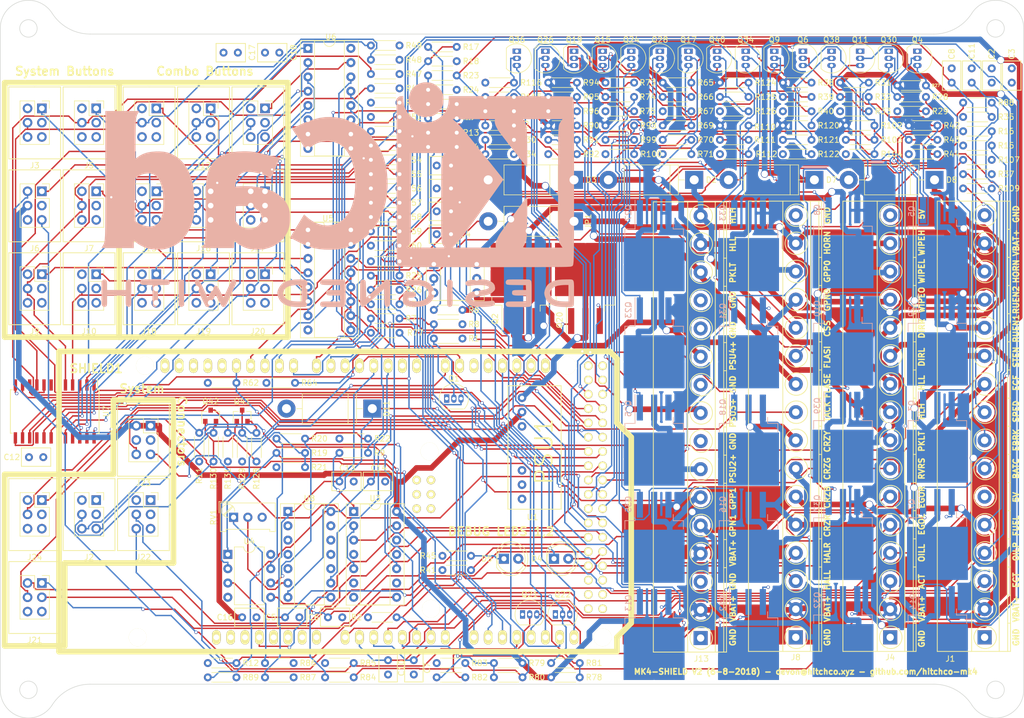
<source format=kicad_pcb>
(kicad_pcb (version 4) (host pcbnew 4.0.7)
  (title_block (title "Hitchco-MK4 PCB Layout") (date 2018-07-02) (rev 1) (company "Hitchcock Managment"))
  (layers (0 F.Cu signal hide) (1 In1.Cu power hide) (2 In2.Cu power hide) (31 B.Cu signal hide) (34 B.Paste user hide) (35 F.Paste user) (36 B.SilkS user) (37 F.SilkS user) (38 B.Mask user) (39 F.Mask user) (44 Edge.Cuts user))
  (net 0 "")
  (net 1 /GND)
  (net 2 ACT_SIG_PIN)
  (net 3 ECT_SIG_PIN)
  (net 4 OILL_SIG_PIN)
  (net 5 WIPEO_EN_PIN)
  (net 6 "Net-(D4-Pad1)")
  (net 7 STEN_EN_PIN)
  (net 8 "Net-(D5-Pad1)")
  (net 9 RUEN_EN_PIN)
  (net 10 ECF_EN_PIN)
  (net 11 WIPEL_EN_PIN)
  (net 12 WIPEH_EN_PIN)
  (net 13 LED1_EN_PIN)
  (net 14 LED2_EN_PIN)
  (net 15 "Net-(D11-Pad1)")
  (net 16 CRZ_DISABLE_PIN)
  (net 17 CRZ_MAINTAIN_PIN)
  (net 18 CRZ_RESUME_PIN)
  (net 19 PSU3_EN_PIN)
  (net 20 PSU2_EN_PIN)
  (net 21 PSU4_EN_PIN)
  (net 22 GPN0_EN_PIN)
  (net 23 GPN1_EN_PIN)
  (net 24 GPP0_EN_PIN)
  (net 25 DIRL_EN_PIN)
  (net 26 DIRR_EN_PIN)
  (net 27 FUEL_SIG_PIN)
  (net 28 OILP_SIG_PIN)
  (net 29 "Net-(J2-Pad2)")
  (net 30 "Net-(J2-Pad3)")
  (net 31 /hitchco-mk4/RPI3V3)
  (net 32 /hitchco-mk4/RPIRX)
  (net 33 /hitchco-mk4/RPITX)
  (net 34 PB1_LED_EN)
  (net 35 "Net-(J3-Pad2)")
  (net 36 "Net-(J3-Pad3)")
  (net 37 PB1_SIG_PIN)
  (net 38 PB2_LED_EN)
  (net 39 "Net-(J5-Pad2)")
  (net 40 "Net-(J5-Pad3)")
  (net 41 PB2_SIG_PIN)
  (net 42 "Net-(J6-Pad3)")
  (net 43 /hitchco-mk4/PB3_NO)
  (net 44 PB4_LED_EN)
  (net 45 "Net-(J7-Pad2)")
  (net 46 "Net-(J7-Pad3)")
  (net 47 PB4_SIG_PIN)
  (net 48 PB6_LED_EN)
  (net 49 "Net-(J9-Pad2)")
  (net 50 "Net-(J9-Pad3)")
  (net 51 PB6_SIG_PIN)
  (net 52 PB7_LED_EN)
  (net 53 "Net-(J10-Pad2)")
  (net 54 "Net-(J10-Pad3)")
  (net 55 PB7_SIG_PIN)
  (net 56 PB9_LED_EN)
  (net 57 "Net-(J11-Pad2)")
  (net 58 "Net-(J11-Pad3)")
  (net 59 PB9_SIG_PIN)
  (net 60 PB10_LED_EN)
  (net 61 "Net-(J12-Pad2)")
  (net 62 "Net-(J12-Pad3)")
  (net 63 PB10_SIG_PIN)
  (net 64 PB11_LED_EN)
  (net 65 "Net-(J14-Pad2)")
  (net 66 "Net-(J14-Pad3)")
  (net 67 PB11_SIG_PIN)
  (net 68 PB12_LED_EN)
  (net 69 "Net-(J15-Pad2)")
  (net 70 "Net-(J15-Pad3)")
  (net 71 PB12_SIG_PIN)
  (net 72 PB13_LED_EN)
  (net 73 "Net-(J16-Pad2)")
  (net 74 "Net-(J16-Pad3)")
  (net 75 PB13_SIG_PIN)
  (net 76 PB14_LED_EN)
  (net 77 "Net-(J17-Pad2)")
  (net 78 "Net-(J17-Pad3)")
  (net 79 PB14_SIG_PIN)
  (net 80 PB15_LED_EN)
  (net 81 "Net-(J18-Pad2)")
  (net 82 "Net-(J18-Pad3)")
  (net 83 PB15_SIG_PIN)
  (net 84 PB16_LED_EN)
  (net 85 "Net-(J19-Pad2)")
  (net 86 "Net-(J19-Pad3)")
  (net 87 PB16_SIG_PIN)
  (net 88 PB17_LED_EN)
  (net 89 "Net-(J20-Pad2)")
  (net 90 "Net-(J20-Pad3)")
  (net 91 PB17_SIG_PIN)
  (net 92 PB8_RLED_EN)
  (net 93 PB8_GLED_EN)
  (net 94 PB8_BLED_EN)
  (net 95 PB8_SIG_PIN)
  (net 96 "Net-(J22-Pad1)")
  (net 97 "Net-(J22-Pad2)")
  (net 98 "Net-(J22-Pad3)")
  (net 99 PSU1_SIG_PIN)
  (net 100 /hitchco-mk4/RS1_L1)
  (net 101 "Net-(J23-Pad3)")
  (net 102 "Net-(J23-Pad4)")
  (net 103 /hitchco-mk4/LED2-)
  (net 104 /hitchco-mk4/LED1-)
  (net 105 "Net-(Q1-Pad2)")
  (net 106 "Net-(Q1-Pad3)")
  (net 107 "Net-(Q2-Pad1)")
  (net 108 "Net-(Q3-Pad1)")
  (net 109 "Net-(Q4-Pad2)")
  (net 110 "Net-(Q5-Pad1)")
  (net 111 "Net-(Q6-Pad2)")
  (net 112 "Net-(Q8-Pad1)")
  (net 113 "Net-(Q9-Pad2)")
  (net 114 "Net-(Q10-Pad1)")
  (net 115 "Net-(Q11-Pad2)")
  (net 116 "Net-(Q14-Pad1)")
  (net 117 "Net-(Q15-Pad2)")
  (net 118 "Net-(Q16-Pad1)")
  (net 119 "Net-(Q17-Pad2)")
  (net 120 "Net-(Q18-Pad1)")
  (net 121 "Net-(Q19-Pad2)")
  (net 122 "Net-(Q20-Pad1)")
  (net 123 /hitchco-mk4/SoftPowerSwitch/GND_OUTPUT)
  (net 124 "Net-(Q21-Pad2)")
  (net 125 "Net-(Q21-Pad3)")
  (net 126 "Net-(Q22-Pad3)")
  (net 127 "Net-(Q23-Pad1)")
  (net 128 "Net-(Q24-Pad2)")
  (net 129 "Net-(Q25-Pad1)")
  (net 130 "Net-(Q26-Pad2)")
  (net 131 "Net-(Q27-Pad1)")
  (net 132 "Net-(Q28-Pad2)")
  (net 133 "Net-(Q29-Pad1)")
  (net 134 "Net-(Q30-Pad2)")
  (net 135 "Net-(Q33-Pad1)")
  (net 136 "Net-(Q34-Pad2)")
  (net 137 "Net-(Q35-Pad1)")
  (net 138 "Net-(Q36-Pad2)")
  (net 139 "Net-(Q37-Pad1)")
  (net 140 "Net-(Q38-Pad2)")
  (net 141 "Net-(Q39-Pad1)")
  (net 142 "Net-(Q40-Pad2)")
  (net 143 RPI_TX)
  (net 144 RPI_RX)
  (net 145 LDR_SIG_PIN)
  (net 146 "Net-(R6-Pad1)")
  (net 147 "Net-(R9-Pad1)")
  (net 148 /hitchco-mk4/PB3_NC)
  (net 149 VBAT_SIG_PIN)
  (net 150 BATC_SIG_PIN)
  (net 151 EGOL_SIG_PIN)
  (net 152 "Net-(R19-Pad2)")
  (net 153 EGOR_SIG_PIN)
  (net 154 "Net-(R20-Pad2)")
  (net 155 EBRK_SIG_PIN)
  (net 156 RVRS_SIG_PIN)
  (net 157 MUX_EN_PIN)
  (net 158 PSU1_EN_PIN)
  (net 159 "Net-(R86-Pad2)")
  (net 160 SPED_SIG_PIN)
  (net 161 TACK_SIG_PIN)
  (net 162 CSS_SIG_PIN)
  (net 163 "Net-(RV1-Pad2)")
  (net 164 "Net-(SHIELD1-Pad16)")
  (net 165 "Net-(SHIELD1-Pad17)")
  (net 166 "Net-(SHIELD1-Pad20)")
  (net 167 "Net-(SHIELD1-Pad21)")
  (net 168 MUX_SIG_PIN)
  (net 169 "Net-(SHIELD1-PadV_IN)")
  (net 170 3V3)
  (net 171 "Net-(SHIELD1-PadRST)")
  (net 172 "Net-(SHIELD1-Pad0)")
  (net 173 "Net-(SHIELD1-Pad1)")
  (net 174 "Net-(SHIELD1-Pad13)")
  (net 175 "Net-(SHIELD1-PadGND3)")
  (net 176 "Net-(SHIELD1-PadAREF)")
  (net 177 SREG_SER_PIN)
  (net 178 SREG_RCLK_PIN)
  (net 179 SREG_SRCLK_PIN)
  (net 180 SREG_SRCLR_PIN)
  (net 181 MUX_S3_PIN)
  (net 182 SREG_OE_PIN)
  (net 183 MUX_S2_PIN)
  (net 184 MUX_S1_PIN)
  (net 185 MUX_S0_PIN)
  (net 186 GPP1_EN_PIN)
  (net 187 "Net-(SHIELD1-Pad50)")
  (net 188 "Net-(SHIELD1-Pad51)")
  (net 189 "Net-(SHIELD1-Pad52)")
  (net 190 "Net-(SHIELD1-Pad53)")
  (net 191 "Net-(SHIELD1-PadSP1)")
  (net 192 "Net-(SHIELD1-PadSP2)")
  (net 193 "Net-(SHIELD1-PadSP3)")
  (net 194 "Net-(SHIELD1-PadSP4)")
  (net 195 "Net-(SHIELD1-PadSP5)")
  (net 196 "Net-(SHIELD1-PadSP6)")
  (net 197 "Net-(SHIELD1-PadIO_R)")
  (net 198 "Net-(SHIELD1-PadNC)")
  (net 199 "Net-(SHIELD1-PadSDA)")
  (net 200 "Net-(SHIELD1-PadSCL)")
  (net 201 "Net-(U1-Pad3)")
  (net 202 "Net-(U1-Pad8)")
  (net 203 "Net-(U5-Pad9)")
  (net 204 "Net-(U6-Pad9)")
  (net 205 /hitchco-mk4/ShiftBlock/PIN15)
  (net 206 /hitchco-mk4/MuxBlock/IN15)
  (net 207 "Net-(U8-Pad2)")
  (net 208 "Net-(U8-Pad10)")
  (net 209 "Net-(U8-Pad11)")
  (net 210 "Net-(U8-Pad4)")
  (net 211 "Net-(U8-Pad5)")
  (net 212 "Net-(U8-Pad13)")
  (net 213 /VBAT+)
  (net 214 /5V)
  (net 215 /BATC)
  (net 216 /EGOL)
  (net 217 /EGOR)
  (net 218 /EBRK)
  (net 219 /RVRS)
  (net 220 /CSS)
  (net 221 /HLH)
  (net 222 /HLL)
  (net 223 /PKLT)
  (net 224 "Net-(D4-Pad2)")
  (net 225 "Net-(D5-Pad2)")
  (net 226 /DIRL)
  (net 227 /FLASHIN)
  (net 228 /DIRR)
  (net 229 /HORN)
  (net 230 /RUEN2)
  (net 231 /RUEN1)
  (net 232 /STEN)
  (net 233 /ECF)
  (net 234 /SPED)
  (net 235 /WIPEH)
  (net 236 /WIPEL)
  (net 237 /WIPEO)
  (net 238 /GPP0)
  (net 239 /GPN0)
  (net 240 /FLASHEN)
  (net 241 /TACK)
  (net 242 /CRZY)
  (net 243 /CRZG)
  (net 244 /CRZB)
  (net 245 /CRZR)
  (net 246 /HALR)
  (net 247 /HALL)
  (net 248 /PSU4_12V)
  (net 249 /PSU3_12V)
  (net 250 /PSU2_12V)
  (net 251 /GPP1)
  (net 252 /GPN1)
  (net 253 /hitchco-mk4/PB5_LED-)
  (net 254 "Net-(J24-Pad5)")
  (net 255 "Net-(J24-Pad6)")
  (net 256 LITE_SIG_PIN)
  (net 257 "Net-(U2-Pad5)")
  (net 258 "Net-(U2-Pad3)")
  (net 259 "Net-(U3-Pad2)")
  (net 260 CLK1)
  (net 261 "Net-(U3-Pad12)")
  (net 262 /hitchco-mk4/ShiftBlock/PIN2)
  (net 263 /hitchco-mk4/MuxBlock/IN2)
  (module C_Rect_L5.08mm_W3.175mm_P2.54mm:C_Rect_L5.08mm_W3.175mm_P2.54mm (layer F.Cu) (at 137.668 70.612 180)
    (fp_text reference C1 (at -2.54 0 180) (layer F.SilkS))
    (fp_text value 0.1uF)
    (pad 1 thru_hole circle (at 0 0 180) (size 1.4 1.4) (drill 0.7) (layers *.Cu *.Mask) (net 213 /VBAT+))
    (pad 2 thru_hole circle (at 2.54 0 180) (size 1.4 1.4) (drill 0.7) (layers *.Cu *.Mask) (net 1 /GND))
  )
  (module C_Rect_L5.08mm_W3.175mm_P2.54mm:C_Rect_L5.08mm_W3.175mm_P2.54mm (layer F.Cu) (at 233.68 55.88 90)
    (fp_text reference C2 (at 5.08 0 90) (layer F.SilkS))
    (fp_text value 0.1uF)
    (pad 1 thru_hole circle (at 0 0 90) (size 1.4 1.4) (drill 0.7) (layers *.Cu *.Mask) (net 214 /5V))
    (pad 2 thru_hole circle (at 2.54 0 90) (size 1.4 1.4) (drill 0.7) (layers *.Cu *.Mask) (net 1 /GND))
  )
  (module C_Rect_L5.08mm_W3.175mm_P2.54mm:C_Rect_L5.08mm_W3.175mm_P2.54mm (layer F.Cu) (at 237.236 55.88 90)
    (fp_text reference C3 (at 5.08 0 90) (layer F.SilkS))
    (fp_text value 0.1uF)
    (pad 1 thru_hole circle (at 0 0 90) (size 1.4 1.4) (drill 0.7) (layers *.Cu *.Mask) (net 214 /5V))
    (pad 2 thru_hole circle (at 2.54 0 90) (size 1.4 1.4) (drill 0.7) (layers *.Cu *.Mask) (net 1 /GND))
  )
  (module C_Rect_L5.08mm_W3.175mm_P2.54mm:C_Rect_L5.08mm_W3.175mm_P2.54mm (layer F.Cu) (at 137.668 82.804 180)
    (fp_text reference C4 (at -2.54 0 180) (layer F.SilkS))
    (fp_text value 0.1uF)
    (pad 1 thru_hole circle (at 0 0 180) (size 1.4 1.4) (drill 0.7) (layers *.Cu *.Mask) (net 215 /BATC))
    (pad 2 thru_hole circle (at 2.54 0 180) (size 1.4 1.4) (drill 0.7) (layers *.Cu *.Mask) (net 1 /GND))
  )
  (module C_Rect_L5.08mm_W3.175mm_P2.54mm:C_Rect_L5.08mm_W3.175mm_P2.54mm (layer F.Cu) (at 108.204 150.876)
    (fp_text reference C5 (at -2.54 0) (layer F.SilkS))
    (fp_text value 0.01uF)
    (pad 1 thru_hole circle (at 0 0) (size 1.4 1.4) (drill 0.7) (layers *.Cu *.Mask) (net 216 /EGOL))
    (pad 2 thru_hole circle (at 2.54 0) (size 1.4 1.4) (drill 0.7) (layers *.Cu *.Mask) (net 1 /GND))
  )
  (module C_Rect_L5.08mm_W3.175mm_P2.54mm:C_Rect_L5.08mm_W3.175mm_P2.54mm (layer F.Cu) (at 115.824 150.876)
    (fp_text reference C6 (at -2.54 0) (layer F.SilkS))
    (fp_text value 0.01uF)
    (pad 1 thru_hole circle (at 0 0) (size 1.4 1.4) (drill 0.7) (layers *.Cu *.Mask) (net 217 /EGOR))
    (pad 2 thru_hole circle (at 2.54 0) (size 1.4 1.4) (drill 0.7) (layers *.Cu *.Mask) (net 1 /GND))
  )
  (module C_Rect_L5.08mm_W3.175mm_P2.54mm:C_Rect_L5.08mm_W3.175mm_P2.54mm (layer F.Cu) (at 131.064 158.496 270)
    (fp_text reference C7 (at 1.397 -2.3876 270) (layer F.SilkS))
    (fp_text value 0.1uF)
    (pad 1 thru_hole circle (at 0 0 270) (size 1.4 1.4) (drill 0.7) (layers *.Cu *.Mask) (net 2 ACT_SIG_PIN))
    (pad 2 thru_hole circle (at 2.54 0 270) (size 1.4 1.4) (drill 0.7) (layers *.Cu *.Mask) (net 1 /GND))
  )
  (module C_Rect_L5.08mm_W3.175mm_P2.54mm:C_Rect_L5.08mm_W3.175mm_P2.54mm (layer F.Cu) (at 226.568 55.88 90)
    (fp_text reference C8 (at 5.08 0 270) (layer F.SilkS))
    (fp_text value 0.1uF)
    (pad 1 thru_hole circle (at 0 0 90) (size 1.4 1.4) (drill 0.7) (layers *.Cu *.Mask) (net 218 /EBRK))
    (pad 2 thru_hole circle (at 2.54 0 90) (size 1.4 1.4) (drill 0.7) (layers *.Cu *.Mask) (net 1 /GND))
  )
  (module C_Rect_L5.08mm_W3.175mm_P2.54mm:C_Rect_L5.08mm_W3.175mm_P2.54mm (layer F.Cu) (at 137.668 74.676 180)
    (fp_text reference C9 (at -2.54 0 270) (layer F.SilkS))
    (fp_text value 0.1uF)
    (pad 1 thru_hole circle (at 0 0 180) (size 1.4 1.4) (drill 0.7) (layers *.Cu *.Mask) (net 219 /RVRS))
    (pad 2 thru_hole circle (at 2.54 0 180) (size 1.4 1.4) (drill 0.7) (layers *.Cu *.Mask) (net 1 /GND))
  )
  (module C_Rect_L5.08mm_W3.175mm_P2.54mm:C_Rect_L5.08mm_W3.175mm_P2.54mm (layer F.Cu) (at 126.492 158.496 270)
    (fp_text reference C10 (at 1.397 -2.3876 270) (layer F.SilkS))
    (fp_text value 0.1uF)
    (pad 1 thru_hole circle (at 0 0 270) (size 1.4 1.4) (drill 0.7) (layers *.Cu *.Mask) (net 3 ECT_SIG_PIN))
    (pad 2 thru_hole circle (at 2.54 0 270) (size 1.4 1.4) (drill 0.7) (layers *.Cu *.Mask) (net 1 /GND))
  )
  (module C_Rect_L5.08mm_W3.175mm_P2.54mm:C_Rect_L5.08mm_W3.175mm_P2.54mm (layer F.Cu) (at 230.124 55.88 90)
    (fp_text reference C11 (at 5.588 0 90) (layer F.SilkS))
    (fp_text value 0.1uF)
    (pad 1 thru_hole circle (at 0 0 90) (size 1.4 1.4) (drill 0.7) (layers *.Cu *.Mask) (net 4 OILL_SIG_PIN))
    (pad 2 thru_hole circle (at 2.54 0 90) (size 1.4 1.4) (drill 0.7) (layers *.Cu *.Mask) (net 1 /GND))
  )
  (module C_Rect_L5.08mm_W3.175mm_P2.54mm:C_Rect_L5.08mm_W3.175mm_P2.54mm (layer F.Cu) (at 62.738 122.428)
    (fp_text reference C12 (at -3.048 0) (layer F.SilkS))
    (fp_text value 0.1uF)
    (pad 1 thru_hole circle (at 0 0) (size 1.4 1.4) (drill 0.7) (layers *.Cu *.Mask) (net 214 /5V))
    (pad 2 thru_hole circle (at 2.54 0) (size 1.4 1.4) (drill 0.7) (layers *.Cu *.Mask) (net 1 /GND))
  )
  (module C_Rect_L5.08mm_W3.175mm_P2.54mm:C_Rect_L5.08mm_W3.175mm_P2.54mm (layer F.Cu) (at 117.856 126.746)
    (fp_text reference C13 (at 1.397 -2.3876) (layer F.SilkS))
    (fp_text value 0.1uF)
    (pad 1 thru_hole circle (at 0 0) (size 1.4 1.4) (drill 0.7) (layers *.Cu *.Mask) (net 160 SPED_SIG_PIN))
    (pad 2 thru_hole circle (at 2.54 0) (size 1.4 1.4) (drill 0.7) (layers *.Cu *.Mask) (net 1 /GND))
  )
  (module C_Rect_L5.08mm_W3.175mm_P2.54mm:C_Rect_L5.08mm_W3.175mm_P2.54mm (layer F.Cu) (at 123.444 126.746)
    (fp_text reference C14 (at 1.397 -2.3876) (layer F.SilkS))
    (fp_text value 0.1uF)
    (pad 1 thru_hole circle (at 0 0) (size 1.4 1.4) (drill 0.7) (layers *.Cu *.Mask) (net 161 TACK_SIG_PIN))
    (pad 2 thru_hole circle (at 2.54 0) (size 1.4 1.4) (drill 0.7) (layers *.Cu *.Mask) (net 1 /GND))
  )
  (module C_Rect_L5.08mm_W3.175mm_P2.54mm:C_Rect_L5.08mm_W3.175mm_P2.54mm (layer F.Cu) (at 137.668 78.74 180)
    (fp_text reference C15 (at -2.54 0 270) (layer F.SilkS))
    (fp_text value 0.1uF)
    (pad 1 thru_hole circle (at 0 0 180) (size 1.4 1.4) (drill 0.7) (layers *.Cu *.Mask) (net 220 /CSS))
    (pad 2 thru_hole circle (at 2.54 0 180) (size 1.4 1.4) (drill 0.7) (layers *.Cu *.Mask) (net 1 /GND))
  )
  (module C_Rect_L5.08mm_W3.175mm_P2.54mm:C_Rect_L5.08mm_W3.175mm_P2.54mm (layer F.Cu) (at 103.124 150.876 180)
    (fp_text reference C16 (at 5.588 0 180) (layer F.SilkS))
    (fp_text value 0.1uF)
    (pad 1 thru_hole circle (at 0 0 180) (size 1.4 1.4) (drill 0.7) (layers *.Cu *.Mask) (net 1 /GND))
    (pad 2 thru_hole circle (at 2.54 0 180) (size 1.4 1.4) (drill 0.7) (layers *.Cu *.Mask) (net 213 /VBAT+))
  )
  (module C_Rect_L5.08mm_W3.175mm_P2.54mm:C_Rect_L5.08mm_W3.175mm_P2.54mm (layer F.Cu) (at 99.822 50.546 180)
    (fp_text reference C17 (at -2.54 0 270) (layer F.SilkS))
    (fp_text value 0.1uF)
    (pad 1 thru_hole circle (at 0 0 180) (size 1.4 1.4) (drill 0.7) (layers *.Cu *.Mask) (net 214 /5V))
    (pad 2 thru_hole circle (at 2.54 0 180) (size 1.4 1.4) (drill 0.7) (layers *.Cu *.Mask) (net 1 /GND))
  )
  (module C_Rect_L5.08mm_W3.175mm_P2.54mm:C_Rect_L5.08mm_W3.175mm_P2.54mm (layer F.Cu) (at 107.188 50.546 180)
    (fp_text reference C18 (at -2.54 0 450) (layer F.SilkS))
    (fp_text value 0.1uF)
    (pad 1 thru_hole circle (at 0 0 180) (size 1.4 1.4) (drill 0.7) (layers *.Cu *.Mask) (net 214 /5V))
    (pad 2 thru_hole circle (at 2.54 0 180) (size 1.4 1.4) (drill 0.7) (layers *.Cu *.Mask) (net 1 /GND))
  )
  (module Diodes_THT:D_DO-201AD_P15.24mm_Horizontal (layer F.Cu) (at 180.848 73.152 180)
    (fp_text reference D2 (at -3.048 0 180) (layer F.SilkS))
    (fp_text value SB5100E-G)
    (pad 1 thru_hole rect (at 0 0 180) (size 3.2 3.2) (drill 1.6) (layers *.Cu *.Mask) (net 221 /HLH))
    (pad 2 thru_hole oval (at 15.24 0 180) (size 3.2 3.2) (drill 1.6) (layers *.Cu *.Mask) (net 222 /HLL))
  )
  (module Diodes_THT:D_DO-201AD_P15.24mm_Horizontal (layer F.Cu) (at 159.512 73.152 180)
    (fp_text reference D3 (at -3.048 0 180) (layer F.SilkS))
    (fp_text value SB5100E-G)
    (pad 1 thru_hole rect (at 0 0 180) (size 3.2 3.2) (drill 1.6) (layers *.Cu *.Mask) (net 222 /HLL))
    (pad 2 thru_hole oval (at 15.24 0 180) (size 3.2 3.2) (drill 1.6) (layers *.Cu *.Mask) (net 223 /PKLT))
  )
  (module LEDs:LED_D5.0mm (layer F.Cu) (at 155.956 140.462)
    (fp_text reference D4 (at -3.048 0) (layer F.SilkS))
    (fp_text value WP7113ID)
    (pad 1 thru_hole rect (at 0 0) (size 1.8 1.8) (drill 0.9) (layers *.Cu *.Mask) (net 6 "Net-(D4-Pad1)"))
    (pad 2 thru_hole circle (at 2.54 0) (size 1.8 1.8) (drill 0.9) (layers *.Cu *.Mask) (net 224 "Net-(D4-Pad2)"))
  )
  (module LEDs:LED_D5.0mm (layer F.Cu) (at 147.066 140.462)
    (fp_text reference D5 (at -3.048 0) (layer F.SilkS))
    (fp_text value WP7113ID)
    (pad 1 thru_hole rect (at 0 0) (size 1.8 1.8) (drill 0.9) (layers *.Cu *.Mask) (net 8 "Net-(D5-Pad1)"))
    (pad 2 thru_hole circle (at 2.54 0) (size 1.8 1.8) (drill 0.9) (layers *.Cu *.Mask) (net 225 "Net-(D5-Pad2)"))
  )
  (module Diodes_THT:D_DO-201AD_P15.24mm_Horizontal (layer F.Cu) (at 202.184 73.152 180)
    (fp_text reference D7 (at -3.048 0 180) (layer F.SilkS))
    (fp_text value SB5100E-G)
    (pad 1 thru_hole rect (at 0 0 180) (size 3.2 3.2) (drill 1.6) (layers *.Cu *.Mask) (net 226 /DIRL))
    (pad 2 thru_hole oval (at 15.24 0 180) (size 3.2 3.2) (drill 1.6) (layers *.Cu *.Mask) (net 227 /FLASHIN))
  )
  (module Diodes_THT:D_DO-201AD_P15.24mm_Horizontal (layer F.Cu) (at 223.52 73.152 180)
    (fp_text reference D8 (at -3.048 0 180) (layer F.SilkS))
    (fp_text value SB5100E-G)
    (pad 1 thru_hole rect (at 0 0 180) (size 3.2 3.2) (drill 1.6) (layers *.Cu *.Mask) (net 228 /DIRR))
    (pad 2 thru_hole oval (at 15.24 0 180) (size 3.2 3.2) (drill 1.6) (layers *.Cu *.Mask) (net 227 /FLASHIN))
  )
  (module Diodes_THT:D_DO-201AD_P15.24mm_Horizontal (layer F.Cu) (at 123.698 113.792 180)
    (fp_text reference D11 (at -2.54 0 270) (layer F.SilkS))
    (fp_text value SB5100E-G)
    (pad 1 thru_hole rect (at 0 0 180) (size 3.2 3.2) (drill 1.6) (layers *.Cu *.Mask) (net 15 "Net-(D11-Pad1)"))
    (pad 2 thru_hole oval (at 15.24 0 180) (size 3.2 3.2) (drill 1.6) (layers *.Cu *.Mask) (net 1 /GND))
  )
  (module TerminalBlock_Phoenix_45Deg_MKDS1:TerminalBlock_Phoenix_45Deg_MKDS1.5-16pol (layer F.Cu) (at 232.41 154.432 90)
    (fp_text reference J1 (at -3.81 -6.096 360) (layer F.SilkS))
    (fp_text value Screw_Terminal_01x16)
    (pad 16 thru_hole circle (at 75 0 90) (size 2.5 2.5) (drill 1.3) (layers *.Cu *.Mask) (net 1 /GND))
    (pad 15 thru_hole circle (at 70 0 90) (size 2.5 2.5) (drill 1.3) (layers *.Cu *.Mask) (net 213 /VBAT+))
    (pad 14 thru_hole circle (at 65 0 90) (size 2.5 2.5) (drill 1.3) (layers *.Cu *.Mask) (net 229 /HORN))
    (pad 13 thru_hole circle (at 60 0 90) (size 2.5 2.5) (drill 1.3) (layers *.Cu *.Mask) (net 230 /RUEN2))
    (pad 12 thru_hole circle (at 55 0 90) (size 2.5 2.5) (drill 1.3) (layers *.Cu *.Mask) (net 231 /RUEN1))
    (pad 11 thru_hole circle (at 50 0 90) (size 2.5 2.5) (drill 1.3) (layers *.Cu *.Mask) (net 232 /STEN))
    (pad 10 thru_hole circle (at 45 0 90) (size 2.5 2.5) (drill 1.3) (layers *.Cu *.Mask) (net 233 /ECF))
    (pad 9 thru_hole circle (at 40 0 90) (size 2.5 2.5) (drill 1.3) (layers *.Cu *.Mask) (net 234 /SPED))
    (pad 8 thru_hole circle (at 35 0 90) (size 2.5 2.5) (drill 1.3) (layers *.Cu *.Mask) (net 218 /EBRK))
    (pad 7 thru_hole circle (at 30 0 90) (size 2.5 2.5) (drill 1.3) (layers *.Cu *.Mask) (net 215 /BATC))
    (pad 6 thru_hole circle (at 25 0 90) (size 2.5 2.5) (drill 1.3) (layers *.Cu *.Mask) (net 214 /5V))
    (pad 5 thru_hole circle (at 20 0 90) (size 2.5 2.5) (drill 1.3) (layers *.Cu *.Mask) (net 27 FUEL_SIG_PIN))
    (pad 4 thru_hole circle (at 15 0 90) (size 2.5 2.5) (drill 1.3) (layers *.Cu *.Mask) (net 28 OILP_SIG_PIN))
    (pad 3 thru_hole circle (at 10 0 90) (size 2.5 2.5) (drill 1.3) (layers *.Cu *.Mask) (net 3 ECT_SIG_PIN))
    (pad 1 thru_hole rect (at 0 0 90) (size 2.5 2.5) (drill 1.3) (layers *.Cu *.Mask) (net 1 /GND))
    (pad 2 thru_hole circle (at 5 0 90) (size 2.5 2.5) (drill 1.3) (layers *.Cu *.Mask) (net 213 /VBAT+))
  )
  (module 02x03_shrouded:Shroud_Socket_Strip_Straight_2x03_Pitch2.54mm (layer F.Cu) (at 74.676 130.048)
    (fp_text reference J2 (at -1.27 10.16) (layer F.SilkS))
    (fp_text value Conn_02x03_Counter_Clockwise)
    (pad 1 thru_hole rect (at 0 0) (size 1.7 1.7) (drill 1) (layers *.Cu *.Mask) (net 1 /GND))
    (pad 2 thru_hole oval (at -2.54 0) (size 1.7 1.7) (drill 1) (layers *.Cu *.Mask) (net 29 "Net-(J2-Pad2)"))
    (pad 3 thru_hole oval (at 0 2.54) (size 1.7 1.7) (drill 1) (layers *.Cu *.Mask) (net 30 "Net-(J2-Pad3)"))
    (pad 4 thru_hole oval (at -2.54 2.54) (size 1.7 1.7) (drill 1) (layers *.Cu *.Mask) (net 31 /hitchco-mk4/RPI3V3))
    (pad 5 thru_hole oval (at 0 5.08) (size 1.7 1.7) (drill 1) (layers *.Cu *.Mask) (net 32 /hitchco-mk4/RPIRX))
    (pad 6 thru_hole oval (at -2.54 5.08) (size 1.7 1.7) (drill 1) (layers *.Cu *.Mask) (net 33 /hitchco-mk4/RPITX))
  )
  (module 02x03_shrouded:Shroud_Socket_Strip_Straight_2x03_Pitch2.54mm (layer F.Cu) (at 65.024 60.452)
    (fp_text reference J3 (at -1.27 10.16) (layer F.SilkS))
    (fp_text value Conn_02x03_Counter_Clockwise)
    (pad 1 thru_hole rect (at 0 0) (size 1.7 1.7) (drill 1) (layers *.Cu *.Mask) (net 34 PB1_LED_EN))
    (pad 2 thru_hole oval (at -2.54 0) (size 1.7 1.7) (drill 1) (layers *.Cu *.Mask) (net 35 "Net-(J3-Pad2)"))
    (pad 3 thru_hole oval (at 0 2.54) (size 1.7 1.7) (drill 1) (layers *.Cu *.Mask) (net 36 "Net-(J3-Pad3)"))
    (pad 4 thru_hole oval (at -2.54 2.54) (size 1.7 1.7) (drill 1) (layers *.Cu *.Mask) (net 37 PB1_SIG_PIN))
    (pad 5 thru_hole oval (at 0 5.08) (size 1.7 1.7) (drill 1) (layers *.Cu *.Mask) (net 214 /5V))
    (pad 6 thru_hole oval (at -2.54 5.08) (size 1.7 1.7) (drill 1) (layers *.Cu *.Mask) (net 1 /GND))
  )
  (module TerminalBlock_Phoenix_45Deg_MKDS1:TerminalBlock_Phoenix_45Deg_MKDS1.5-16pol (layer F.Cu) (at 215.646 154.432 90)
    (fp_text reference J4 (at -3.556 0 180) (layer F.SilkS))
    (fp_text value Screw_Terminal_01x16)
    (pad 16 thru_hole circle (at 75 0 90) (size 2.5 2.5) (drill 1.3) (layers *.Cu *.Mask) (net 214 /5V))
    (pad 15 thru_hole circle (at 70 0 90) (size 2.5 2.5) (drill 1.3) (layers *.Cu *.Mask) (net 235 /WIPEH))
    (pad 14 thru_hole circle (at 65 0 90) (size 2.5 2.5) (drill 1.3) (layers *.Cu *.Mask) (net 236 /WIPEL))
    (pad 13 thru_hole circle (at 60 0 90) (size 2.5 2.5) (drill 1.3) (layers *.Cu *.Mask) (net 237 /WIPEO))
    (pad 12 thru_hole circle (at 55 0 90) (size 2.5 2.5) (drill 1.3) (layers *.Cu *.Mask) (net 228 /DIRR))
    (pad 11 thru_hole circle (at 50 0 90) (size 2.5 2.5) (drill 1.3) (layers *.Cu *.Mask) (net 226 /DIRL))
    (pad 10 thru_hole circle (at 45 0 90) (size 2.5 2.5) (drill 1.3) (layers *.Cu *.Mask) (net 222 /HLL))
    (pad 9 thru_hole circle (at 40 0 90) (size 2.5 2.5) (drill 1.3) (layers *.Cu *.Mask) (net 221 /HLH))
    (pad 8 thru_hole circle (at 35 0 90) (size 2.5 2.5) (drill 1.3) (layers *.Cu *.Mask) (net 223 /PKLT))
    (pad 7 thru_hole circle (at 30 0 90) (size 2.5 2.5) (drill 1.3) (layers *.Cu *.Mask) (net 219 /RVRS))
    (pad 6 thru_hole circle (at 25 0 90) (size 2.5 2.5) (drill 1.3) (layers *.Cu *.Mask) (net 217 /EGOR))
    (pad 5 thru_hole circle (at 20 0 90) (size 2.5 2.5) (drill 1.3) (layers *.Cu *.Mask) (net 216 /EGOL))
    (pad 4 thru_hole circle (at 15 0 90) (size 2.5 2.5) (drill 1.3) (layers *.Cu *.Mask) (net 4 OILL_SIG_PIN))
    (pad 3 thru_hole circle (at 10 0 90) (size 2.5 2.5) (drill 1.3) (layers *.Cu *.Mask) (net 2 ACT_SIG_PIN))
    (pad 1 thru_hole rect (at 0 0 90) (size 2.5 2.5) (drill 1.3) (layers *.Cu *.Mask) (net 1 /GND))
    (pad 2 thru_hole circle (at 5 0 90) (size 2.5 2.5) (drill 1.3) (layers *.Cu *.Mask) (net 213 /VBAT+))
  )
  (module 02x03_shrouded:Shroud_Socket_Strip_Straight_2x03_Pitch2.54mm (layer F.Cu) (at 74.676 60.452)
    (fp_text reference J5 (at -1.27 10.16) (layer F.SilkS))
    (fp_text value Conn_02x03_Counter_Clockwise)
    (pad 1 thru_hole rect (at 0 0) (size 1.7 1.7) (drill 1) (layers *.Cu *.Mask) (net 38 PB2_LED_EN))
    (pad 2 thru_hole oval (at -2.54 0) (size 1.7 1.7) (drill 1) (layers *.Cu *.Mask) (net 39 "Net-(J5-Pad2)"))
    (pad 3 thru_hole oval (at 0 2.54) (size 1.7 1.7) (drill 1) (layers *.Cu *.Mask) (net 40 "Net-(J5-Pad3)"))
    (pad 4 thru_hole oval (at -2.54 2.54) (size 1.7 1.7) (drill 1) (layers *.Cu *.Mask) (net 41 PB2_SIG_PIN))
    (pad 5 thru_hole oval (at 0 5.08) (size 1.7 1.7) (drill 1) (layers *.Cu *.Mask) (net 214 /5V))
    (pad 6 thru_hole oval (at -2.54 5.08) (size 1.7 1.7) (drill 1) (layers *.Cu *.Mask) (net 1 /GND))
  )
  (module 02x03_shrouded:Shroud_Socket_Strip_Straight_2x03_Pitch2.54mm (layer F.Cu) (at 65.024 75.184)
    (fp_text reference J6 (at -1.27 10.16) (layer F.SilkS))
    (fp_text value Conn_02x03_Counter_Clockwise)
    (pad 1 thru_hole rect (at 0 0) (size 1.7 1.7) (drill 1) (layers *.Cu *.Mask) (net 227 /FLASHIN))
    (pad 2 thru_hole oval (at -2.54 0) (size 1.7 1.7) (drill 1) (layers *.Cu *.Mask) (net 148 /hitchco-mk4/PB3_NC))
    (pad 3 thru_hole oval (at 0 2.54) (size 1.7 1.7) (drill 1) (layers *.Cu *.Mask) (net 42 "Net-(J6-Pad3)"))
    (pad 4 thru_hole oval (at -2.54 2.54) (size 1.7 1.7) (drill 1) (layers *.Cu *.Mask) (net 213 /VBAT+))
    (pad 5 thru_hole oval (at 0 5.08) (size 1.7 1.7) (drill 1) (layers *.Cu *.Mask) (net 43 /hitchco-mk4/PB3_NO))
    (pad 6 thru_hole oval (at -2.54 5.08) (size 1.7 1.7) (drill 1) (layers *.Cu *.Mask) (net 1 /GND))
  )
  (module 02x03_shrouded:Shroud_Socket_Strip_Straight_2x03_Pitch2.54mm (layer F.Cu) (at 74.676 75.184)
    (fp_text reference J7 (at -1.27 10.16) (layer F.SilkS))
    (fp_text value Conn_02x03_Counter_Clockwise)
    (pad 1 thru_hole rect (at 0 0) (size 1.7 1.7) (drill 1) (layers *.Cu *.Mask) (net 44 PB4_LED_EN))
    (pad 2 thru_hole oval (at -2.54 0) (size 1.7 1.7) (drill 1) (layers *.Cu *.Mask) (net 45 "Net-(J7-Pad2)"))
    (pad 3 thru_hole oval (at 0 2.54) (size 1.7 1.7) (drill 1) (layers *.Cu *.Mask) (net 46 "Net-(J7-Pad3)"))
    (pad 4 thru_hole oval (at -2.54 2.54) (size 1.7 1.7) (drill 1) (layers *.Cu *.Mask) (net 47 PB4_SIG_PIN))
    (pad 5 thru_hole oval (at 0 5.08) (size 1.7 1.7) (drill 1) (layers *.Cu *.Mask) (net 214 /5V))
    (pad 6 thru_hole oval (at -2.54 5.08) (size 1.7 1.7) (drill 1) (layers *.Cu *.Mask) (net 1 /GND))
  )
  (module TerminalBlock_Phoenix_45Deg_MKDS1:TerminalBlock_Phoenix_45Deg_MKDS1.5-16pol (layer F.Cu) (at 198.882 154.432 90)
    (fp_text reference J8 (at -3.556 0 180) (layer F.SilkS))
    (fp_text value Screw_Terminal_01x16)
    (pad 16 thru_hole circle (at 75 0 90) (size 2.5 2.5) (drill 1.3) (layers *.Cu *.Mask) (net 1 /GND))
    (pad 15 thru_hole circle (at 70 0 90) (size 2.5 2.5) (drill 1.3) (layers *.Cu *.Mask) (net 229 /HORN))
    (pad 14 thru_hole circle (at 65 0 90) (size 2.5 2.5) (drill 1.3) (layers *.Cu *.Mask) (net 238 /GPP0))
    (pad 13 thru_hole circle (at 60 0 90) (size 2.5 2.5) (drill 1.3) (layers *.Cu *.Mask) (net 239 /GPN0))
    (pad 12 thru_hole circle (at 55 0 90) (size 2.5 2.5) (drill 1.3) (layers *.Cu *.Mask) (net 220 /CSS))
    (pad 11 thru_hole circle (at 50 0 90) (size 2.5 2.5) (drill 1.3) (layers *.Cu *.Mask) (net 227 /FLASHIN))
    (pad 10 thru_hole circle (at 45 0 90) (size 2.5 2.5) (drill 1.3) (layers *.Cu *.Mask) (net 240 /FLASHEN))
    (pad 9 thru_hole circle (at 40 0 90) (size 2.5 2.5) (drill 1.3) (layers *.Cu *.Mask) (net 241 /TACK))
    (pad 8 thru_hole circle (at 35 0 90) (size 2.5 2.5) (drill 1.3) (layers *.Cu *.Mask) (net 242 /CRZY))
    (pad 7 thru_hole circle (at 30 0 90) (size 2.5 2.5) (drill 1.3) (layers *.Cu *.Mask) (net 243 /CRZG))
    (pad 6 thru_hole circle (at 25 0 90) (size 2.5 2.5) (drill 1.3) (layers *.Cu *.Mask) (net 244 /CRZB))
    (pad 5 thru_hole circle (at 20 0 90) (size 2.5 2.5) (drill 1.3) (layers *.Cu *.Mask) (net 245 /CRZR))
    (pad 4 thru_hole circle (at 15 0 90) (size 2.5 2.5) (drill 1.3) (layers *.Cu *.Mask) (net 246 /HALR))
    (pad 3 thru_hole circle (at 10 0 90) (size 2.5 2.5) (drill 1.3) (layers *.Cu *.Mask) (net 247 /HALL))
    (pad 1 thru_hole rect (at 0 0 90) (size 2.5 2.5) (drill 1.3) (layers *.Cu *.Mask) (net 1 /GND))
    (pad 2 thru_hole circle (at 5 0 90) (size 2.5 2.5) (drill 1.3) (layers *.Cu *.Mask) (net 213 /VBAT+))
  )
  (module 02x03_shrouded:Shroud_Socket_Strip_Straight_2x03_Pitch2.54mm (layer F.Cu) (at 65.024 89.916)
    (fp_text reference J9 (at -1.27 10.16) (layer F.SilkS))
    (fp_text value Conn_02x03_Counter_Clockwise)
    (pad 1 thru_hole rect (at 0 0) (size 1.7 1.7) (drill 1) (layers *.Cu *.Mask) (net 48 PB6_LED_EN))
    (pad 2 thru_hole oval (at -2.54 0) (size 1.7 1.7) (drill 1) (layers *.Cu *.Mask) (net 49 "Net-(J9-Pad2)"))
    (pad 3 thru_hole oval (at 0 2.54) (size 1.7 1.7) (drill 1) (layers *.Cu *.Mask) (net 50 "Net-(J9-Pad3)"))
    (pad 4 thru_hole oval (at -2.54 2.54) (size 1.7 1.7) (drill 1) (layers *.Cu *.Mask) (net 51 PB6_SIG_PIN))
    (pad 5 thru_hole oval (at 0 5.08) (size 1.7 1.7) (drill 1) (layers *.Cu *.Mask) (net 214 /5V))
    (pad 6 thru_hole oval (at -2.54 5.08) (size 1.7 1.7) (drill 1) (layers *.Cu *.Mask) (net 1 /GND))
  )
  (module 02x03_shrouded:Shroud_Socket_Strip_Straight_2x03_Pitch2.54mm (layer F.Cu) (at 74.676 89.916)
    (fp_text reference J10 (at -1.27 10.16) (layer F.SilkS))
    (fp_text value Conn_02x03_Counter_Clockwise)
    (pad 1 thru_hole rect (at 0 0) (size 1.7 1.7) (drill 1) (layers *.Cu *.Mask) (net 52 PB7_LED_EN))
    (pad 2 thru_hole oval (at -2.54 0) (size 1.7 1.7) (drill 1) (layers *.Cu *.Mask) (net 53 "Net-(J10-Pad2)"))
    (pad 3 thru_hole oval (at 0 2.54) (size 1.7 1.7) (drill 1) (layers *.Cu *.Mask) (net 54 "Net-(J10-Pad3)"))
    (pad 4 thru_hole oval (at -2.54 2.54) (size 1.7 1.7) (drill 1) (layers *.Cu *.Mask) (net 55 PB7_SIG_PIN))
    (pad 5 thru_hole oval (at 0 5.08) (size 1.7 1.7) (drill 1) (layers *.Cu *.Mask) (net 214 /5V))
    (pad 6 thru_hole oval (at -2.54 5.08) (size 1.7 1.7) (drill 1) (layers *.Cu *.Mask) (net 1 /GND))
  )
  (module 02x03_shrouded:Shroud_Socket_Strip_Straight_2x03_Pitch2.54mm (layer F.Cu) (at 85.344 60.452)
    (fp_text reference J11 (at -1.27 10.16) (layer F.SilkS))
    (fp_text value Conn_02x03_Counter_Clockwise)
    (pad 1 thru_hole rect (at 0 0) (size 1.7 1.7) (drill 1) (layers *.Cu *.Mask) (net 56 PB9_LED_EN))
    (pad 2 thru_hole oval (at -2.54 0) (size 1.7 1.7) (drill 1) (layers *.Cu *.Mask) (net 57 "Net-(J11-Pad2)"))
    (pad 3 thru_hole oval (at 0 2.54) (size 1.7 1.7) (drill 1) (layers *.Cu *.Mask) (net 58 "Net-(J11-Pad3)"))
    (pad 4 thru_hole oval (at -2.54 2.54) (size 1.7 1.7) (drill 1) (layers *.Cu *.Mask) (net 59 PB9_SIG_PIN))
    (pad 5 thru_hole oval (at 0 5.08) (size 1.7 1.7) (drill 1) (layers *.Cu *.Mask) (net 214 /5V))
    (pad 6 thru_hole oval (at -2.54 5.08) (size 1.7 1.7) (drill 1) (layers *.Cu *.Mask) (net 1 /GND))
  )
  (module 02x03_shrouded:Shroud_Socket_Strip_Straight_2x03_Pitch2.54mm (layer F.Cu) (at 94.996 60.452)
    (fp_text reference J12 (at -1.27 10.16) (layer F.SilkS))
    (fp_text value Conn_02x03_Counter_Clockwise)
    (pad 1 thru_hole rect (at 0 0) (size 1.7 1.7) (drill 1) (layers *.Cu *.Mask) (net 60 PB10_LED_EN))
    (pad 2 thru_hole oval (at -2.54 0) (size 1.7 1.7) (drill 1) (layers *.Cu *.Mask) (net 61 "Net-(J12-Pad2)"))
    (pad 3 thru_hole oval (at 0 2.54) (size 1.7 1.7) (drill 1) (layers *.Cu *.Mask) (net 62 "Net-(J12-Pad3)"))
    (pad 4 thru_hole oval (at -2.54 2.54) (size 1.7 1.7) (drill 1) (layers *.Cu *.Mask) (net 63 PB10_SIG_PIN))
    (pad 5 thru_hole oval (at 0 5.08) (size 1.7 1.7) (drill 1) (layers *.Cu *.Mask) (net 214 /5V))
    (pad 6 thru_hole oval (at -2.54 5.08) (size 1.7 1.7) (drill 1) (layers *.Cu *.Mask) (net 1 /GND))
  )
  (module 02x03_shrouded:Shroud_Socket_Strip_Straight_2x03_Pitch2.54mm (layer F.Cu) (at 104.648 60.452)
    (fp_text reference J14 (at -1.27 10.16) (layer F.SilkS))
    (fp_text value Conn_02x03_Counter_Clockwise)
    (pad 1 thru_hole rect (at 0 0) (size 1.7 1.7) (drill 1) (layers *.Cu *.Mask) (net 64 PB11_LED_EN))
    (pad 2 thru_hole oval (at -2.54 0) (size 1.7 1.7) (drill 1) (layers *.Cu *.Mask) (net 65 "Net-(J14-Pad2)"))
    (pad 3 thru_hole oval (at 0 2.54) (size 1.7 1.7) (drill 1) (layers *.Cu *.Mask) (net 66 "Net-(J14-Pad3)"))
    (pad 4 thru_hole oval (at -2.54 2.54) (size 1.7 1.7) (drill 1) (layers *.Cu *.Mask) (net 67 PB11_SIG_PIN))
    (pad 5 thru_hole oval (at 0 5.08) (size 1.7 1.7) (drill 1) (layers *.Cu *.Mask) (net 214 /5V))
    (pad 6 thru_hole oval (at -2.54 5.08) (size 1.7 1.7) (drill 1) (layers *.Cu *.Mask) (net 1 /GND))
  )
  (module 02x03_shrouded:Shroud_Socket_Strip_Straight_2x03_Pitch2.54mm (layer F.Cu) (at 85.344 75.184)
    (fp_text reference J15 (at -1.27 10.16) (layer F.SilkS))
    (fp_text value Conn_02x03_Counter_Clockwise)
    (pad 1 thru_hole rect (at 0 0) (size 1.7 1.7) (drill 1) (layers *.Cu *.Mask) (net 68 PB12_LED_EN))
    (pad 2 thru_hole oval (at -2.54 0) (size 1.7 1.7) (drill 1) (layers *.Cu *.Mask) (net 69 "Net-(J15-Pad2)"))
    (pad 3 thru_hole oval (at 0 2.54) (size 1.7 1.7) (drill 1) (layers *.Cu *.Mask) (net 70 "Net-(J15-Pad3)"))
    (pad 4 thru_hole oval (at -2.54 2.54) (size 1.7 1.7) (drill 1) (layers *.Cu *.Mask) (net 71 PB12_SIG_PIN))
    (pad 5 thru_hole oval (at 0 5.08) (size 1.7 1.7) (drill 1) (layers *.Cu *.Mask) (net 214 /5V))
    (pad 6 thru_hole oval (at -2.54 5.08) (size 1.7 1.7) (drill 1) (layers *.Cu *.Mask) (net 1 /GND))
  )
  (module 02x03_shrouded:Shroud_Socket_Strip_Straight_2x03_Pitch2.54mm (layer F.Cu) (at 94.996 75.184)
    (fp_text reference J16 (at -1.27 10.16) (layer F.SilkS))
    (fp_text value Conn_02x03_Counter_Clockwise)
    (pad 1 thru_hole rect (at 0 0) (size 1.7 1.7) (drill 1) (layers *.Cu *.Mask) (net 72 PB13_LED_EN))
    (pad 2 thru_hole oval (at -2.54 0) (size 1.7 1.7) (drill 1) (layers *.Cu *.Mask) (net 73 "Net-(J16-Pad2)"))
    (pad 3 thru_hole oval (at 0 2.54) (size 1.7 1.7) (drill 1) (layers *.Cu *.Mask) (net 74 "Net-(J16-Pad3)"))
    (pad 4 thru_hole oval (at -2.54 2.54) (size 1.7 1.7) (drill 1) (layers *.Cu *.Mask) (net 75 PB13_SIG_PIN))
    (pad 5 thru_hole oval (at 0 5.08) (size 1.7 1.7) (drill 1) (layers *.Cu *.Mask) (net 214 /5V))
    (pad 6 thru_hole oval (at -2.54 5.08) (size 1.7 1.7) (drill 1) (layers *.Cu *.Mask) (net 1 /GND))
  )
  (module 02x03_shrouded:Shroud_Socket_Strip_Straight_2x03_Pitch2.54mm (layer F.Cu) (at 104.648 75.184)
    (fp_text reference J17 (at -1.27 10.16) (layer F.SilkS))
    (fp_text value Conn_02x03_Counter_Clockwise)
    (pad 1 thru_hole rect (at 0 0) (size 1.7 1.7) (drill 1) (layers *.Cu *.Mask) (net 76 PB14_LED_EN))
    (pad 2 thru_hole oval (at -2.54 0) (size 1.7 1.7) (drill 1) (layers *.Cu *.Mask) (net 77 "Net-(J17-Pad2)"))
    (pad 3 thru_hole oval (at 0 2.54) (size 1.7 1.7) (drill 1) (layers *.Cu *.Mask) (net 78 "Net-(J17-Pad3)"))
    (pad 4 thru_hole oval (at -2.54 2.54) (size 1.7 1.7) (drill 1) (layers *.Cu *.Mask) (net 79 PB14_SIG_PIN))
    (pad 5 thru_hole oval (at 0 5.08) (size 1.7 1.7) (drill 1) (layers *.Cu *.Mask) (net 214 /5V))
    (pad 6 thru_hole oval (at -2.54 5.08) (size 1.7 1.7) (drill 1) (layers *.Cu *.Mask) (net 1 /GND))
  )
  (module 02x03_shrouded:Shroud_Socket_Strip_Straight_2x03_Pitch2.54mm (layer F.Cu) (at 85.344 89.916)
    (fp_text reference J18 (at -1.27 10.16) (layer F.SilkS))
    (fp_text value Conn_02x03_Counter_Clockwise)
    (pad 1 thru_hole rect (at 0 0) (size 1.7 1.7) (drill 1) (layers *.Cu *.Mask) (net 80 PB15_LED_EN))
    (pad 2 thru_hole oval (at -2.54 0) (size 1.7 1.7) (drill 1) (layers *.Cu *.Mask) (net 81 "Net-(J18-Pad2)"))
    (pad 3 thru_hole oval (at 0 2.54) (size 1.7 1.7) (drill 1) (layers *.Cu *.Mask) (net 82 "Net-(J18-Pad3)"))
    (pad 4 thru_hole oval (at -2.54 2.54) (size 1.7 1.7) (drill 1) (layers *.Cu *.Mask) (net 83 PB15_SIG_PIN))
    (pad 5 thru_hole oval (at 0 5.08) (size 1.7 1.7) (drill 1) (layers *.Cu *.Mask) (net 214 /5V))
    (pad 6 thru_hole oval (at -2.54 5.08) (size 1.7 1.7) (drill 1) (layers *.Cu *.Mask) (net 1 /GND))
  )
  (module 02x03_shrouded:Shroud_Socket_Strip_Straight_2x03_Pitch2.54mm (layer F.Cu) (at 94.996 89.916)
    (fp_text reference J19 (at -1.27 10.16) (layer F.SilkS))
    (fp_text value Conn_02x03_Counter_Clockwise)
    (pad 1 thru_hole rect (at 0 0) (size 1.7 1.7) (drill 1) (layers *.Cu *.Mask) (net 84 PB16_LED_EN))
    (pad 2 thru_hole oval (at -2.54 0) (size 1.7 1.7) (drill 1) (layers *.Cu *.Mask) (net 85 "Net-(J19-Pad2)"))
    (pad 3 thru_hole oval (at 0 2.54) (size 1.7 1.7) (drill 1) (layers *.Cu *.Mask) (net 86 "Net-(J19-Pad3)"))
    (pad 4 thru_hole oval (at -2.54 2.54) (size 1.7 1.7) (drill 1) (layers *.Cu *.Mask) (net 87 PB16_SIG_PIN))
    (pad 5 thru_hole oval (at 0 5.08) (size 1.7 1.7) (drill 1) (layers *.Cu *.Mask) (net 214 /5V))
    (pad 6 thru_hole oval (at -2.54 5.08) (size 1.7 1.7) (drill 1) (layers *.Cu *.Mask) (net 1 /GND))
  )
  (module 02x03_shrouded:Shroud_Socket_Strip_Straight_2x03_Pitch2.54mm (layer F.Cu) (at 104.648 89.916)
    (fp_text reference J20 (at -1.27 10.16) (layer F.SilkS))
    (fp_text value Conn_02x03_Counter_Clockwise)
    (pad 1 thru_hole rect (at 0 0) (size 1.7 1.7) (drill 1) (layers *.Cu *.Mask) (net 88 PB17_LED_EN))
    (pad 2 thru_hole oval (at -2.54 0) (size 1.7 1.7) (drill 1) (layers *.Cu *.Mask) (net 89 "Net-(J20-Pad2)"))
    (pad 3 thru_hole oval (at 0 2.54) (size 1.7 1.7) (drill 1) (layers *.Cu *.Mask) (net 90 "Net-(J20-Pad3)"))
    (pad 4 thru_hole oval (at -2.54 2.54) (size 1.7 1.7) (drill 1) (layers *.Cu *.Mask) (net 91 PB17_SIG_PIN))
    (pad 5 thru_hole oval (at 0 5.08) (size 1.7 1.7) (drill 1) (layers *.Cu *.Mask) (net 214 /5V))
    (pad 6 thru_hole oval (at -2.54 5.08) (size 1.7 1.7) (drill 1) (layers *.Cu *.Mask) (net 1 /GND))
  )
  (module 02x03_shrouded:Shroud_Socket_Strip_Straight_2x03_Pitch2.54mm (layer F.Cu) (at 65.024 144.78)
    (fp_text reference J21 (at -1.27 10.16) (layer F.SilkS))
    (fp_text value Conn_02x03_Counter_Clockwise)
    (pad 1 thru_hole rect (at 0 0) (size 1.7 1.7) (drill 1) (layers *.Cu *.Mask) (net 92 PB8_RLED_EN))
    (pad 2 thru_hole oval (at -2.54 0) (size 1.7 1.7) (drill 1) (layers *.Cu *.Mask) (net 93 PB8_GLED_EN))
    (pad 3 thru_hole oval (at 0 2.54) (size 1.7 1.7) (drill 1) (layers *.Cu *.Mask) (net 94 PB8_BLED_EN))
    (pad 4 thru_hole oval (at -2.54 2.54) (size 1.7 1.7) (drill 1) (layers *.Cu *.Mask) (net 95 PB8_SIG_PIN))
    (pad 5 thru_hole oval (at 0 5.08) (size 1.7 1.7) (drill 1) (layers *.Cu *.Mask) (net 214 /5V))
    (pad 6 thru_hole oval (at -2.54 5.08) (size 1.7 1.7) (drill 1) (layers *.Cu *.Mask) (net 214 /5V))
  )
  (module 02x03_shrouded:Shroud_Socket_Strip_Straight_2x03_Pitch2.54mm (layer F.Cu) (at 84.328 130.048)
    (fp_text reference J22 (at -1.27 10.16) (layer F.SilkS))
    (fp_text value Conn_02x03_Counter_Clockwise)
    (pad 1 thru_hole rect (at 0 0) (size 1.7 1.7) (drill 1) (layers *.Cu *.Mask) (net 96 "Net-(J22-Pad1)"))
    (pad 2 thru_hole oval (at -2.54 0) (size 1.7 1.7) (drill 1) (layers *.Cu *.Mask) (net 97 "Net-(J22-Pad2)"))
    (pad 3 thru_hole oval (at 0 2.54) (size 1.7 1.7) (drill 1) (layers *.Cu *.Mask) (net 98 "Net-(J22-Pad3)"))
    (pad 4 thru_hole oval (at -2.54 2.54) (size 1.7 1.7) (drill 1) (layers *.Cu *.Mask) (net 99 PSU1_SIG_PIN))
    (pad 5 thru_hole oval (at 0 5.08) (size 1.7 1.7) (drill 1) (layers *.Cu *.Mask) (net 1 /GND))
    (pad 6 thru_hole oval (at -2.54 5.08) (size 1.7 1.7) (drill 1) (layers *.Cu *.Mask) (net 100 /hitchco-mk4/RS1_L1))
  )
  (module 02x03_shrouded:Shroud_Socket_Strip_Straight_2x03_Pitch2.54mm (layer F.Cu) (at 84.328 116.84)
    (fp_text reference J23 (at -1.27 10.16) (layer F.SilkS))
    (fp_text value Conn_02x03_Counter_Clockwise)
    (pad 1 thru_hole rect (at 0 0) (size 1.7 1.7) (drill 1) (layers *.Cu *.Mask) (net 213 /VBAT+))
    (pad 2 thru_hole oval (at -2.54 0) (size 1.7 1.7) (drill 1) (layers *.Cu *.Mask) (net 213 /VBAT+))
    (pad 3 thru_hole oval (at 0 2.54) (size 1.7 1.7) (drill 1) (layers *.Cu *.Mask) (net 101 "Net-(J23-Pad3)"))
    (pad 4 thru_hole oval (at -2.54 2.54) (size 1.7 1.7) (drill 1) (layers *.Cu *.Mask) (net 102 "Net-(J23-Pad4)"))
    (pad 5 thru_hole oval (at 0 5.08) (size 1.7 1.7) (drill 1) (layers *.Cu *.Mask) (net 103 /hitchco-mk4/LED2-))
    (pad 6 thru_hole oval (at -2.54 5.08) (size 1.7 1.7) (drill 1) (layers *.Cu *.Mask) (net 104 /hitchco-mk4/LED1-))
  )
  (module 02x03_shrouded:Shroud_Socket_Strip_Straight_2x03_Pitch2.54mm (layer F.Cu) (at 65.024 130.048)
    (fp_text reference J24 (at -1.27 10.16) (layer F.SilkS))
    (fp_text value Conn_02x03_Counter_Clockwise)
    (pad 1 thru_hole rect (at 0 0) (size 1.7 1.7) (drill 1) (layers *.Cu *.Mask) (net 145 LDR_SIG_PIN))
    (pad 2 thru_hole oval (at -2.54 0) (size 1.7 1.7) (drill 1) (layers *.Cu *.Mask) (net 214 /5V))
    (pad 3 thru_hole oval (at 0 2.54) (size 1.7 1.7) (drill 1) (layers *.Cu *.Mask) (net 214 /5V))
    (pad 4 thru_hole oval (at -2.54 2.54) (size 1.7 1.7) (drill 1) (layers *.Cu *.Mask) (net 253 /hitchco-mk4/PB5_LED-))
    (pad 5 thru_hole oval (at 0 5.08) (size 1.7 1.7) (drill 1) (layers *.Cu *.Mask) (net 254 "Net-(J24-Pad5)"))
    (pad 6 thru_hole oval (at -2.54 5.08) (size 1.7 1.7) (drill 1) (layers *.Cu *.Mask) (net 255 "Net-(J24-Pad6)"))
  )
  (module Diodes_THT:D_DO-201AD_P15.24mm_Horizontal (layer F.Cu) (at 159.512 80.518 180)
    (fp_text reference JP1 (at -2.54 0 270) (layer F.SilkS))
    (fp_text value Jumper)
    (pad 1 thru_hole rect (at 0 0 180) (size 3.2 3.2) (drill 1.6) (layers *.Cu *.Mask) (net 229 /HORN))
    (pad 2 thru_hole oval (at 15.24 0 180) (size 3.2 3.2) (drill 1.6) (layers *.Cu *.Mask) (net 253 /hitchco-mk4/PB5_LED-))
  )
  (module TO_SOT_Packages_THT:TO-92_Inline_Narrow_Oval (layer F.Cu) (at 136.906 112.014)
    (fp_text reference Q1 (at 1.27 -3.56) (layer F.SilkS))
    (fp_text value 2N3904)
    (pad 2 thru_hole oval (at 1.27 0 180) (size 0.9 1.5) (drill 0.6) (layers *.Cu *.Mask) (net 105 "Net-(Q1-Pad2)"))
    (pad 3 thru_hole oval (at 2.54 0 180) (size 0.9 1.5) (drill 0.6) (layers *.Cu *.Mask) (net 106 "Net-(Q1-Pad3)"))
    (pad 1 thru_hole rect (at 0 0 180) (size 0.9 1.5) (drill 0.6) (layers *.Cu *.Mask) (net 1 /GND))
  )
  (module TO_SOT_Packages_SMD:TO-263-3_TabPin2 (layer F.Cu) (at 150.114 92.456 90)
    (fp_text reference Q2 (at -5.413001 -4.623 90) (layer F.SilkS))
    (fp_text value NTB5605PT4G)
    (pad 1 smd rect (at -5.775 -2.54 90) (size 4.6 1.1) (layers F.Cu F.Paste F.Mask) (net 107 "Net-(Q2-Pad1)"))
    (pad 2 smd rect (at -5.775 0 90) (size 4.6 1.1) (layers F.Cu F.Paste F.Mask) (net 240 /FLASHEN))
    (pad 3 smd rect (at -5.775 2.54 90) (size 4.6 1.1) (layers F.Cu F.Paste F.Mask) (net 213 /VBAT+))
    (pad 2 smd rect (at 3.375 0 90) (size 9.4 10.8) (layers F.Cu F.Mask) (net 240 /FLASHEN))
    (pad 2 smd rect (at 5.8 2.775 90) (size 4.55 5.25) (layers F.Cu F.Paste) (net 240 /FLASHEN))
    (pad 2 smd rect (at 0.95 -2.775 90) (size 4.55 5.25) (layers F.Cu F.Paste) (net 240 /FLASHEN))
    (pad 2 smd rect (at 5.8 -2.775 90) (size 4.55 5.25) (layers F.Cu F.Paste) (net 240 /FLASHEN))
    (pad 2 smd rect (at 0.95 2.775 90) (size 4.55 5.25) (layers F.Cu F.Paste) (net 240 /FLASHEN))
  )
  (module TO_SOT_Packages_SMD:TO-263-3_TabPin2 (layer B.Cu) (at 224.028 118.872 270)
    (fp_text reference Q3 (at -5.588 4.572 270) (layer B.SilkS) (effects (justify mirror)))
    (fp_text value NTB5605PT4G)
    (pad 1 smd rect (at -5.775 2.54 270) (size 4.6 1.1) (layers B.Cu B.Paste B.Mask) (net 108 "Net-(Q3-Pad1)"))
    (pad 2 smd rect (at -5.775 0 270) (size 4.6 1.1) (layers B.Cu B.Paste B.Mask) (net 232 /STEN))
    (pad 3 smd rect (at -5.775 -2.54 270) (size 4.6 1.1) (layers B.Cu B.Paste B.Mask) (net 213 /VBAT+))
    (pad 2 smd rect (at 3.375 0 270) (size 9.4 10.8) (layers B.Cu B.Mask) (net 232 /STEN))
    (pad 2 smd rect (at 5.8 -2.775 270) (size 4.55 5.25) (layers B.Cu B.Paste) (net 232 /STEN))
    (pad 2 smd rect (at 0.95 2.775 270) (size 4.55 5.25) (layers B.Cu B.Paste) (net 232 /STEN))
    (pad 2 smd rect (at 5.8 2.775 270) (size 4.55 5.25) (layers B.Cu B.Paste) (net 232 /STEN))
    (pad 2 smd rect (at 0.95 -2.775 270) (size 4.55 5.25) (layers B.Cu B.Paste) (net 232 /STEN))
  )
  (module TO_SOT_Packages_THT:TO-92_Inline_Narrow_Oval (layer F.Cu) (at 220.472 50.292 270)
    (fp_text reference Q4 (at -2.032 0 540) (layer F.SilkS))
    (fp_text value 2N3904)
    (pad 2 thru_hole oval (at 1.27 0 90) (size 0.9 1.5) (drill 0.6) (layers *.Cu *.Mask) (net 109 "Net-(Q4-Pad2)"))
    (pad 3 thru_hole oval (at 2.54 0 90) (size 0.9 1.5) (drill 0.6) (layers *.Cu *.Mask) (net 108 "Net-(Q3-Pad1)"))
    (pad 1 thru_hole rect (at 0 0 90) (size 0.9 1.5) (drill 0.6) (layers *.Cu *.Mask) (net 1 /GND))
  )
  (module TO_SOT_Packages_SMD:TO-263-3_TabPin2 (layer B.Cu) (at 224.028 84.328 270)
    (fp_text reference Q5 (at -5.588 4.572 270) (layer B.SilkS) (effects (justify mirror)))
    (fp_text value NTB5605PT4G)
    (pad 1 smd rect (at -5.775 2.54 270) (size 4.6 1.1) (layers B.Cu B.Paste B.Mask) (net 110 "Net-(Q5-Pad1)"))
    (pad 2 smd rect (at -5.775 0 270) (size 4.6 1.1) (layers B.Cu B.Paste B.Mask) (net 230 /RUEN2))
    (pad 3 smd rect (at -5.775 -2.54 270) (size 4.6 1.1) (layers B.Cu B.Paste B.Mask) (net 213 /VBAT+))
    (pad 2 smd rect (at 3.375 0 270) (size 9.4 10.8) (layers B.Cu B.Mask) (net 230 /RUEN2))
    (pad 2 smd rect (at 5.8 -2.775 270) (size 4.55 5.25) (layers B.Cu B.Paste) (net 230 /RUEN2))
    (pad 2 smd rect (at 0.95 2.775 270) (size 4.55 5.25) (layers B.Cu B.Paste) (net 230 /RUEN2))
    (pad 2 smd rect (at 5.8 2.775 270) (size 4.55 5.25) (layers B.Cu B.Paste) (net 230 /RUEN2))
    (pad 2 smd rect (at 0.95 -2.775 270) (size 4.55 5.25) (layers B.Cu B.Paste) (net 230 /RUEN2))
  )
  (module TO_SOT_Packages_THT:TO-92_Inline_Narrow_Oval (layer F.Cu) (at 200.152 50.292 270)
    (fp_text reference Q6 (at -2.032 0 360) (layer F.SilkS))
    (fp_text value 2N3904)
    (pad 2 thru_hole oval (at 1.27 0 90) (size 0.9 1.5) (drill 0.6) (layers *.Cu *.Mask) (net 111 "Net-(Q6-Pad2)"))
    (pad 3 thru_hole oval (at 2.54 0 90) (size 0.9 1.5) (drill 0.6) (layers *.Cu *.Mask) (net 110 "Net-(Q5-Pad1)"))
    (pad 1 thru_hole rect (at 0 0 90) (size 0.9 1.5) (drill 0.6) (layers *.Cu *.Mask) (net 1 /GND))
  )
  (module TO_SOT_Packages_SMD:TO-263-3_TabPin2 (layer B.Cu) (at 224.028 136.144 270)
    (fp_text reference Q7 (at -5.334 4.572 270) (layer B.SilkS) (effects (justify mirror)))
    (fp_text value FQB30N06LTM)
    (pad 1 smd rect (at -5.775 2.54 270) (size 4.6 1.1) (layers B.Cu B.Paste B.Mask) (net 10 ECF_EN_PIN))
    (pad 2 smd rect (at -5.775 0 270) (size 4.6 1.1) (layers B.Cu B.Paste B.Mask) (net 233 /ECF))
    (pad 3 smd rect (at -5.775 -2.54 270) (size 4.6 1.1) (layers B.Cu B.Paste B.Mask) (net 1 /GND))
    (pad 2 smd rect (at 3.375 0 270) (size 9.4 10.8) (layers B.Cu B.Mask) (net 233 /ECF))
    (pad 2 smd rect (at 5.8 -2.775 270) (size 4.55 5.25) (layers B.Cu B.Paste) (net 233 /ECF))
    (pad 2 smd rect (at 0.95 2.775 270) (size 4.55 5.25) (layers B.Cu B.Paste) (net 233 /ECF))
    (pad 2 smd rect (at 5.8 2.775 270) (size 4.55 5.25) (layers B.Cu B.Paste) (net 233 /ECF))
    (pad 2 smd rect (at 0.95 -2.775 270) (size 4.55 5.25) (layers B.Cu B.Paste) (net 233 /ECF))
  )
  (module TO_SOT_Packages_SMD:TO-263-3_TabPin2 (layer B.Cu) (at 207.264 84.328 270)
    (fp_text reference Q8 (at -5.842 4.572 270) (layer B.SilkS) (effects (justify mirror)))
    (fp_text value NTB5605PT4G)
    (pad 1 smd rect (at -5.775 2.54 270) (size 4.6 1.1) (layers B.Cu B.Paste B.Mask) (net 112 "Net-(Q8-Pad1)"))
    (pad 2 smd rect (at -5.775 0 270) (size 4.6 1.1) (layers B.Cu B.Paste B.Mask) (net 236 /WIPEL))
    (pad 3 smd rect (at -5.775 -2.54 270) (size 4.6 1.1) (layers B.Cu B.Paste B.Mask) (net 213 /VBAT+))
    (pad 2 smd rect (at 3.375 0 270) (size 9.4 10.8) (layers B.Cu B.Mask) (net 236 /WIPEL))
    (pad 2 smd rect (at 5.8 -2.775 270) (size 4.55 5.25) (layers B.Cu B.Paste) (net 236 /WIPEL))
    (pad 2 smd rect (at 0.95 2.775 270) (size 4.55 5.25) (layers B.Cu B.Paste) (net 236 /WIPEL))
    (pad 2 smd rect (at 5.8 2.775 270) (size 4.55 5.25) (layers B.Cu B.Paste) (net 236 /WIPEL))
    (pad 2 smd rect (at 0.95 -2.775 270) (size 4.55 5.25) (layers B.Cu B.Paste) (net 236 /WIPEL))
  )
  (module TO_SOT_Packages_THT:TO-92_Inline_Narrow_Oval (layer F.Cu) (at 195.072 50.292 270)
    (fp_text reference Q9 (at -2.032 0 360) (layer F.SilkS))
    (fp_text value 2N3904)
    (pad 2 thru_hole oval (at 1.27 0 90) (size 0.9 1.5) (drill 0.6) (layers *.Cu *.Mask) (net 113 "Net-(Q9-Pad2)"))
    (pad 3 thru_hole oval (at 2.54 0 90) (size 0.9 1.5) (drill 0.6) (layers *.Cu *.Mask) (net 112 "Net-(Q8-Pad1)"))
    (pad 1 thru_hole rect (at 0 0 90) (size 0.9 1.5) (drill 0.6) (layers *.Cu *.Mask) (net 1 /GND))
  )
  (module TO_SOT_Packages_SMD:TO-263-3_TabPin2 (layer B.Cu) (at 207.264 101.6 270)
    (fp_text reference Q10 (at -5.588 4.572 270) (layer B.SilkS) (effects (justify mirror)))
    (fp_text value NTB5605PT4G)
    (pad 1 smd rect (at -5.775 2.54 270) (size 4.6 1.1) (layers B.Cu B.Paste B.Mask) (net 114 "Net-(Q10-Pad1)"))
    (pad 2 smd rect (at -5.775 0 270) (size 4.6 1.1) (layers B.Cu B.Paste B.Mask) (net 235 /WIPEH))
    (pad 3 smd rect (at -5.775 -2.54 270) (size 4.6 1.1) (layers B.Cu B.Paste B.Mask) (net 213 /VBAT+))
    (pad 2 smd rect (at 3.375 0 270) (size 9.4 10.8) (layers B.Cu B.Mask) (net 235 /WIPEH))
    (pad 2 smd rect (at 5.8 -2.775 270) (size 4.55 5.25) (layers B.Cu B.Paste) (net 235 /WIPEH))
    (pad 2 smd rect (at 0.95 2.775 270) (size 4.55 5.25) (layers B.Cu B.Paste) (net 235 /WIPEH))
    (pad 2 smd rect (at 5.8 2.775 270) (size 4.55 5.25) (layers B.Cu B.Paste) (net 235 /WIPEH))
    (pad 2 smd rect (at 0.95 -2.775 270) (size 4.55 5.25) (layers B.Cu B.Paste) (net 235 /WIPEH))
  )
  (module TO_SOT_Packages_THT:TO-92_Inline_Narrow_Oval (layer F.Cu) (at 210.312 50.292 270)
    (fp_text reference Q11 (at -2.032 0 360) (layer F.SilkS))
    (fp_text value 2N3904)
    (pad 2 thru_hole oval (at 1.27 0 90) (size 0.9 1.5) (drill 0.6) (layers *.Cu *.Mask) (net 115 "Net-(Q11-Pad2)"))
    (pad 3 thru_hole oval (at 2.54 0 90) (size 0.9 1.5) (drill 0.6) (layers *.Cu *.Mask) (net 114 "Net-(Q10-Pad1)"))
    (pad 1 thru_hole rect (at 0 0 90) (size 0.9 1.5) (drill 0.6) (layers *.Cu *.Mask) (net 1 /GND))
  )
  (module TO_SOT_Packages_SMD:TO-263-3_TabPin2 (layer B.Cu) (at 190.5 153.924 270)
    (fp_text reference Q12 (at -5.588 4.572 270) (layer B.SilkS) (effects (justify mirror)))
    (fp_text value FQB30N06LTM)
    (pad 1 smd rect (at -5.775 2.54 270) (size 4.6 1.1) (layers B.Cu B.Paste B.Mask) (net 13 LED1_EN_PIN))
    (pad 2 smd rect (at -5.775 0 270) (size 4.6 1.1) (layers B.Cu B.Paste B.Mask) (net 104 /hitchco-mk4/LED1-))
    (pad 3 smd rect (at -5.775 -2.54 270) (size 4.6 1.1) (layers B.Cu B.Paste B.Mask) (net 1 /GND))
    (pad 2 smd rect (at 3.375 0 270) (size 9.4 10.8) (layers B.Cu B.Mask) (net 104 /hitchco-mk4/LED1-))
    (pad 2 smd rect (at 5.8 -2.775 270) (size 4.55 5.25) (layers B.Cu B.Paste) (net 104 /hitchco-mk4/LED1-))
    (pad 2 smd rect (at 0.95 2.775 270) (size 4.55 5.25) (layers B.Cu B.Paste) (net 104 /hitchco-mk4/LED1-))
    (pad 2 smd rect (at 5.8 2.775 270) (size 4.55 5.25) (layers B.Cu B.Paste) (net 104 /hitchco-mk4/LED1-))
    (pad 2 smd rect (at 0.95 -2.775 270) (size 4.55 5.25) (layers B.Cu B.Paste) (net 104 /hitchco-mk4/LED1-))
  )
  (module TO_SOT_Packages_SMD:TO-263-3_TabPin2 (layer B.Cu) (at 173.736 153.924 270)
    (fp_text reference Q13 (at -5.588 4.572 270) (layer B.SilkS) (effects (justify mirror)))
    (fp_text value FQB30N06LTM)
    (pad 1 smd rect (at -5.775 2.54 270) (size 4.6 1.1) (layers B.Cu B.Paste B.Mask) (net 14 LED2_EN_PIN))
    (pad 2 smd rect (at -5.775 0 270) (size 4.6 1.1) (layers B.Cu B.Paste B.Mask) (net 103 /hitchco-mk4/LED2-))
    (pad 3 smd rect (at -5.775 -2.54 270) (size 4.6 1.1) (layers B.Cu B.Paste B.Mask) (net 1 /GND))
    (pad 2 smd rect (at 3.375 0 270) (size 9.4 10.8) (layers B.Cu B.Mask) (net 103 /hitchco-mk4/LED2-))
    (pad 2 smd rect (at 5.8 -2.775 270) (size 4.55 5.25) (layers B.Cu B.Paste) (net 103 /hitchco-mk4/LED2-))
    (pad 2 smd rect (at 0.95 2.775 270) (size 4.55 5.25) (layers B.Cu B.Paste) (net 103 /hitchco-mk4/LED2-))
    (pad 2 smd rect (at 5.8 2.775 270) (size 4.55 5.25) (layers B.Cu B.Paste) (net 103 /hitchco-mk4/LED2-))
    (pad 2 smd rect (at 0.95 -2.775 270) (size 4.55 5.25) (layers B.Cu B.Paste) (net 103 /hitchco-mk4/LED2-))
  )
  (module TO_SOT_Packages_SMD:TO-263-3_TabPin2 (layer B.Cu) (at 224.028 153.416 270)
    (fp_text reference Q14 (at -5.334 4.318 270) (layer B.SilkS) (effects (justify mirror)))
    (fp_text value NTB5605PT4G)
    (pad 1 smd rect (at -5.775 2.54 270) (size 4.6 1.1) (layers B.Cu B.Paste B.Mask) (net 116 "Net-(Q14-Pad1)"))
    (pad 2 smd rect (at -5.775 0 270) (size 4.6 1.1) (layers B.Cu B.Paste B.Mask) (net 244 /CRZB))
    (pad 3 smd rect (at -5.775 -2.54 270) (size 4.6 1.1) (layers B.Cu B.Paste B.Mask) (net 245 /CRZR))
    (pad 2 smd rect (at 3.375 0 270) (size 9.4 10.8) (layers B.Cu B.Mask) (net 244 /CRZB))
    (pad 2 smd rect (at 5.8 -2.775 270) (size 4.55 5.25) (layers B.Cu B.Paste) (net 244 /CRZB))
    (pad 2 smd rect (at 0.95 2.775 270) (size 4.55 5.25) (layers B.Cu B.Paste) (net 244 /CRZB))
    (pad 2 smd rect (at 5.8 2.775 270) (size 4.55 5.25) (layers B.Cu B.Paste) (net 244 /CRZB))
    (pad 2 smd rect (at 0.95 -2.775 270) (size 4.55 5.25) (layers B.Cu B.Paste) (net 244 /CRZB))
  )
  (module TO_SOT_Packages_THT:TO-92_Inline_Narrow_Oval (layer F.Cu) (at 164.592 50.292 270)
    (fp_text reference Q15 (at -2.032 0 360) (layer F.SilkS))
    (fp_text value 2N3904)
    (pad 2 thru_hole oval (at 1.27 0 90) (size 0.9 1.5) (drill 0.6) (layers *.Cu *.Mask) (net 117 "Net-(Q15-Pad2)"))
    (pad 3 thru_hole oval (at 2.54 0 90) (size 0.9 1.5) (drill 0.6) (layers *.Cu *.Mask) (net 116 "Net-(Q14-Pad1)"))
    (pad 1 thru_hole rect (at 0 0 90) (size 0.9 1.5) (drill 0.6) (layers *.Cu *.Mask) (net 1 /GND))
  )
  (module TO_SOT_Packages_SMD:TO-263-3_TabPin2 (layer B.Cu) (at 190.5 136.652 270)
    (fp_text reference Q16 (at -5.842 4.572 270) (layer B.SilkS) (effects (justify mirror)))
    (fp_text value NTB5605PT4G)
    (pad 1 smd rect (at -5.775 2.54 270) (size 4.6 1.1) (layers B.Cu B.Paste B.Mask) (net 118 "Net-(Q16-Pad1)"))
    (pad 2 smd rect (at -5.775 0 270) (size 4.6 1.1) (layers B.Cu B.Paste B.Mask) (net 243 /CRZG))
    (pad 3 smd rect (at -5.775 -2.54 270) (size 4.6 1.1) (layers B.Cu B.Paste B.Mask) (net 245 /CRZR))
    (pad 2 smd rect (at 3.375 0 270) (size 9.4 10.8) (layers B.Cu B.Mask) (net 243 /CRZG))
    (pad 2 smd rect (at 5.8 -2.775 270) (size 4.55 5.25) (layers B.Cu B.Paste) (net 243 /CRZG))
    (pad 2 smd rect (at 0.95 2.775 270) (size 4.55 5.25) (layers B.Cu B.Paste) (net 243 /CRZG))
    (pad 2 smd rect (at 5.8 2.775 270) (size 4.55 5.25) (layers B.Cu B.Paste) (net 243 /CRZG))
    (pad 2 smd rect (at 0.95 -2.775 270) (size 4.55 5.25) (layers B.Cu B.Paste) (net 243 /CRZG))
  )
  (module TO_SOT_Packages_THT:TO-92_Inline_Narrow_Oval (layer F.Cu) (at 179.832 50.292 270)
    (fp_text reference Q17 (at -2.032 0 360) (layer F.SilkS))
    (fp_text value 2N3904)
    (pad 2 thru_hole oval (at 1.27 0 90) (size 0.9 1.5) (drill 0.6) (layers *.Cu *.Mask) (net 119 "Net-(Q17-Pad2)"))
    (pad 3 thru_hole oval (at 2.54 0 90) (size 0.9 1.5) (drill 0.6) (layers *.Cu *.Mask) (net 118 "Net-(Q16-Pad1)"))
    (pad 1 thru_hole rect (at 0 0 90) (size 0.9 1.5) (drill 0.6) (layers *.Cu *.Mask) (net 1 /GND))
  )
  (module TO_SOT_Packages_SMD:TO-263-3_TabPin2 (layer B.Cu) (at 190.5 119.38 270)
    (fp_text reference Q18 (at -5.842 4.572 270) (layer B.SilkS) (effects (justify mirror)))
    (fp_text value NTB5605PT4G)
    (pad 1 smd rect (at -5.775 2.54 270) (size 4.6 1.1) (layers B.Cu B.Paste B.Mask) (net 120 "Net-(Q18-Pad1)"))
    (pad 2 smd rect (at -5.775 0 270) (size 4.6 1.1) (layers B.Cu B.Paste B.Mask) (net 242 /CRZY))
    (pad 3 smd rect (at -5.775 -2.54 270) (size 4.6 1.1) (layers B.Cu B.Paste B.Mask) (net 245 /CRZR))
    (pad 2 smd rect (at 3.375 0 270) (size 9.4 10.8) (layers B.Cu B.Mask) (net 242 /CRZY))
    (pad 2 smd rect (at 5.8 -2.775 270) (size 4.55 5.25) (layers B.Cu B.Paste) (net 242 /CRZY))
    (pad 2 smd rect (at 0.95 2.775 270) (size 4.55 5.25) (layers B.Cu B.Paste) (net 242 /CRZY))
    (pad 2 smd rect (at 5.8 2.775 270) (size 4.55 5.25) (layers B.Cu B.Paste) (net 242 /CRZY))
    (pad 2 smd rect (at 0.95 -2.775 270) (size 4.55 5.25) (layers B.Cu B.Paste) (net 242 /CRZY))
  )
  (module TO_SOT_Packages_THT:TO-92_Inline_Narrow_Oval (layer F.Cu) (at 159.512 50.292 270)
    (fp_text reference Q19 (at -2.032 0 360) (layer F.SilkS))
    (fp_text value 2N3904)
    (pad 2 thru_hole oval (at 1.27 0 90) (size 0.9 1.5) (drill 0.6) (layers *.Cu *.Mask) (net 121 "Net-(Q19-Pad2)"))
    (pad 3 thru_hole oval (at 2.54 0 90) (size 0.9 1.5) (drill 0.6) (layers *.Cu *.Mask) (net 120 "Net-(Q18-Pad1)"))
    (pad 1 thru_hole rect (at 0 0 90) (size 0.9 1.5) (drill 0.6) (layers *.Cu *.Mask) (net 1 /GND))
  )
  (module TO_SOT_Packages_SMD:TO-263-3_TabPin2 (layer F.Cu) (at 161.544 92.456 90)
    (fp_text reference Q20 (at -5.611001 -4.577 90) (layer F.SilkS))
    (fp_text value FQB30N06LTM)
    (pad 1 smd rect (at -5.775 -2.54 90) (size 4.6 1.1) (layers F.Cu F.Paste F.Mask) (net 122 "Net-(Q20-Pad1)"))
    (pad 2 smd rect (at -5.775 0 90) (size 4.6 1.1) (layers F.Cu F.Paste F.Mask) (net 123 /hitchco-mk4/SoftPowerSwitch/GND_OUTPUT))
    (pad 3 smd rect (at -5.775 2.54 90) (size 4.6 1.1) (layers F.Cu F.Paste F.Mask) (net 1 /GND))
    (pad 2 smd rect (at 3.375 0 90) (size 9.4 10.8) (layers F.Cu F.Mask) (net 123 /hitchco-mk4/SoftPowerSwitch/GND_OUTPUT))
    (pad 2 smd rect (at 5.8 2.775 90) (size 4.55 5.25) (layers F.Cu F.Paste) (net 123 /hitchco-mk4/SoftPowerSwitch/GND_OUTPUT))
    (pad 2 smd rect (at 0.95 -2.775 90) (size 4.55 5.25) (layers F.Cu F.Paste) (net 123 /hitchco-mk4/SoftPowerSwitch/GND_OUTPUT))
    (pad 2 smd rect (at 5.8 -2.775 90) (size 4.55 5.25) (layers F.Cu F.Paste) (net 123 /hitchco-mk4/SoftPowerSwitch/GND_OUTPUT))
    (pad 2 smd rect (at 0.95 2.775 90) (size 4.55 5.25) (layers F.Cu F.Paste) (net 123 /hitchco-mk4/SoftPowerSwitch/GND_OUTPUT))
  )
  (module TO_SOT_Packages_THT:TO-92_Inline_Narrow_Oval (layer F.Cu) (at 150.368 150.368)
    (fp_text reference Q21 (at 1.27 -3.56) (layer F.SilkS))
    (fp_text value 2N3904)
    (pad 2 thru_hole oval (at 1.27 0 180) (size 0.9 1.5) (drill 0.6) (layers *.Cu *.Mask) (net 124 "Net-(Q21-Pad2)"))
    (pad 3 thru_hole oval (at 2.54 0 180) (size 0.9 1.5) (drill 0.6) (layers *.Cu *.Mask) (net 125 "Net-(Q21-Pad3)"))
    (pad 1 thru_hole rect (at 0 0 180) (size 0.9 1.5) (drill 0.6) (layers *.Cu *.Mask) (net 1 /GND))
  )
  (module TO_SOT_Packages_THT:TO-92_Inline_Narrow_Oval (layer F.Cu) (at 156.21 150.368)
    (fp_text reference Q22 (at 1.27 -3.56) (layer F.SilkS))
    (fp_text value 2N3904)
    (pad 2 thru_hole oval (at 1.27 0 180) (size 0.9 1.5) (drill 0.6) (layers *.Cu *.Mask) (net 100 /hitchco-mk4/RS1_L1))
    (pad 3 thru_hole oval (at 2.54 0 180) (size 0.9 1.5) (drill 0.6) (layers *.Cu *.Mask) (net 126 "Net-(Q22-Pad3)"))
    (pad 1 thru_hole rect (at 0 0 180) (size 0.9 1.5) (drill 0.6) (layers *.Cu *.Mask) (net 1 /GND))
  )
  (module TO_SOT_Packages_SMD:TO-263-3_TabPin2 (layer B.Cu) (at 173.736 102.108 270)
    (fp_text reference Q23 (at -5.842 4.572 270) (layer B.SilkS) (effects (justify mirror)))
    (fp_text value NTB5605PT4G)
    (pad 1 smd rect (at -5.775 2.54 270) (size 4.6 1.1) (layers B.Cu B.Paste B.Mask) (net 127 "Net-(Q23-Pad1)"))
    (pad 2 smd rect (at -5.775 0 270) (size 4.6 1.1) (layers B.Cu B.Paste B.Mask) (net 249 /PSU3_12V))
    (pad 3 smd rect (at -5.775 -2.54 270) (size 4.6 1.1) (layers B.Cu B.Paste B.Mask) (net 213 /VBAT+))
    (pad 2 smd rect (at 3.375 0 270) (size 9.4 10.8) (layers B.Cu B.Mask) (net 249 /PSU3_12V))
    (pad 2 smd rect (at 5.8 -2.775 270) (size 4.55 5.25) (layers B.Cu B.Paste) (net 249 /PSU3_12V))
    (pad 2 smd rect (at 0.95 2.775 270) (size 4.55 5.25) (layers B.Cu B.Paste) (net 249 /PSU3_12V))
    (pad 2 smd rect (at 5.8 2.775 270) (size 4.55 5.25) (layers B.Cu B.Paste) (net 249 /PSU3_12V))
    (pad 2 smd rect (at 0.95 -2.775 270) (size 4.55 5.25) (layers B.Cu B.Paste) (net 249 /PSU3_12V))
  )
  (module TO_SOT_Packages_THT:TO-92_Inline_Narrow_Oval (layer F.Cu) (at 169.672 50.292 270)
    (fp_text reference Q24 (at -2.032 0 360) (layer F.SilkS))
    (fp_text value 2N3904)
    (pad 2 thru_hole oval (at 1.27 0 90) (size 0.9 1.5) (drill 0.6) (layers *.Cu *.Mask) (net 128 "Net-(Q24-Pad2)"))
    (pad 3 thru_hole oval (at 2.54 0 90) (size 0.9 1.5) (drill 0.6) (layers *.Cu *.Mask) (net 127 "Net-(Q23-Pad1)"))
    (pad 1 thru_hole rect (at 0 0 90) (size 0.9 1.5) (drill 0.6) (layers *.Cu *.Mask) (net 1 /GND))
  )
  (module TO_SOT_Packages_SMD:TO-263-3_TabPin2 (layer B.Cu) (at 173.736 119.38 270)
    (fp_text reference Q25 (at -5.588 4.572 270) (layer B.SilkS) (effects (justify mirror)))
    (fp_text value NTB5605PT4G)
    (pad 1 smd rect (at -5.775 2.54 270) (size 4.6 1.1) (layers B.Cu B.Paste B.Mask) (net 129 "Net-(Q25-Pad1)"))
    (pad 2 smd rect (at -5.775 0 270) (size 4.6 1.1) (layers B.Cu B.Paste B.Mask) (net 250 /PSU2_12V))
    (pad 3 smd rect (at -5.775 -2.54 270) (size 4.6 1.1) (layers B.Cu B.Paste B.Mask) (net 213 /VBAT+))
    (pad 2 smd rect (at 3.375 0 270) (size 9.4 10.8) (layers B.Cu B.Mask) (net 250 /PSU2_12V))
    (pad 2 smd rect (at 5.8 -2.775 270) (size 4.55 5.25) (layers B.Cu B.Paste) (net 250 /PSU2_12V))
    (pad 2 smd rect (at 0.95 2.775 270) (size 4.55 5.25) (layers B.Cu B.Paste) (net 250 /PSU2_12V))
    (pad 2 smd rect (at 5.8 2.775 270) (size 4.55 5.25) (layers B.Cu B.Paste) (net 250 /PSU2_12V))
    (pad 2 smd rect (at 0.95 -2.775 270) (size 4.55 5.25) (layers B.Cu B.Paste) (net 250 /PSU2_12V))
  )
  (module TO_SOT_Packages_THT:TO-92_Inline_Narrow_Oval (layer F.Cu) (at 154.432 50.292 270)
    (fp_text reference Q26 (at -2.032 0 360) (layer F.SilkS))
    (fp_text value 2N3904)
    (pad 2 thru_hole oval (at 1.27 0 90) (size 0.9 1.5) (drill 0.6) (layers *.Cu *.Mask) (net 130 "Net-(Q26-Pad2)"))
    (pad 3 thru_hole oval (at 2.54 0 90) (size 0.9 1.5) (drill 0.6) (layers *.Cu *.Mask) (net 129 "Net-(Q25-Pad1)"))
    (pad 1 thru_hole rect (at 0 0 90) (size 0.9 1.5) (drill 0.6) (layers *.Cu *.Mask) (net 1 /GND))
  )
  (module TO_SOT_Packages_SMD:TO-263-3_TabPin2 (layer B.Cu) (at 173.736 84.836 270)
    (fp_text reference Q27 (at -5.842 4.572 270) (layer B.SilkS) (effects (justify mirror)))
    (fp_text value NTB5605PT4G)
    (pad 1 smd rect (at -5.775 2.54 270) (size 4.6 1.1) (layers B.Cu B.Paste B.Mask) (net 131 "Net-(Q27-Pad1)"))
    (pad 2 smd rect (at -5.775 0 270) (size 4.6 1.1) (layers B.Cu B.Paste B.Mask) (net 248 /PSU4_12V))
    (pad 3 smd rect (at -5.775 -2.54 270) (size 4.6 1.1) (layers B.Cu B.Paste B.Mask) (net 213 /VBAT+))
    (pad 2 smd rect (at 3.375 0 270) (size 9.4 10.8) (layers B.Cu B.Mask) (net 248 /PSU4_12V))
    (pad 2 smd rect (at 5.8 -2.775 270) (size 4.55 5.25) (layers B.Cu B.Paste) (net 248 /PSU4_12V))
    (pad 2 smd rect (at 0.95 2.775 270) (size 4.55 5.25) (layers B.Cu B.Paste) (net 248 /PSU4_12V))
    (pad 2 smd rect (at 5.8 2.775 270) (size 4.55 5.25) (layers B.Cu B.Paste) (net 248 /PSU4_12V))
    (pad 2 smd rect (at 0.95 -2.775 270) (size 4.55 5.25) (layers B.Cu B.Paste) (net 248 /PSU4_12V))
  )
  (module TO_SOT_Packages_THT:TO-92_Inline_Narrow_Oval (layer F.Cu) (at 174.752 50.292 270)
    (fp_text reference Q28 (at -2.032 0 360) (layer F.SilkS))
    (fp_text value 2N3904)
    (pad 2 thru_hole oval (at 1.27 0 90) (size 0.9 1.5) (drill 0.6) (layers *.Cu *.Mask) (net 132 "Net-(Q28-Pad2)"))
    (pad 3 thru_hole oval (at 2.54 0 90) (size 0.9 1.5) (drill 0.6) (layers *.Cu *.Mask) (net 131 "Net-(Q27-Pad1)"))
    (pad 1 thru_hole rect (at 0 0 90) (size 0.9 1.5) (drill 0.6) (layers *.Cu *.Mask) (net 1 /GND))
  )
  (module TO_SOT_Packages_SMD:TO-263-3_TabPin2 (layer B.Cu) (at 224.028 101.6 270)
    (fp_text reference Q29 (at -5.588 4.572 270) (layer B.SilkS) (effects (justify mirror)))
    (fp_text value NTB5605PT4G)
    (pad 1 smd rect (at -5.775 2.54 270) (size 4.6 1.1) (layers B.Cu B.Paste B.Mask) (net 133 "Net-(Q29-Pad1)"))
    (pad 2 smd rect (at -5.775 0 270) (size 4.6 1.1) (layers B.Cu B.Paste B.Mask) (net 231 /RUEN1))
    (pad 3 smd rect (at -5.775 -2.54 270) (size 4.6 1.1) (layers B.Cu B.Paste B.Mask) (net 213 /VBAT+))
    (pad 2 smd rect (at 3.375 0 270) (size 9.4 10.8) (layers B.Cu B.Mask) (net 231 /RUEN1))
    (pad 2 smd rect (at 5.8 -2.775 270) (size 4.55 5.25) (layers B.Cu B.Paste) (net 231 /RUEN1))
    (pad 2 smd rect (at 0.95 2.775 270) (size 4.55 5.25) (layers B.Cu B.Paste) (net 231 /RUEN1))
    (pad 2 smd rect (at 5.8 2.775 270) (size 4.55 5.25) (layers B.Cu B.Paste) (net 231 /RUEN1))
    (pad 2 smd rect (at 0.95 -2.775 270) (size 4.55 5.25) (layers B.Cu B.Paste) (net 231 /RUEN1))
  )
  (module TO_SOT_Packages_THT:TO-92_Inline_Narrow_Oval (layer F.Cu) (at 215.392 50.292 270)
    (fp_text reference Q30 (at -2.032 0 360) (layer F.SilkS))
    (fp_text value 2N3904)
    (pad 2 thru_hole oval (at 1.27 0 90) (size 0.9 1.5) (drill 0.6) (layers *.Cu *.Mask) (net 134 "Net-(Q30-Pad2)"))
    (pad 3 thru_hole oval (at 2.54 0 90) (size 0.9 1.5) (drill 0.6) (layers *.Cu *.Mask) (net 133 "Net-(Q29-Pad1)"))
    (pad 1 thru_hole rect (at 0 0 90) (size 0.9 1.5) (drill 0.6) (layers *.Cu *.Mask) (net 1 /GND))
  )
  (module TO_SOT_Packages_SMD:TO-263-3_TabPin2 (layer B.Cu) (at 190.5 102.108 270)
    (fp_text reference Q31 (at -5.588 4.572 270) (layer B.SilkS) (effects (justify mirror)))
    (fp_text value FQB30N06LTM)
    (pad 1 smd rect (at -5.775 2.54 270) (size 4.6 1.1) (layers B.Cu B.Paste B.Mask) (net 22 GPN0_EN_PIN))
    (pad 2 smd rect (at -5.775 0 270) (size 4.6 1.1) (layers B.Cu B.Paste B.Mask) (net 239 /GPN0))
    (pad 3 smd rect (at -5.775 -2.54 270) (size 4.6 1.1) (layers B.Cu B.Paste B.Mask) (net 1 /GND))
    (pad 2 smd rect (at 3.375 0 270) (size 9.4 10.8) (layers B.Cu B.Mask) (net 239 /GPN0))
    (pad 2 smd rect (at 5.8 -2.775 270) (size 4.55 5.25) (layers B.Cu B.Paste) (net 239 /GPN0))
    (pad 2 smd rect (at 0.95 2.775 270) (size 4.55 5.25) (layers B.Cu B.Paste) (net 239 /GPN0))
    (pad 2 smd rect (at 5.8 2.775 270) (size 4.55 5.25) (layers B.Cu B.Paste) (net 239 /GPN0))
    (pad 2 smd rect (at 0.95 -2.775 270) (size 4.55 5.25) (layers B.Cu B.Paste) (net 239 /GPN0))
  )
  (module TO_SOT_Packages_SMD:TO-263-3_TabPin2 (layer B.Cu) (at 207.264 153.416 270)
    (fp_text reference Q32 (at -5.588 4.572 270) (layer B.SilkS) (effects (justify mirror)))
    (fp_text value FQB30N06LTM)
    (pad 1 smd rect (at -5.775 2.54 270) (size 4.6 1.1) (layers B.Cu B.Paste B.Mask) (net 23 GPN1_EN_PIN))
    (pad 2 smd rect (at -5.775 0 270) (size 4.6 1.1) (layers B.Cu B.Paste B.Mask) (net 252 /GPN1))
    (pad 3 smd rect (at -5.775 -2.54 270) (size 4.6 1.1) (layers B.Cu B.Paste B.Mask) (net 1 /GND))
    (pad 2 smd rect (at 3.375 0 270) (size 9.4 10.8) (layers B.Cu B.Mask) (net 252 /GPN1))
    (pad 2 smd rect (at 5.8 -2.775 270) (size 4.55 5.25) (layers B.Cu B.Paste) (net 252 /GPN1))
    (pad 2 smd rect (at 0.95 2.775 270) (size 4.55 5.25) (layers B.Cu B.Paste) (net 252 /GPN1))
    (pad 2 smd rect (at 5.8 2.775 270) (size 4.55 5.25) (layers B.Cu B.Paste) (net 252 /GPN1))
    (pad 2 smd rect (at 0.95 -2.775 270) (size 4.55 5.25) (layers B.Cu B.Paste) (net 252 /GPN1))
  )
  (module TO_SOT_Packages_SMD:TO-263-3_TabPin2 (layer B.Cu) (at 190.5 84.836 270)
    (fp_text reference Q33 (at -5.842 4.572 270) (layer B.SilkS) (effects (justify mirror)))
    (fp_text value NTB5605PT4G)
    (pad 1 smd rect (at -5.775 2.54 270) (size 4.6 1.1) (layers B.Cu B.Paste B.Mask) (net 135 "Net-(Q33-Pad1)"))
    (pad 2 smd rect (at -5.775 0 270) (size 4.6 1.1) (layers B.Cu B.Paste B.Mask) (net 238 /GPP0))
    (pad 3 smd rect (at -5.775 -2.54 270) (size 4.6 1.1) (layers B.Cu B.Paste B.Mask) (net 213 /VBAT+))
    (pad 2 smd rect (at 3.375 0 270) (size 9.4 10.8) (layers B.Cu B.Mask) (net 238 /GPP0))
    (pad 2 smd rect (at 5.8 -2.775 270) (size 4.55 5.25) (layers B.Cu B.Paste) (net 238 /GPP0))
    (pad 2 smd rect (at 0.95 2.775 270) (size 4.55 5.25) (layers B.Cu B.Paste) (net 238 /GPP0))
    (pad 2 smd rect (at 5.8 2.775 270) (size 4.55 5.25) (layers B.Cu B.Paste) (net 238 /GPP0))
    (pad 2 smd rect (at 0.95 -2.775 270) (size 4.55 5.25) (layers B.Cu B.Paste) (net 238 /GPP0))
  )
  (module TO_SOT_Packages_THT:TO-92_Inline_Narrow_Oval (layer F.Cu) (at 189.992 50.292 270)
    (fp_text reference Q34 (at -2.032 0 360) (layer F.SilkS))
    (fp_text value 2N3904)
    (pad 2 thru_hole oval (at 1.27 0 90) (size 0.9 1.5) (drill 0.6) (layers *.Cu *.Mask) (net 136 "Net-(Q34-Pad2)"))
    (pad 3 thru_hole oval (at 2.54 0 90) (size 0.9 1.5) (drill 0.6) (layers *.Cu *.Mask) (net 135 "Net-(Q33-Pad1)"))
    (pad 1 thru_hole rect (at 0 0 90) (size 0.9 1.5) (drill 0.6) (layers *.Cu *.Mask) (net 1 /GND))
  )
  (module TO_SOT_Packages_SMD:TO-263-3_TabPin2 (layer B.Cu) (at 173.736 136.652 270)
    (fp_text reference Q35 (at -5.842 4.572 270) (layer B.SilkS) (effects (justify mirror)))
    (fp_text value NTB5605PT4G)
    (pad 1 smd rect (at -5.775 2.54 270) (size 4.6 1.1) (layers B.Cu B.Paste B.Mask) (net 137 "Net-(Q35-Pad1)"))
    (pad 2 smd rect (at -5.775 0 270) (size 4.6 1.1) (layers B.Cu B.Paste B.Mask) (net 251 /GPP1))
    (pad 3 smd rect (at -5.775 -2.54 270) (size 4.6 1.1) (layers B.Cu B.Paste B.Mask) (net 213 /VBAT+))
    (pad 2 smd rect (at 3.375 0 270) (size 9.4 10.8) (layers B.Cu B.Mask) (net 251 /GPP1))
    (pad 2 smd rect (at 5.8 -2.775 270) (size 4.55 5.25) (layers B.Cu B.Paste) (net 251 /GPP1))
    (pad 2 smd rect (at 0.95 2.775 270) (size 4.55 5.25) (layers B.Cu B.Paste) (net 251 /GPP1))
    (pad 2 smd rect (at 5.8 2.775 270) (size 4.55 5.25) (layers B.Cu B.Paste) (net 251 /GPP1))
    (pad 2 smd rect (at 0.95 -2.775 270) (size 4.55 5.25) (layers B.Cu B.Paste) (net 251 /GPP1))
  )
  (module TO_SOT_Packages_THT:TO-92_Inline_Narrow_Oval (layer F.Cu) (at 149.352 50.292 270)
    (fp_text reference Q36 (at -2.032 0 360) (layer F.SilkS))
    (fp_text value 2N3904)
    (pad 2 thru_hole oval (at 1.27 0 90) (size 0.9 1.5) (drill 0.6) (layers *.Cu *.Mask) (net 138 "Net-(Q36-Pad2)"))
    (pad 3 thru_hole oval (at 2.54 0 90) (size 0.9 1.5) (drill 0.6) (layers *.Cu *.Mask) (net 137 "Net-(Q35-Pad1)"))
    (pad 1 thru_hole rect (at 0 0 90) (size 0.9 1.5) (drill 0.6) (layers *.Cu *.Mask) (net 1 /GND))
  )
  (module TO_SOT_Packages_SMD:TO-263-3_TabPin2 (layer B.Cu) (at 207.264 136.144 270)
    (fp_text reference Q37 (at -5.588 4.572 270) (layer B.SilkS) (effects (justify mirror)))
    (fp_text value NTB5605PT4G)
    (pad 1 smd rect (at -5.775 2.54 270) (size 4.6 1.1) (layers B.Cu B.Paste B.Mask) (net 139 "Net-(Q37-Pad1)"))
    (pad 2 smd rect (at -5.775 0 270) (size 4.6 1.1) (layers B.Cu B.Paste B.Mask) (net 226 /DIRL))
    (pad 3 smd rect (at -5.775 -2.54 270) (size 4.6 1.1) (layers B.Cu B.Paste B.Mask) (net 213 /VBAT+))
    (pad 2 smd rect (at 3.375 0 270) (size 9.4 10.8) (layers B.Cu B.Mask) (net 226 /DIRL))
    (pad 2 smd rect (at 5.8 -2.775 270) (size 4.55 5.25) (layers B.Cu B.Paste) (net 226 /DIRL))
    (pad 2 smd rect (at 0.95 2.775 270) (size 4.55 5.25) (layers B.Cu B.Paste) (net 226 /DIRL))
    (pad 2 smd rect (at 5.8 2.775 270) (size 4.55 5.25) (layers B.Cu B.Paste) (net 226 /DIRL))
    (pad 2 smd rect (at 0.95 -2.775 270) (size 4.55 5.25) (layers B.Cu B.Paste) (net 226 /DIRL))
  )
  (module TO_SOT_Packages_THT:TO-92_Inline_Narrow_Oval (layer F.Cu) (at 205.232 50.292 270)
    (fp_text reference Q38 (at -2.032 0 360) (layer F.SilkS))
    (fp_text value 2N3904)
    (pad 2 thru_hole oval (at 1.27 0 90) (size 0.9 1.5) (drill 0.6) (layers *.Cu *.Mask) (net 140 "Net-(Q38-Pad2)"))
    (pad 3 thru_hole oval (at 2.54 0 90) (size 0.9 1.5) (drill 0.6) (layers *.Cu *.Mask) (net 139 "Net-(Q37-Pad1)"))
    (pad 1 thru_hole rect (at 0 0 90) (size 0.9 1.5) (drill 0.6) (layers *.Cu *.Mask) (net 1 /GND))
  )
  (module TO_SOT_Packages_SMD:TO-263-3_TabPin2 (layer B.Cu) (at 207.264 118.872 270)
    (fp_text reference Q39 (at -5.588 4.572 270) (layer B.SilkS) (effects (justify mirror)))
    (fp_text value NTB5605PT4G)
    (pad 1 smd rect (at -5.775 2.54 270) (size 4.6 1.1) (layers B.Cu B.Paste B.Mask) (net 141 "Net-(Q39-Pad1)"))
    (pad 2 smd rect (at -5.775 0 270) (size 4.6 1.1) (layers B.Cu B.Paste B.Mask) (net 228 /DIRR))
    (pad 3 smd rect (at -5.775 -2.54 270) (size 4.6 1.1) (layers B.Cu B.Paste B.Mask) (net 213 /VBAT+))
    (pad 2 smd rect (at 3.375 0 270) (size 9.4 10.8) (layers B.Cu B.Mask) (net 228 /DIRR))
    (pad 2 smd rect (at 5.8 -2.775 270) (size 4.55 5.25) (layers B.Cu B.Paste) (net 228 /DIRR))
    (pad 2 smd rect (at 0.95 2.775 270) (size 4.55 5.25) (layers B.Cu B.Paste) (net 228 /DIRR))
    (pad 2 smd rect (at 5.8 2.775 270) (size 4.55 5.25) (layers B.Cu B.Paste) (net 228 /DIRR))
    (pad 2 smd rect (at 0.95 -2.775 270) (size 4.55 5.25) (layers B.Cu B.Paste) (net 228 /DIRR))
  )
  (module TO_SOT_Packages_THT:TO-92_Inline_Narrow_Oval (layer F.Cu) (at 184.912 50.292 270)
    (fp_text reference Q40 (at -2.032 0 360) (layer F.SilkS))
    (fp_text value 2N3904)
    (pad 2 thru_hole oval (at 1.27 0 90) (size 0.9 1.5) (drill 0.6) (layers *.Cu *.Mask) (net 142 "Net-(Q40-Pad2)"))
    (pad 3 thru_hole oval (at 2.54 0 90) (size 0.9 1.5) (drill 0.6) (layers *.Cu *.Mask) (net 141 "Net-(Q39-Pad1)"))
    (pad 1 thru_hole rect (at 0 0 90) (size 0.9 1.5) (drill 0.6) (layers *.Cu *.Mask) (net 1 /GND))
  )
  (module TO_SOT_Packages_SMD:SOT-23 (layer F.Cu) (at 100.584 115.062 90)
    (fp_text reference Q41 (at 2.54 0 180) (layer F.SilkS))
    (fp_text value BSS138)
    (pad 1 smd rect (at -1 -0.95 90) (size 0.9 0.8) (layers F.Cu F.Paste F.Mask) (net 31 /hitchco-mk4/RPI3V3))
    (pad 2 smd rect (at -1 0.95 90) (size 0.9 0.8) (layers F.Cu F.Paste F.Mask) (net 33 /hitchco-mk4/RPITX))
    (pad 3 smd rect (at 1 0 90) (size 0.9 0.8) (layers F.Cu F.Paste F.Mask) (net 143 RPI_TX))
  )
  (module TO_SOT_Packages_SMD:SOT-23 (layer F.Cu) (at 94.996 115.062 90)
    (fp_text reference Q42 (at 2.54 0 180) (layer F.SilkS))
    (fp_text value BSS138)
    (pad 1 smd rect (at -1 -0.95 90) (size 0.9 0.8) (layers F.Cu F.Paste F.Mask) (net 31 /hitchco-mk4/RPI3V3))
    (pad 2 smd rect (at -1 0.95 90) (size 0.9 0.8) (layers F.Cu F.Paste F.Mask) (net 32 /hitchco-mk4/RPIRX))
    (pad 3 smd rect (at 1 0 90) (size 0.9 0.8) (layers F.Cu F.Paste F.Mask) (net 144 RPI_RX))
  )
  (module Resistors_THT:R_Axial_DIN0204_L3.6mm_D1.6mm_P5.08mm_Horizontal (layer F.Cu) (at 139.7 101.346 180)
    (fp_text reference R1 (at -2.032 0 180) (layer F.SilkS))
    (fp_text value 10KΩ)
    (pad 1 thru_hole circle (at 0 0 180) (size 1.4 1.4) (drill 0.7) (layers *.Cu *.Mask) (net 1 /GND))
    (pad 2 thru_hole oval (at 5.08 0 180) (size 1.4 1.4) (drill 0.7) (layers *.Cu *.Mask) (net 145 LDR_SIG_PIN))
  )
  (module Resistors_THT:R_Axial_DIN0204_L3.6mm_D1.6mm_P5.08mm_Horizontal (layer F.Cu) (at 122.936 150.876)
    (fp_text reference R2 (at -2.032 0) (layer F.SilkS))
    (fp_text value 1KΩ)
    (pad 1 thru_hole circle (at 0 0) (size 1.4 1.4) (drill 0.7) (layers *.Cu *.Mask) (net 214 /5V))
    (pad 2 thru_hole oval (at 5.08 0) (size 1.4 1.4) (drill 0.7) (layers *.Cu *.Mask) (net 4 OILL_SIG_PIN))
  )
  (module Resistors_THT:R_Axial_DIN0204_L3.6mm_D1.6mm_P5.08mm_Horizontal (layer F.Cu) (at 148.844 63.5 180)
    (fp_text reference R3 (at -2.032 0 270) (layer F.SilkS))
    (fp_text value 1KΩ)
    (pad 1 thru_hole circle (at 0 0 180) (size 1.4 1.4) (drill 0.7) (layers *.Cu *.Mask) (net 214 /5V))
    (pad 2 thru_hole oval (at 5.08 0 180) (size 1.4 1.4) (drill 0.7) (layers *.Cu *.Mask) (net 218 /EBRK))
  )
  (module Resistors_THT:R_Axial_DIN0204_L3.6mm_D1.6mm_P5.08mm_Horizontal (layer F.Cu) (at 123.444 87.63)
    (fp_text reference R4 (at 7.112 0) (layer F.SilkS))
    (fp_text value 1KΩ)
    (pad 1 thru_hole circle (at 0 0) (size 1.4 1.4) (drill 0.7) (layers *.Cu *.Mask) (net 214 /5V))
    (pad 2 thru_hole oval (at 5.08 0) (size 1.4 1.4) (drill 0.7) (layers *.Cu *.Mask) (net 219 /RVRS))
  )
  (module Resistors_THT:R_Axial_DIN0204_L3.6mm_D1.6mm_P5.08mm_Horizontal (layer F.Cu) (at 123.444 95.25)
    (fp_text reference R5 (at 7.112 0) (layer F.SilkS))
    (fp_text value 1KΩ)
    (pad 1 thru_hole circle (at 0 0) (size 1.4 1.4) (drill 0.7) (layers *.Cu *.Mask) (net 214 /5V))
    (pad 2 thru_hole oval (at 5.08 0) (size 1.4 1.4) (drill 0.7) (layers *.Cu *.Mask) (net 220 /CSS))
  )
  (module Resistors_THT:R_Axial_DIN0204_L3.6mm_D1.6mm_P5.08mm_Horizontal (layer F.Cu) (at 134.62 96.266)
    (fp_text reference R6 (at 7.112 0) (layer F.SilkS))
    (fp_text value 560Ω)
    (pad 1 thru_hole circle (at 0 0) (size 1.4 1.4) (drill 0.7) (layers *.Cu *.Mask) (net 146 "Net-(R6-Pad1)"))
    (pad 2 thru_hole oval (at 5.08 0) (size 1.4 1.4) (drill 0.7) (layers *.Cu *.Mask) (net 237 /WIPEO))
  )
  (module Resistors_THT:R_Axial_DIN0204_L3.6mm_D1.6mm_P5.08mm_Horizontal (layer F.Cu) (at 128.524 97.79 180)
    (fp_text reference R7 (at -2.032 0 180) (layer F.SilkS))
    (fp_text value 1KΩ)
    (pad 1 thru_hole circle (at 0 0 180) (size 1.4 1.4) (drill 0.7) (layers *.Cu *.Mask) (net 105 "Net-(Q1-Pad2)"))
    (pad 2 thru_hole oval (at 5.08 0 180) (size 1.4 1.4) (drill 0.7) (layers *.Cu *.Mask) (net 5 WIPEO_EN_PIN))
  )
  (module Resistors_THT:R_Axial_DIN0204_L3.6mm_D1.6mm_P5.08mm_Horizontal (layer F.Cu) (at 139.7 98.806 180)
    (fp_text reference R8 (at -2.032 0 180) (layer F.SilkS))
    (fp_text value 10KΩ)
    (pad 1 thru_hole circle (at 0 0 180) (size 1.4 1.4) (drill 0.7) (layers *.Cu *.Mask) (net 1 /GND))
    (pad 2 thru_hole oval (at 5.08 0 180) (size 1.4 1.4) (drill 0.7) (layers *.Cu *.Mask) (net 105 "Net-(Q1-Pad2)"))
  )
  (module Resistors_THT:R_Axial_DIN0204_L3.6mm_D1.6mm_P5.08mm_Horizontal (layer F.Cu) (at 117.856 121.666)
    (fp_text reference R9 (at 7.112 0) (layer F.SilkS))
    (fp_text value 10KΩ)
    (pad 1 thru_hole circle (at 0 0) (size 1.4 1.4) (drill 0.7) (layers *.Cu *.Mask) (net 147 "Net-(R9-Pad1)"))
    (pad 2 thru_hole oval (at 5.08 0) (size 1.4 1.4) (drill 0.7) (layers *.Cu *.Mask) (net 107 "Net-(Q2-Pad1)"))
  )
  (module Resistors_THT:R_Axial_DIN0204_L3.6mm_D1.6mm_P5.08mm_Horizontal (layer F.Cu) (at 92.964 118.11 270)
    (fp_text reference R11 (at 7.62 0 270) (layer F.SilkS))
    (fp_text value 1KΩ)
    (pad 1 thru_hole circle (at 0 0 270) (size 1.4 1.4) (drill 0.7) (layers *.Cu *.Mask) (net 43 /hitchco-mk4/PB3_NO))
    (pad 2 thru_hole oval (at 5.08 0 270) (size 1.4 1.4) (drill 0.7) (layers *.Cu *.Mask) (net 1 /GND))
  )
  (module Resistors_THT:R_Axial_DIN0204_L3.6mm_D1.6mm_P5.08mm_Horizontal (layer F.Cu) (at 99.568 159.004 180)
    (fp_text reference R12 (at -2.54 0 180) (layer F.SilkS))
    (fp_text value 1KΩ)
    (pad 1 thru_hole circle (at 0 0 180) (size 1.4 1.4) (drill 0.7) (layers *.Cu *.Mask) (net 148 /hitchco-mk4/PB3_NC))
    (pad 2 thru_hole oval (at 5.08 0 180) (size 1.4 1.4) (drill 0.7) (layers *.Cu *.Mask) (net 1 /GND))
  )
  (module Resistors_THT:R_Axial_DIN0204_L3.6mm_D1.6mm_P5.08mm_Horizontal (layer F.Cu) (at 138.684 64.77 180)
    (fp_text reference R13 (at -2.54 0 180) (layer F.SilkS))
    (fp_text value 100KΩ)
    (pad 1 thru_hole circle (at 0 0 180) (size 1.4 1.4) (drill 0.7) (layers *.Cu *.Mask) (net 213 /VBAT+))
    (pad 2 thru_hole oval (at 5.08 0 180) (size 1.4 1.4) (drill 0.7) (layers *.Cu *.Mask) (net 149 VBAT_SIG_PIN))
  )
  (module Resistors_THT:R_Axial_DIN0204_L3.6mm_D1.6mm_P5.08mm_Horizontal (layer F.Cu) (at 133.604 67.31)
    (fp_text reference R14 (at 7.62 0) (layer F.SilkS))
    (fp_text value 51KΩ)
    (pad 1 thru_hole circle (at 0 0) (size 1.4 1.4) (drill 0.7) (layers *.Cu *.Mask) (net 149 VBAT_SIG_PIN))
    (pad 2 thru_hole oval (at 5.08 0) (size 1.4 1.4) (drill 0.7) (layers *.Cu *.Mask) (net 1 /GND))
  )
  (module Resistors_THT:R_Axial_DIN0204_L3.6mm_D1.6mm_P5.08mm_Horizontal (layer F.Cu) (at 228.6 67.056)
    (fp_text reference R15 (at 7.62 0) (layer F.SilkS))
    (fp_text value 43Ω)
    (pad 1 thru_hole circle (at 0 0) (size 1.4 1.4) (drill 0.7) (layers *.Cu *.Mask) (net 214 /5V))
    (pad 2 thru_hole oval (at 5.08 0) (size 1.4 1.4) (drill 0.7) (layers *.Cu *.Mask) (net 28 OILP_SIG_PIN))
  )
  (module Resistors_THT:R_Axial_DIN0204_L3.6mm_D1.6mm_P5.08mm_Horizontal (layer F.Cu) (at 228.6 64.516)
    (fp_text reference R16 (at 7.62 0) (layer F.SilkS))
    (fp_text value 47Ω)
    (pad 1 thru_hole circle (at 0 0) (size 1.4 1.4) (drill 0.7) (layers *.Cu *.Mask) (net 214 /5V))
    (pad 2 thru_hole oval (at 5.08 0) (size 1.4 1.4) (drill 0.7) (layers *.Cu *.Mask) (net 27 FUEL_SIG_PIN))
  )
  (module Resistors_THT:R_Axial_DIN0204_L3.6mm_D1.6mm_P5.08mm_Horizontal (layer F.Cu) (at 133.604 49.53)
    (fp_text reference R17 (at 7.62 0) (layer F.SilkS))
    (fp_text value 100KΩ)
    (pad 1 thru_hole circle (at 0 0) (size 1.4 1.4) (drill 0.7) (layers *.Cu *.Mask) (net 215 /BATC))
    (pad 2 thru_hole oval (at 5.08 0) (size 1.4 1.4) (drill 0.7) (layers *.Cu *.Mask) (net 150 BATC_SIG_PIN))
  )
  (module Resistors_THT:R_Axial_DIN0204_L3.6mm_D1.6mm_P5.08mm_Horizontal (layer F.Cu) (at 133.604 52.07)
    (fp_text reference R18 (at 7.62 0) (layer F.SilkS))
    (fp_text value 105KΩ)
    (pad 1 thru_hole circle (at 0 0) (size 1.4 1.4) (drill 0.7) (layers *.Cu *.Mask) (net 150 BATC_SIG_PIN))
    (pad 2 thru_hole oval (at 5.08 0) (size 1.4 1.4) (drill 0.7) (layers *.Cu *.Mask) (net 1 /GND))
  )
  (module Resistors_THT:R_Axial_DIN0204_L3.6mm_D1.6mm_P5.08mm_Horizontal (layer F.Cu) (at 106.68 121.666)
    (fp_text reference R19 (at 7.62 0) (layer F.SilkS))
    (fp_text value 10KΩ)
    (pad 1 thru_hole circle (at 0 0) (size 1.4 1.4) (drill 0.7) (layers *.Cu *.Mask) (net 151 EGOL_SIG_PIN))
    (pad 2 thru_hole oval (at 5.08 0) (size 1.4 1.4) (drill 0.7) (layers *.Cu *.Mask) (net 152 "Net-(R19-Pad2)"))
  )
  (module Resistors_THT:R_Axial_DIN0204_L3.6mm_D1.6mm_P5.08mm_Horizontal (layer F.Cu) (at 106.68 119.126)
    (fp_text reference R20 (at 7.62 0) (layer F.SilkS))
    (fp_text value 10KΩ)
    (pad 1 thru_hole circle (at 0 0) (size 1.4 1.4) (drill 0.7) (layers *.Cu *.Mask) (net 153 EGOR_SIG_PIN))
    (pad 2 thru_hole oval (at 5.08 0) (size 1.4 1.4) (drill 0.7) (layers *.Cu *.Mask) (net 154 "Net-(R20-Pad2)"))
  )
  (module Resistors_THT:R_Axial_DIN0204_L3.6mm_D1.6mm_P5.08mm_Horizontal (layer F.Cu) (at 106.68 124.206)
    (fp_text reference R21 (at 7.62 0) (layer F.SilkS))
    (fp_text value 4.3KΩ)
    (pad 1 thru_hole circle (at 0 0) (size 1.4 1.4) (drill 0.7) (layers *.Cu *.Mask) (net 1 /GND))
    (pad 2 thru_hole oval (at 5.08 0) (size 1.4 1.4) (drill 0.7) (layers *.Cu *.Mask) (net 152 "Net-(R19-Pad2)"))
  )
  (module Resistors_THT:R_Axial_DIN0204_L3.6mm_D1.6mm_P5.08mm_Horizontal (layer F.Cu) (at 117.856 119.126)
    (fp_text reference R22 (at 7.62 0) (layer F.SilkS))
    (fp_text value 4.3KΩ)
    (pad 1 thru_hole circle (at 0 0) (size 1.4 1.4) (drill 0.7) (layers *.Cu *.Mask) (net 1 /GND))
    (pad 2 thru_hole oval (at 5.08 0) (size 1.4 1.4) (drill 0.7) (layers *.Cu *.Mask) (net 154 "Net-(R20-Pad2)"))
  )
  (module Resistors_THT:R_Axial_DIN0204_L3.6mm_D1.6mm_P5.08mm_Horizontal (layer F.Cu) (at 138.684 54.61 180)
    (fp_text reference R23 (at -2.54 0 180) (layer F.SilkS))
    (fp_text value 100KΩ)
    (pad 1 thru_hole circle (at 0 0 180) (size 1.4 1.4) (drill 0.7) (layers *.Cu *.Mask) (net 218 /EBRK))
    (pad 2 thru_hole oval (at 5.08 0 180) (size 1.4 1.4) (drill 0.7) (layers *.Cu *.Mask) (net 155 EBRK_SIG_PIN))
  )
  (module Resistors_THT:R_Axial_DIN0204_L3.6mm_D1.6mm_P5.08mm_Horizontal (layer F.Cu) (at 133.604 57.15)
    (fp_text reference R24 (at 7.62 0) (layer F.SilkS))
    (fp_text value 51KΩ)
    (pad 1 thru_hole circle (at 0 0) (size 1.4 1.4) (drill 0.7) (layers *.Cu *.Mask) (net 155 EBRK_SIG_PIN))
    (pad 2 thru_hole oval (at 5.08 0) (size 1.4 1.4) (drill 0.7) (layers *.Cu *.Mask) (net 1 /GND))
  )
  (module Resistors_THT:R_Axial_DIN0204_L3.6mm_D1.6mm_P5.08mm_Horizontal (layer F.Cu) (at 128.524 90.17 180)
    (fp_text reference R25 (at -2.54 0 180) (layer F.SilkS))
    (fp_text value 100KΩ)
    (pad 1 thru_hole circle (at 0 0 180) (size 1.4 1.4) (drill 0.7) (layers *.Cu *.Mask) (net 219 /RVRS))
    (pad 2 thru_hole oval (at 5.08 0 180) (size 1.4 1.4) (drill 0.7) (layers *.Cu *.Mask) (net 156 RVRS_SIG_PIN))
  )
  (module Resistors_THT:R_Axial_DIN0204_L3.6mm_D1.6mm_P5.08mm_Horizontal (layer F.Cu) (at 123.444 92.71)
    (fp_text reference R26 (at 7.62 0) (layer F.SilkS))
    (fp_text value 51KΩ)
    (pad 1 thru_hole circle (at 0 0) (size 1.4 1.4) (drill 0.7) (layers *.Cu *.Mask) (net 156 RVRS_SIG_PIN))
    (pad 2 thru_hole oval (at 5.08 0) (size 1.4 1.4) (drill 0.7) (layers *.Cu *.Mask) (net 1 /GND))
  )
  (module Resistors_THT:R_Axial_DIN0204_L3.6mm_D1.6mm_P5.08mm_Horizontal (layer F.Cu) (at 216.916 56.388)
    (fp_text reference R27 (at 6.858 0) (layer F.SilkS) (effects (font (size 0.5 0.5) (thickness 0.125))))
    (fp_text value 10KΩ)
    (pad 1 thru_hole circle (at 0 0) (size 1.4 1.4) (drill 0.7) (layers *.Cu *.Mask) (net 213 /VBAT+))
    (pad 2 thru_hole oval (at 5.08 0) (size 1.4 1.4) (drill 0.7) (layers *.Cu *.Mask) (net 108 "Net-(Q3-Pad1)"))
  )
  (module Resistors_THT:R_Axial_DIN0204_L3.6mm_D1.6mm_P5.08mm_Horizontal (layer F.Cu) (at 216.916 58.42)
    (fp_text reference R28 (at 7.62 0 180) (layer F.SilkS))
    (fp_text value 1KΩ)
    (pad 1 thru_hole circle (at 0 0) (size 1.4 1.4) (drill 0.7) (layers *.Cu *.Mask) (net 109 "Net-(Q4-Pad2)"))
    (pad 2 thru_hole oval (at 5.08 0) (size 1.4 1.4) (drill 0.7) (layers *.Cu *.Mask) (net 7 STEN_EN_PIN))
  )
  (module Resistors_THT:R_Axial_DIN0204_L3.6mm_D1.6mm_P5.08mm_Horizontal (layer F.Cu) (at 216.916 60.96)
    (fp_text reference R29 (at 7.62 0 180) (layer F.SilkS))
    (fp_text value 10KΩ)
    (pad 1 thru_hole circle (at 0 0) (size 1.4 1.4) (drill 0.7) (layers *.Cu *.Mask) (net 1 /GND))
    (pad 2 thru_hole oval (at 5.08 0) (size 1.4 1.4) (drill 0.7) (layers *.Cu *.Mask) (net 109 "Net-(Q4-Pad2)"))
  )
  (module Resistors_THT:R_Axial_DIN0204_L3.6mm_D1.6mm_P5.08mm_Horizontal (layer F.Cu) (at 148.844 66.04 180)
    (fp_text reference R30 (at -2.54 0 180) (layer F.SilkS))
    (fp_text value 10KΩ)
    (pad 1 thru_hole circle (at 0 0 180) (size 1.4 1.4) (drill 0.7) (layers *.Cu *.Mask) (net 223 /PKLT))
    (pad 2 thru_hole oval (at 5.08 0 180) (size 1.4 1.4) (drill 0.7) (layers *.Cu *.Mask) (net 256 LITE_SIG_PIN))
  )
  (module Resistors_THT:R_Axial_DIN0204_L3.6mm_D1.6mm_P5.08mm_Horizontal (layer F.Cu) (at 206.756 55.88)
    (fp_text reference R31 (at 7.62 0 180) (layer F.SilkS))
    (fp_text value 10KΩ)
    (pad 1 thru_hole circle (at 0 0) (size 1.4 1.4) (drill 0.7) (layers *.Cu *.Mask) (net 213 /VBAT+))
    (pad 2 thru_hole oval (at 5.08 0) (size 1.4 1.4) (drill 0.7) (layers *.Cu *.Mask) (net 110 "Net-(Q5-Pad1)"))
  )
  (module Resistors_THT:R_Axial_DIN0204_L3.6mm_D1.6mm_P5.08mm_Horizontal (layer F.Cu) (at 206.756 58.42)
    (fp_text reference R32 (at 7.62 0 180) (layer F.SilkS))
    (fp_text value 1KΩ)
    (pad 1 thru_hole circle (at 0 0) (size 1.4 1.4) (drill 0.7) (layers *.Cu *.Mask) (net 111 "Net-(Q6-Pad2)"))
    (pad 2 thru_hole oval (at 5.08 0) (size 1.4 1.4) (drill 0.7) (layers *.Cu *.Mask) (net 9 RUEN_EN_PIN))
  )
  (module Resistors_THT:R_Axial_DIN0204_L3.6mm_D1.6mm_P5.08mm_Horizontal (layer F.Cu) (at 206.756 60.96)
    (fp_text reference R33 (at 7.62 0 180) (layer F.SilkS))
    (fp_text value 10KΩ)
    (pad 1 thru_hole circle (at 0 0) (size 1.4 1.4) (drill 0.7) (layers *.Cu *.Mask) (net 1 /GND))
    (pad 2 thru_hole oval (at 5.08 0) (size 1.4 1.4) (drill 0.7) (layers *.Cu *.Mask) (net 111 "Net-(Q6-Pad2)"))
  )
  (module Resistors_THT:R_Axial_DIN0204_L3.6mm_D1.6mm_P5.08mm_Horizontal (layer F.Cu) (at 143.764 68.58)
    (fp_text reference R34 (at 7.62 0) (layer F.SilkS))
    (fp_text value 5.1KΩ)
    (pad 1 thru_hole circle (at 0 0) (size 1.4 1.4) (drill 0.7) (layers *.Cu *.Mask) (net 256 LITE_SIG_PIN))
    (pad 2 thru_hole oval (at 5.08 0) (size 1.4 1.4) (drill 0.7) (layers *.Cu *.Mask) (net 1 /GND))
  )
  (module Resistors_THT:R_Axial_DIN0204_L3.6mm_D1.6mm_P5.08mm_Horizontal (layer F.Cu) (at 233.68 61.976 180)
    (fp_text reference R35 (at -2.54 0 180) (layer F.SilkS))
    (fp_text value 10KΩ)
    (pad 1 thru_hole circle (at 0 0 180) (size 1.4 1.4) (drill 0.7) (layers *.Cu *.Mask) (net 4 OILL_SIG_PIN))
    (pad 2 thru_hole oval (at 5.08 0 180) (size 1.4 1.4) (drill 0.7) (layers *.Cu *.Mask) (net 214 /5V))
  )
  (module Resistors_THT:R_Axial_DIN0204_L3.6mm_D1.6mm_P5.08mm_Horizontal (layer F.Cu) (at 228.6 72.136)
    (fp_text reference R37 (at 7.62 0) (layer F.SilkS))
    (fp_text value 10KΩ)
    (pad 1 thru_hole circle (at 0 0) (size 1.4 1.4) (drill 0.7) (layers *.Cu *.Mask) (net 10 ECF_EN_PIN))
    (pad 2 thru_hole oval (at 5.08 0) (size 1.4 1.4) (drill 0.7) (layers *.Cu *.Mask) (net 1 /GND))
  )
  (module Resistors_THT:R_Axial_DIN0204_L3.6mm_D1.6mm_P5.08mm_Horizontal (layer F.Cu) (at 196.596 55.88)
    (fp_text reference R38 (at 7.62 0 180) (layer F.SilkS))
    (fp_text value 10KΩ)
    (pad 1 thru_hole circle (at 0 0) (size 1.4 1.4) (drill 0.7) (layers *.Cu *.Mask) (net 213 /VBAT+))
    (pad 2 thru_hole oval (at 5.08 0) (size 1.4 1.4) (drill 0.7) (layers *.Cu *.Mask) (net 112 "Net-(Q8-Pad1)"))
  )
  (module Resistors_THT:R_Axial_DIN0204_L3.6mm_D1.6mm_P5.08mm_Horizontal (layer F.Cu) (at 196.596 58.42)
    (fp_text reference R39 (at 7.62 0 180) (layer F.SilkS))
    (fp_text value 1KΩ)
    (pad 1 thru_hole circle (at 0 0) (size 1.4 1.4) (drill 0.7) (layers *.Cu *.Mask) (net 113 "Net-(Q9-Pad2)"))
    (pad 2 thru_hole oval (at 5.08 0) (size 1.4 1.4) (drill 0.7) (layers *.Cu *.Mask) (net 11 WIPEL_EN_PIN))
  )
  (module Resistors_THT:R_Axial_DIN0204_L3.6mm_D1.6mm_P5.08mm_Horizontal (layer F.Cu) (at 196.596 60.96)
    (fp_text reference R40 (at 7.62 0 180) (layer F.SilkS))
    (fp_text value 10KΩ)
    (pad 1 thru_hole circle (at 0 0) (size 1.4 1.4) (drill 0.7) (layers *.Cu *.Mask) (net 1 /GND))
    (pad 2 thru_hole oval (at 5.08 0) (size 1.4 1.4) (drill 0.7) (layers *.Cu *.Mask) (net 113 "Net-(Q9-Pad2)"))
  )
  (module Resistors_THT:R_Axial_DIN0204_L3.6mm_D1.6mm_P5.08mm_Horizontal (layer F.Cu) (at 141.224 142.494 180)
    (fp_text reference R41 (at 7.62 0 180) (layer F.SilkS))
    (fp_text value 330Ω)
    (pad 1 thru_hole circle (at 0 0 180) (size 1.4 1.4) (drill 0.7) (layers *.Cu *.Mask) (net 6 "Net-(D4-Pad1)"))
    (pad 2 thru_hole oval (at 5.08 0 180) (size 1.4 1.4) (drill 0.7) (layers *.Cu *.Mask) (net 1 /GND))
  )
  (module Resistors_THT:R_Axial_DIN0204_L3.6mm_D1.6mm_P5.08mm_Horizontal (layer F.Cu) (at 218.948 63.5)
    (fp_text reference R42 (at 7.62 0 180) (layer F.SilkS))
    (fp_text value 10KΩ)
    (pad 1 thru_hole circle (at 0 0) (size 1.4 1.4) (drill 0.7) (layers *.Cu *.Mask) (net 213 /VBAT+))
    (pad 2 thru_hole oval (at 5.08 0) (size 1.4 1.4) (drill 0.7) (layers *.Cu *.Mask) (net 114 "Net-(Q10-Pad1)"))
  )
  (module Resistors_THT:R_Axial_DIN0204_L3.6mm_D1.6mm_P5.08mm_Horizontal (layer F.Cu) (at 218.948 66.04)
    (fp_text reference R43 (at 7.62 0 180) (layer F.SilkS))
    (fp_text value 1KΩ)
    (pad 1 thru_hole circle (at 0 0) (size 1.4 1.4) (drill 0.7) (layers *.Cu *.Mask) (net 115 "Net-(Q11-Pad2)"))
    (pad 2 thru_hole oval (at 5.08 0) (size 1.4 1.4) (drill 0.7) (layers *.Cu *.Mask) (net 12 WIPEH_EN_PIN))
  )
  (module Resistors_THT:R_Axial_DIN0204_L3.6mm_D1.6mm_P5.08mm_Horizontal (layer F.Cu) (at 218.948 68.58)
    (fp_text reference R44 (at 7.62 0 180) (layer F.SilkS))
    (fp_text value 10KΩ)
    (pad 1 thru_hole circle (at 0 0) (size 1.4 1.4) (drill 0.7) (layers *.Cu *.Mask) (net 1 /GND))
    (pad 2 thru_hole oval (at 5.08 0) (size 1.4 1.4) (drill 0.7) (layers *.Cu *.Mask) (net 115 "Net-(Q11-Pad2)"))
  )
  (module Resistors_THT:R_Axial_DIN0204_L3.6mm_D1.6mm_P5.08mm_Horizontal (layer F.Cu) (at 141.224 139.954 180)
    (fp_text reference R45 (at 7.62 0 180) (layer F.SilkS))
    (fp_text value 330Ω)
    (pad 1 thru_hole circle (at 0 0 180) (size 1.4 1.4) (drill 0.7) (layers *.Cu *.Mask) (net 8 "Net-(D5-Pad1)"))
    (pad 2 thru_hole oval (at 5.08 0 180) (size 1.4 1.4) (drill 0.7) (layers *.Cu *.Mask) (net 1 /GND))
  )
  (module Resistors_THT:R_Axial_DIN0204_L3.6mm_D1.6mm_P5.08mm_Horizontal (layer F.Cu) (at 128.524 56.896 180)
    (fp_text reference R46 (at -2.54 0 180) (layer F.SilkS))
    (fp_text value 10K)
    (pad 1 thru_hole circle (at 0 0 180) (size 1.4 1.4) (drill 0.7) (layers *.Cu *.Mask) (net 1 /GND))
    (pad 2 thru_hole oval (at 5.08 0 180) (size 1.4 1.4) (drill 0.7) (layers *.Cu *.Mask) (net 37 PB1_SIG_PIN))
  )
  (module Resistors_THT:R_Axial_DIN0204_L3.6mm_D1.6mm_P5.08mm_Horizontal (layer F.Cu) (at 128.524 54.356 180)
    (fp_text reference R47 (at -2.54 0 180) (layer F.SilkS))
    (fp_text value 10K)
    (pad 1 thru_hole circle (at 0 0 180) (size 1.4 1.4) (drill 0.7) (layers *.Cu *.Mask) (net 1 /GND))
    (pad 2 thru_hole oval (at 5.08 0 180) (size 1.4 1.4) (drill 0.7) (layers *.Cu *.Mask) (net 41 PB2_SIG_PIN))
  )
  (module Resistors_THT:R_Axial_DIN0204_L3.6mm_D1.6mm_P5.08mm_Horizontal (layer F.Cu) (at 128.524 51.816 180)
    (fp_text reference R48 (at -2.54 0 180) (layer F.SilkS))
    (fp_text value 10K)
    (pad 1 thru_hole circle (at 0 0 180) (size 1.4 1.4) (drill 0.7) (layers *.Cu *.Mask) (net 1 /GND))
    (pad 2 thru_hole oval (at 5.08 0 180) (size 1.4 1.4) (drill 0.7) (layers *.Cu *.Mask) (net 59 PB9_SIG_PIN))
  )
  (module Resistors_THT:R_Axial_DIN0204_L3.6mm_D1.6mm_P5.08mm_Horizontal (layer F.Cu) (at 128.524 49.276 180)
    (fp_text reference R49 (at -2.54 0 180) (layer F.SilkS))
    (fp_text value 10K)
    (pad 1 thru_hole circle (at 0 0 180) (size 1.4 1.4) (drill 0.7) (layers *.Cu *.Mask) (net 1 /GND))
    (pad 2 thru_hole oval (at 5.08 0 180) (size 1.4 1.4) (drill 0.7) (layers *.Cu *.Mask) (net 63 PB10_SIG_PIN))
  )
  (module Resistors_THT:R_Axial_DIN0204_L3.6mm_D1.6mm_P5.08mm_Horizontal (layer F.Cu) (at 123.444 59.436)
    (fp_text reference R50 (at 7.62 0) (layer F.SilkS))
    (fp_text value 10K)
    (pad 1 thru_hole circle (at 0 0) (size 1.4 1.4) (drill 0.7) (layers *.Cu *.Mask) (net 1 /GND))
    (pad 2 thru_hole oval (at 5.08 0) (size 1.4 1.4) (drill 0.7) (layers *.Cu *.Mask) (net 79 PB14_SIG_PIN))
  )
  (module Resistors_THT:R_Axial_DIN0204_L3.6mm_D1.6mm_P5.08mm_Horizontal (layer F.Cu) (at 123.444 61.976)
    (fp_text reference R51 (at 7.62 0) (layer F.SilkS))
    (fp_text value 10K)
    (pad 1 thru_hole circle (at 0 0) (size 1.4 1.4) (drill 0.7) (layers *.Cu *.Mask) (net 1 /GND))
    (pad 2 thru_hole oval (at 5.08 0) (size 1.4 1.4) (drill 0.7) (layers *.Cu *.Mask) (net 83 PB15_SIG_PIN))
  )
  (module Resistors_THT:R_Axial_DIN0204_L3.6mm_D1.6mm_P5.08mm_Horizontal (layer F.Cu) (at 123.444 64.516)
    (fp_text reference R52 (at 7.62 0) (layer F.SilkS))
    (fp_text value 10K)
    (pad 1 thru_hole circle (at 0 0) (size 1.4 1.4) (drill 0.7) (layers *.Cu *.Mask) (net 1 /GND))
    (pad 2 thru_hole oval (at 5.08 0) (size 1.4 1.4) (drill 0.7) (layers *.Cu *.Mask) (net 87 PB16_SIG_PIN))
  )
  (module Resistors_THT:R_Axial_DIN0204_L3.6mm_D1.6mm_P5.08mm_Horizontal (layer F.Cu) (at 123.444 67.056)
    (fp_text reference R53 (at 7.62 0) (layer F.SilkS))
    (fp_text value 10K)
    (pad 1 thru_hole circle (at 0 0) (size 1.4 1.4) (drill 0.7) (layers *.Cu *.Mask) (net 1 /GND))
    (pad 2 thru_hole oval (at 5.08 0) (size 1.4 1.4) (drill 0.7) (layers *.Cu *.Mask) (net 91 PB17_SIG_PIN))
  )
  (module Resistors_THT:R_Axial_DIN0204_L3.6mm_D1.6mm_P5.08mm_Horizontal (layer F.Cu) (at 123.444 69.596)
    (fp_text reference R54 (at 7.62 0) (layer F.SilkS))
    (fp_text value 10K)
    (pad 1 thru_hole circle (at 0 0) (size 1.4 1.4) (drill 0.7) (layers *.Cu *.Mask) (net 1 /GND))
    (pad 2 thru_hole oval (at 5.08 0) (size 1.4 1.4) (drill 0.7) (layers *.Cu *.Mask) (net 47 PB4_SIG_PIN))
  )
  (module Resistors_THT:R_Axial_DIN0204_L3.6mm_D1.6mm_P5.08mm_Horizontal (layer F.Cu) (at 123.444 72.136)
    (fp_text reference R55 (at 7.62 0) (layer F.SilkS))
    (fp_text value 10K)
    (pad 1 thru_hole circle (at 0 0) (size 1.4 1.4) (drill 0.7) (layers *.Cu *.Mask) (net 1 /GND))
    (pad 2 thru_hole oval (at 5.08 0) (size 1.4 1.4) (drill 0.7) (layers *.Cu *.Mask) (net 51 PB6_SIG_PIN))
  )
  (module Resistors_THT:R_Axial_DIN0204_L3.6mm_D1.6mm_P5.08mm_Horizontal (layer F.Cu) (at 123.444 74.676)
    (fp_text reference R56 (at 7.62 0) (layer F.SilkS))
    (fp_text value 10K)
    (pad 1 thru_hole circle (at 0 0) (size 1.4 1.4) (drill 0.7) (layers *.Cu *.Mask) (net 1 /GND))
    (pad 2 thru_hole oval (at 5.08 0) (size 1.4 1.4) (drill 0.7) (layers *.Cu *.Mask) (net 55 PB7_SIG_PIN))
  )
  (module Resistors_THT:R_Axial_DIN0204_L3.6mm_D1.6mm_P5.08mm_Horizontal (layer F.Cu) (at 123.444 77.216)
    (fp_text reference R57 (at 7.62 0) (layer F.SilkS))
    (fp_text value 10K)
    (pad 1 thru_hole circle (at 0 0) (size 1.4 1.4) (drill 0.7) (layers *.Cu *.Mask) (net 1 /GND))
    (pad 2 thru_hole oval (at 5.08 0) (size 1.4 1.4) (drill 0.7) (layers *.Cu *.Mask) (net 67 PB11_SIG_PIN))
  )
  (module Resistors_THT:R_Axial_DIN0204_L3.6mm_D1.6mm_P5.08mm_Horizontal (layer F.Cu) (at 123.444 79.756)
    (fp_text reference R58 (at 7.62 0) (layer F.SilkS))
    (fp_text value 10K)
    (pad 1 thru_hole circle (at 0 0) (size 1.4 1.4) (drill 0.7) (layers *.Cu *.Mask) (net 1 /GND))
    (pad 2 thru_hole oval (at 5.08 0) (size 1.4 1.4) (drill 0.7) (layers *.Cu *.Mask) (net 71 PB12_SIG_PIN))
  )
  (module Resistors_THT:R_Axial_DIN0204_L3.6mm_D1.6mm_P5.08mm_Horizontal (layer F.Cu) (at 123.444 82.296)
    (fp_text reference R59 (at 7.62 0) (layer F.SilkS))
    (fp_text value 10K)
    (pad 1 thru_hole circle (at 0 0) (size 1.4 1.4) (drill 0.7) (layers *.Cu *.Mask) (net 1 /GND))
    (pad 2 thru_hole oval (at 5.08 0) (size 1.4 1.4) (drill 0.7) (layers *.Cu *.Mask) (net 75 PB13_SIG_PIN))
  )
  (module Resistors_THT:R_Axial_DIN0204_L3.6mm_D1.6mm_P5.08mm_Horizontal (layer F.Cu) (at 123.444 84.836)
    (fp_text reference R60 (at 7.62 0) (layer F.SilkS))
    (fp_text value 10K)
    (pad 1 thru_hole circle (at 0 0) (size 1.4 1.4) (drill 0.7) (layers *.Cu *.Mask) (net 1 /GND))
    (pad 2 thru_hole oval (at 5.08 0) (size 1.4 1.4) (drill 0.7) (layers *.Cu *.Mask) (net 95 PB8_SIG_PIN))
  )
  (module Resistors_THT:R_Axial_DIN0204_L3.6mm_D1.6mm_P5.08mm_Horizontal (layer F.Cu) (at 99.568 109.22 180)
    (fp_text reference R62 (at -2.54 0 180) (layer F.SilkS))
    (fp_text value 10KΩ)
    (pad 1 thru_hole circle (at 0 0 180) (size 1.4 1.4) (drill 0.7) (layers *.Cu *.Mask) (net 13 LED1_EN_PIN))
    (pad 2 thru_hole oval (at 5.08 0 180) (size 1.4 1.4) (drill 0.7) (layers *.Cu *.Mask) (net 1 /GND))
  )
  (module Resistors_THT:R_Axial_DIN0204_L3.6mm_D1.6mm_P5.08mm_Horizontal (layer F.Cu) (at 109.982 109.22 180)
    (fp_text reference R64 (at -2.54 0 180) (layer F.SilkS))
    (fp_text value 10KΩ)
    (pad 1 thru_hole circle (at 0 0 180) (size 1.4 1.4) (drill 0.7) (layers *.Cu *.Mask) (net 14 LED2_EN_PIN))
    (pad 2 thru_hole oval (at 5.08 0 180) (size 1.4 1.4) (drill 0.7) (layers *.Cu *.Mask) (net 1 /GND))
  )
  (module Resistors_THT:R_Axial_DIN0204_L3.6mm_D1.6mm_P5.08mm_Horizontal (layer F.Cu) (at 175.26 55.88)
    (fp_text reference R65 (at 7.62 0 180) (layer F.SilkS))
    (fp_text value 10KΩ)
    (pad 1 thru_hole circle (at 0 0) (size 1.4 1.4) (drill 0.7) (layers *.Cu *.Mask) (net 245 /CRZR))
    (pad 2 thru_hole oval (at 5.08 0) (size 1.4 1.4) (drill 0.7) (layers *.Cu *.Mask) (net 116 "Net-(Q14-Pad1)"))
  )
  (module Resistors_THT:R_Axial_DIN0204_L3.6mm_D1.6mm_P5.08mm_Horizontal (layer F.Cu) (at 175.26 58.42)
    (fp_text reference R66 (at 7.62 0 180) (layer F.SilkS))
    (fp_text value 1KΩ)
    (pad 1 thru_hole circle (at 0 0) (size 1.4 1.4) (drill 0.7) (layers *.Cu *.Mask) (net 117 "Net-(Q15-Pad2)"))
    (pad 2 thru_hole oval (at 5.08 0) (size 1.4 1.4) (drill 0.7) (layers *.Cu *.Mask) (net 16 CRZ_DISABLE_PIN))
  )
  (module Resistors_THT:R_Axial_DIN0204_L3.6mm_D1.6mm_P5.08mm_Horizontal (layer F.Cu) (at 175.26 60.96)
    (fp_text reference R67 (at 7.62 0 180) (layer F.SilkS))
    (fp_text value 10KΩ)
    (pad 1 thru_hole circle (at 0 0) (size 1.4 1.4) (drill 0.7) (layers *.Cu *.Mask) (net 1 /GND))
    (pad 2 thru_hole oval (at 5.08 0) (size 1.4 1.4) (drill 0.7) (layers *.Cu *.Mask) (net 117 "Net-(Q15-Pad2)"))
  )
  (module Resistors_THT:R_Axial_DIN0204_L3.6mm_D1.6mm_P5.08mm_Horizontal (layer F.Cu) (at 175.26 63.5)
    (fp_text reference R69 (at 7.62 0 180) (layer F.SilkS))
    (fp_text value 10KΩ)
    (pad 1 thru_hole circle (at 0 0) (size 1.4 1.4) (drill 0.7) (layers *.Cu *.Mask) (net 245 /CRZR))
    (pad 2 thru_hole oval (at 5.08 0) (size 1.4 1.4) (drill 0.7) (layers *.Cu *.Mask) (net 118 "Net-(Q16-Pad1)"))
  )
  (module Resistors_THT:R_Axial_DIN0204_L3.6mm_D1.6mm_P5.08mm_Horizontal (layer F.Cu) (at 175.26 66.04)
    (fp_text reference R70 (at 7.62 0 180) (layer F.SilkS))
    (fp_text value 1KΩ)
    (pad 1 thru_hole circle (at 0 0) (size 1.4 1.4) (drill 0.7) (layers *.Cu *.Mask) (net 119 "Net-(Q17-Pad2)"))
    (pad 2 thru_hole oval (at 5.08 0) (size 1.4 1.4) (drill 0.7) (layers *.Cu *.Mask) (net 17 CRZ_MAINTAIN_PIN))
  )
  (module Resistors_THT:R_Axial_DIN0204_L3.6mm_D1.6mm_P5.08mm_Horizontal (layer F.Cu) (at 175.26 68.58)
    (fp_text reference R71 (at 7.62 0 180) (layer F.SilkS))
    (fp_text value 10KΩ)
    (pad 1 thru_hole circle (at 0 0) (size 1.4 1.4) (drill 0.7) (layers *.Cu *.Mask) (net 1 /GND))
    (pad 2 thru_hole oval (at 5.08 0) (size 1.4 1.4) (drill 0.7) (layers *.Cu *.Mask) (net 119 "Net-(Q17-Pad2)"))
  )
  (module Resistors_THT:R_Axial_DIN0204_L3.6mm_D1.6mm_P5.08mm_Horizontal (layer F.Cu) (at 165.1 55.88)
    (fp_text reference R73 (at 7.493 0 180) (layer F.SilkS))
    (fp_text value 10KΩ)
    (pad 1 thru_hole circle (at 0 0) (size 1.4 1.4) (drill 0.7) (layers *.Cu *.Mask) (net 245 /CRZR))
    (pad 2 thru_hole oval (at 5.08 0) (size 1.4 1.4) (drill 0.7) (layers *.Cu *.Mask) (net 120 "Net-(Q18-Pad1)"))
  )
  (module Resistors_THT:R_Axial_DIN0204_L3.6mm_D1.6mm_P5.08mm_Horizontal (layer F.Cu) (at 165.1 58.42)
    (fp_text reference R74 (at 7.493 0 180) (layer F.SilkS))
    (fp_text value 1KΩ)
    (pad 1 thru_hole circle (at 0 0) (size 1.4 1.4) (drill 0.7) (layers *.Cu *.Mask) (net 121 "Net-(Q19-Pad2)"))
    (pad 2 thru_hole oval (at 5.08 0) (size 1.4 1.4) (drill 0.7) (layers *.Cu *.Mask) (net 18 CRZ_RESUME_PIN))
  )
  (module Resistors_THT:R_Axial_DIN0204_L3.6mm_D1.6mm_P5.08mm_Horizontal (layer F.Cu) (at 165.1 60.96)
    (fp_text reference R75 (at 7.493 0 180) (layer F.SilkS))
    (fp_text value 10KΩ)
    (pad 1 thru_hole circle (at 0 0) (size 1.4 1.4) (drill 0.7) (layers *.Cu *.Mask) (net 1 /GND))
    (pad 2 thru_hole oval (at 5.08 0) (size 1.4 1.4) (drill 0.7) (layers *.Cu *.Mask) (net 121 "Net-(Q19-Pad2)"))
  )
  (module Resistors_THT:R_Axial_DIN0204_L3.6mm_D1.6mm_P5.08mm_Horizontal (layer F.Cu) (at 128.524 100.33 180)
    (fp_text reference R77 (at -2.794 0 180) (layer F.SilkS))
    (fp_text value 10KΩ)
    (pad 1 thru_hole circle (at 0 0 180) (size 1.4 1.4) (drill 0.7) (layers *.Cu *.Mask) (net 157 MUX_EN_PIN))
    (pad 2 thru_hole oval (at 5.08 0 180) (size 1.4 1.4) (drill 0.7) (layers *.Cu *.Mask) (net 1 /GND))
  )
  (module Resistors_THT:R_Axial_DIN0204_L3.6mm_D1.6mm_P5.08mm_Horizontal (layer F.Cu) (at 155.448 161.544)
    (fp_text reference R78 (at 7.62 0) (layer F.SilkS))
    (fp_text value 3.3KΩ)
    (pad 1 thru_hole circle (at 0 0) (size 1.4 1.4) (drill 0.7) (layers *.Cu *.Mask) (net 213 /VBAT+))
    (pad 2 thru_hole oval (at 5.08 0) (size 1.4 1.4) (drill 0.7) (layers *.Cu *.Mask) (net 125 "Net-(Q21-Pad3)"))
  )
  (module Resistors_THT:R_Axial_DIN0204_L3.6mm_D1.6mm_P5.08mm_Horizontal (layer F.Cu) (at 150.368 159.004 180)
    (fp_text reference R79 (at -2.54 0 180) (layer F.SilkS))
    (fp_text value 3.3KΩ)
    (pad 1 thru_hole circle (at 0 0 180) (size 1.4 1.4) (drill 0.7) (layers *.Cu *.Mask) (net 213 /VBAT+))
    (pad 2 thru_hole oval (at 5.08 0 180) (size 1.4 1.4) (drill 0.7) (layers *.Cu *.Mask) (net 126 "Net-(Q22-Pad3)"))
  )
  (module Resistors_THT:R_Axial_DIN0204_L3.6mm_D1.6mm_P5.08mm_Horizontal (layer F.Cu) (at 150.368 161.544 180)
    (fp_text reference R80 (at -2.54 0 180) (layer F.SilkS))
    (fp_text value 10KΩ)
    (pad 1 thru_hole circle (at 0 0 180) (size 1.4 1.4) (drill 0.7) (layers *.Cu *.Mask) (net 122 "Net-(Q20-Pad1)"))
    (pad 2 thru_hole oval (at 5.08 0 180) (size 1.4 1.4) (drill 0.7) (layers *.Cu *.Mask) (net 126 "Net-(Q22-Pad3)"))
  )
  (module Resistors_THT:R_Axial_DIN0204_L3.6mm_D1.6mm_P5.08mm_Horizontal (layer F.Cu) (at 155.448 159.004)
    (fp_text reference R81 (at 7.62 0) (layer F.SilkS))
    (fp_text value 10KΩ)
    (pad 1 thru_hole circle (at 0 0) (size 1.4 1.4) (drill 0.7) (layers *.Cu *.Mask) (net 100 /hitchco-mk4/RS1_L1))
    (pad 2 thru_hole oval (at 5.08 0) (size 1.4 1.4) (drill 0.7) (layers *.Cu *.Mask) (net 125 "Net-(Q21-Pad3)"))
  )
  (module Resistors_THT:R_Axial_DIN0204_L3.6mm_D1.6mm_P5.08mm_Horizontal (layer F.Cu) (at 135.128 161.544)
    (fp_text reference R82 (at 7.62 0) (layer F.SilkS))
    (fp_text value 10KΩ)
    (pad 1 thru_hole circle (at 0 0) (size 1.4 1.4) (drill 0.7) (layers *.Cu *.Mask) (net 126 "Net-(Q22-Pad3)"))
    (pad 2 thru_hole oval (at 5.08 0) (size 1.4 1.4) (drill 0.7) (layers *.Cu *.Mask) (net 124 "Net-(Q21-Pad2)"))
  )
  (module Resistors_THT:R_Axial_DIN0204_L3.6mm_D1.6mm_P5.08mm_Horizontal (layer F.Cu) (at 140.208 159.004 180)
    (fp_text reference R83 (at -2.54 0 180) (layer F.SilkS))
    (fp_text value 10KΩ)
    (pad 1 thru_hole circle (at 0 0 180) (size 1.4 1.4) (drill 0.7) (layers *.Cu *.Mask) (net 122 "Net-(Q20-Pad1)"))
    (pad 2 thru_hole oval (at 5.08 0 180) (size 1.4 1.4) (drill 0.7) (layers *.Cu *.Mask) (net 1 /GND))
  )
  (module Resistors_THT:R_Axial_DIN0204_L3.6mm_D1.6mm_P5.08mm_Horizontal (layer F.Cu) (at 120.396 161.544 180)
    (fp_text reference R84 (at -2.54 0 180) (layer F.SilkS))
    (fp_text value 10KΩ)
    (pad 1 thru_hole circle (at 0 0 180) (size 1.4 1.4) (drill 0.7) (layers *.Cu *.Mask) (net 124 "Net-(Q21-Pad2)"))
    (pad 2 thru_hole oval (at 5.08 0 180) (size 1.4 1.4) (drill 0.7) (layers *.Cu *.Mask) (net 158 PSU1_EN_PIN))
  )
  (module Resistors_THT:R_Axial_DIN0204_L3.6mm_D1.6mm_P5.08mm_Horizontal (layer F.Cu) (at 120.396 159.004 180)
    (fp_text reference R85 (at -2.54 0 180) (layer F.SilkS))
    (fp_text value 10KΩ)
    (pad 1 thru_hole circle (at 0 0 180) (size 1.4 1.4) (drill 0.7) (layers *.Cu *.Mask) (net 99 PSU1_SIG_PIN))
    (pad 2 thru_hole oval (at 5.08 0 180) (size 1.4 1.4) (drill 0.7) (layers *.Cu *.Mask) (net 214 /5V))
  )
  (module Resistors_THT:R_Axial_DIN0204_L3.6mm_D1.6mm_P5.08mm_Horizontal (layer F.Cu) (at 109.728 159.004 180)
    (fp_text reference R86 (at -2.54 0 180) (layer F.SilkS))
    (fp_text value 15KΩ)
    (pad 1 thru_hole circle (at 0 0 180) (size 1.4 1.4) (drill 0.7) (layers *.Cu *.Mask) (net 214 /5V))
    (pad 2 thru_hole oval (at 5.08 0 180) (size 1.4 1.4) (drill 0.7) (layers *.Cu *.Mask) (net 159 "Net-(R86-Pad2)"))
  )
  (module Resistors_THT:R_Axial_DIN0204_L3.6mm_D1.6mm_P5.08mm_Horizontal (layer F.Cu) (at 109.728 161.544 180)
    (fp_text reference R87 (at -2.54 0 180) (layer F.SilkS))
    (fp_text value 10KΩ)
    (pad 1 thru_hole circle (at 0 0 180) (size 1.4 1.4) (drill 0.7) (layers *.Cu *.Mask) (net 214 /5V))
    (pad 2 thru_hole oval (at 5.08 0 180) (size 1.4 1.4) (drill 0.7) (layers *.Cu *.Mask) (net 160 SPED_SIG_PIN))
  )
  (module Resistors_THT:R_Axial_DIN0204_L3.6mm_D1.6mm_P5.08mm_Horizontal (layer F.Cu) (at 233.68 59.436 180)
    (fp_text reference R88 (at -2.54 0 180) (layer F.SilkS))
    (fp_text value 10KΩ)
    (pad 1 thru_hole circle (at 0 0 180) (size 1.4 1.4) (drill 0.7) (layers *.Cu *.Mask) (net 234 /SPED))
    (pad 2 thru_hole oval (at 5.08 0 180) (size 1.4 1.4) (drill 0.7) (layers *.Cu *.Mask) (net 15 "Net-(D11-Pad1)"))
  )
  (module Resistors_THT:R_Axial_DIN0204_L3.6mm_D1.6mm_P5.08mm_Horizontal (layer F.Cu) (at 99.568 161.544 180)
    (fp_text reference R89 (at -2.54 0 180) (layer F.SilkS))
    (fp_text value 10KΩ)
    (pad 1 thru_hole circle (at 0 0 180) (size 1.4 1.4) (drill 0.7) (layers *.Cu *.Mask) (net 214 /5V))
    (pad 2 thru_hole oval (at 5.08 0 180) (size 1.4 1.4) (drill 0.7) (layers *.Cu *.Mask) (net 161 TACK_SIG_PIN))
  )
  (module Resistors_THT:R_Axial_DIN0204_L3.6mm_D1.6mm_P5.08mm_Horizontal (layer F.Cu) (at 154.94 63.5)
    (fp_text reference R90 (at 7.62 0 180) (layer F.SilkS))
    (fp_text value 10KΩ)
    (pad 1 thru_hole circle (at 0 0) (size 1.4 1.4) (drill 0.7) (layers *.Cu *.Mask) (net 213 /VBAT+))
    (pad 2 thru_hole oval (at 5.08 0) (size 1.4 1.4) (drill 0.7) (layers *.Cu *.Mask) (net 127 "Net-(Q23-Pad1)"))
  )
  (module Resistors_THT:R_Axial_DIN0204_L3.6mm_D1.6mm_P5.08mm_Horizontal (layer F.Cu) (at 154.94 66.04)
    (fp_text reference R91 (at 7.62 0 180) (layer F.SilkS))
    (fp_text value 1KΩ)
    (pad 1 thru_hole circle (at 0 0) (size 1.4 1.4) (drill 0.7) (layers *.Cu *.Mask) (net 128 "Net-(Q24-Pad2)"))
    (pad 2 thru_hole oval (at 5.08 0) (size 1.4 1.4) (drill 0.7) (layers *.Cu *.Mask) (net 19 PSU3_EN_PIN))
  )
  (module Resistors_THT:R_Axial_DIN0204_L3.6mm_D1.6mm_P5.08mm_Horizontal (layer F.Cu) (at 154.94 68.58)
    (fp_text reference R92 (at 7.62 0 180) (layer F.SilkS))
    (fp_text value 10KΩ)
    (pad 1 thru_hole circle (at 0 0) (size 1.4 1.4) (drill 0.7) (layers *.Cu *.Mask) (net 1 /GND))
    (pad 2 thru_hole oval (at 5.08 0) (size 1.4 1.4) (drill 0.7) (layers *.Cu *.Mask) (net 128 "Net-(Q24-Pad2)"))
  )
  (module Resistors_THT:R_Axial_DIN0204_L3.6mm_D1.6mm_P5.08mm_Horizontal (layer F.Cu) (at 154.94 55.88)
    (fp_text reference R94 (at 7.62 0 180) (layer F.SilkS))
    (fp_text value 10KΩ)
    (pad 1 thru_hole circle (at 0 0) (size 1.4 1.4) (drill 0.7) (layers *.Cu *.Mask) (net 213 /VBAT+))
    (pad 2 thru_hole oval (at 5.08 0) (size 1.4 1.4) (drill 0.7) (layers *.Cu *.Mask) (net 129 "Net-(Q25-Pad1)"))
  )
  (module Resistors_THT:R_Axial_DIN0204_L3.6mm_D1.6mm_P5.08mm_Horizontal (layer F.Cu) (at 154.94 58.42)
    (fp_text reference R95 (at 7.62 0 180) (layer F.SilkS))
    (fp_text value 1KΩ)
    (pad 1 thru_hole circle (at 0 0) (size 1.4 1.4) (drill 0.7) (layers *.Cu *.Mask) (net 130 "Net-(Q26-Pad2)"))
    (pad 2 thru_hole oval (at 5.08 0) (size 1.4 1.4) (drill 0.7) (layers *.Cu *.Mask) (net 20 PSU2_EN_PIN))
  )
  (module Resistors_THT:R_Axial_DIN0204_L3.6mm_D1.6mm_P5.08mm_Horizontal (layer F.Cu) (at 154.94 60.96)
    (fp_text reference R96 (at 7.62 0 180) (layer F.SilkS))
    (fp_text value 10KΩ)
    (pad 1 thru_hole circle (at 0 0) (size 1.4 1.4) (drill 0.7) (layers *.Cu *.Mask) (net 1 /GND))
    (pad 2 thru_hole oval (at 5.08 0) (size 1.4 1.4) (drill 0.7) (layers *.Cu *.Mask) (net 130 "Net-(Q26-Pad2)"))
  )
  (module Resistors_THT:R_Axial_DIN0204_L3.6mm_D1.6mm_P5.08mm_Horizontal (layer F.Cu) (at 165.1 63.5)
    (fp_text reference R98 (at 7.62 0 180) (layer F.SilkS))
    (fp_text value 10KΩ)
    (pad 1 thru_hole circle (at 0 0) (size 1.4 1.4) (drill 0.7) (layers *.Cu *.Mask) (net 213 /VBAT+))
    (pad 2 thru_hole oval (at 5.08 0) (size 1.4 1.4) (drill 0.7) (layers *.Cu *.Mask) (net 131 "Net-(Q27-Pad1)"))
  )
  (module Resistors_THT:R_Axial_DIN0204_L3.6mm_D1.6mm_P5.08mm_Horizontal (layer F.Cu) (at 165.1 66.04)
    (fp_text reference R99 (at 7.62 0 180) (layer F.SilkS))
    (fp_text value 1KΩ)
    (pad 1 thru_hole circle (at 0 0) (size 1.4 1.4) (drill 0.7) (layers *.Cu *.Mask) (net 132 "Net-(Q28-Pad2)"))
    (pad 2 thru_hole oval (at 5.08 0) (size 1.4 1.4) (drill 0.7) (layers *.Cu *.Mask) (net 21 PSU4_EN_PIN))
  )
  (module Resistors_THT:R_Axial_DIN0204_L3.6mm_D1.6mm_P5.08mm_Horizontal (layer F.Cu) (at 165.1 68.58)
    (fp_text reference R100 (at 8.128 0 180) (layer F.SilkS))
    (fp_text value 10KΩ)
    (pad 1 thru_hole circle (at 0 0) (size 1.4 1.4) (drill 0.7) (layers *.Cu *.Mask) (net 1 /GND))
    (pad 2 thru_hole oval (at 5.08 0) (size 1.4 1.4) (drill 0.7) (layers *.Cu *.Mask) (net 132 "Net-(Q28-Pad2)"))
  )
  (module Resistors_THT:R_Axial_DIN0204_L3.6mm_D1.6mm_P5.08mm_Horizontal (layer F.Cu) (at 207.772 63.5)
    (fp_text reference R102 (at 8.128 0 180) (layer F.SilkS))
    (fp_text value 10KΩ)
    (pad 1 thru_hole circle (at 0 0) (size 1.4 1.4) (drill 0.7) (layers *.Cu *.Mask) (net 213 /VBAT+))
    (pad 2 thru_hole oval (at 5.08 0) (size 1.4 1.4) (drill 0.7) (layers *.Cu *.Mask) (net 133 "Net-(Q29-Pad1)"))
  )
  (module Resistors_THT:R_Axial_DIN0204_L3.6mm_D1.6mm_P5.08mm_Horizontal (layer F.Cu) (at 207.772 66.04)
    (fp_text reference R103 (at 8.128 0 180) (layer F.SilkS))
    (fp_text value 1KΩ)
    (pad 1 thru_hole circle (at 0 0) (size 1.4 1.4) (drill 0.7) (layers *.Cu *.Mask) (net 134 "Net-(Q30-Pad2)"))
    (pad 2 thru_hole oval (at 5.08 0) (size 1.4 1.4) (drill 0.7) (layers *.Cu *.Mask) (net 9 RUEN_EN_PIN))
  )
  (module Resistors_THT:R_Axial_DIN0204_L3.6mm_D1.6mm_P5.08mm_Horizontal (layer F.Cu) (at 207.772 68.58)
    (fp_text reference R104 (at 8.128 0) (layer F.SilkS))
    (fp_text value 10KΩ)
    (pad 1 thru_hole circle (at 0 0) (size 1.4 1.4) (drill 0.7) (layers *.Cu *.Mask) (net 1 /GND))
    (pad 2 thru_hole oval (at 5.08 0) (size 1.4 1.4) (drill 0.7) (layers *.Cu *.Mask) (net 134 "Net-(Q30-Pad2)"))
  )
  (module Resistors_THT:R_Axial_DIN0204_L3.6mm_D1.6mm_P5.08mm_Horizontal (layer F.Cu) (at 228.6 69.596)
    (fp_text reference R107 (at 8.128 0) (layer F.SilkS))
    (fp_text value 10KΩ)
    (pad 1 thru_hole circle (at 0 0) (size 1.4 1.4) (drill 0.7) (layers *.Cu *.Mask) (net 22 GPN0_EN_PIN))
    (pad 2 thru_hole oval (at 5.08 0) (size 1.4 1.4) (drill 0.7) (layers *.Cu *.Mask) (net 1 /GND))
  )
  (module Resistors_THT:R_Axial_DIN0204_L3.6mm_D1.6mm_P5.08mm_Horizontal (layer F.Cu) (at 228.6 74.676)
    (fp_text reference R109 (at 8.128 0) (layer F.SilkS))
    (fp_text value 10KΩ)
    (pad 1 thru_hole circle (at 0 0) (size 1.4 1.4) (drill 0.7) (layers *.Cu *.Mask) (net 23 GPN1_EN_PIN))
    (pad 2 thru_hole oval (at 5.08 0) (size 1.4 1.4) (drill 0.7) (layers *.Cu *.Mask) (net 1 /GND))
  )
  (module Resistors_THT:R_Axial_DIN0204_L3.6mm_D1.6mm_P5.08mm_Horizontal (layer F.Cu) (at 185.42 63.5)
    (fp_text reference R110 (at 8.001 0.254) (layer F.SilkS))
    (fp_text value 10KΩ)
    (pad 1 thru_hole circle (at 0 0) (size 1.4 1.4) (drill 0.7) (layers *.Cu *.Mask) (net 213 /VBAT+))
    (pad 2 thru_hole oval (at 5.08 0) (size 1.4 1.4) (drill 0.7) (layers *.Cu *.Mask) (net 135 "Net-(Q33-Pad1)"))
  )
  (module Resistors_THT:R_Axial_DIN0204_L3.6mm_D1.6mm_P5.08mm_Horizontal (layer F.Cu) (at 185.42 66.04)
    (fp_text reference R111 (at 8.001 0) (layer F.SilkS))
    (fp_text value 1KΩ)
    (pad 1 thru_hole circle (at 0 0) (size 1.4 1.4) (drill 0.7) (layers *.Cu *.Mask) (net 136 "Net-(Q34-Pad2)"))
    (pad 2 thru_hole oval (at 5.08 0) (size 1.4 1.4) (drill 0.7) (layers *.Cu *.Mask) (net 24 GPP0_EN_PIN))
  )
  (module Resistors_THT:R_Axial_DIN0204_L3.6mm_D1.6mm_P5.08mm_Horizontal (layer F.Cu) (at 185.42 68.58)
    (fp_text reference R112 (at 8.255 0 180) (layer F.SilkS))
    (fp_text value 10KΩ)
    (pad 1 thru_hole circle (at 0 0) (size 1.4 1.4) (drill 0.7) (layers *.Cu *.Mask) (net 1 /GND))
    (pad 2 thru_hole oval (at 5.08 0) (size 1.4 1.4) (drill 0.7) (layers *.Cu *.Mask) (net 136 "Net-(Q34-Pad2)"))
  )
  (module Resistors_THT:R_Axial_DIN0204_L3.6mm_D1.6mm_P5.08mm_Horizontal (layer F.Cu) (at 148.844 60.96 180)
    (fp_text reference R114 (at -3.048 0 360) (layer F.SilkS))
    (fp_text value 10KΩ)
    (pad 1 thru_hole circle (at 0 0 180) (size 1.4 1.4) (drill 0.7) (layers *.Cu *.Mask) (net 213 /VBAT+))
    (pad 2 thru_hole oval (at 5.08 0 180) (size 1.4 1.4) (drill 0.7) (layers *.Cu *.Mask) (net 137 "Net-(Q35-Pad1)"))
  )
  (module Resistors_THT:R_Axial_DIN0204_L3.6mm_D1.6mm_P5.08mm_Horizontal (layer F.Cu) (at 143.764 58.42)
    (fp_text reference R115 (at 8.128 0 180) (layer F.SilkS))
    (fp_text value 1KΩ)
    (pad 1 thru_hole circle (at 0 0) (size 1.4 1.4) (drill 0.7) (layers *.Cu *.Mask) (net 138 "Net-(Q36-Pad2)"))
    (pad 2 thru_hole oval (at 5.08 0) (size 1.4 1.4) (drill 0.7) (layers *.Cu *.Mask) (net 186 GPP1_EN_PIN))
  )
  (module Resistors_THT:R_Axial_DIN0204_L3.6mm_D1.6mm_P5.08mm_Horizontal (layer F.Cu) (at 143.764 55.88)
    (fp_text reference R116 (at 8.128 0 180) (layer F.SilkS))
    (fp_text value 10KΩ)
    (pad 1 thru_hole circle (at 0 0) (size 1.4 1.4) (drill 0.7) (layers *.Cu *.Mask) (net 1 /GND))
    (pad 2 thru_hole oval (at 5.08 0) (size 1.4 1.4) (drill 0.7) (layers *.Cu *.Mask) (net 138 "Net-(Q36-Pad2)"))
  )
  (module Resistors_THT:R_Axial_DIN0204_L3.6mm_D1.6mm_P5.08mm_Horizontal (layer F.Cu) (at 138.684 59.69 180)
    (fp_text reference R118 (at -2.032 0 180) (layer F.SilkS) (effects (font (size 0.5 0.5) (thickness 0.125))))
    (fp_text value 100KΩ)
    (pad 1 thru_hole circle (at 0 0 180) (size 1.4 1.4) (drill 0.7) (layers *.Cu *.Mask) (net 220 /CSS))
    (pad 2 thru_hole oval (at 5.08 0 180) (size 1.4 1.4) (drill 0.7) (layers *.Cu *.Mask) (net 162 CSS_SIG_PIN))
  )
  (module Resistors_THT:R_Axial_DIN0204_L3.6mm_D1.6mm_P5.08mm_Horizontal (layer F.Cu) (at 133.604 62.23)
    (fp_text reference R119 (at 7.112 0) (layer F.SilkS) (effects (font (size 0.5 0.5) (thickness 0.125))))
    (fp_text value 51KΩ)
    (pad 1 thru_hole circle (at 0 0) (size 1.4 1.4) (drill 0.7) (layers *.Cu *.Mask) (net 162 CSS_SIG_PIN))
    (pad 2 thru_hole oval (at 5.08 0) (size 1.4 1.4) (drill 0.7) (layers *.Cu *.Mask) (net 1 /GND))
  )
  (module Resistors_THT:R_Axial_DIN0204_L3.6mm_D1.6mm_P5.08mm_Horizontal (layer F.Cu) (at 196.596 63.5)
    (fp_text reference R120 (at 8.128 0 180) (layer F.SilkS))
    (fp_text value 10KΩ)
    (pad 1 thru_hole circle (at 0 0) (size 1.4 1.4) (drill 0.7) (layers *.Cu *.Mask) (net 213 /VBAT+))
    (pad 2 thru_hole oval (at 5.08 0) (size 1.4 1.4) (drill 0.7) (layers *.Cu *.Mask) (net 139 "Net-(Q37-Pad1)"))
  )
  (module Resistors_THT:R_Axial_DIN0204_L3.6mm_D1.6mm_P5.08mm_Horizontal (layer F.Cu) (at 196.596 66.04)
    (fp_text reference R121 (at 8.128 0 180) (layer F.SilkS))
    (fp_text value 1KΩ)
    (pad 1 thru_hole circle (at 0 0) (size 1.4 1.4) (drill 0.7) (layers *.Cu *.Mask) (net 140 "Net-(Q38-Pad2)"))
    (pad 2 thru_hole oval (at 5.08 0) (size 1.4 1.4) (drill 0.7) (layers *.Cu *.Mask) (net 25 DIRL_EN_PIN))
  )
  (module Resistors_THT:R_Axial_DIN0204_L3.6mm_D1.6mm_P5.08mm_Horizontal (layer F.Cu) (at 196.596 68.58)
    (fp_text reference R122 (at 8.128 0 180) (layer F.SilkS))
    (fp_text value 10KΩ)
    (pad 1 thru_hole circle (at 0 0) (size 1.4 1.4) (drill 0.7) (layers *.Cu *.Mask) (net 1 /GND))
    (pad 2 thru_hole oval (at 5.08 0) (size 1.4 1.4) (drill 0.7) (layers *.Cu *.Mask) (net 140 "Net-(Q38-Pad2)"))
  )
  (module Resistors_THT:R_Axial_DIN0204_L3.6mm_D1.6mm_P5.08mm_Horizontal (layer F.Cu) (at 185.42 55.88)
    (fp_text reference R124 (at 8.128 0 180) (layer F.SilkS))
    (fp_text value 10KΩ)
    (pad 1 thru_hole circle (at 0 0) (size 1.4 1.4) (drill 0.7) (layers *.Cu *.Mask) (net 213 /VBAT+))
    (pad 2 thru_hole oval (at 5.08 0) (size 1.4 1.4) (drill 0.7) (layers *.Cu *.Mask) (net 141 "Net-(Q39-Pad1)"))
  )
  (module Resistors_THT:R_Axial_DIN0204_L3.6mm_D1.6mm_P5.08mm_Horizontal (layer F.Cu) (at 185.42 58.42)
    (fp_text reference R125 (at 8.128 0 180) (layer F.SilkS))
    (fp_text value 1KΩ)
    (pad 1 thru_hole circle (at 0 0) (size 1.4 1.4) (drill 0.7) (layers *.Cu *.Mask) (net 142 "Net-(Q40-Pad2)"))
    (pad 2 thru_hole oval (at 5.08 0) (size 1.4 1.4) (drill 0.7) (layers *.Cu *.Mask) (net 26 DIRR_EN_PIN))
  )
  (module Resistors_THT:R_Axial_DIN0204_L3.6mm_D1.6mm_P5.08mm_Horizontal (layer F.Cu) (at 185.42 60.96)
    (fp_text reference R126 (at 8.128 0 180) (layer F.SilkS))
    (fp_text value 10KΩ)
    (pad 1 thru_hole circle (at 0 0) (size 1.4 1.4) (drill 0.7) (layers *.Cu *.Mask) (net 1 /GND))
    (pad 2 thru_hole oval (at 5.08 0) (size 1.4 1.4) (drill 0.7) (layers *.Cu *.Mask) (net 142 "Net-(Q40-Pad2)"))
  )
  (module Resistors_THT:R_Axial_DIN0204_L3.6mm_D1.6mm_P5.08mm_Horizontal (layer F.Cu) (at 103.124 123.19 90)
    (fp_text reference R128 (at -3.048 0 90) (layer F.SilkS))
    (fp_text value 10KΩ)
    (pad 1 thru_hole circle (at 0 0 90) (size 1.4 1.4) (drill 0.7) (layers *.Cu *.Mask) (net 31 /hitchco-mk4/RPI3V3))
    (pad 2 thru_hole oval (at 5.08 0 90) (size 1.4 1.4) (drill 0.7) (layers *.Cu *.Mask) (net 33 /hitchco-mk4/RPITX))
  )
  (module Resistors_THT:R_Axial_DIN0204_L3.6mm_D1.6mm_P5.08mm_Horizontal (layer F.Cu) (at 100.584 123.19 90)
    (fp_text reference R129 (at -3.048 0 90) (layer F.SilkS))
    (fp_text value 10KΩ)
    (pad 1 thru_hole circle (at 0 0 90) (size 1.4 1.4) (drill 0.7) (layers *.Cu *.Mask) (net 214 /5V))
    (pad 2 thru_hole oval (at 5.08 0 90) (size 1.4 1.4) (drill 0.7) (layers *.Cu *.Mask) (net 143 RPI_TX))
  )
  (module Resistors_THT:R_Axial_DIN0204_L3.6mm_D1.6mm_P5.08mm_Horizontal (layer F.Cu) (at 95.504 123.19 90)
    (fp_text reference R130 (at -3.025001 -0.013 90) (layer F.SilkS))
    (fp_text value 10KΩ)
    (pad 1 thru_hole circle (at 0 0 90) (size 1.4 1.4) (drill 0.7) (layers *.Cu *.Mask) (net 31 /hitchco-mk4/RPI3V3))
    (pad 2 thru_hole oval (at 5.08 0 90) (size 1.4 1.4) (drill 0.7) (layers *.Cu *.Mask) (net 32 /hitchco-mk4/RPIRX))
  )
  (module Resistors_THT:R_Axial_DIN0204_L3.6mm_D1.6mm_P5.08mm_Horizontal (layer F.Cu) (at 98.044 123.19 90)
    (fp_text reference R131 (at -3.048 0 90) (layer F.SilkS))
    (fp_text value 10KΩ)
    (pad 1 thru_hole circle (at 0 0 90) (size 1.4 1.4) (drill 0.7) (layers *.Cu *.Mask) (net 214 /5V))
    (pad 2 thru_hole oval (at 5.08 0 90) (size 1.4 1.4) (drill 0.7) (layers *.Cu *.Mask) (net 144 RPI_RX))
  )
  (module Potentiometers:Potentiometer_Trimmer_Bourns_PV36W (layer F.Cu) (at 99.06 133.096)
    (fp_text reference RV1 (at -3.556 0 90) (layer F.SilkS))
    (fp_text value 10KΩ)
    (pad 1 thru_hole rect (at 0 0 180) (size 1.62 1.62) (drill 0.9) (layers *.Cu *.Mask) (net 159 "Net-(R86-Pad2)"))
    (pad 2 thru_hole circle (at 2.54 0 180) (size 1.62 1.62) (drill 0.9) (layers *.Cu *.Mask) (net 163 "Net-(RV1-Pad2)"))
    (pad 3 thru_hole circle (at 5.08 0 180) (size 1.62 1.62) (drill 0.9) (layers *.Cu *.Mask) (net 1 /GND))
  )
  (module NCS3S1205SC:NCS3S1205SC (layer F.Cu) (at 157.226 109.728 270)
    (fp_text reference U1 (at 23.368 5.08 360) (layer F.SilkS))
    (fp_text value NCS3S1205SC)
    (pad 1 thru_hole circle (at 2.14 6.95 270) (size 1.524 1.524) (drill 0.762) (layers *.Cu *.Mask) (net 123 /hitchco-mk4/SoftPowerSwitch/GND_OUTPUT))
    (pad 2 thru_hole circle (at 4.68 6.95 270) (size 1.524 1.524) (drill 0.762) (layers *.Cu *.Mask) (net 213 /VBAT+))
    (pad 3 thru_hole circle (at 7.22 6.95 270) (size 1.524 1.524) (drill 0.762) (layers *.Cu *.Mask) (net 201 "Net-(U1-Pad3)"))
    (pad 8 thru_hole circle (at 20.12 6.95 270) (size 1.524 1.524) (drill 0.762) (layers *.Cu *.Mask) (net 202 "Net-(U1-Pad8)"))
    (pad 7 thru_hole circle (at 17.58 6.95 270) (size 1.524 1.524) (drill 0.762) (layers *.Cu *.Mask) (net 1 /GND))
    (pad 6 thru_hole circle (at 15.04 6.95 270) (size 1.524 1.524) (drill 0.762) (layers *.Cu *.Mask) (net 214 /5V))
  )
  (module Housings_DIP:DIP-6_W7.62mm_Socket (layer F.Cu) (at 134.62 88.138)
    (fp_text reference U2 (at 3.81 -2.33) (layer F.SilkS))
    (fp_text value LCA715)
    (pad 1 thru_hole rect (at 0 0) (size 1.6 1.6) (drill 0.8) (layers *.Cu *.Mask) (net 146 "Net-(R6-Pad1)"))
    (pad 4 thru_hole oval (at 7.62 5.08) (size 1.6 1.6) (drill 0.8) (layers *.Cu *.Mask) (net 237 /WIPEO))
    (pad 2 thru_hole oval (at 0 2.54) (size 1.6 1.6) (drill 0.8) (layers *.Cu *.Mask) (net 106 "Net-(Q1-Pad3)"))
    (pad 5 thru_hole oval (at 7.62 2.54) (size 1.6 1.6) (drill 0.8) (layers *.Cu *.Mask) (net 257 "Net-(U2-Pad5)"))
    (pad 3 thru_hole oval (at 0 5.08) (size 1.6 1.6) (drill 0.8) (layers *.Cu *.Mask) (net 258 "Net-(U2-Pad3)"))
    (pad 6 thru_hole oval (at 7.62 0) (size 1.6 1.6) (drill 0.8) (layers *.Cu *.Mask) (net 236 /WIPEL))
  )
  (module Housings_DIP:DIP-14_W7.62mm_Socket (layer F.Cu) (at 120.396 132.08)
    (fp_text reference U3 (at 3.81 -2.33) (layer F.SilkS))
    (fp_text value CD4013B)
    (pad 1 thru_hole rect (at 0 0) (size 1.6 1.6) (drill 0.8) (layers *.Cu *.Mask) (net 147 "Net-(R9-Pad1)"))
    (pad 8 thru_hole oval (at 7.62 15.24) (size 1.6 1.6) (drill 0.8) (layers *.Cu *.Mask) (net 148 /hitchco-mk4/PB3_NC))
    (pad 2 thru_hole oval (at 0 2.54) (size 1.6 1.6) (drill 0.8) (layers *.Cu *.Mask) (net 259 "Net-(U3-Pad2)"))
    (pad 9 thru_hole oval (at 7.62 12.7) (size 1.6 1.6) (drill 0.8) (layers *.Cu *.Mask) (net 1 /GND))
    (pad 3 thru_hole oval (at 0 5.08) (size 1.6 1.6) (drill 0.8) (layers *.Cu *.Mask) (net 260 CLK1))
    (pad 10 thru_hole oval (at 7.62 10.16) (size 1.6 1.6) (drill 0.8) (layers *.Cu *.Mask) (net 43 /hitchco-mk4/PB3_NO))
    (pad 4 thru_hole oval (at 0 7.62) (size 1.6 1.6) (drill 0.8) (layers *.Cu *.Mask) (net 1 /GND))
    (pad 11 thru_hole oval (at 7.62 7.62) (size 1.6 1.6) (drill 0.8) (layers *.Cu *.Mask) (net 1 /GND))
    (pad 5 thru_hole oval (at 0 10.16) (size 1.6 1.6) (drill 0.8) (layers *.Cu *.Mask) (net 259 "Net-(U3-Pad2)"))
    (pad 12 thru_hole oval (at 7.62 5.08) (size 1.6 1.6) (drill 0.8) (layers *.Cu *.Mask) (net 261 "Net-(U3-Pad12)"))
    (pad 6 thru_hole oval (at 0 12.7) (size 1.6 1.6) (drill 0.8) (layers *.Cu *.Mask) (net 1 /GND))
    (pad 13 thru_hole oval (at 7.62 2.54) (size 1.6 1.6) (drill 0.8) (layers *.Cu *.Mask) (net 260 CLK1))
    (pad 7 thru_hole oval (at 0 15.24) (size 1.6 1.6) (drill 0.8) (layers *.Cu *.Mask) (net 1 /GND))
    (pad 14 thru_hole oval (at 7.62 0) (size 1.6 1.6) (drill 0.8) (layers *.Cu *.Mask) (net 213 /VBAT+))
  )
  (module Housings_DIP:DIP-8_W7.62mm (layer F.Cu) (at 98.044 139.7)
    (fp_text reference U4 (at 3.81 -2.33) (layer F.SilkS))
    (fp_text value LM358)
    (pad 1 thru_hole rect (at 0 0) (size 1.6 1.6) (drill 0.8) (layers *.Cu *.Mask) (net 151 EGOL_SIG_PIN))
    (pad 5 thru_hole oval (at 7.62 7.62) (size 1.6 1.6) (drill 0.8) (layers *.Cu *.Mask) (net 217 /EGOR))
    (pad 2 thru_hole oval (at 0 2.54) (size 1.6 1.6) (drill 0.8) (layers *.Cu *.Mask) (net 152 "Net-(R19-Pad2)"))
    (pad 6 thru_hole oval (at 7.62 5.08) (size 1.6 1.6) (drill 0.8) (layers *.Cu *.Mask) (net 154 "Net-(R20-Pad2)"))
    (pad 3 thru_hole oval (at 0 5.08) (size 1.6 1.6) (drill 0.8) (layers *.Cu *.Mask) (net 216 /EGOL))
    (pad 7 thru_hole oval (at 7.62 2.54) (size 1.6 1.6) (drill 0.8) (layers *.Cu *.Mask) (net 153 EGOR_SIG_PIN))
    (pad 4 thru_hole oval (at 0 7.62) (size 1.6 1.6) (drill 0.8) (layers *.Cu *.Mask) (net 1 /GND))
    (pad 8 thru_hole oval (at 7.62 0) (size 1.6 1.6) (drill 0.8) (layers *.Cu *.Mask) (net 214 /5V))
  )
  (module Housings_DIP:DIP-16_W7.62mm_Socket (layer F.Cu) (at 112.268 82.042)
    (fp_text reference U5 (at 3.556 -2.032) (layer F.SilkS))
    (fp_text value SN74HC595N)
    (pad 1 thru_hole rect (at 0 0) (size 1.6 1.6) (drill 0.8) (layers *.Cu *.Mask) (net 38 PB2_LED_EN))
    (pad 9 thru_hole oval (at 7.62 17.78) (size 1.6 1.6) (drill 0.8) (layers *.Cu *.Mask) (net 203 "Net-(U5-Pad9)"))
    (pad 2 thru_hole oval (at 0 2.54) (size 1.6 1.6) (drill 0.8) (layers *.Cu *.Mask) (net 262 /hitchco-mk4/ShiftBlock/PIN2))
    (pad 10 thru_hole oval (at 7.62 15.24) (size 1.6 1.6) (drill 0.8) (layers *.Cu *.Mask) (net 180 SREG_SRCLR_PIN))
    (pad 3 thru_hole oval (at 0 5.08) (size 1.6 1.6) (drill 0.8) (layers *.Cu *.Mask) (net 44 PB4_LED_EN))
    (pad 11 thru_hole oval (at 7.62 12.7) (size 1.6 1.6) (drill 0.8) (layers *.Cu *.Mask) (net 179 SREG_SRCLK_PIN))
    (pad 4 thru_hole oval (at 0 7.62) (size 1.6 1.6) (drill 0.8) (layers *.Cu *.Mask) (net 48 PB6_LED_EN))
    (pad 12 thru_hole oval (at 7.62 10.16) (size 1.6 1.6) (drill 0.8) (layers *.Cu *.Mask) (net 178 SREG_RCLK_PIN))
    (pad 5 thru_hole oval (at 0 10.16) (size 1.6 1.6) (drill 0.8) (layers *.Cu *.Mask) (net 52 PB7_LED_EN))
    (pad 13 thru_hole oval (at 7.62 7.62) (size 1.6 1.6) (drill 0.8) (layers *.Cu *.Mask) (net 182 SREG_OE_PIN))
    (pad 6 thru_hole oval (at 0 12.7) (size 1.6 1.6) (drill 0.8) (layers *.Cu *.Mask) (net 56 PB9_LED_EN))
    (pad 14 thru_hole oval (at 7.62 5.08) (size 1.6 1.6) (drill 0.8) (layers *.Cu *.Mask) (net 177 SREG_SER_PIN))
    (pad 7 thru_hole oval (at 0 15.24) (size 1.6 1.6) (drill 0.8) (layers *.Cu *.Mask) (net 60 PB10_LED_EN))
    (pad 15 thru_hole oval (at 7.62 2.54) (size 1.6 1.6) (drill 0.8) (layers *.Cu *.Mask) (net 34 PB1_LED_EN))
    (pad 8 thru_hole oval (at 0 17.78) (size 1.6 1.6) (drill 0.8) (layers *.Cu *.Mask) (net 1 /GND))
    (pad 16 thru_hole oval (at 7.62 0) (size 1.6 1.6) (drill 0.8) (layers *.Cu *.Mask) (net 214 /5V))
  )
  (module Housings_DIP:DIP-16_W7.62mm_Socket (layer F.Cu) (at 112.268 49.784)
    (fp_text reference U6 (at 4.064 -2.032) (layer F.SilkS))
    (fp_text value SN74HC595N)
    (pad 1 thru_hole rect (at 0 0) (size 1.6 1.6) (drill 0.8) (layers *.Cu *.Mask) (net 68 PB12_LED_EN))
    (pad 9 thru_hole oval (at 7.62 17.78) (size 1.6 1.6) (drill 0.8) (layers *.Cu *.Mask) (net 204 "Net-(U6-Pad9)"))
    (pad 2 thru_hole oval (at 0 2.54) (size 1.6 1.6) (drill 0.8) (layers *.Cu *.Mask) (net 72 PB13_LED_EN))
    (pad 10 thru_hole oval (at 7.62 15.24) (size 1.6 1.6) (drill 0.8) (layers *.Cu *.Mask) (net 180 SREG_SRCLR_PIN))
    (pad 3 thru_hole oval (at 0 5.08) (size 1.6 1.6) (drill 0.8) (layers *.Cu *.Mask) (net 76 PB14_LED_EN))
    (pad 11 thru_hole oval (at 7.62 12.7) (size 1.6 1.6) (drill 0.8) (layers *.Cu *.Mask) (net 179 SREG_SRCLK_PIN))
    (pad 4 thru_hole oval (at 0 7.62) (size 1.6 1.6) (drill 0.8) (layers *.Cu *.Mask) (net 80 PB15_LED_EN))
    (pad 12 thru_hole oval (at 7.62 10.16) (size 1.6 1.6) (drill 0.8) (layers *.Cu *.Mask) (net 178 SREG_RCLK_PIN))
    (pad 5 thru_hole oval (at 0 10.16) (size 1.6 1.6) (drill 0.8) (layers *.Cu *.Mask) (net 84 PB16_LED_EN))
    (pad 13 thru_hole oval (at 7.62 7.62) (size 1.6 1.6) (drill 0.8) (layers *.Cu *.Mask) (net 182 SREG_OE_PIN))
    (pad 6 thru_hole oval (at 0 12.7) (size 1.6 1.6) (drill 0.8) (layers *.Cu *.Mask) (net 88 PB17_LED_EN))
    (pad 14 thru_hole oval (at 7.62 5.08) (size 1.6 1.6) (drill 0.8) (layers *.Cu *.Mask) (net 203 "Net-(U5-Pad9)"))
    (pad 7 thru_hole oval (at 0 15.24) (size 1.6 1.6) (drill 0.8) (layers *.Cu *.Mask) (net 205 /hitchco-mk4/ShiftBlock/PIN15))
    (pad 15 thru_hole oval (at 7.62 2.54) (size 1.6 1.6) (drill 0.8) (layers *.Cu *.Mask) (net 64 PB11_LED_EN))
    (pad 8 thru_hole oval (at 0 17.78) (size 1.6 1.6) (drill 0.8) (layers *.Cu *.Mask) (net 1 /GND))
    (pad 16 thru_hole oval (at 7.62 0) (size 1.6 1.6) (drill 0.8) (layers *.Cu *.Mask) (net 214 /5V))
  )
  (module Housings_SOIC:SOIC-24W_7.5x15.4mm_Pitch1.27mm (layer F.Cu) (at 67.31 114.3 270)
    (fp_text reference U7 (at 0 -9.144 270) (layer F.SilkS))
    (fp_text value CD74HC4067)
    (pad 1 smd rect (at -4.7 -6.985 270) (size 2 0.6) (layers F.Cu F.Paste F.Mask) (net 168 MUX_SIG_PIN))
    (pad 2 smd rect (at -4.7 -5.715 270) (size 2 0.6) (layers F.Cu F.Paste F.Mask) (net 63 PB10_SIG_PIN))
    (pad 3 smd rect (at -4.7 -4.445 270) (size 2 0.6) (layers F.Cu F.Paste F.Mask) (net 59 PB9_SIG_PIN))
    (pad 4 smd rect (at -4.7 -3.175 270) (size 2 0.6) (layers F.Cu F.Paste F.Mask) (net 55 PB7_SIG_PIN))
    (pad 5 smd rect (at -4.7 -1.905 270) (size 2 0.6) (layers F.Cu F.Paste F.Mask) (net 51 PB6_SIG_PIN))
    (pad 6 smd rect (at -4.7 -0.635 270) (size 2 0.6) (layers F.Cu F.Paste F.Mask) (net 47 PB4_SIG_PIN))
    (pad 7 smd rect (at -4.7 0.635 270) (size 2 0.6) (layers F.Cu F.Paste F.Mask) (net 263 /hitchco-mk4/MuxBlock/IN2))
    (pad 8 smd rect (at -4.7 1.905 270) (size 2 0.6) (layers F.Cu F.Paste F.Mask) (net 41 PB2_SIG_PIN))
    (pad 9 smd rect (at -4.7 3.175 270) (size 2 0.6) (layers F.Cu F.Paste F.Mask) (net 37 PB1_SIG_PIN))
    (pad 10 smd rect (at -4.7 4.445 270) (size 2 0.6) (layers F.Cu F.Paste F.Mask) (net 185 MUX_S0_PIN))
    (pad 11 smd rect (at -4.7 5.715 270) (size 2 0.6) (layers F.Cu F.Paste F.Mask) (net 184 MUX_S1_PIN))
    (pad 12 smd rect (at -4.7 6.985 270) (size 2 0.6) (layers F.Cu F.Paste F.Mask) (net 1 /GND))
    (pad 13 smd rect (at 4.7 6.985 270) (size 2 0.6) (layers F.Cu F.Paste F.Mask) (net 181 MUX_S3_PIN))
    (pad 14 smd rect (at 4.7 5.715 270) (size 2 0.6) (layers F.Cu F.Paste F.Mask) (net 183 MUX_S2_PIN))
    (pad 15 smd rect (at 4.7 4.445 270) (size 2 0.6) (layers F.Cu F.Paste F.Mask) (net 157 MUX_EN_PIN))
    (pad 16 smd rect (at 4.7 3.175 270) (size 2 0.6) (layers F.Cu F.Paste F.Mask) (net 206 /hitchco-mk4/MuxBlock/IN15))
    (pad 17 smd rect (at 4.7 1.905 270) (size 2 0.6) (layers F.Cu F.Paste F.Mask) (net 91 PB17_SIG_PIN))
    (pad 18 smd rect (at 4.7 0.635 270) (size 2 0.6) (layers F.Cu F.Paste F.Mask) (net 87 PB16_SIG_PIN))
    (pad 19 smd rect (at 4.7 -0.635 270) (size 2 0.6) (layers F.Cu F.Paste F.Mask) (net 83 PB15_SIG_PIN))
    (pad 20 smd rect (at 4.7 -1.905 270) (size 2 0.6) (layers F.Cu F.Paste F.Mask) (net 79 PB14_SIG_PIN))
    (pad 21 smd rect (at 4.7 -3.175 270) (size 2 0.6) (layers F.Cu F.Paste F.Mask) (net 75 PB13_SIG_PIN))
    (pad 22 smd rect (at 4.7 -4.445 270) (size 2 0.6) (layers F.Cu F.Paste F.Mask) (net 71 PB12_SIG_PIN))
    (pad 23 smd rect (at 4.7 -5.715 270) (size 2 0.6) (layers F.Cu F.Paste F.Mask) (net 67 PB11_SIG_PIN))
    (pad 24 smd rect (at 4.7 -6.985 270) (size 2 0.6) (layers F.Cu F.Paste F.Mask) (net 214 /5V))
  )
  (module Housings_DIP:DIP-14_W7.62mm_Socket (layer F.Cu) (at 108.712 132.08)
    (fp_text reference U8 (at 3.81 -2.33) (layer F.SilkS))
    (fp_text value LM339)
    (pad 1 thru_hole rect (at 0 0) (size 1.6 1.6) (drill 0.8) (layers *.Cu *.Mask) (net 160 SPED_SIG_PIN))
    (pad 8 thru_hole oval (at 7.62 15.24) (size 1.6 1.6) (drill 0.8) (layers *.Cu *.Mask) (net 170 3V3))
    (pad 2 thru_hole oval (at 0 2.54) (size 1.6 1.6) (drill 0.8) (layers *.Cu *.Mask) (net 207 "Net-(U8-Pad2)"))
    (pad 9 thru_hole oval (at 7.62 12.7) (size 1.6 1.6) (drill 0.8) (layers *.Cu *.Mask) (net 241 /TACK))
    (pad 3 thru_hole oval (at 0 5.08) (size 1.6 1.6) (drill 0.8) (layers *.Cu *.Mask) (net 214 /5V))
    (pad 10 thru_hole oval (at 7.62 10.16) (size 1.6 1.6) (drill 0.8) (layers *.Cu *.Mask) (net 208 "Net-(U8-Pad10)"))
    (pad 4 thru_hole oval (at 0 7.62) (size 1.6 1.6) (drill 0.8) (layers *.Cu *.Mask) (net 210 "Net-(U8-Pad4)"))
    (pad 11 thru_hole oval (at 7.62 7.62) (size 1.6 1.6) (drill 0.8) (layers *.Cu *.Mask) (net 209 "Net-(U8-Pad11)"))
    (pad 5 thru_hole oval (at 0 10.16) (size 1.6 1.6) (drill 0.8) (layers *.Cu *.Mask) (net 211 "Net-(U8-Pad5)"))
    (pad 12 thru_hole oval (at 7.62 5.08) (size 1.6 1.6) (drill 0.8) (layers *.Cu *.Mask) (net 1 /GND))
    (pad 6 thru_hole oval (at 0 12.7) (size 1.6 1.6) (drill 0.8) (layers *.Cu *.Mask) (net 163 "Net-(RV1-Pad2)"))
    (pad 13 thru_hole oval (at 7.62 2.54) (size 1.6 1.6) (drill 0.8) (layers *.Cu *.Mask) (net 212 "Net-(U8-Pad13)"))
    (pad 7 thru_hole oval (at 0 15.24) (size 1.6 1.6) (drill 0.8) (layers *.Cu *.Mask) (net 15 "Net-(D11-Pad1)"))
    (pad 14 thru_hole oval (at 7.62 0) (size 1.6 1.6) (drill 0.8) (layers *.Cu *.Mask) (net 161 TACK_SIG_PIN))
  )
  (module TerminalBlock_Phoenix_45Deg_MKDS1:TerminalBlock_Phoenix_45Deg_MKDS1.5-16pol (layer F.Cu) (at 181.991 154.559 90)
    (fp_text reference J13 (at -3.683 0.127 360) (layer F.SilkS))
    (fp_text value Screw_Terminal_01x16)
    (pad 16 thru_hole circle (at 75 0 90) (size 2.5 2.5) (drill 1.3) (layers *.Cu *.Mask) (net 221 /HLH))
    (pad 15 thru_hole circle (at 70 0 90) (size 2.5 2.5) (drill 1.3) (layers *.Cu *.Mask) (net 222 /HLL))
    (pad 14 thru_hole circle (at 65 0 90) (size 2.5 2.5) (drill 1.3) (layers *.Cu *.Mask) (net 223 /PKLT))
    (pad 13 thru_hole circle (at 60 0 90) (size 2.5 2.5) (drill 1.3) (layers *.Cu *.Mask) (net 1 /GND))
    (pad 12 thru_hole circle (at 55 0 90) (size 2.5 2.5) (drill 1.3) (layers *.Cu *.Mask) (net 1 /GND))
    (pad 11 thru_hole circle (at 50 0 90) (size 2.5 2.5) (drill 1.3) (layers *.Cu *.Mask) (net 248 /PSU4_12V))
    (pad 10 thru_hole circle (at 45 0 90) (size 2.5 2.5) (drill 1.3) (layers *.Cu *.Mask) (net 1 /GND))
    (pad 9 thru_hole circle (at 40 0 90) (size 2.5 2.5) (drill 1.3) (layers *.Cu *.Mask) (net 249 /PSU3_12V))
    (pad 8 thru_hole circle (at 35 0 90) (size 2.5 2.5) (drill 1.3) (layers *.Cu *.Mask) (net 1 /GND))
    (pad 7 thru_hole circle (at 30 0 90) (size 2.5 2.5) (drill 1.3) (layers *.Cu *.Mask) (net 250 /PSU2_12V))
    (pad 6 thru_hole circle (at 25 0 90) (size 2.5 2.5) (drill 1.3) (layers *.Cu *.Mask) (net 251 /GPP1))
    (pad 5 thru_hole circle (at 20 0 90) (size 2.5 2.5) (drill 1.3) (layers *.Cu *.Mask) (net 252 /GPN1))
    (pad 4 thru_hole circle (at 15 0 90) (size 2.5 2.5) (drill 1.3) (layers *.Cu *.Mask) (net 213 /VBAT+))
    (pad 3 thru_hole circle (at 10 0 90) (size 2.5 2.5) (drill 1.3) (layers *.Cu *.Mask) (net 1 /GND))
    (pad 1 thru_hole rect (at 0 0 90) (size 2.5 2.5) (drill 1.3) (layers *.Cu *.Mask) (net 1 /GND))
    (pad 2 thru_hole circle (at 5 0 90) (size 2.5 2.5) (drill 1.3) (layers *.Cu *.Mask) (net 213 /VBAT+))
  )
  (module freetronics_footprints:ARDUINO_MEGA_SHIELD (layer F.Cu) (at 68.072 156.972)
    (fp_text reference SHIELD1 (at 6.604 -50.292) (layer F.SilkS) (effects (font (thickness 0.3048))))
    (fp_text value ARDUINO_MEGA_SHIELD hide)
    (pad 14 thru_hole oval (at 68.58 -50.8 90) (size 2.54 1.524) (drill 1.016) (layers *.Cu *.Mask F.SilkS) (net 144 RPI_RX))
    (pad 15 thru_hole oval (at 71.12 -50.8 90) (size 2.54 1.524) (drill 1.016) (layers *.Cu *.Mask F.SilkS) (net 143 RPI_TX))
    (pad 16 thru_hole oval (at 73.66 -50.8 90) (size 2.54 1.524) (drill 1.016) (layers *.Cu *.Mask F.SilkS) (net 164 "Net-(SHIELD1-Pad16)"))
    (pad 17 thru_hole oval (at 76.2 -50.8 90) (size 2.54 1.524) (drill 1.016) (layers *.Cu *.Mask F.SilkS) (net 165 "Net-(SHIELD1-Pad17)"))
    (pad 18 thru_hole oval (at 78.74 -50.8 90) (size 2.54 1.524) (drill 1.016) (layers *.Cu *.Mask F.SilkS) (net 247 /HALL))
    (pad 19 thru_hole oval (at 81.28 -50.8 90) (size 2.54 1.524) (drill 1.016) (layers *.Cu *.Mask F.SilkS) (net 246 /HALR))
    (pad 20 thru_hole oval (at 83.82 -50.8 90) (size 2.54 1.524) (drill 1.016) (layers *.Cu *.Mask F.SilkS) (net 166 "Net-(SHIELD1-Pad20)"))
    (pad 21 thru_hole oval (at 86.36 -50.8 90) (size 2.54 1.524) (drill 1.016) (layers *.Cu *.Mask F.SilkS) (net 167 "Net-(SHIELD1-Pad21)"))
    (pad AD15 thru_hole oval (at 91.44 -2.54 90) (size 2.54 1.524) (drill 1.016) (layers *.Cu *.Mask F.SilkS) (net 256 LITE_SIG_PIN))
    (pad AD14 thru_hole oval (at 88.9 -2.54 90) (size 2.54 1.524) (drill 1.016) (layers *.Cu *.Mask F.SilkS) (net 145 LDR_SIG_PIN))
    (pad AD13 thru_hole oval (at 86.36 -2.54 90) (size 2.54 1.524) (drill 1.016) (layers *.Cu *.Mask F.SilkS) (net 162 CSS_SIG_PIN))
    (pad AD12 thru_hole oval (at 83.82 -2.54 90) (size 2.54 1.524) (drill 1.016) (layers *.Cu *.Mask F.SilkS) (net 168 MUX_SIG_PIN))
    (pad AD8 thru_hole oval (at 73.66 -2.54 90) (size 2.54 1.524) (drill 1.016) (layers *.Cu *.Mask F.SilkS) (net 153 EGOR_SIG_PIN))
    (pad AD7 thru_hole oval (at 68.58 -2.54 90) (size 2.54 1.524) (drill 1.016) (layers *.Cu *.Mask F.SilkS) (net 151 EGOL_SIG_PIN))
    (pad AD6 thru_hole oval (at 66.04 -2.54 90) (size 2.54 1.524) (drill 1.016) (layers *.Cu *.Mask F.SilkS) (net 150 BATC_SIG_PIN))
    (pad AD9 thru_hole oval (at 76.2 -2.54 90) (size 2.54 1.524) (drill 1.016) (layers *.Cu *.Mask F.SilkS) (net 155 EBRK_SIG_PIN))
    (pad AD10 thru_hole oval (at 78.74 -2.54 90) (size 2.54 1.524) (drill 1.016) (layers *.Cu *.Mask F.SilkS) (net 156 RVRS_SIG_PIN))
    (pad AD11 thru_hole oval (at 81.28 -2.54 90) (size 2.54 1.524) (drill 1.016) (layers *.Cu *.Mask F.SilkS) (net 99 PSU1_SIG_PIN))
    (pad AD5 thru_hole oval (at 63.5 -2.54 90) (size 2.54 1.524) (drill 1.016) (layers *.Cu *.Mask F.SilkS) (net 4 OILL_SIG_PIN))
    (pad AD4 thru_hole oval (at 60.96 -2.54 90) (size 2.54 1.524) (drill 1.016) (layers *.Cu *.Mask F.SilkS) (net 27 FUEL_SIG_PIN))
    (pad AD3 thru_hole oval (at 58.42 -2.54 90) (size 2.54 1.524) (drill 1.016) (layers *.Cu *.Mask F.SilkS) (net 28 OILP_SIG_PIN))
    (pad AD0 thru_hole oval (at 50.8 -2.54 90) (size 2.54 1.524) (drill 1.016) (layers *.Cu *.Mask F.SilkS) (net 149 VBAT_SIG_PIN))
    (pad AD1 thru_hole oval (at 53.34 -2.54 90) (size 2.54 1.524) (drill 1.016) (layers *.Cu *.Mask F.SilkS) (net 3 ECT_SIG_PIN))
    (pad AD2 thru_hole oval (at 55.88 -2.54 90) (size 2.54 1.524) (drill 1.016) (layers *.Cu *.Mask F.SilkS) (net 2 ACT_SIG_PIN))
    (pad V_IN thru_hole oval (at 45.72 -2.54 90) (size 2.54 1.524) (drill 1.016) (layers *.Cu *.Mask F.SilkS) (net 169 "Net-(SHIELD1-PadV_IN)"))
    (pad GND2 thru_hole oval (at 43.18 -2.54 90) (size 2.54 1.524) (drill 1.016) (layers *.Cu *.Mask F.SilkS) (net 1 /GND))
    (pad GND1 thru_hole oval (at 40.64 -2.54 90) (size 2.54 1.524) (drill 1.016) (layers *.Cu *.Mask F.SilkS) (net 1 /GND))
    (pad 3V3 thru_hole oval (at 35.56 -2.54 90) (size 2.54 1.524) (drill 1.016) (layers *.Cu *.Mask F.SilkS) (net 170 3V3))
    (pad RST thru_hole oval (at 33.02 -2.54 90) (size 2.54 1.524) (drill 1.016) (layers *.Cu *.Mask F.SilkS) (net 171 "Net-(SHIELD1-PadRST)"))
    (pad 0 thru_hole oval (at 63.5 -50.8 90) (size 2.54 1.524) (drill 1.016) (layers *.Cu *.Mask F.SilkS) (net 172 "Net-(SHIELD1-Pad0)"))
    (pad 1 thru_hole oval (at 60.96 -50.8 90) (size 2.54 1.524) (drill 1.016) (layers *.Cu *.Mask F.SilkS) (net 173 "Net-(SHIELD1-Pad1)"))
    (pad 2 thru_hole oval (at 58.42 -50.8 90) (size 2.54 1.524) (drill 1.016) (layers *.Cu *.Mask F.SilkS) (net 161 TACK_SIG_PIN))
    (pad 3 thru_hole oval (at 55.88 -50.8 90) (size 2.54 1.524) (drill 1.016) (layers *.Cu *.Mask F.SilkS) (net 160 SPED_SIG_PIN))
    (pad 4 thru_hole oval (at 53.34 -50.8 90) (size 2.54 1.524) (drill 1.016) (layers *.Cu *.Mask F.SilkS) (net 14 LED2_EN_PIN))
    (pad 5 thru_hole oval (at 50.8 -50.8 90) (size 2.54 1.524) (drill 1.016) (layers *.Cu *.Mask F.SilkS) (net 7 STEN_EN_PIN))
    (pad 6 thru_hole oval (at 48.26 -50.8 90) (size 2.54 1.524) (drill 1.016) (layers *.Cu *.Mask F.SilkS) (net 9 RUEN_EN_PIN))
    (pad 7 thru_hole oval (at 45.72 -50.8 90) (size 2.54 1.524) (drill 1.016) (layers *.Cu *.Mask F.SilkS) (net 25 DIRL_EN_PIN))
    (pad 8 thru_hole oval (at 41.656 -50.8 90) (size 2.54 1.524) (drill 1.016) (layers *.Cu *.Mask F.SilkS) (net 26 DIRR_EN_PIN))
    (pad 9 thru_hole oval (at 39.116 -50.8 90) (size 2.54 1.524) (drill 1.016) (layers *.Cu *.Mask F.SilkS) (net 5 WIPEO_EN_PIN))
    (pad 10 thru_hole oval (at 36.576 -50.8 90) (size 2.54 1.524) (drill 1.016) (layers *.Cu *.Mask F.SilkS) (net 11 WIPEL_EN_PIN))
    (pad 11 thru_hole oval (at 34.036 -50.8 90) (size 2.54 1.524) (drill 1.016) (layers *.Cu *.Mask F.SilkS) (net 12 WIPEH_EN_PIN))
    (pad 12 thru_hole oval (at 31.496 -50.8 90) (size 2.54 1.524) (drill 1.016) (layers *.Cu *.Mask F.SilkS) (net 13 LED1_EN_PIN))
    (pad 13 thru_hole oval (at 28.956 -50.8 90) (size 2.54 1.524) (drill 1.016) (layers *.Cu *.Mask F.SilkS) (net 174 "Net-(SHIELD1-Pad13)"))
    (pad GND3 thru_hole oval (at 26.416 -50.8 90) (size 2.54 1.524) (drill 1.016) (layers *.Cu *.Mask F.SilkS) (net 175 "Net-(SHIELD1-PadGND3)"))
    (pad AREF thru_hole oval (at 23.876 -50.8 90) (size 2.54 1.524) (drill 1.016) (layers *.Cu *.Mask F.SilkS) (net 176 "Net-(SHIELD1-PadAREF)"))
    (pad 5V thru_hole oval (at 38.1 -2.54 90) (size 2.54 1.524) (drill 1.016) (layers *.Cu *.Mask F.SilkS) (net 214 /5V))
    (pad "" np_thru_hole circle (at 96.52 -2.54 90) (size 3.175 3.175) (drill 3.175) (layers *.Cu *.Mask F.SilkS))
    (pad "" np_thru_hole circle (at 90.17 -50.8 90) (size 3.175 3.175) (drill 3.175) (layers *.Cu *.Mask F.SilkS))
    (pad "" np_thru_hole circle (at 15.24 -50.8 90) (size 3.175 3.175) (drill 3.175) (layers *.Cu *.Mask F.SilkS))
    (pad "" np_thru_hole circle (at 13.97 -2.54 90) (size 3.175 3.175) (drill 3.175) (layers *.Cu *.Mask F.SilkS))
    (pad 22 thru_hole circle (at 93.98 -48.26) (size 1.524 1.524) (drill 1.016) (layers *.Cu *.Mask F.SilkS) (net 158 PSU1_EN_PIN))
    (pad 23 thru_hole circle (at 96.52 -48.26) (size 1.524 1.524) (drill 1.016) (layers *.Cu *.Mask F.SilkS) (net 20 PSU2_EN_PIN))
    (pad 24 thru_hole circle (at 93.98 -45.72) (size 1.524 1.524) (drill 1.016) (layers *.Cu *.Mask F.SilkS) (net 19 PSU3_EN_PIN))
    (pad 25 thru_hole circle (at 96.52 -45.72) (size 1.524 1.524) (drill 1.016) (layers *.Cu *.Mask F.SilkS) (net 21 PSU4_EN_PIN))
    (pad 26 thru_hole circle (at 93.98 -43.18) (size 1.524 1.524) (drill 1.016) (layers *.Cu *.Mask F.SilkS) (net 177 SREG_SER_PIN))
    (pad 27 thru_hole circle (at 96.52 -43.18) (size 1.524 1.524) (drill 1.016) (layers *.Cu *.Mask F.SilkS) (net 178 SREG_RCLK_PIN))
    (pad 28 thru_hole circle (at 93.98 -40.64) (size 1.524 1.524) (drill 1.016) (layers *.Cu *.Mask F.SilkS) (net 179 SREG_SRCLK_PIN))
    (pad 29 thru_hole circle (at 96.52 -40.64) (size 1.524 1.524) (drill 1.016) (layers *.Cu *.Mask F.SilkS) (net 180 SREG_SRCLR_PIN))
    (pad 5V_4 thru_hole circle (at 93.98 -50.8) (size 1.524 1.524) (drill 1.016) (layers *.Cu *.Mask F.SilkS) (net 214 /5V))
    (pad 5V_5 thru_hole circle (at 96.52 -50.8) (size 1.524 1.524) (drill 1.016) (layers *.Cu *.Mask F.SilkS) (net 214 /5V))
    (pad 31 thru_hole circle (at 96.52 -38.1) (size 1.524 1.524) (drill 1.016) (layers *.Cu *.Mask F.SilkS) (net 181 MUX_S3_PIN))
    (pad 30 thru_hole circle (at 93.98 -38.1) (size 1.524 1.524) (drill 1.016) (layers *.Cu *.Mask F.SilkS) (net 182 SREG_OE_PIN))
    (pad 32 thru_hole circle (at 93.98 -35.56) (size 1.524 1.524) (drill 1.016) (layers *.Cu *.Mask F.SilkS) (net 183 MUX_S2_PIN))
    (pad 33 thru_hole circle (at 96.52 -35.56) (size 1.524 1.524) (drill 1.016) (layers *.Cu *.Mask F.SilkS) (net 184 MUX_S1_PIN))
    (pad 34 thru_hole circle (at 93.98 -33.02) (size 1.524 1.524) (drill 1.016) (layers *.Cu *.Mask F.SilkS) (net 185 MUX_S0_PIN))
    (pad 35 thru_hole circle (at 96.52 -33.02) (size 1.524 1.524) (drill 1.016) (layers *.Cu *.Mask F.SilkS) (net 157 MUX_EN_PIN))
    (pad 36 thru_hole circle (at 93.98 -30.48) (size 1.524 1.524) (drill 1.016) (layers *.Cu *.Mask F.SilkS) (net 22 GPN0_EN_PIN))
    (pad 37 thru_hole circle (at 96.52 -30.48) (size 1.524 1.524) (drill 1.016) (layers *.Cu *.Mask F.SilkS) (net 23 GPN1_EN_PIN))
    (pad 38 thru_hole circle (at 93.98 -27.94) (size 1.524 1.524) (drill 1.016) (layers *.Cu *.Mask F.SilkS) (net 24 GPP0_EN_PIN))
    (pad 39 thru_hole circle (at 96.52 -27.94) (size 1.524 1.524) (drill 1.016) (layers *.Cu *.Mask F.SilkS) (net 186 GPP1_EN_PIN))
    (pad 40 thru_hole circle (at 93.98 -25.4) (size 1.524 1.524) (drill 1.016) (layers *.Cu *.Mask F.SilkS) (net 18 CRZ_RESUME_PIN))
    (pad 41 thru_hole circle (at 96.52 -25.4) (size 1.524 1.524) (drill 1.016) (layers *.Cu *.Mask F.SilkS) (net 17 CRZ_MAINTAIN_PIN))
    (pad 42 thru_hole circle (at 93.98 -22.86) (size 1.524 1.524) (drill 1.016) (layers *.Cu *.Mask F.SilkS) (net 16 CRZ_DISABLE_PIN))
    (pad 43 thru_hole circle (at 96.52 -22.86) (size 1.524 1.524) (drill 1.016) (layers *.Cu *.Mask F.SilkS) (net 95 PB8_SIG_PIN))
    (pad 44 thru_hole circle (at 93.98 -20.32) (size 1.524 1.524) (drill 1.016) (layers *.Cu *.Mask F.SilkS) (net 94 PB8_BLED_EN))
    (pad 45 thru_hole circle (at 96.52 -20.32) (size 1.524 1.524) (drill 1.016) (layers *.Cu *.Mask F.SilkS) (net 93 PB8_GLED_EN))
    (pad 46 thru_hole circle (at 93.98 -17.78) (size 1.524 1.524) (drill 1.016) (layers *.Cu *.Mask F.SilkS) (net 92 PB8_RLED_EN))
    (pad 47 thru_hole circle (at 96.52 -17.78) (size 1.524 1.524) (drill 1.016) (layers *.Cu *.Mask F.SilkS) (net 224 "Net-(D4-Pad2)"))
    (pad 48 thru_hole circle (at 93.98 -15.24) (size 1.524 1.524) (drill 1.016) (layers *.Cu *.Mask F.SilkS) (net 225 "Net-(D5-Pad2)"))
    (pad 49 thru_hole circle (at 96.52 -15.24) (size 1.524 1.524) (drill 1.016) (layers *.Cu *.Mask F.SilkS) (net 10 ECF_EN_PIN))
    (pad 50 thru_hole circle (at 93.98 -12.7) (size 1.524 1.524) (drill 1.016) (layers *.Cu *.Mask F.SilkS) (net 187 "Net-(SHIELD1-Pad50)"))
    (pad 51 thru_hole circle (at 96.52 -12.7) (size 1.524 1.524) (drill 1.016) (layers *.Cu *.Mask F.SilkS) (net 188 "Net-(SHIELD1-Pad51)"))
    (pad 52 thru_hole circle (at 93.98 -10.16) (size 1.524 1.524) (drill 1.016) (layers *.Cu *.Mask F.SilkS) (net 189 "Net-(SHIELD1-Pad52)"))
    (pad 53 thru_hole circle (at 96.52 -10.16) (size 1.524 1.524) (drill 1.016) (layers *.Cu *.Mask F.SilkS) (net 190 "Net-(SHIELD1-Pad53)"))
    (pad GND4 thru_hole circle (at 93.98 -7.62) (size 1.524 1.524) (drill 1.016) (layers *.Cu *.Mask F.SilkS) (net 1 /GND))
    (pad GND5 thru_hole circle (at 96.52 -7.62) (size 1.524 1.524) (drill 1.016) (layers *.Cu *.Mask F.SilkS) (net 1 /GND))
    (pad SP1 thru_hole circle (at 63.5 -30.48) (size 1.524 1.524) (drill 0.8128) (layers *.Cu *.Mask F.SilkS) (net 191 "Net-(SHIELD1-PadSP1)"))
    (pad SP2 thru_hole circle (at 66.04 -30.48) (size 1.524 1.524) (drill 0.8128) (layers *.Cu *.Mask F.SilkS) (net 192 "Net-(SHIELD1-PadSP2)"))
    (pad SP3 thru_hole circle (at 63.5 -27.94) (size 1.524 1.524) (drill 0.8128) (layers *.Cu *.Mask F.SilkS) (net 193 "Net-(SHIELD1-PadSP3)"))
    (pad SP4 thru_hole circle (at 66.04 -27.94) (size 1.524 1.524) (drill 0.8128) (layers *.Cu *.Mask F.SilkS) (net 194 "Net-(SHIELD1-PadSP4)"))
    (pad SP5 thru_hole circle (at 63.5 -25.4) (size 1.524 1.524) (drill 0.8128) (layers *.Cu *.Mask F.SilkS) (net 195 "Net-(SHIELD1-PadSP5)"))
    (pad SP6 thru_hole circle (at 66.04 -25.4) (size 1.524 1.524) (drill 0.8128) (layers *.Cu *.Mask F.SilkS) (net 196 "Net-(SHIELD1-PadSP6)"))
    (pad "" np_thru_hole circle (at 65.786 -35.56) (size 3.175 3.175) (drill 3.175) (layers *.Cu *.Mask F.SilkS))
    (pad "" np_thru_hole circle (at 66.04 -7.62) (size 3.175 3.175) (drill 3.175) (layers *.Cu *.Mask F.SilkS))
    (pad IO_R thru_hole oval (at 30.48 -2.54 90) (size 2.54 1.524) (drill 1.016) (layers *.Cu *.Mask F.SilkS) (net 197 "Net-(SHIELD1-PadIO_R)"))
    (pad NC thru_hole oval (at 27.94 -2.54 90) (size 2.54 1.524) (drill 1.016) (layers *.Cu *.Mask F.SilkS) (net 198 "Net-(SHIELD1-PadNC)"))
    (pad SDA thru_hole oval (at 21.336 -50.8 90) (size 2.54 1.524) (drill 1.016) (layers *.Cu *.Mask F.SilkS) (net 199 "Net-(SHIELD1-PadSDA)"))
    (pad SCL thru_hole oval (at 18.796 -50.8 90) (size 2.54 1.524) (drill 1.016) (layers *.Cu *.Mask F.SilkS) (net 200 "Net-(SHIELD1-PadSCL)"))
  )
  (module Symbols:KiCad-Logo2_40mm_SilkScreen (layer B.Cu) (at 117.602 75.692 180)
    (fp_text reference REF*** hide)
    (fp_text value KiCad-Logo2_40mm_SilkScreen hide)
  )
  (gr_text "DEBUG LEDS 1,2" (at 146.558 135.636) (layer F.SilkS) (effects (font (size 1.5 1.5) (thickness 0.3))))
  (gr_text PSU1 (at 154.178 121.412 90) (layer F.SilkS) (effects (font (size 3 3) (thickness 0.3))))
  (gr_line (start 77.724 125.476) (end 77.724 112.268) (angle 90) (layer F.SilkS) (width 1))
  (gr_line (start 58.42 125.476) (end 77.724 125.476) (angle 90) (layer F.SilkS) (width 1))
  (gr_line (start 58.42 155.956) (end 58.42 125.476) (angle 90) (layer F.SilkS) (width 1))
  (gr_line (start 88.392 141.224) (end 88.392 125.476) (angle 90) (layer F.SilkS) (width 1))
  (gr_line (start 69.088 141.224) (end 88.392 141.224) (angle 90) (layer F.SilkS) (width 1))
  (gr_line (start 69.088 155.956) (end 69.088 141.224) (angle 90) (layer F.SilkS) (width 1))
  (gr_line (start 58.42 155.956) (end 69.088 155.956) (angle 90) (layer F.SilkS) (width 1))
  (gr_text Connectors (at 89.916 117.856 270) (layer F.SilkS) (effects (font (size 1.5 1.5) (thickness 0.3))))
  (gr_text System (at 82.804 110.236) (layer F.SilkS) (effects (font (size 1.5 1.5) (thickness 0.3))))
  (gr_line (start 88.392 112.268) (end 77.724 112.268) (angle 90) (layer F.SilkS) (width 1))
  (gr_line (start 88.392 125.476) (end 88.392 112.268) (angle 90) (layer F.SilkS) (width 1))
  (gr_text "System Buttons" (at 69.088 53.848) (layer F.SilkS) (effects (font (size 1.5 1.5) (thickness 0.3))))
  (gr_line (start 58.42 101.092) (end 58.42 55.88) (angle 90) (layer F.SilkS) (width 1))
  (gr_line (start 78.74 55.88) (end 58.42 55.88) (angle 90) (layer F.SilkS) (width 1))
  (gr_line (start 58.42 101.092) (end 78.74 101.092) (angle 90) (layer F.SilkS) (width 1))
  (gr_text "Combo Buttons" (at 93.98 53.848) (layer F.SilkS) (effects (font (size 1.5 1.5) (thickness 0.3))))
  (gr_line (start 108.712 55.88) (end 78.74 55.88) (angle 90) (layer F.SilkS) (width 1))
  (gr_line (start 108.712 101.092) (end 108.712 55.88) (angle 90) (layer F.SilkS) (width 1))
  (gr_line (start 78.74 101.092) (end 108.712 101.092) (angle 90) (layer F.SilkS) (width 1))
  (gr_line (start 78.74 55.88) (end 78.74 101.092) (angle 90) (layer F.SilkS) (width 1))
  (gr_arc (start 62.642439 163.762261) (end 57.642439 163.762261) (angle -147.4210296) (layer Edge.Cuts) (width 0.1))
  (gr_arc (start 234.359761 163.762261) (end 230.14651 166.454568) (angle -147.4210296) (layer Edge.Cuts) (width 0.1))
  (gr_arc (start 234.359761 46.244939) (end 239.359761 46.244939) (angle -147.4210296) (layer Edge.Cuts) (width 0.1))
  (gr_arc (start 62.642439 46.244939) (end 66.85569 43.552632) (angle -147.4210296) (layer Edge.Cuts) (width 0.1))
  (gr_arc (start 73.596891 170.762261) (end 73.596891 162.762261) (angle -57.42102961) (layer Edge.Cuts) (width 0.1))
  (gr_arc (start 223.405309 170.762261) (end 230.14651 166.454568) (angle -57.42102961) (layer Edge.Cuts) (width 0.1))
  (gr_arc (start 223.405309 39.244939) (end 223.405309 47.244939) (angle -57.42102961) (layer Edge.Cuts) (width 0.1))
  (gr_arc (start 73.596891 39.244939) (end 66.85569 43.552632) (angle -57.42102961) (layer Edge.Cuts) (width 0.1))
  (gr_line (start 73.596891 162.762261) (end 223.405309 162.762261) (layer Edge.Cuts) (width 0.1))
  (gr_line (start 239.359761 163.762261) (end 239.359761 46.244939) (layer Edge.Cuts) (width 0.1))
  (gr_line (start 223.405309 47.244939) (end 73.596891 47.244939) (layer Edge.Cuts) (width 0.1))
  (gr_line (start 57.642439 46.244939) (end 57.642439 163.762261) (layer Edge.Cuts) (width 0.1))
  (gr_circle (center 234.359761 46.244939) (end 235.909761 46.244939) (layer Edge.Cuts) (width 0.1))
  (gr_circle (center 234.359761 163.762261) (end 235.909761 163.762261) (layer Edge.Cuts) (width 0.1))
  (gr_circle (center 62.642439 163.762261) (end 64.192439 163.762261) (layer Edge.Cuts) (width 0.1))
  (gr_circle (center 62.642439 46.244939) (end 64.192439 46.244939) (layer Edge.Cuts) (width 0.1))
  (gr_text GND (at 187.706 154.432 90) (layer F.SilkS) (effects (font (size 1 1) (thickness 0.25))))
  (gr_text VBAT+ (at 187.706 149.352 90) (layer F.SilkS) (effects (font (size 1 1) (thickness 0.25))))
  (gr_text GND (at 187.706 144.526 90) (layer F.SilkS) (effects (font (size 1 1) (thickness 0.25))))
  (gr_text VBAT+ (at 187.706 139.446 90) (layer F.SilkS) (effects (font (size 1 1) (thickness 0.25))))
  (gr_text GPN1 (at 187.706 134.62 90) (layer F.SilkS) (effects (font (size 1 1) (thickness 0.25))))
  (gr_text GPP1 (at 187.706 129.794 90) (layer F.SilkS) (effects (font (size 1 1) (thickness 0.25))))
  (gr_text PSU2+ (at 187.706 124.46 90) (layer F.SilkS) (effects (font (size 1 1) (thickness 0.25))))
  (gr_text GND (at 187.706 119.634 90) (layer F.SilkS) (effects (font (size 1 1) (thickness 0.25))))
  (gr_text PSU3+ (at 187.706 114.554 90) (layer F.SilkS) (effects (font (size 1 1) (thickness 0.25))))
  (gr_text GND (at 187.706 109.474 90) (layer F.SilkS) (effects (font (size 1 1) (thickness 0.25))))
  (gr_text PSU4+ (at 187.706 104.394 90) (layer F.SilkS) (effects (font (size 1 1) (thickness 0.25))))
  (gr_text GND (at 187.706 99.822 90) (layer F.SilkS) (effects (font (size 1 1) (thickness 0.25))))
  (gr_text GND (at 187.706 94.488 90) (layer F.SilkS) (effects (font (size 1 1) (thickness 0.25))))
  (gr_text PKLT (at 187.706 89.662 90) (layer F.SilkS) (effects (font (size 1 1) (thickness 0.25))))
  (gr_text HLL (at 187.706 84.582 90) (layer F.SilkS) (effects (font (size 1 1) (thickness 0.25))))
  (gr_text HLH (at 187.706 79.502 90) (layer F.SilkS) (effects (font (size 1 1) (thickness 0.25))))
  (gr_text GND (at 204.47 154.432 90) (layer F.SilkS) (effects (font (size 1 1) (thickness 0.25))))
  (gr_text VBAT+ (at 204.47 149.352 90) (layer F.SilkS) (effects (font (size 1 1) (thickness 0.25))))
  (gr_text HALL (at 204.47 144.272 90) (layer F.SilkS) (effects (font (size 1 1) (thickness 0.25))))
  (gr_text HALR (at 204.47 139.446 90) (layer F.SilkS) (effects (font (size 1 1) (thickness 0.25))))
  (gr_text CRZR (at 204.47 134.62 90) (layer F.SilkS) (effects (font (size 1 1) (thickness 0.25))))
  (gr_text CRZB (at 204.47 129.54 90) (layer F.SilkS) (effects (font (size 1 1) (thickness 0.25))))
  (gr_text CRZG (at 204.47 124.46 90) (layer F.SilkS) (effects (font (size 1 1) (thickness 0.25))))
  (gr_text CRZY (at 204.47 119.634 90) (layer F.SilkS) (effects (font (size 1 1) (thickness 0.25))))
  (gr_text TACK (at 204.47 114.3 90) (layer F.SilkS) (effects (font (size 1 1) (thickness 0.25))))
  (gr_text FLASE (at 204.47 109.728 90) (layer F.SilkS) (effects (font (size 1 1) (thickness 0.25))))
  (gr_text FLASI (at 204.47 104.648 90) (layer F.SilkS) (effects (font (size 1 1) (thickness 0.25))))
  (gr_text CSS (at 204.47 99.568 90) (layer F.SilkS) (effects (font (size 1 1) (thickness 0.25))))
  (gr_text GPN0 (at 204.47 94.488 90) (layer F.SilkS) (effects (font (size 1 1) (thickness 0.25))))
  (gr_text GPP0 (at 204.47 89.408 90) (layer F.SilkS) (effects (font (size 1 1) (thickness 0.25))))
  (gr_text HORN (at 204.47 84.328 90) (layer F.SilkS) (effects (font (size 1 1) (thickness 0.25))))
  (gr_text GND (at 204.47 79.502 90) (layer F.SilkS) (effects (font (size 1 1) (thickness 0.25))))
  (gr_text GND (at 221.234 154.686 90) (layer F.SilkS) (effects (font (size 1 1) (thickness 0.25))))
  (gr_text VBAT+ (at 221.234 149.352 90) (layer F.SilkS) (effects (font (size 1 1) (thickness 0.25))))
  (gr_text ACT (at 221.234 144.526 90) (layer F.SilkS) (effects (font (size 1 1) (thickness 0.25))))
  (gr_text OILL (at 221.234 139.446 90) (layer F.SilkS) (effects (font (size 1 1) (thickness 0.25))))
  (gr_text EGOL (at 221.234 134.366 90) (layer F.SilkS) (effects (font (size 1 1) (thickness 0.25))))
  (gr_text EGOR (at 221.234 129.54 90) (layer F.SilkS) (effects (font (size 1 1) (thickness 0.25))))
  (gr_text RVRS (at 221.234 124.46 90) (layer F.SilkS) (effects (font (size 1 1) (thickness 0.25))))
  (gr_text PKLT (at 221.234 119.634 90) (layer F.SilkS) (effects (font (size 1 1) (thickness 0.25))))
  (gr_text HLH (at 221.234 114.3 90) (layer F.SilkS) (effects (font (size 1 1) (thickness 0.25))))
  (gr_text HLL (at 221.234 109.22 90) (layer F.SilkS) (effects (font (size 1 1) (thickness 0.25))))
  (gr_text DIRL (at 221.234 104.648 90) (layer F.SilkS) (effects (font (size 1 1) (thickness 0.25))))
  (gr_text DIRR (at 221.234 99.568 90) (layer F.SilkS) (effects (font (size 1 1) (thickness 0.25))))
  (gr_text WIPEO (at 221.234 94.488 90) (layer F.SilkS) (effects (font (size 1 1) (thickness 0.25))))
  (gr_text WIPEL (at 221.234 89.408 90) (layer F.SilkS) (effects (font (size 1 1) (thickness 0.25))))
  (gr_text WIPEH (at 221.234 84.328 90) (layer F.SilkS) (effects (font (size 1 1) (thickness 0.25))))
  (gr_text 5V (at 221.234 79.248 90) (layer F.SilkS) (effects (font (size 1 1) (thickness 0.25))))
  (gr_text GND (at 237.998 154.432 90) (layer F.SilkS) (effects (font (size 1 1) (thickness 0.25))))
  (gr_text VBAT+ (at 237.998 149.352 90) (layer F.SilkS) (effects (font (size 1 1) (thickness 0.25))))
  (gr_text ECT (at 237.998 144.272 90) (layer F.SilkS) (effects (font (size 1 1) (thickness 0.25))))
  (gr_text OILP (at 237.998 139.192 90) (layer F.SilkS) (effects (font (size 1 1) (thickness 0.25))))
  (gr_text FUEL (at 237.998 134.62 90) (layer F.SilkS) (effects (font (size 1 1) (thickness 0.25))))
  (gr_text 5V (at 237.998 129.54 90) (layer F.SilkS) (effects (font (size 1 1) (thickness 0.25))))
  (gr_text BATC (at 237.998 124.46 90) (layer F.SilkS) (effects (font (size 1 1) (thickness 0.25))))
  (gr_text EBRK (at 237.998 119.38 90) (layer F.SilkS) (effects (font (size 1 1) (thickness 0.25))))
  (gr_text SPED (at 237.998 114.3 90) (layer F.SilkS) (effects (font (size 1 1) (thickness 0.25))))
  (gr_text ECF (at 237.998 109.22 90) (layer F.SilkS) (effects (font (size 1 1) (thickness 0.25))))
  (gr_text STEN (at 237.998 104.648 90) (layer F.SilkS) (effects (font (size 1 1) (thickness 0.25))))
  (gr_text RUEN1 (at 237.998 99.568 90) (layer F.SilkS) (effects (font (size 1 1) (thickness 0.25))))
  (gr_text RUEN2 (at 237.998 94.488 90) (layer F.SilkS) (effects (font (size 1 1) (thickness 0.25))))
  (gr_text HORN (at 237.998 89.408 90) (layer F.SilkS) (effects (font (size 1 1) (thickness 0.25))))
  (gr_text VBAT+ (at 237.998 84.328 90) (layer F.SilkS) (effects (font (size 1 1) (thickness 0.25))))
  (gr_text GND (at 237.998 79.248 90) (layer F.SilkS) (effects (font (size 1 1) (thickness 0.25))))
  (gr_text "MK4-SHIELD V2 (6-8-2018) - devon@hitchco.xyz - github.com/hitchco-mk4" (at 200.66 160.528) (layer F.SilkS) (effects (font (size 1 1) (thickness 0.25))))
  (via (at 60.5523 111.1122) (size 0.6) (layers F.Cu B.Cu) (net 1))
  (via (at 175.064 149.0522) (size 0.6) (layers F.Cu B.Cu) (net 1))
  (via (at 193.9742 145.5237) (size 0.6) (layers F.Cu B.Cu) (net 1))
  (via (at 225.6355 132.9943) (size 0.6) (layers F.Cu B.Cu) (net 1))
  (via (at 208.8621 150.2663) (size 0.6) (layers F.Cu B.Cu) (net 1))
  (via (at 163.8209 95.4202) (size 0.6) (layers F.Cu B.Cu) (net 1))
  (via (at 194.0972 95.9657) (size 0.6) (layers F.Cu B.Cu) (net 1))
  (segment (start 60.325 109.6) (end 60.325 110.9253) (width 0.25) (layer F.Cu) (net 1))
  (segment (start 60.3654 110.9253) (end 60.325 110.9253) (width 0.25) (layer F.Cu) (net 1))
  (segment (start 60.5523 111.1122) (end 60.3654 110.9253) (width 0.25) (layer F.Cu) (net 1))
  (segment (start 193.04 148.149) (end 193.04 145.5237) (width 0.25) (layer B.Cu) (net 1))
  (segment (start 193.9742 145.5237) (end 193.04 145.5237) (width 0.25) (layer B.Cu) (net 1))
  (segment (start 226.568 130.369) (end 226.568 132.9943) (width 0.25) (layer B.Cu) (net 1))
  (segment (start 226.568 132.9943) (end 225.6355 132.9943) (width 0.25) (layer B.Cu) (net 1))
  (segment (start 209.804 147.641) (end 209.804 150.2663) (width 0.25) (layer B.Cu) (net 1))
  (segment (start 208.8621 150.2663) (end 209.804 150.2663) (width 0.25) (layer B.Cu) (net 1))
  (segment (start 164.084 98.231) (end 164.084 95.6057) (width 0.25) (layer F.Cu) (net 1))
  (segment (start 164.0064 95.6057) (end 164.084 95.6057) (width 0.25) (layer F.Cu) (net 1))
  (segment (start 163.8209 95.4202) (end 164.0064 95.6057) (width 0.25) (layer F.Cu) (net 1))
  (segment (start 193.4073 95.9657) (end 193.04 96.333) (width 0.25) (layer B.Cu) (net 1))
  (segment (start 194.0972 95.9657) (end 193.4073 95.9657) (width 0.25) (layer B.Cu) (net 1))
  (segment (start 175.3728 149.0522) (end 175.064 149.0522) (width 0.25) (layer B.Cu) (net 1))
  (segment (start 176.276 148.149) (end 175.3728 149.0522) (width 0.25) (layer B.Cu) (net 1))
  (via (at 214.6276 147.2171) (size 0.6) (layers F.Cu B.Cu) (net 2))
  (segment (start 123.952 154.432) (end 123.952 156.0273) (width 0.25) (layer B.Cu) (net 2))
  (segment (start 129.6581 158.496) (end 131.064 158.496) (width 0.25) (layer B.Cu) (net 2))
  (segment (start 127.1894 156.0273) (end 129.6581 158.496) (width 0.25) (layer B.Cu) (net 2))
  (segment (start 123.952 156.0273) (end 127.1894 156.0273) (width 0.25) (layer B.Cu) (net 2))
  (segment (start 214.4381 147.4066) (end 214.6276 147.2171) (width 0.25) (layer F.Cu) (net 2))
  (segment (start 196.9951 147.4066) (end 214.4381 147.4066) (width 0.25) (layer F.Cu) (net 2))
  (segment (start 196.4275 147.9742) (end 196.9951 147.4066) (width 0.25) (layer F.Cu) (net 2))
  (segment (start 178.193 147.9742) (end 196.4275 147.9742) (width 0.25) (layer F.Cu) (net 2))
  (segment (start 175.2331 150.9341) (end 178.193 147.9742) (width 0.25) (layer F.Cu) (net 2))
  (segment (start 161.0324 150.9341) (end 175.2331 150.9341) (width 0.25) (layer F.Cu) (net 2))
  (segment (start 158.4432 148.3449) (end 161.0324 150.9341) (width 0.25) (layer F.Cu) (net 2))
  (segment (start 144.8715 148.3449) (end 158.4432 148.3449) (width 0.25) (layer F.Cu) (net 2))
  (segment (start 137.18 156.0364) (end 144.8715 148.3449) (width 0.25) (layer F.Cu) (net 2))
  (segment (start 133.5236 156.0364) (end 137.18 156.0364) (width 0.25) (layer F.Cu) (net 2))
  (segment (start 131.064 158.496) (end 133.5236 156.0364) (width 0.25) (layer F.Cu) (net 2))
  (segment (start 215.646 146.1987) (end 215.646 144.432) (width 0.25) (layer B.Cu) (net 2))
  (segment (start 214.6276 147.2171) (end 215.646 146.1987) (width 0.25) (layer B.Cu) (net 2))
  (segment (start 121.412 154.432) (end 121.412 156.0273) (width 0.25) (layer B.Cu) (net 3))
  (segment (start 123.8807 158.496) (end 126.492 158.496) (width 0.25) (layer B.Cu) (net 3))
  (segment (start 121.412 156.0273) (end 123.8807 158.496) (width 0.25) (layer B.Cu) (net 3))
  (segment (start 129.5538 158.496) (end 126.492 158.496) (width 0.25) (layer F.Cu) (net 3))
  (segment (start 132.9903 155.0595) (end 129.5538 158.496) (width 0.25) (layer F.Cu) (net 3))
  (segment (start 132.9903 153.5034) (end 132.9903 155.0595) (width 0.25) (layer F.Cu) (net 3))
  (segment (start 133.7232 152.7705) (end 132.9903 153.5034) (width 0.25) (layer F.Cu) (net 3))
  (segment (start 138.2503 152.7705) (end 133.7232 152.7705) (width 0.25) (layer F.Cu) (net 3))
  (segment (start 143.1263 147.8945) (end 138.2503 152.7705) (width 0.25) (layer F.Cu) (net 3))
  (segment (start 158.6298 147.8945) (end 143.1263 147.8945) (width 0.25) (layer F.Cu) (net 3))
  (segment (start 161.219 150.4837) (end 158.6298 147.8945) (width 0.25) (layer F.Cu) (net 3))
  (segment (start 174.5171 150.4837) (end 161.219 150.4837) (width 0.25) (layer F.Cu) (net 3))
  (segment (start 177.477 147.5238) (end 174.5171 150.4837) (width 0.25) (layer F.Cu) (net 3))
  (segment (start 196.1311 147.5238) (end 177.477 147.5238) (width 0.25) (layer F.Cu) (net 3))
  (segment (start 196.6987 146.9562) (end 196.1311 147.5238) (width 0.25) (layer F.Cu) (net 3))
  (segment (start 214.0042 146.9562) (end 196.6987 146.9562) (width 0.25) (layer F.Cu) (net 3))
  (segment (start 214.3686 146.5918) (end 214.0042 146.9562) (width 0.25) (layer F.Cu) (net 3))
  (segment (start 230.2502 146.5918) (end 214.3686 146.5918) (width 0.25) (layer F.Cu) (net 3))
  (segment (start 232.41 144.432) (end 230.2502 146.5918) (width 0.25) (layer F.Cu) (net 3))
  (via (at 236.3756 107.9723) (size 0.6) (layers F.Cu B.Cu) (net 4))
  (segment (start 131.572 154.432) (end 131.572 152.8367) (width 0.25) (layer B.Cu) (net 4))
  (segment (start 128.016 150.876) (end 129.0413 150.876) (width 0.25) (layer B.Cu) (net 4))
  (segment (start 131.002 152.8367) (end 129.0413 150.876) (width 0.25) (layer B.Cu) (net 4))
  (segment (start 131.572 152.8367) (end 131.002 152.8367) (width 0.25) (layer B.Cu) (net 4))
  (segment (start 128.016 150.876) (end 129.0413 150.876) (width 0.25) (layer F.Cu) (net 4))
  (segment (start 232.6403 60.9363) (end 232.6403 58.4098) (width 0.25) (layer B.Cu) (net 4))
  (segment (start 233.68 61.976) (end 232.6403 60.9363) (width 0.25) (layer B.Cu) (net 4))
  (segment (start 230.124 55.8935) (end 230.124 55.88) (width 0.25) (layer B.Cu) (net 4))
  (segment (start 232.6403 58.4098) (end 230.124 55.8935) (width 0.25) (layer B.Cu) (net 4))
  (segment (start 134.2364 145.6809) (end 129.0413 150.876) (width 0.25) (layer F.Cu) (net 4))
  (segment (start 165.1053 145.6809) (end 134.2364 145.6809) (width 0.25) (layer F.Cu) (net 4))
  (segment (start 166.0473 146.6229) (end 165.1053 145.6809) (width 0.25) (layer F.Cu) (net 4))
  (segment (start 195.5759 146.6229) (end 166.0473 146.6229) (width 0.25) (layer F.Cu) (net 4))
  (segment (start 196.1433 146.0555) (end 195.5759 146.6229) (width 0.25) (layer F.Cu) (net 4))
  (segment (start 209.0225 146.0555) (end 196.1433 146.0555) (width 0.25) (layer F.Cu) (net 4))
  (segment (start 215.646 139.432) (end 209.0225 146.0555) (width 0.25) (layer F.Cu) (net 4))
  (segment (start 234.1304 58.4098) (end 232.6403 58.4098) (width 0.25) (layer B.Cu) (net 4))
  (segment (start 236.7142 60.9936) (end 234.1304 58.4098) (width 0.25) (layer B.Cu) (net 4))
  (segment (start 236.7142 107.6337) (end 236.7142 60.9936) (width 0.25) (layer B.Cu) (net 4))
  (segment (start 236.3756 107.9723) (end 236.7142 107.6337) (width 0.25) (layer B.Cu) (net 4))
  (segment (start 221.7896 139.432) (end 215.646 139.432) (width 0.25) (layer F.Cu) (net 4))
  (segment (start 229.3174 131.9042) (end 221.7896 139.432) (width 0.25) (layer F.Cu) (net 4))
  (segment (start 229.3174 115.0305) (end 229.3174 131.9042) (width 0.25) (layer F.Cu) (net 4))
  (segment (start 236.3756 107.9723) (end 229.3174 115.0305) (width 0.25) (layer F.Cu) (net 4))
  (segment (start 122.4187 99.8406) (end 123.444 98.8153) (width 0.25) (layer B.Cu) (net 5))
  (segment (start 122.4187 100.2108) (end 122.4187 99.8406) (width 0.25) (layer B.Cu) (net 5))
  (segment (start 120.2055 102.424) (end 122.4187 100.2108) (width 0.25) (layer B.Cu) (net 5))
  (segment (start 109.3407 102.424) (end 120.2055 102.424) (width 0.25) (layer B.Cu) (net 5))
  (segment (start 107.188 104.5767) (end 109.3407 102.424) (width 0.25) (layer B.Cu) (net 5))
  (segment (start 107.188 106.172) (end 107.188 104.5767) (width 0.25) (layer B.Cu) (net 5))
  (segment (start 123.444 97.79) (end 123.444 98.8153) (width 0.25) (layer B.Cu) (net 5))
  (via (at 155.2577 138.5793) (size 0.6) (layers F.Cu B.Cu) (net 6))
  (segment (start 145.1387 138.5793) (end 155.2577 138.5793) (width 0.25) (layer F.Cu) (net 6))
  (segment (start 141.224 142.494) (end 145.1387 138.5793) (width 0.25) (layer F.Cu) (net 6))
  (segment (start 155.9151 139.2367) (end 155.956 139.2367) (width 0.25) (layer B.Cu) (net 6))
  (segment (start 155.2577 138.5793) (end 155.9151 139.2367) (width 0.25) (layer B.Cu) (net 6))
  (segment (start 155.956 140.462) (end 155.956 139.2367) (width 0.25) (layer B.Cu) (net 6))
  (via (at 125.906 86.8479) (size 0.6) (layers F.Cu B.Cu) (net 7))
  (segment (start 221.996 58.42) (end 221.996 59.4453) (width 0.25) (layer F.Cu) (net 7))
  (segment (start 125.906 100.7531) (end 125.906 86.8479) (width 0.25) (layer B.Cu) (net 7))
  (segment (start 122.6617 103.9974) (end 125.906 100.7531) (width 0.25) (layer B.Cu) (net 7))
  (segment (start 121.1256 103.9974) (end 122.6617 103.9974) (width 0.25) (layer B.Cu) (net 7))
  (segment (start 118.951 106.172) (end 121.1256 103.9974) (width 0.25) (layer B.Cu) (net 7))
  (segment (start 118.872 106.172) (end 118.951 106.172) (width 0.25) (layer B.Cu) (net 7))
  (segment (start 225.0846 62.5339) (end 221.996 59.4453) (width 0.25) (layer F.Cu) (net 7))
  (segment (start 225.0846 63.9458) (end 225.0846 62.5339) (width 0.25) (layer F.Cu) (net 7))
  (segment (start 224.4855 64.5449) (end 225.0846 63.9458) (width 0.25) (layer F.Cu) (net 7))
  (segment (start 218.3371 64.5449) (end 224.4855 64.5449) (width 0.25) (layer F.Cu) (net 7))
  (segment (start 216.9866 65.8954) (end 218.3371 64.5449) (width 0.25) (layer F.Cu) (net 7))
  (segment (start 216.9866 69.9926) (end 216.9866 65.8954) (width 0.25) (layer F.Cu) (net 7))
  (segment (start 216.6143 70.3649) (end 216.9866 69.9926) (width 0.25) (layer F.Cu) (net 7))
  (segment (start 216.0962 70.3649) (end 216.6143 70.3649) (width 0.25) (layer F.Cu) (net 7))
  (segment (start 215.4739 69.7426) (end 216.0962 70.3649) (width 0.25) (layer F.Cu) (net 7))
  (segment (start 183.6451 69.7426) (end 215.4739 69.7426) (width 0.25) (layer F.Cu) (net 7))
  (segment (start 182.6115 70.7762) (end 183.6451 69.7426) (width 0.25) (layer F.Cu) (net 7))
  (segment (start 178.379 70.7762) (end 182.6115 70.7762) (width 0.25) (layer F.Cu) (net 7))
  (segment (start 173.917 75.2382) (end 178.379 70.7762) (width 0.25) (layer F.Cu) (net 7))
  (segment (start 143.0766 75.2382) (end 173.917 75.2382) (width 0.25) (layer F.Cu) (net 7))
  (segment (start 136.61 81.7048) (end 143.0766 75.2382) (width 0.25) (layer F.Cu) (net 7))
  (segment (start 133.6423 81.7048) (end 136.61 81.7048) (width 0.25) (layer F.Cu) (net 7))
  (segment (start 129.1141 86.233) (end 133.6423 81.7048) (width 0.25) (layer F.Cu) (net 7))
  (segment (start 126.5209 86.233) (end 129.1141 86.233) (width 0.25) (layer F.Cu) (net 7))
  (segment (start 125.906 86.8479) (end 126.5209 86.233) (width 0.25) (layer F.Cu) (net 7))
  (segment (start 145.3327 139.954) (end 145.8407 140.462) (width 0.25) (layer B.Cu) (net 8))
  (segment (start 141.224 139.954) (end 145.3327 139.954) (width 0.25) (layer B.Cu) (net 8))
  (segment (start 147.066 140.462) (end 145.8407 140.462) (width 0.25) (layer B.Cu) (net 8))
  (via (at 130.8194 65.4108) (size 0.6) (layers F.Cu B.Cu) (net 9))
  (segment (start 213.8906 61.4999) (end 211.836 59.4453) (width 0.25) (layer B.Cu) (net 9))
  (segment (start 213.8906 63.9761) (end 213.8906 61.4999) (width 0.25) (layer B.Cu) (net 9))
  (segment (start 212.852 65.0147) (end 213.8906 63.9761) (width 0.25) (layer B.Cu) (net 9))
  (segment (start 212.852 66.04) (end 212.852 65.0147) (width 0.25) (layer B.Cu) (net 9))
  (segment (start 211.836 58.42) (end 211.836 59.4453) (width 0.25) (layer B.Cu) (net 9))
  (segment (start 212.852 66.04) (end 211.8267 66.04) (width 0.25) (layer F.Cu) (net 9))
  (segment (start 116.332 106.172) (end 116.332 104.5767) (width 0.25) (layer B.Cu) (net 9))
  (segment (start 132.9607 63.2695) (end 130.8194 65.4108) (width 0.25) (layer F.Cu) (net 9))
  (segment (start 140.6461 63.2695) (end 132.9607 63.2695) (width 0.25) (layer F.Cu) (net 9))
  (segment (start 141.4907 62.4249) (end 140.6461 63.2695) (width 0.25) (layer F.Cu) (net 9))
  (segment (start 150.2848 62.4249) (end 141.4907 62.4249) (width 0.25) (layer F.Cu) (net 9))
  (segment (start 152.4706 64.6107) (end 150.2848 62.4249) (width 0.25) (layer F.Cu) (net 9))
  (segment (start 161.4499 64.6107) (end 152.4706 64.6107) (width 0.25) (layer F.Cu) (net 9))
  (segment (start 162.4979 65.6587) (end 161.4499 64.6107) (width 0.25) (layer F.Cu) (net 9))
  (segment (start 162.8447 65.6587) (end 162.4979 65.6587) (width 0.25) (layer F.Cu) (net 9))
  (segment (start 164.2514 67.0654) (end 162.8447 65.6587) (width 0.25) (layer F.Cu) (net 9))
  (segment (start 177.5267 67.0654) (end 164.2514 67.0654) (width 0.25) (layer F.Cu) (net 9))
  (segment (start 180.0667 64.5254) (end 177.5267 67.0654) (width 0.25) (layer F.Cu) (net 9))
  (segment (start 210.3121 64.5254) (end 180.0667 64.5254) (width 0.25) (layer F.Cu) (net 9))
  (segment (start 211.8267 66.04) (end 210.3121 64.5254) (width 0.25) (layer F.Cu) (net 9))
  (segment (start 119.9094 104.5767) (end 116.332 104.5767) (width 0.25) (layer B.Cu) (net 9))
  (segment (start 121.8369 102.6492) (end 119.9094 104.5767) (width 0.25) (layer B.Cu) (net 9))
  (segment (start 123.2985 102.6492) (end 121.8369 102.6492) (width 0.25) (layer B.Cu) (net 9))
  (segment (start 125.2025 100.7452) (end 123.2985 102.6492) (width 0.25) (layer B.Cu) (net 9))
  (segment (start 125.2025 86.6671) (end 125.2025 100.7452) (width 0.25) (layer B.Cu) (net 9))
  (segment (start 125.7413 86.1283) (end 125.2025 86.6671) (width 0.25) (layer B.Cu) (net 9))
  (segment (start 125.7413 78.548) (end 125.7413 86.1283) (width 0.25) (layer B.Cu) (net 9))
  (segment (start 128.3433 75.946) (end 125.7413 78.548) (width 0.25) (layer B.Cu) (net 9))
  (segment (start 128.7203 75.946) (end 128.3433 75.946) (width 0.25) (layer B.Cu) (net 9))
  (segment (start 130.8194 73.8469) (end 128.7203 75.946) (width 0.25) (layer B.Cu) (net 9))
  (segment (start 130.8194 65.4108) (end 130.8194 73.8469) (width 0.25) (layer B.Cu) (net 9))
  (via (at 232.0962 74.7203) (size 0.6) (layers F.Cu B.Cu) (net 10))
  (via (at 221.7737 133.175) (size 0.6) (layers F.Cu B.Cu) (net 10))
  (segment (start 221.488 130.369) (end 221.488 127.7437) (width 0.25) (layer B.Cu) (net 10))
  (segment (start 229.5119 72.136) (end 228.6 72.136) (width 0.25) (layer F.Cu) (net 10))
  (segment (start 232.0962 74.7203) (end 229.5119 72.136) (width 0.25) (layer F.Cu) (net 10))
  (segment (start 221.488 130.369) (end 221.488 132.9943) (width 0.25) (layer B.Cu) (net 10))
  (segment (start 221.593 132.9943) (end 221.7737 133.175) (width 0.25) (layer B.Cu) (net 10))
  (segment (start 221.488 132.9943) (end 221.593 132.9943) (width 0.25) (layer B.Cu) (net 10))
  (segment (start 219.131 133.175) (end 221.7737 133.175) (width 0.25) (layer F.Cu) (net 10))
  (segment (start 210.574 141.732) (end 219.131 133.175) (width 0.25) (layer F.Cu) (net 10))
  (segment (start 164.592 141.732) (end 210.574 141.732) (width 0.25) (layer F.Cu) (net 10))
  (segment (start 234.6006 77.2247) (end 232.0962 74.7203) (width 0.25) (layer B.Cu) (net 10))
  (segment (start 234.6006 105.7087) (end 234.6006 77.2247) (width 0.25) (layer B.Cu) (net 10))
  (segment (start 234.3994 105.9099) (end 234.6006 105.7087) (width 0.25) (layer B.Cu) (net 10))
  (segment (start 234.3994 120.204) (end 234.3994 105.9099) (width 0.25) (layer B.Cu) (net 10))
  (segment (start 230.1347 124.4687) (end 234.3994 120.204) (width 0.25) (layer B.Cu) (net 10))
  (segment (start 230.1347 126.7212) (end 230.1347 124.4687) (width 0.25) (layer B.Cu) (net 10))
  (segment (start 229.1122 127.7437) (end 230.1347 126.7212) (width 0.25) (layer B.Cu) (net 10))
  (segment (start 221.488 127.7437) (end 229.1122 127.7437) (width 0.25) (layer B.Cu) (net 10))
  (via (at 116.7612 61.214) (size 0.6) (layers F.Cu B.Cu) (net 11))
  (segment (start 201.676 58.42) (end 200.6507 58.42) (width 0.25) (layer F.Cu) (net 11))
  (segment (start 104.648 106.172) (end 104.648 104.5767) (width 0.25) (layer B.Cu) (net 11))
  (segment (start 199.8935 58.42) (end 200.6507 58.42) (width 0.25) (layer F.Cu) (net 11))
  (segment (start 198.8682 57.3947) (end 199.8935 58.42) (width 0.25) (layer F.Cu) (net 11))
  (segment (start 193.0061 57.3947) (end 198.8682 57.3947) (width 0.25) (layer F.Cu) (net 11))
  (segment (start 190.7108 59.69) (end 193.0061 57.3947) (width 0.25) (layer F.Cu) (net 11))
  (segment (start 183.7615 59.69) (end 190.7108 59.69) (width 0.25) (layer F.Cu) (net 11))
  (segment (start 181.0157 62.4358) (end 183.7615 59.69) (width 0.25) (layer F.Cu) (net 11))
  (segment (start 174.2905 62.4358) (end 181.0157 62.4358) (width 0.25) (layer F.Cu) (net 11))
  (segment (start 173.747 61.8923) (end 174.2905 62.4358) (width 0.25) (layer F.Cu) (net 11))
  (segment (start 173.2289 61.8923) (end 173.747 61.8923) (width 0.25) (layer F.Cu) (net 11))
  (segment (start 173.1357 61.9855) (end 173.2289 61.8923) (width 0.25) (layer F.Cu) (net 11))
  (segment (start 169.4484 61.9855) (end 173.1357 61.9855) (width 0.25) (layer F.Cu) (net 11))
  (segment (start 166.9224 59.4595) (end 169.4484 61.9855) (width 0.25) (layer F.Cu) (net 11))
  (segment (start 159.0695 59.4595) (end 166.9224 59.4595) (width 0.25) (layer F.Cu) (net 11))
  (segment (start 156.9997 57.3897) (end 159.0695 59.4595) (width 0.25) (layer F.Cu) (net 11))
  (segment (start 152.1782 57.3897) (end 156.9997 57.3897) (width 0.25) (layer F.Cu) (net 11))
  (segment (start 150.1162 59.4517) (end 152.1782 57.3897) (width 0.25) (layer F.Cu) (net 11))
  (segment (start 141.0015 59.4517) (end 150.1162 59.4517) (width 0.25) (layer F.Cu) (net 11))
  (segment (start 139.5543 60.8989) (end 141.0015 59.4517) (width 0.25) (layer F.Cu) (net 11))
  (segment (start 121.0651 60.8989) (end 139.5543 60.8989) (width 0.25) (layer F.Cu) (net 11))
  (segment (start 120.75 61.214) (end 121.0651 60.8989) (width 0.25) (layer F.Cu) (net 11))
  (segment (start 116.7612 61.214) (end 120.75 61.214) (width 0.25) (layer F.Cu) (net 11))
  (segment (start 110.6727 98.552) (end 104.648 104.5767) (width 0.25) (layer B.Cu) (net 11))
  (segment (start 112.6303 98.552) (end 110.6727 98.552) (width 0.25) (layer B.Cu) (net 11))
  (segment (start 116.7612 94.4211) (end 112.6303 98.552) (width 0.25) (layer B.Cu) (net 11))
  (segment (start 116.7612 61.214) (end 116.7612 94.4211) (width 0.25) (layer B.Cu) (net 11))
  (segment (start 102.108 106.172) (end 102.108 104.5767) (width 0.25) (layer F.Cu) (net 12))
  (segment (start 224.028 66.04) (end 223.0027 66.04) (width 0.25) (layer F.Cu) (net 12))
  (segment (start 221.9774 65.0147) (end 223.0027 66.04) (width 0.25) (layer F.Cu) (net 12))
  (segment (start 218.5216 65.0147) (end 221.9774 65.0147) (width 0.25) (layer F.Cu) (net 12))
  (segment (start 217.7456 65.7907) (end 218.5216 65.0147) (width 0.25) (layer F.Cu) (net 12))
  (segment (start 217.7456 69.8705) (end 217.7456 65.7907) (width 0.25) (layer F.Cu) (net 12))
  (segment (start 216.8009 70.8152) (end 217.7456 69.8705) (width 0.25) (layer F.Cu) (net 12))
  (segment (start 215.9096 70.8152) (end 216.8009 70.8152) (width 0.25) (layer F.Cu) (net 12))
  (segment (start 215.2873 70.1929) (end 215.9096 70.8152) (width 0.25) (layer F.Cu) (net 12))
  (segment (start 185.5378 70.1929) (end 215.2873 70.1929) (width 0.25) (layer F.Cu) (net 12))
  (segment (start 184.5041 71.2266) (end 185.5378 70.1929) (width 0.25) (layer F.Cu) (net 12))
  (segment (start 178.8121 71.2266) (end 184.5041 71.2266) (width 0.25) (layer F.Cu) (net 12))
  (segment (start 174.3501 75.6886) (end 178.8121 71.2266) (width 0.25) (layer F.Cu) (net 12))
  (segment (start 143.2691 75.6886) (end 174.3501 75.6886) (width 0.25) (layer F.Cu) (net 12))
  (segment (start 136.398 82.5597) (end 143.2691 75.6886) (width 0.25) (layer F.Cu) (net 12))
  (segment (start 136.398 82.9843) (end 136.398 82.5597) (width 0.25) (layer F.Cu) (net 12))
  (segment (start 130.2377 89.1446) (end 136.398 82.9843) (width 0.25) (layer F.Cu) (net 12))
  (segment (start 121.0235 89.1446) (end 130.2377 89.1446) (width 0.25) (layer F.Cu) (net 12))
  (segment (start 120.3744 88.4955) (end 121.0235 89.1446) (width 0.25) (layer F.Cu) (net 12))
  (segment (start 119.4043 88.4955) (end 120.3744 88.4955) (width 0.25) (layer F.Cu) (net 12))
  (segment (start 117.8234 90.0764) (end 119.4043 88.4955) (width 0.25) (layer F.Cu) (net 12))
  (segment (start 117.8234 90.8141) (end 117.8234 90.0764) (width 0.25) (layer F.Cu) (net 12))
  (segment (start 112.4809 96.1566) (end 117.8234 90.8141) (width 0.25) (layer F.Cu) (net 12))
  (segment (start 110.5281 96.1566) (end 112.4809 96.1566) (width 0.25) (layer F.Cu) (net 12))
  (segment (start 102.108 104.5767) (end 110.5281 96.1566) (width 0.25) (layer F.Cu) (net 12))
  (via (at 103.1872 114.3339) (size 0.6) (layers F.Cu B.Cu) (net 13))
  (via (at 146.9477 116.4547) (size 0.6) (layers F.Cu B.Cu) (net 13))
  (via (at 166.2985 145.9898) (size 0.6) (layers F.Cu B.Cu) (net 13))
  (via (at 186.5391 145.9888) (size 0.6) (layers F.Cu B.Cu) (net 13))
  (segment (start 99.568 106.172) (end 99.568 109.22) (width 0.25) (layer B.Cu) (net 13))
  (segment (start 187.96 148.149) (end 187.96 145.5237) (width 0.25) (layer B.Cu) (net 13))
  (segment (start 187.0042 145.5237) (end 186.5391 145.9888) (width 0.25) (layer B.Cu) (net 13))
  (segment (start 187.96 145.5237) (end 187.0042 145.5237) (width 0.25) (layer B.Cu) (net 13))
  (segment (start 186.3554 146.1725) (end 186.5391 145.9888) (width 0.25) (layer F.Cu) (net 13))
  (segment (start 166.4812 146.1725) (end 186.3554 146.1725) (width 0.25) (layer F.Cu) (net 13))
  (segment (start 166.2985 145.9898) (end 166.4812 146.1725) (width 0.25) (layer F.Cu) (net 13))
  (segment (start 155.0829 124.5899) (end 146.9477 116.4547) (width 0.25) (layer B.Cu) (net 13))
  (segment (start 155.0829 134.6315) (end 155.0829 124.5899) (width 0.25) (layer B.Cu) (net 13))
  (segment (start 159.7703 139.3189) (end 155.0829 134.6315) (width 0.25) (layer B.Cu) (net 13))
  (segment (start 159.7703 141.0272) (end 159.7703 139.3189) (width 0.25) (layer B.Cu) (net 13))
  (segment (start 161.9044 143.1613) (end 159.7703 141.0272) (width 0.25) (layer B.Cu) (net 13))
  (segment (start 162.5077 143.1613) (end 161.9044 143.1613) (width 0.25) (layer B.Cu) (net 13))
  (segment (start 163.4815 144.1351) (end 162.5077 143.1613) (width 0.25) (layer B.Cu) (net 13))
  (segment (start 163.4815 144.707) (end 163.4815 144.1351) (width 0.25) (layer B.Cu) (net 13))
  (segment (start 164.4597 145.6852) (end 163.4815 144.707) (width 0.25) (layer B.Cu) (net 13))
  (segment (start 165.9939 145.6852) (end 164.4597 145.6852) (width 0.25) (layer B.Cu) (net 13))
  (segment (start 166.2985 145.9898) (end 165.9939 145.6852) (width 0.25) (layer B.Cu) (net 13))
  (segment (start 99.568 110.7147) (end 103.1872 114.3339) (width 0.25) (layer B.Cu) (net 13))
  (segment (start 99.568 109.22) (end 99.568 110.7147) (width 0.25) (layer B.Cu) (net 13))
  (segment (start 106.3138 117.4605) (end 103.1872 114.3339) (width 0.25) (layer F.Cu) (net 13))
  (segment (start 145.9419 117.4605) (end 106.3138 117.4605) (width 0.25) (layer F.Cu) (net 13))
  (segment (start 146.9477 116.4547) (end 145.9419 117.4605) (width 0.25) (layer F.Cu) (net 13))
  (via (at 152.9143 110.7011) (size 0.6) (layers F.Cu B.Cu) (net 14))
  (segment (start 171.196 148.149) (end 171.196 145.5237) (width 0.25) (layer B.Cu) (net 14))
  (segment (start 117.8926 109.22) (end 109.982 109.22) (width 0.25) (layer B.Cu) (net 14))
  (segment (start 120.9406 106.172) (end 117.8926 109.22) (width 0.25) (layer B.Cu) (net 14))
  (segment (start 121.412 106.172) (end 120.9406 106.172) (width 0.25) (layer B.Cu) (net 14))
  (segment (start 158.6037 116.3905) (end 152.9143 110.7011) (width 0.25) (layer B.Cu) (net 14))
  (segment (start 158.6037 126.3766) (end 158.6037 116.3905) (width 0.25) (layer B.Cu) (net 14))
  (segment (start 158.4751 126.5052) (end 158.6037 126.3766) (width 0.25) (layer B.Cu) (net 14))
  (segment (start 158.4751 132.0921) (end 158.4751 126.5052) (width 0.25) (layer B.Cu) (net 14))
  (segment (start 161.765 135.382) (end 158.4751 132.0921) (width 0.25) (layer B.Cu) (net 14))
  (segment (start 164.9015 135.382) (end 161.765 135.382) (width 0.25) (layer B.Cu) (net 14))
  (segment (start 167.1698 137.6503) (end 164.9015 135.382) (width 0.25) (layer B.Cu) (net 14))
  (segment (start 167.1698 144.6777) (end 167.1698 137.6503) (width 0.25) (layer B.Cu) (net 14))
  (segment (start 168.0158 145.5237) (end 167.1698 144.6777) (width 0.25) (layer B.Cu) (net 14))
  (segment (start 171.196 145.5237) (end 168.0158 145.5237) (width 0.25) (layer B.Cu) (net 14))
  (segment (start 123.0073 104.5767) (end 121.412 106.172) (width 0.25) (layer F.Cu) (net 14))
  (segment (start 137.1046 104.5767) (end 123.0073 104.5767) (width 0.25) (layer F.Cu) (net 14))
  (segment (start 138.0757 105.5478) (end 137.1046 104.5767) (width 0.25) (layer F.Cu) (net 14))
  (segment (start 138.0757 107.1264) (end 138.0757 105.5478) (width 0.25) (layer F.Cu) (net 14))
  (segment (start 139.8326 108.8833) (end 138.0757 107.1264) (width 0.25) (layer F.Cu) (net 14))
  (segment (start 150.4422 108.8833) (end 139.8326 108.8833) (width 0.25) (layer F.Cu) (net 14))
  (segment (start 150.9941 109.4352) (end 150.4422 108.8833) (width 0.25) (layer F.Cu) (net 14))
  (segment (start 151.6484 109.4352) (end 150.9941 109.4352) (width 0.25) (layer F.Cu) (net 14))
  (segment (start 152.9143 110.7011) (end 151.6484 109.4352) (width 0.25) (layer F.Cu) (net 14))
  (via (at 135.2234 113.792) (size 0.6) (layers F.Cu B.Cu) (net 15))
  (via (at 142.0635 120.6321) (size 0.6) (layers F.Cu B.Cu) (net 15))
  (via (at 218.3439 116.8805) (size 0.6) (layers F.Cu B.Cu) (net 15))
  (via (at 217.2397 71.261) (size 0.6) (layers F.Cu B.Cu) (net 15))
  (segment (start 108.712 147.32) (end 108.712 146.1947) (width 0.25) (layer B.Cu) (net 15))
  (segment (start 123.698 113.792) (end 123.698 115.7173) (width 0.25) (layer B.Cu) (net 15))
  (segment (start 108.9933 146.1947) (end 108.712 146.1947) (width 0.25) (layer B.Cu) (net 15))
  (segment (start 114.9497 140.2383) (end 108.9933 146.1947) (width 0.25) (layer B.Cu) (net 15))
  (segment (start 114.9497 131.8131) (end 114.9497 140.2383) (width 0.25) (layer B.Cu) (net 15))
  (segment (start 118.8813 127.8815) (end 114.9497 131.8131) (width 0.25) (layer B.Cu) (net 15))
  (segment (start 118.8813 126.039) (end 118.8813 127.8815) (width 0.25) (layer B.Cu) (net 15))
  (segment (start 121.7727 123.1476) (end 118.8813 126.039) (width 0.25) (layer B.Cu) (net 15))
  (segment (start 121.7727 117.6426) (end 121.7727 123.1476) (width 0.25) (layer B.Cu) (net 15))
  (segment (start 123.698 115.7173) (end 121.7727 117.6426) (width 0.25) (layer B.Cu) (net 15))
  (segment (start 228.6 59.436) (end 228.6 60.4613) (width 0.25) (layer F.Cu) (net 15))
  (segment (start 218.3439 118.9886) (end 218.3439 116.8805) (width 0.25) (layer F.Cu) (net 15))
  (segment (start 216.1698 121.1627) (end 218.3439 118.9886) (width 0.25) (layer F.Cu) (net 15))
  (segment (start 181.0389 121.1627) (end 216.1698 121.1627) (width 0.25) (layer F.Cu) (net 15))
  (segment (start 180.1948 120.3186) (end 181.0389 121.1627) (width 0.25) (layer F.Cu) (net 15))
  (segment (start 142.377 120.3186) (end 180.1948 120.3186) (width 0.25) (layer F.Cu) (net 15))
  (segment (start 142.0635 120.6321) (end 142.377 120.3186) (width 0.25) (layer F.Cu) (net 15))
  (segment (start 142.0635 120.6321) (end 135.2234 113.792) (width 0.25) (layer B.Cu) (net 15))
  (segment (start 123.698 113.792) (end 135.2234 113.792) (width 0.25) (layer F.Cu) (net 15))
  (segment (start 218.3374 70.1633) (end 217.2397 71.261) (width 0.25) (layer F.Cu) (net 15))
  (segment (start 223.9293 70.1633) (end 218.3374 70.1633) (width 0.25) (layer F.Cu) (net 15))
  (segment (start 227.5747 66.5179) (end 223.9293 70.1633) (width 0.25) (layer F.Cu) (net 15))
  (segment (start 227.5747 61.4866) (end 227.5747 66.5179) (width 0.25) (layer F.Cu) (net 15))
  (segment (start 228.6 60.4613) (end 227.5747 61.4866) (width 0.25) (layer F.Cu) (net 15))
  (segment (start 218.4462 116.7782) (end 218.3439 116.8805) (width 0.25) (layer B.Cu) (net 15))
  (segment (start 218.4462 109.9533) (end 218.4462 116.7782) (width 0.25) (layer B.Cu) (net 15))
  (segment (start 217.7781 109.2852) (end 218.4462 109.9533) (width 0.25) (layer B.Cu) (net 15))
  (segment (start 217.7781 71.7994) (end 217.7781 109.2852) (width 0.25) (layer B.Cu) (net 15))
  (segment (start 217.2397 71.261) (end 217.7781 71.7994) (width 0.25) (layer B.Cu) (net 15))
  (via (at 166.0197 50.7781) (size 0.6) (layers F.Cu B.Cu) (net 16))
  (segment (start 180.34 58.42) (end 179.3147 58.42) (width 0.25) (layer F.Cu) (net 16))
  (segment (start 168.8975 53.6559) (end 166.0197 50.7781) (width 0.25) (layer F.Cu) (net 16))
  (segment (start 171.586 53.6559) (end 168.8975 53.6559) (width 0.25) (layer F.Cu) (net 16))
  (segment (start 171.586 53.656) (end 171.586 53.6559) (width 0.25) (layer F.Cu) (net 16))
  (segment (start 175.3247 57.3947) (end 171.586 53.656) (width 0.25) (layer F.Cu) (net 16))
  (segment (start 178.2894 57.3947) (end 175.3247 57.3947) (width 0.25) (layer F.Cu) (net 16))
  (segment (start 179.3147 58.42) (end 178.2894 57.3947) (width 0.25) (layer F.Cu) (net 16))
  (segment (start 165.6674 51.1304) (end 166.0197 50.7781) (width 0.25) (layer B.Cu) (net 16))
  (segment (start 165.6674 53.2217) (end 165.6674 51.1304) (width 0.25) (layer B.Cu) (net 16))
  (segment (start 165.2817 53.6074) (end 165.6674 53.2217) (width 0.25) (layer B.Cu) (net 16))
  (segment (start 163.9606 53.6074) (end 165.2817 53.6074) (width 0.25) (layer B.Cu) (net 16))
  (segment (start 161.8269 51.4737) (end 163.9606 53.6074) (width 0.25) (layer B.Cu) (net 16))
  (segment (start 161.8269 50.8898) (end 161.8269 51.4737) (width 0.25) (layer B.Cu) (net 16))
  (segment (start 159.9969 49.0598) (end 161.8269 50.8898) (width 0.25) (layer B.Cu) (net 16))
  (segment (start 153.3007 49.0598) (end 159.9969 49.0598) (width 0.25) (layer B.Cu) (net 16))
  (segment (start 152.4432 49.9173) (end 153.3007 49.0598) (width 0.25) (layer B.Cu) (net 16))
  (segment (start 152.4432 78.8067) (end 152.4432 49.9173) (width 0.25) (layer B.Cu) (net 16))
  (segment (start 161.6223 87.9858) (end 152.4432 78.8067) (width 0.25) (layer B.Cu) (net 16))
  (segment (start 161.6223 103.8724) (end 161.6223 87.9858) (width 0.25) (layer B.Cu) (net 16))
  (segment (start 160.1549 105.3398) (end 161.6223 103.8724) (width 0.25) (layer B.Cu) (net 16))
  (segment (start 160.1549 109.2347) (end 160.1549 105.3398) (width 0.25) (layer B.Cu) (net 16))
  (segment (start 159.054 110.3356) (end 160.1549 109.2347) (width 0.25) (layer B.Cu) (net 16))
  (segment (start 159.054 130.4174) (end 159.054 110.3356) (width 0.25) (layer B.Cu) (net 16))
  (segment (start 158.9254 130.546) (end 159.054 130.4174) (width 0.25) (layer B.Cu) (net 16))
  (segment (start 158.9254 131.0926) (end 158.9254 130.546) (width 0.25) (layer B.Cu) (net 16))
  (segment (start 161.9448 134.112) (end 158.9254 131.0926) (width 0.25) (layer B.Cu) (net 16))
  (segment (start 162.052 134.112) (end 161.9448 134.112) (width 0.25) (layer B.Cu) (net 16))
  (via (at 174.3637 71.4439) (size 0.6) (layers F.Cu B.Cu) (net 17))
  (via (at 168.2291 71.3855) (size 0.6) (layers F.Cu B.Cu) (net 17))
  (segment (start 179.3147 66.4929) (end 174.3637 71.4439) (width 0.25) (layer B.Cu) (net 17))
  (segment (start 179.3147 66.04) (end 179.3147 66.4929) (width 0.25) (layer B.Cu) (net 17))
  (segment (start 180.34 66.04) (end 179.3147 66.04) (width 0.25) (layer B.Cu) (net 17))
  (segment (start 168.2875 71.4439) (end 168.2291 71.3855) (width 0.25) (layer F.Cu) (net 17))
  (segment (start 174.3637 71.4439) (end 168.2875 71.4439) (width 0.25) (layer F.Cu) (net 17))
  (segment (start 167.0957 129.0683) (end 164.592 131.572) (width 0.25) (layer B.Cu) (net 17))
  (segment (start 167.0957 78.9453) (end 167.0957 129.0683) (width 0.25) (layer B.Cu) (net 17))
  (segment (start 168.4397 77.6013) (end 167.0957 78.9453) (width 0.25) (layer B.Cu) (net 17))
  (segment (start 168.4397 71.5961) (end 168.4397 77.6013) (width 0.25) (layer B.Cu) (net 17))
  (segment (start 168.2291 71.3855) (end 168.4397 71.5961) (width 0.25) (layer B.Cu) (net 17))
  (segment (start 170.18 58.42) (end 170.18 59.4453) (width 0.25) (layer B.Cu) (net 18))
  (segment (start 163.5046 130.1194) (end 162.052 131.572) (width 0.25) (layer B.Cu) (net 18))
  (segment (start 163.5046 128.5171) (end 163.5046 130.1194) (width 0.25) (layer B.Cu) (net 18))
  (segment (start 164.2597 127.762) (end 163.5046 128.5171) (width 0.25) (layer B.Cu) (net 18))
  (segment (start 164.8809 127.762) (end 164.2597 127.762) (width 0.25) (layer B.Cu) (net 18))
  (segment (start 166.6454 125.9975) (end 164.8809 127.762) (width 0.25) (layer B.Cu) (net 18))
  (segment (start 166.6454 78.2647) (end 166.6454 125.9975) (width 0.25) (layer B.Cu) (net 18))
  (segment (start 167.9893 76.9208) (end 166.6454 78.2647) (width 0.25) (layer B.Cu) (net 18))
  (segment (start 167.9893 72.0299) (end 167.9893 76.9208) (width 0.25) (layer B.Cu) (net 18))
  (segment (start 167.9892 72.0299) (end 167.9893 72.0299) (width 0.25) (layer B.Cu) (net 18))
  (segment (start 167.5646 71.6053) (end 167.9892 72.0299) (width 0.25) (layer B.Cu) (net 18))
  (segment (start 167.5646 63.6916) (end 167.5646 71.6053) (width 0.25) (layer B.Cu) (net 18))
  (segment (start 168.9686 62.2876) (end 167.5646 63.6916) (width 0.25) (layer B.Cu) (net 18))
  (segment (start 168.9686 60.6567) (end 168.9686 62.2876) (width 0.25) (layer B.Cu) (net 18))
  (segment (start 170.18 59.4453) (end 168.9686 60.6567) (width 0.25) (layer B.Cu) (net 18))
  (via (at 160.6251 109.8251) (size 0.6) (layers F.Cu B.Cu) (net 19))
  (segment (start 160.02 66.04) (end 160.02 67.0653) (width 0.25) (layer B.Cu) (net 19))
  (segment (start 162.052 111.252) (end 160.6251 109.8251) (width 0.25) (layer F.Cu) (net 19))
  (segment (start 160.6251 106.0353) (end 160.6251 109.8251) (width 0.25) (layer B.Cu) (net 19))
  (segment (start 162.2569 104.4035) (end 160.6251 106.0353) (width 0.25) (layer B.Cu) (net 19))
  (segment (start 162.6553 104.4035) (end 162.2569 104.4035) (width 0.25) (layer B.Cu) (net 19))
  (segment (start 163.0215 104.0373) (end 162.6553 104.4035) (width 0.25) (layer B.Cu) (net 19))
  (segment (start 163.0215 86.5794) (end 163.0215 104.0373) (width 0.25) (layer B.Cu) (net 19))
  (segment (start 164.0181 85.5828) (end 163.0215 86.5794) (width 0.25) (layer B.Cu) (net 19))
  (segment (start 164.0181 79.3538) (end 164.0181 85.5828) (width 0.25) (layer B.Cu) (net 19))
  (segment (start 161.4417 76.7774) (end 164.0181 79.3538) (width 0.25) (layer B.Cu) (net 19))
  (segment (start 161.4417 68.487) (end 161.4417 76.7774) (width 0.25) (layer B.Cu) (net 19))
  (segment (start 160.02 67.0653) (end 161.4417 68.487) (width 0.25) (layer B.Cu) (net 19))
  (segment (start 161.0453 60.4706) (end 160.02 59.4453) (width 0.25) (layer B.Cu) (net 20))
  (segment (start 161.0453 66.9638) (end 161.0453 60.4706) (width 0.25) (layer B.Cu) (net 20))
  (segment (start 161.985 67.9035) (end 161.0453 66.9638) (width 0.25) (layer B.Cu) (net 20))
  (segment (start 161.985 75.33) (end 161.985 67.9035) (width 0.25) (layer B.Cu) (net 20))
  (segment (start 164.4685 77.8135) (end 161.985 75.33) (width 0.25) (layer B.Cu) (net 20))
  (segment (start 164.4685 97.9681) (end 164.4685 77.8135) (width 0.25) (layer B.Cu) (net 20))
  (segment (start 163.4719 98.9647) (end 164.4685 97.9681) (width 0.25) (layer B.Cu) (net 20))
  (segment (start 163.4719 107.5919) (end 163.4719 98.9647) (width 0.25) (layer B.Cu) (net 20))
  (segment (start 164.592 108.712) (end 163.4719 107.5919) (width 0.25) (layer B.Cu) (net 20))
  (segment (start 160.02 58.42) (end 160.02 59.4453) (width 0.25) (layer B.Cu) (net 20))
  (via (at 166.7529 66.1926) (size 0.6) (layers F.Cu B.Cu) (net 21))
  (segment (start 169.0021 66.1926) (end 169.1547 66.04) (width 0.25) (layer F.Cu) (net 21))
  (segment (start 166.7529 66.1926) (end 169.0021 66.1926) (width 0.25) (layer F.Cu) (net 21))
  (segment (start 170.18 66.04) (end 169.1547 66.04) (width 0.25) (layer F.Cu) (net 21))
  (segment (start 165.7445 110.0995) (end 164.592 111.252) (width 0.25) (layer B.Cu) (net 21))
  (segment (start 165.7445 76.0113) (end 165.7445 110.0995) (width 0.25) (layer B.Cu) (net 21))
  (segment (start 163.6827 73.9495) (end 165.7445 76.0113) (width 0.25) (layer B.Cu) (net 21))
  (segment (start 163.6827 72.3545) (end 163.6827 73.9495) (width 0.25) (layer B.Cu) (net 21))
  (segment (start 166.21 69.8272) (end 163.6827 72.3545) (width 0.25) (layer B.Cu) (net 21))
  (segment (start 166.21 66.7355) (end 166.21 69.8272) (width 0.25) (layer B.Cu) (net 21))
  (segment (start 166.7529 66.1926) (end 166.21 66.7355) (width 0.25) (layer B.Cu) (net 21))
  (via (at 200.2856 81.4583) (size 0.6) (layers F.Cu B.Cu) (net 22))
  (via (at 179.6424 120.944) (size 0.6) (layers F.Cu B.Cu) (net 22))
  (segment (start 200.4973 81.67) (end 200.2856 81.4583) (width 0.25) (layer B.Cu) (net 22))
  (segment (start 200.4973 90.0447) (end 200.4973 81.67) (width 0.25) (layer B.Cu) (net 22))
  (segment (start 196.8343 93.7077) (end 200.4973 90.0447) (width 0.25) (layer B.Cu) (net 22))
  (segment (start 187.96 93.7077) (end 196.8343 93.7077) (width 0.25) (layer B.Cu) (net 22))
  (segment (start 187.96 96.333) (end 187.96 93.7077) (width 0.25) (layer B.Cu) (net 22))
  (segment (start 187.96 96.333) (end 187.96 98.9583) (width 0.25) (layer B.Cu) (net 22))
  (segment (start 179.6424 114.6798) (end 179.6424 120.944) (width 0.25) (layer B.Cu) (net 22))
  (segment (start 184.3298 109.9924) (end 179.6424 114.6798) (width 0.25) (layer B.Cu) (net 22))
  (segment (start 184.3298 101.0569) (end 184.3298 109.9924) (width 0.25) (layer B.Cu) (net 22))
  (segment (start 186.4284 98.9583) (end 184.3298 101.0569) (width 0.25) (layer B.Cu) (net 22))
  (segment (start 187.96 98.9583) (end 186.4284 98.9583) (width 0.25) (layer B.Cu) (net 22))
  (segment (start 175.3644 125.222) (end 179.6424 120.944) (width 0.25) (layer F.Cu) (net 22))
  (segment (start 163.322 125.222) (end 175.3644 125.222) (width 0.25) (layer F.Cu) (net 22))
  (segment (start 162.052 126.492) (end 163.322 125.222) (width 0.25) (layer F.Cu) (net 22))
  (segment (start 227.0854 71.1106) (end 228.6 69.596) (width 0.25) (layer F.Cu) (net 22))
  (segment (start 220.5252 71.1106) (end 227.0854 71.1106) (width 0.25) (layer F.Cu) (net 22))
  (segment (start 210.1775 81.4583) (end 220.5252 71.1106) (width 0.25) (layer F.Cu) (net 22))
  (segment (start 200.2856 81.4583) (end 210.1775 81.4583) (width 0.25) (layer F.Cu) (net 22))
  (via (at 201.2784 136.6781) (size 0.6) (layers F.Cu B.Cu) (net 23))
  (via (at 233.9753 105.4496) (size 0.6) (layers F.Cu B.Cu) (net 23))
  (via (at 232.2235 77.4878) (size 0.6) (layers F.Cu B.Cu) (net 23))
  (segment (start 202.1807 145.0157) (end 204.724 145.0157) (width 0.25) (layer B.Cu) (net 23))
  (segment (start 201.2784 144.1134) (end 202.1807 145.0157) (width 0.25) (layer B.Cu) (net 23))
  (segment (start 201.2784 136.6781) (end 201.2784 144.1134) (width 0.25) (layer B.Cu) (net 23))
  (segment (start 204.724 147.641) (end 204.724 145.0157) (width 0.25) (layer B.Cu) (net 23))
  (segment (start 232.6947 77.4878) (end 232.2235 77.4878) (width 0.25) (layer B.Cu) (net 23))
  (segment (start 233.9854 78.7785) (end 232.6947 77.4878) (width 0.25) (layer B.Cu) (net 23))
  (segment (start 233.9854 105.4395) (end 233.9854 78.7785) (width 0.25) (layer B.Cu) (net 23))
  (segment (start 233.9753 105.4496) (end 233.9854 105.4395) (width 0.25) (layer B.Cu) (net 23))
  (segment (start 229.4117 74.676) (end 228.6 74.676) (width 0.25) (layer F.Cu) (net 23))
  (segment (start 232.2235 77.4878) (end 229.4117 74.676) (width 0.25) (layer F.Cu) (net 23))
  (segment (start 217.2218 123.7067) (end 216.47 122.9549) (width 0.25) (layer F.Cu) (net 23))
  (segment (start 217.2218 130.0936) (end 217.2218 123.7067) (width 0.25) (layer F.Cu) (net 23))
  (segment (start 216.0907 131.2247) (end 217.2218 130.0936) (width 0.25) (layer F.Cu) (net 23))
  (segment (start 213.6031 131.2247) (end 216.0907 131.2247) (width 0.25) (layer F.Cu) (net 23))
  (segment (start 212.5504 132.2774) (end 213.6031 131.2247) (width 0.25) (layer F.Cu) (net 23))
  (segment (start 198.7731 132.2774) (end 212.5504 132.2774) (width 0.25) (layer F.Cu) (net 23))
  (segment (start 197.3016 133.7489) (end 198.7731 132.2774) (width 0.25) (layer F.Cu) (net 23))
  (segment (start 197.3016 135.0794) (end 197.3016 133.7489) (width 0.25) (layer F.Cu) (net 23))
  (segment (start 198.9003 136.6781) (end 197.3016 135.0794) (width 0.25) (layer F.Cu) (net 23))
  (segment (start 201.2784 136.6781) (end 198.9003 136.6781) (width 0.25) (layer F.Cu) (net 23))
  (segment (start 233.9753 105.4496) (end 216.47 122.9549) (width 0.25) (layer F.Cu) (net 23))
  (segment (start 194.3371 126.492) (end 164.592 126.492) (width 0.25) (layer F.Cu) (net 23))
  (segment (start 197.9814 122.8477) (end 194.3371 126.492) (width 0.25) (layer F.Cu) (net 23))
  (segment (start 216.3628 122.8477) (end 197.9814 122.8477) (width 0.25) (layer F.Cu) (net 23))
  (segment (start 216.47 122.9549) (end 216.3628 122.8477) (width 0.25) (layer F.Cu) (net 23))
  (via (at 166.9075 69.3511) (size 0.6) (layers F.Cu B.Cu) (net 24))
  (segment (start 190.5 66.04) (end 189.4747 66.04) (width 0.25) (layer F.Cu) (net 24))
  (segment (start 166.9075 71.5851) (end 166.9075 69.3511) (width 0.25) (layer B.Cu) (net 24))
  (segment (start 167.539 72.2166) (end 166.9075 71.5851) (width 0.25) (layer B.Cu) (net 24))
  (segment (start 167.539 75.5643) (end 167.539 72.2166) (width 0.25) (layer B.Cu) (net 24))
  (segment (start 166.1949 76.9084) (end 167.539 75.5643) (width 0.25) (layer B.Cu) (net 24))
  (segment (start 166.1949 123.908) (end 166.1949 76.9084) (width 0.25) (layer B.Cu) (net 24))
  (segment (start 164.8809 125.222) (end 166.1949 123.908) (width 0.25) (layer B.Cu) (net 24))
  (segment (start 164.2597 125.222) (end 164.8809 125.222) (width 0.25) (layer B.Cu) (net 24))
  (segment (start 163.5046 125.9771) (end 164.2597 125.222) (width 0.25) (layer B.Cu) (net 24))
  (segment (start 163.5046 127.5794) (end 163.5046 125.9771) (width 0.25) (layer B.Cu) (net 24))
  (segment (start 162.052 129.032) (end 163.5046 127.5794) (width 0.25) (layer B.Cu) (net 24))
  (segment (start 168.7427 67.5159) (end 166.9075 69.3511) (width 0.25) (layer F.Cu) (net 24))
  (segment (start 180.3787 67.5159) (end 168.7427 67.5159) (width 0.25) (layer F.Cu) (net 24))
  (segment (start 182.8799 65.0147) (end 180.3787 67.5159) (width 0.25) (layer F.Cu) (net 24))
  (segment (start 188.4494 65.0147) (end 182.8799 65.0147) (width 0.25) (layer F.Cu) (net 24))
  (segment (start 189.4747 66.04) (end 188.4494 65.0147) (width 0.25) (layer F.Cu) (net 24))
  (via (at 117.7751 101.1809) (size 0.6) (layers F.Cu B.Cu) (net 25))
  (via (at 192.2999 51.1711) (size 0.6) (layers F.Cu B.Cu) (net 25))
  (via (at 199.3895 57.0317) (size 0.6) (layers F.Cu B.Cu) (net 25))
  (segment (start 195.9745 53.6167) (end 199.3895 57.0317) (width 0.25) (layer F.Cu) (net 25))
  (segment (start 194.4354 53.6167) (end 195.9745 53.6167) (width 0.25) (layer F.Cu) (net 25))
  (segment (start 192.2999 51.4812) (end 194.4354 53.6167) (width 0.25) (layer F.Cu) (net 25))
  (segment (start 192.2999 51.1711) (end 192.2999 51.4812) (width 0.25) (layer F.Cu) (net 25))
  (segment (start 199.3895 62.7282) (end 201.676 65.0147) (width 0.25) (layer B.Cu) (net 25))
  (segment (start 199.3895 57.0317) (end 199.3895 62.7282) (width 0.25) (layer B.Cu) (net 25))
  (segment (start 113.792 106.172) (end 113.792 104.5767) (width 0.25) (layer F.Cu) (net 25))
  (segment (start 201.676 66.04) (end 201.676 65.0147) (width 0.25) (layer B.Cu) (net 25))
  (segment (start 118.0039 100.9521) (end 117.7751 101.1809) (width 0.25) (layer B.Cu) (net 25))
  (segment (start 118.0039 100.952) (end 118.0039 100.9521) (width 0.25) (layer B.Cu) (net 25))
  (segment (start 120.4037 100.952) (end 118.0039 100.952) (width 0.25) (layer B.Cu) (net 25))
  (segment (start 121.0315 100.3242) (end 120.4037 100.952) (width 0.25) (layer B.Cu) (net 25))
  (segment (start 121.0315 91.7709) (end 121.0315 100.3242) (width 0.25) (layer B.Cu) (net 25))
  (segment (start 122.0576 90.7448) (end 121.0315 91.7709) (width 0.25) (layer B.Cu) (net 25))
  (segment (start 122.0576 82.2182) (end 122.0576 90.7448) (width 0.25) (layer B.Cu) (net 25))
  (segment (start 123.2881 80.9877) (end 122.0576 82.2182) (width 0.25) (layer B.Cu) (net 25))
  (segment (start 123.7549 80.9877) (end 123.2881 80.9877) (width 0.25) (layer B.Cu) (net 25))
  (segment (start 124.5566 80.186) (end 123.7549 80.9877) (width 0.25) (layer B.Cu) (net 25))
  (segment (start 124.5566 72.1118) (end 124.5566 80.186) (width 0.25) (layer B.Cu) (net 25))
  (segment (start 128.4246 68.2438) (end 124.5566 72.1118) (width 0.25) (layer B.Cu) (net 25))
  (segment (start 128.8465 68.2438) (end 128.4246 68.2438) (width 0.25) (layer B.Cu) (net 25))
  (segment (start 129.5494 67.5409) (end 128.8465 68.2438) (width 0.25) (layer B.Cu) (net 25))
  (segment (start 129.5494 51.3941) (end 129.5494 67.5409) (width 0.25) (layer B.Cu) (net 25))
  (segment (start 133.1299 47.8136) (end 129.5494 51.3941) (width 0.25) (layer B.Cu) (net 25))
  (segment (start 189.1857 47.8136) (end 133.1299 47.8136) (width 0.25) (layer B.Cu) (net 25))
  (segment (start 192.2999 50.9278) (end 189.1857 47.8136) (width 0.25) (layer B.Cu) (net 25))
  (segment (start 192.2999 51.1711) (end 192.2999 50.9278) (width 0.25) (layer B.Cu) (net 25))
  (segment (start 114.3793 104.5767) (end 117.7751 101.1809) (width 0.25) (layer F.Cu) (net 25))
  (segment (start 113.792 104.5767) (end 114.3793 104.5767) (width 0.25) (layer F.Cu) (net 25))
  (segment (start 109.728 106.172) (end 109.728 107.7673) (width 0.25) (layer B.Cu) (net 26))
  (segment (start 114.2748 107.7673) (end 109.728 107.7673) (width 0.25) (layer B.Cu) (net 26))
  (segment (start 114.8794 107.1627) (end 114.2748 107.7673) (width 0.25) (layer B.Cu) (net 26))
  (segment (start 114.8794 105.3924) (end 114.8794 107.1627) (width 0.25) (layer B.Cu) (net 26))
  (segment (start 117.3974 102.8744) (end 114.8794 105.3924) (width 0.25) (layer B.Cu) (net 26))
  (segment (start 120.4314 102.8744) (end 117.3974 102.8744) (width 0.25) (layer B.Cu) (net 26))
  (segment (start 121.332 101.9738) (end 120.4314 102.8744) (width 0.25) (layer B.Cu) (net 26))
  (segment (start 123.257 101.9738) (end 121.332 101.9738) (width 0.25) (layer B.Cu) (net 26))
  (segment (start 124.7521 100.4787) (end 123.257 101.9738) (width 0.25) (layer B.Cu) (net 26))
  (segment (start 124.7521 81.6542) (end 124.7521 100.4787) (width 0.25) (layer B.Cu) (net 26))
  (segment (start 125.232 81.1743) (end 124.7521 81.6542) (width 0.25) (layer B.Cu) (net 26))
  (segment (start 125.232 76.5025) (end 125.232 81.1743) (width 0.25) (layer B.Cu) (net 26))
  (segment (start 128.3285 73.406) (end 125.232 76.5025) (width 0.25) (layer B.Cu) (net 26))
  (segment (start 128.7101 73.406) (end 128.3285 73.406) (width 0.25) (layer B.Cu) (net 26))
  (segment (start 129.9997 72.1164) (end 128.7101 73.406) (width 0.25) (layer B.Cu) (net 26))
  (segment (start 129.9997 51.6437) (end 129.9997 72.1164) (width 0.25) (layer B.Cu) (net 26))
  (segment (start 133.3464 48.297) (end 129.9997 51.6437) (width 0.25) (layer B.Cu) (net 26))
  (segment (start 184.5891 48.297) (end 133.3464 48.297) (width 0.25) (layer B.Cu) (net 26))
  (segment (start 188.4298 52.1377) (end 184.5891 48.297) (width 0.25) (layer B.Cu) (net 26))
  (segment (start 188.4298 56.3498) (end 188.4298 52.1377) (width 0.25) (layer B.Cu) (net 26))
  (segment (start 190.5 58.42) (end 188.4298 56.3498) (width 0.25) (layer B.Cu) (net 26))
  (via (at 138.8557 157.7519) (size 0.6) (layers F.Cu B.Cu) (net 27))
  (segment (start 233.68 64.516) (end 233.68 65.5413) (width 0.25) (layer B.Cu) (net 27))
  (segment (start 137.1311 156.0273) (end 138.8557 157.7519) (width 0.25) (layer B.Cu) (net 27))
  (segment (start 129.032 156.0273) (end 137.1311 156.0273) (width 0.25) (layer B.Cu) (net 27))
  (segment (start 234.0132 136.0352) (end 232.41 134.432) (width 0.25) (layer F.Cu) (net 27))
  (segment (start 234.0132 145.0568) (end 234.0132 136.0352) (width 0.25) (layer F.Cu) (net 27))
  (segment (start 227.8376 151.2324) (end 234.0132 145.0568) (width 0.25) (layer F.Cu) (net 27))
  (segment (start 209.5373 151.2324) (end 227.8376 151.2324) (width 0.25) (layer F.Cu) (net 27))
  (segment (start 200.7341 160.0356) (end 209.5373 151.2324) (width 0.25) (layer F.Cu) (net 27))
  (segment (start 159.7017 160.0356) (end 200.7341 160.0356) (width 0.25) (layer F.Cu) (net 27))
  (segment (start 157.418 157.7519) (end 159.7017 160.0356) (width 0.25) (layer F.Cu) (net 27))
  (segment (start 138.8557 157.7519) (end 157.418 157.7519) (width 0.25) (layer F.Cu) (net 27))
  (segment (start 129.032 154.432) (end 129.032 156.0273) (width 0.25) (layer B.Cu) (net 27))
  (segment (start 232.6547 66.5666) (end 233.68 65.5413) (width 0.25) (layer B.Cu) (net 27))
  (segment (start 232.6547 72.5647) (end 232.6547 66.5666) (width 0.25) (layer B.Cu) (net 27))
  (segment (start 233.496 73.406) (end 232.6547 72.5647) (width 0.25) (layer B.Cu) (net 27))
  (segment (start 233.8608 73.406) (end 233.496 73.406) (width 0.25) (layer B.Cu) (net 27))
  (segment (start 235.7387 75.2839) (end 233.8608 73.406) (width 0.25) (layer B.Cu) (net 27))
  (segment (start 235.7387 107.088) (end 235.7387 75.2839) (width 0.25) (layer B.Cu) (net 27))
  (segment (start 235.3 107.5267) (end 235.7387 107.088) (width 0.25) (layer B.Cu) (net 27))
  (segment (start 235.3 131.542) (end 235.3 107.5267) (width 0.25) (layer B.Cu) (net 27))
  (segment (start 232.41 134.432) (end 235.3 131.542) (width 0.25) (layer B.Cu) (net 27))
  (segment (start 126.492 154.432) (end 126.492 152.8367) (width 0.25) (layer F.Cu) (net 28))
  (segment (start 233.68 67.056) (end 233.68 68.0813) (width 0.25) (layer B.Cu) (net 28))
  (segment (start 128.0873 152.8367) (end 126.492 152.8367) (width 0.25) (layer F.Cu) (net 28))
  (segment (start 129.2848 151.6392) (end 128.0873 152.8367) (width 0.25) (layer F.Cu) (net 28))
  (segment (start 135.26 151.6392) (end 129.2848 151.6392) (width 0.25) (layer F.Cu) (net 28))
  (segment (start 140.3909 146.5083) (end 135.26 151.6392) (width 0.25) (layer F.Cu) (net 28))
  (segment (start 158.9222 146.5083) (end 140.3909 146.5083) (width 0.25) (layer F.Cu) (net 28))
  (segment (start 160.3591 147.9452) (end 158.9222 146.5083) (width 0.25) (layer F.Cu) (net 28))
  (segment (start 176.4186 147.9452) (end 160.3591 147.9452) (width 0.25) (layer F.Cu) (net 28))
  (segment (start 177.2904 147.0734) (end 176.4186 147.9452) (width 0.25) (layer F.Cu) (net 28))
  (segment (start 195.7623 147.0734) (end 177.2904 147.0734) (width 0.25) (layer F.Cu) (net 28))
  (segment (start 196.3299 146.5058) (end 195.7623 147.0734) (width 0.25) (layer F.Cu) (net 28))
  (segment (start 213.8177 146.5058) (end 196.3299 146.5058) (width 0.25) (layer F.Cu) (net 28))
  (segment (start 214.182 146.1415) (end 213.8177 146.5058) (width 0.25) (layer F.Cu) (net 28))
  (segment (start 225.7005 146.1415) (end 214.182 146.1415) (width 0.25) (layer F.Cu) (net 28))
  (segment (start 232.41 139.432) (end 225.7005 146.1415) (width 0.25) (layer F.Cu) (net 28))
  (segment (start 236.189 70.5903) (end 233.68 68.0813) (width 0.25) (layer B.Cu) (net 28))
  (segment (start 236.189 107.2746) (end 236.189 70.5903) (width 0.25) (layer B.Cu) (net 28))
  (segment (start 235.7503 107.7133) (end 236.189 107.2746) (width 0.25) (layer B.Cu) (net 28))
  (segment (start 235.7503 136.0917) (end 235.7503 107.7133) (width 0.25) (layer B.Cu) (net 28))
  (segment (start 232.41 139.432) (end 235.7503 136.0917) (width 0.25) (layer B.Cu) (net 28))
  (segment (start 87.4706 131.2234) (end 95.504 123.19) (width 0.25) (layer B.Cu) (net 31))
  (segment (start 80.4261 131.2234) (end 87.4706 131.2234) (width 0.25) (layer B.Cu) (net 31))
  (segment (start 75.3358 136.3137) (end 80.4261 131.2234) (width 0.25) (layer B.Cu) (net 31))
  (segment (start 71.6474 136.3137) (end 75.3358 136.3137) (width 0.25) (layer B.Cu) (net 31))
  (segment (start 70.9594 135.6257) (end 71.6474 136.3137) (width 0.25) (layer B.Cu) (net 31))
  (segment (start 70.9594 134.5726) (end 70.9594 135.6257) (width 0.25) (layer B.Cu) (net 31))
  (segment (start 71.7687 133.7633) (end 70.9594 134.5726) (width 0.25) (layer B.Cu) (net 31))
  (segment (start 72.136 133.7633) (end 71.7687 133.7633) (width 0.25) (layer B.Cu) (net 31))
  (segment (start 72.136 132.588) (end 72.136 133.7633) (width 0.25) (layer B.Cu) (net 31))
  (segment (start 99.634 116.062) (end 99.634 116.8373) (width 0.25) (layer F.Cu) (net 31))
  (segment (start 94.046 118.1358) (end 95.504 119.5938) (width 0.25) (layer F.Cu) (net 31))
  (segment (start 94.046 116.062) (end 94.046 118.1358) (width 0.25) (layer F.Cu) (net 31))
  (segment (start 95.504 119.5938) (end 95.504 123.19) (width 0.25) (layer F.Cu) (net 31))
  (segment (start 99.314 117.1573) (end 99.634 116.8373) (width 0.25) (layer F.Cu) (net 31))
  (segment (start 99.314 118.4402) (end 99.314 117.1573) (width 0.25) (layer F.Cu) (net 31))
  (segment (start 98.8441 118.9101) (end 99.314 118.4402) (width 0.25) (layer F.Cu) (net 31))
  (segment (start 103.124 123.19) (end 98.8441 118.9101) (width 0.25) (layer F.Cu) (net 31))
  (segment (start 98.1604 119.5938) (end 95.504 119.5938) (width 0.25) (layer F.Cu) (net 31))
  (segment (start 98.8441 118.9101) (end 98.1604 119.5938) (width 0.25) (layer F.Cu) (net 31))
  (segment (start 75.8513 134.3225) (end 75.8513 135.128) (width 0.25) (layer B.Cu) (net 32))
  (segment (start 82.9268 127.247) (end 75.8513 134.3225) (width 0.25) (layer B.Cu) (net 32))
  (segment (start 85.9608 127.247) (end 82.9268 127.247) (width 0.25) (layer B.Cu) (net 32))
  (segment (start 94.4787 118.7291) (end 85.9608 127.247) (width 0.25) (layer B.Cu) (net 32))
  (segment (start 94.4787 118.11) (end 94.4787 118.7291) (width 0.25) (layer B.Cu) (net 32))
  (segment (start 95.504 118.11) (end 94.4787 118.11) (width 0.25) (layer B.Cu) (net 32))
  (segment (start 74.676 135.128) (end 75.8513 135.128) (width 0.25) (layer B.Cu) (net 32))
  (segment (start 95.7514 116.8373) (end 95.946 116.8373) (width 0.25) (layer F.Cu) (net 32))
  (segment (start 95.504 117.0847) (end 95.7514 116.8373) (width 0.25) (layer F.Cu) (net 32))
  (segment (start 95.504 118.11) (end 95.504 117.0847) (width 0.25) (layer F.Cu) (net 32))
  (segment (start 95.946 116.062) (end 95.946 116.8373) (width 0.25) (layer F.Cu) (net 32))
  (segment (start 73.3113 134.7606) (end 73.3113 135.128) (width 0.25) (layer B.Cu) (net 33))
  (segment (start 74.1192 133.9527) (end 73.3113 134.7606) (width 0.25) (layer B.Cu) (net 33))
  (segment (start 75.503 133.9527) (end 74.1192 133.9527) (width 0.25) (layer B.Cu) (net 33))
  (segment (start 90.0952 119.3605) (end 75.503 133.9527) (width 0.25) (layer B.Cu) (net 33))
  (segment (start 93.196 119.3605) (end 90.0952 119.3605) (width 0.25) (layer B.Cu) (net 33))
  (segment (start 94.0283 118.5282) (end 93.196 119.3605) (width 0.25) (layer B.Cu) (net 33))
  (segment (start 94.0283 117.9235) (end 94.0283 118.5282) (width 0.25) (layer B.Cu) (net 33))
  (segment (start 94.8819 117.0699) (end 94.0283 117.9235) (width 0.25) (layer B.Cu) (net 33))
  (segment (start 101.0586 117.0699) (end 94.8819 117.0699) (width 0.25) (layer B.Cu) (net 33))
  (segment (start 102.0987 118.11) (end 101.0586 117.0699) (width 0.25) (layer B.Cu) (net 33))
  (segment (start 103.124 118.11) (end 102.0987 118.11) (width 0.25) (layer B.Cu) (net 33))
  (segment (start 72.136 135.128) (end 73.3113 135.128) (width 0.25) (layer B.Cu) (net 33))
  (segment (start 102.2593 116.22) (end 102.2593 116.062) (width 0.25) (layer F.Cu) (net 33))
  (segment (start 103.124 117.0847) (end 102.2593 116.22) (width 0.25) (layer F.Cu) (net 33))
  (segment (start 103.124 118.11) (end 103.124 117.0847) (width 0.25) (layer F.Cu) (net 33))
  (segment (start 101.534 116.062) (end 102.2593 116.062) (width 0.25) (layer F.Cu) (net 33))
  (via (at 77.35 76.2371) (size 0.6) (layers F.Cu B.Cu) (net 34))
  (segment (start 119.888 84.582) (end 118.7627 84.582) (width 0.25) (layer F.Cu) (net 34))
  (segment (start 65.024 60.452) (end 65.024 61.6273) (width 0.25) (layer B.Cu) (net 34))
  (segment (start 77.35 73.586) (end 77.35 76.2371) (width 0.25) (layer B.Cu) (net 34))
  (segment (start 65.3913 61.6273) (end 77.35 73.586) (width 0.25) (layer B.Cu) (net 34))
  (segment (start 65.024 61.6273) (end 65.3913 61.6273) (width 0.25) (layer B.Cu) (net 34))
  (segment (start 77.35 76.4865) (end 77.35 76.2371) (width 0.25) (layer F.Cu) (net 34))
  (segment (start 84.3202 83.4567) (end 77.35 76.4865) (width 0.25) (layer F.Cu) (net 34))
  (segment (start 117.6374 83.4567) (end 84.3202 83.4567) (width 0.25) (layer F.Cu) (net 34))
  (segment (start 118.7627 84.582) (end 117.6374 83.4567) (width 0.25) (layer F.Cu) (net 34))
  (segment (start 62.484 62.992) (end 62.484 64.1673) (width 0.25) (layer F.Cu) (net 37))
  (segment (start 77.0176 64.1673) (end 62.484 64.1673) (width 0.25) (layer F.Cu) (net 37))
  (segment (start 81.9083 59.2766) (end 77.0176 64.1673) (width 0.25) (layer F.Cu) (net 37))
  (segment (start 96.8327 59.2766) (end 81.9083 59.2766) (width 0.25) (layer F.Cu) (net 37))
  (segment (start 99.2232 61.6671) (end 96.8327 59.2766) (width 0.25) (layer F.Cu) (net 37))
  (segment (start 108.7978 61.6671) (end 99.2232 61.6671) (width 0.25) (layer F.Cu) (net 37))
  (segment (start 111.7667 58.6982) (end 108.7978 61.6671) (width 0.25) (layer F.Cu) (net 37))
  (segment (start 120.6165 58.6982) (end 111.7667 58.6982) (width 0.25) (layer F.Cu) (net 37))
  (segment (start 122.4187 56.896) (end 120.6165 58.6982) (width 0.25) (layer F.Cu) (net 37))
  (segment (start 123.444 56.896) (end 122.4187 56.896) (width 0.25) (layer F.Cu) (net 37))
  (segment (start 62.1167 64.1673) (end 62.484 64.1673) (width 0.25) (layer F.Cu) (net 37))
  (segment (start 60.3561 65.9279) (end 62.1167 64.1673) (width 0.25) (layer F.Cu) (net 37))
  (segment (start 60.3561 99.726) (end 60.3561 65.9279) (width 0.25) (layer F.Cu) (net 37))
  (segment (start 64.135 103.5049) (end 60.3561 99.726) (width 0.25) (layer F.Cu) (net 37))
  (segment (start 64.135 109.6) (end 64.135 103.5049) (width 0.25) (layer F.Cu) (net 37))
  (via (at 81.6126 76.9772) (size 0.6) (layers F.Cu B.Cu) (net 38))
  (segment (start 74.676 60.452) (end 74.676 61.6273) (width 0.25) (layer B.Cu) (net 38))
  (segment (start 81.6126 68.1966) (end 81.6126 76.9772) (width 0.25) (layer B.Cu) (net 38))
  (segment (start 75.0433 61.6273) (end 81.6126 68.1966) (width 0.25) (layer B.Cu) (net 38))
  (segment (start 74.676 61.6273) (end 75.0433 61.6273) (width 0.25) (layer B.Cu) (net 38))
  (segment (start 81.6126 78.2205) (end 81.6126 76.9772) (width 0.25) (layer F.Cu) (net 38))
  (segment (start 82.3861 78.994) (end 81.6126 78.2205) (width 0.25) (layer F.Cu) (net 38))
  (segment (start 87.8264 78.994) (end 82.3861 78.994) (width 0.25) (layer F.Cu) (net 38))
  (segment (start 90.8744 82.042) (end 87.8264 78.994) (width 0.25) (layer F.Cu) (net 38))
  (segment (start 112.268 82.042) (end 90.8744 82.042) (width 0.25) (layer F.Cu) (net 38))
  (segment (start 123.444 54.356) (end 123.444 53.3307) (width 0.25) (layer F.Cu) (net 41))
  (segment (start 72.136 62.992) (end 73.3113 62.992) (width 0.25) (layer F.Cu) (net 41))
  (segment (start 73.3113 62.6246) (end 73.3113 62.992) (width 0.25) (layer F.Cu) (net 41))
  (segment (start 74.1192 61.8167) (end 73.3113 62.6246) (width 0.25) (layer F.Cu) (net 41))
  (segment (start 77.2455 61.8167) (end 74.1192 61.8167) (width 0.25) (layer F.Cu) (net 41))
  (segment (start 80.2359 58.8263) (end 77.2455 61.8167) (width 0.25) (layer F.Cu) (net 41))
  (segment (start 102.3507 58.8263) (end 80.2359 58.8263) (width 0.25) (layer F.Cu) (net 41))
  (segment (start 109.9888 51.1882) (end 102.3507 58.8263) (width 0.25) (layer F.Cu) (net 41))
  (segment (start 121.3015 51.1882) (end 109.9888 51.1882) (width 0.25) (layer F.Cu) (net 41))
  (segment (start 123.444 53.3307) (end 121.3015 51.1882) (width 0.25) (layer F.Cu) (net 41))
  (segment (start 69.7854 61.8167) (end 70.9607 62.992) (width 0.25) (layer F.Cu) (net 41))
  (segment (start 61.9794 61.8167) (end 69.7854 61.8167) (width 0.25) (layer F.Cu) (net 41))
  (segment (start 59.8608 63.9353) (end 61.9794 61.8167) (width 0.25) (layer F.Cu) (net 41))
  (segment (start 59.8608 104.6258) (end 59.8608 63.9353) (width 0.25) (layer F.Cu) (net 41))
  (segment (start 63.5096 108.2746) (end 59.8608 104.6258) (width 0.25) (layer F.Cu) (net 41))
  (segment (start 63.5096 110.792) (end 63.5096 108.2746) (width 0.25) (layer F.Cu) (net 41))
  (segment (start 63.6429 110.9253) (end 63.5096 110.792) (width 0.25) (layer F.Cu) (net 41))
  (segment (start 65.405 110.9253) (end 63.6429 110.9253) (width 0.25) (layer F.Cu) (net 41))
  (segment (start 65.405 109.6) (end 65.405 110.9253) (width 0.25) (layer F.Cu) (net 41))
  (segment (start 72.136 62.992) (end 70.9607 62.992) (width 0.25) (layer F.Cu) (net 41))
  (via (at 125.9713 122.3183) (size 0.6) (layers F.Cu B.Cu) (net 43))
  (via (at 104.418 117.7594) (size 0.6) (layers F.Cu B.Cu) (net 43))
  (segment (start 65.024 80.264) (end 65.024 81.4393) (width 0.25) (layer B.Cu) (net 43))
  (segment (start 128.016 142.24) (end 128.016 141.1147) (width 0.25) (layer B.Cu) (net 43))
  (segment (start 103.2503 116.5917) (end 104.418 117.7594) (width 0.25) (layer B.Cu) (net 43))
  (segment (start 94.4823 116.5917) (end 103.2503 116.5917) (width 0.25) (layer B.Cu) (net 43))
  (segment (start 92.964 118.11) (end 94.4823 116.5917) (width 0.25) (layer B.Cu) (net 43))
  (segment (start 90.5068 115.6528) (end 92.964 118.11) (width 0.25) (layer B.Cu) (net 43))
  (segment (start 80.2427 115.6528) (end 90.5068 115.6528) (width 0.25) (layer B.Cu) (net 43))
  (segment (start 77.8398 118.0557) (end 80.2427 115.6528) (width 0.25) (layer B.Cu) (net 43))
  (segment (start 71.9943 118.0557) (end 77.8398 118.0557) (width 0.25) (layer B.Cu) (net 43))
  (segment (start 66.1993 112.2607) (end 71.9943 118.0557) (width 0.25) (layer B.Cu) (net 43))
  (segment (start 66.1993 82.6146) (end 66.1993 112.2607) (width 0.25) (layer B.Cu) (net 43))
  (segment (start 65.024 81.4393) (end 66.1993 82.6146) (width 0.25) (layer B.Cu) (net 43))
  (segment (start 124.2936 120.6406) (end 125.9713 122.3183) (width 0.25) (layer F.Cu) (net 43))
  (segment (start 106.7301 120.6406) (end 124.2936 120.6406) (width 0.25) (layer F.Cu) (net 43))
  (segment (start 104.418 118.3285) (end 106.7301 120.6406) (width 0.25) (layer F.Cu) (net 43))
  (segment (start 104.418 117.7594) (end 104.418 118.3285) (width 0.25) (layer F.Cu) (net 43))
  (segment (start 127.7347 141.1147) (end 128.016 141.1147) (width 0.25) (layer B.Cu) (net 43))
  (segment (start 125.9638 139.3438) (end 127.7347 141.1147) (width 0.25) (layer B.Cu) (net 43))
  (segment (start 125.9638 130.1887) (end 125.9638 139.3438) (width 0.25) (layer B.Cu) (net 43))
  (segment (start 127.0097 129.1428) (end 125.9638 130.1887) (width 0.25) (layer B.Cu) (net 43))
  (segment (start 127.0097 125.8716) (end 127.0097 129.1428) (width 0.25) (layer B.Cu) (net 43))
  (segment (start 125.9713 124.8332) (end 127.0097 125.8716) (width 0.25) (layer B.Cu) (net 43))
  (segment (start 125.9713 122.3183) (end 125.9713 124.8332) (width 0.25) (layer B.Cu) (net 43))
  (segment (start 74.676 75.184) (end 75.8513 75.184) (width 0.25) (layer F.Cu) (net 44))
  (segment (start 87.3486 87.122) (end 112.268 87.122) (width 0.25) (layer F.Cu) (net 44))
  (segment (start 75.8513 75.6247) (end 87.3486 87.122) (width 0.25) (layer F.Cu) (net 44))
  (segment (start 75.8513 75.184) (end 75.8513 75.6247) (width 0.25) (layer F.Cu) (net 44))
  (segment (start 128.524 69.596) (end 127.4987 69.596) (width 0.25) (layer F.Cu) (net 47))
  (segment (start 126.4734 70.6213) (end 127.4987 69.596) (width 0.25) (layer F.Cu) (net 47))
  (segment (start 121.4992 70.6213) (end 126.4734 70.6213) (width 0.25) (layer F.Cu) (net 47))
  (segment (start 119.508 72.6125) (end 121.4992 70.6213) (width 0.25) (layer F.Cu) (net 47))
  (segment (start 73.0193 72.6125) (end 119.508 72.6125) (width 0.25) (layer F.Cu) (net 47))
  (segment (start 70.939 74.6928) (end 73.0193 72.6125) (width 0.25) (layer F.Cu) (net 47))
  (segment (start 70.939 75.719) (end 70.939 74.6928) (width 0.25) (layer F.Cu) (net 47))
  (segment (start 71.7687 76.5487) (end 70.939 75.719) (width 0.25) (layer F.Cu) (net 47))
  (segment (start 72.136 76.5487) (end 71.7687 76.5487) (width 0.25) (layer F.Cu) (net 47))
  (segment (start 72.136 77.724) (end 72.136 76.5487) (width 0.25) (layer F.Cu) (net 47))
  (segment (start 71.7687 78.8993) (end 72.136 78.8993) (width 0.25) (layer F.Cu) (net 47))
  (segment (start 61.2569 89.4111) (end 71.7687 78.8993) (width 0.25) (layer F.Cu) (net 47))
  (segment (start 61.2569 96.9327) (end 61.2569 89.4111) (width 0.25) (layer F.Cu) (net 47))
  (segment (start 67.945 103.6208) (end 61.2569 96.9327) (width 0.25) (layer F.Cu) (net 47))
  (segment (start 67.945 109.6) (end 67.945 103.6208) (width 0.25) (layer F.Cu) (net 47))
  (segment (start 72.136 77.724) (end 72.136 78.8993) (width 0.25) (layer F.Cu) (net 47))
  (segment (start 67.3746 88.7407) (end 66.1993 89.916) (width 0.25) (layer F.Cu) (net 48))
  (segment (start 110.2214 88.7407) (end 67.3746 88.7407) (width 0.25) (layer F.Cu) (net 48))
  (segment (start 111.1427 89.662) (end 110.2214 88.7407) (width 0.25) (layer F.Cu) (net 48))
  (segment (start 112.268 89.662) (end 111.1427 89.662) (width 0.25) (layer F.Cu) (net 48))
  (segment (start 65.024 89.916) (end 66.1993 89.916) (width 0.25) (layer F.Cu) (net 48))
  (segment (start 62.8514 93.6313) (end 62.484 93.6313) (width 0.25) (layer F.Cu) (net 51))
  (segment (start 63.6593 94.4392) (end 62.8514 93.6313) (width 0.25) (layer F.Cu) (net 51))
  (segment (start 63.6593 97.1469) (end 63.6593 94.4392) (width 0.25) (layer F.Cu) (net 51))
  (segment (start 69.215 102.7026) (end 63.6593 97.1469) (width 0.25) (layer F.Cu) (net 51))
  (segment (start 69.215 109.6) (end 69.215 102.7026) (width 0.25) (layer F.Cu) (net 51))
  (segment (start 62.484 92.456) (end 62.484 93.6313) (width 0.25) (layer F.Cu) (net 51))
  (segment (start 128.524 72.136) (end 127.4987 72.136) (width 0.25) (layer F.Cu) (net 51))
  (segment (start 62.484 92.456) (end 62.484 91.2807) (width 0.25) (layer F.Cu) (net 51))
  (segment (start 126.4362 71.0735) (end 127.4987 72.136) (width 0.25) (layer F.Cu) (net 51))
  (segment (start 122.5772 71.0735) (end 126.4362 71.0735) (width 0.25) (layer F.Cu) (net 51))
  (segment (start 120.5878 73.0629) (end 122.5772 71.0735) (width 0.25) (layer F.Cu) (net 51))
  (segment (start 74.558 73.0629) (end 120.5878 73.0629) (width 0.25) (layer F.Cu) (net 51))
  (segment (start 73.406 74.2149) (end 74.558 73.0629) (width 0.25) (layer F.Cu) (net 51))
  (segment (start 73.406 80.6784) (end 73.406 74.2149) (width 0.25) (layer F.Cu) (net 51))
  (segment (start 66.0158 88.0686) (end 73.406 80.6784) (width 0.25) (layer F.Cu) (net 51))
  (segment (start 64.6738 88.0686) (end 66.0158 88.0686) (width 0.25) (layer F.Cu) (net 51))
  (segment (start 63.6593 89.0831) (end 64.6738 88.0686) (width 0.25) (layer F.Cu) (net 51))
  (segment (start 63.6593 90.4728) (end 63.6593 89.0831) (width 0.25) (layer F.Cu) (net 51))
  (segment (start 62.8514 91.2807) (end 63.6593 90.4728) (width 0.25) (layer F.Cu) (net 51))
  (segment (start 62.484 91.2807) (end 62.8514 91.2807) (width 0.25) (layer F.Cu) (net 51))
  (segment (start 77.0266 91.0913) (end 75.8513 89.916) (width 0.25) (layer F.Cu) (net 52))
  (segment (start 110.032 91.0913) (end 77.0266 91.0913) (width 0.25) (layer F.Cu) (net 52))
  (segment (start 111.1427 92.202) (end 110.032 91.0913) (width 0.25) (layer F.Cu) (net 52))
  (segment (start 112.268 92.202) (end 111.1427 92.202) (width 0.25) (layer F.Cu) (net 52))
  (segment (start 74.676 89.916) (end 75.8513 89.916) (width 0.25) (layer F.Cu) (net 52))
  (segment (start 71.7687 93.6313) (end 72.136 93.6313) (width 0.25) (layer F.Cu) (net 55))
  (segment (start 70.485 94.915) (end 71.7687 93.6313) (width 0.25) (layer F.Cu) (net 55))
  (segment (start 70.485 109.6) (end 70.485 94.915) (width 0.25) (layer F.Cu) (net 55))
  (segment (start 72.136 92.456) (end 72.136 93.6313) (width 0.25) (layer F.Cu) (net 55))
  (segment (start 108.6864 93.6313) (end 72.136 93.6313) (width 0.25) (layer F.Cu) (net 55))
  (segment (start 108.8027 93.515) (end 108.6864 93.6313) (width 0.25) (layer F.Cu) (net 55))
  (segment (start 112.5744 93.515) (end 108.8027 93.515) (width 0.25) (layer F.Cu) (net 55))
  (segment (start 113.929 92.1604) (end 112.5744 93.515) (width 0.25) (layer F.Cu) (net 55))
  (segment (start 113.929 91.4601) (end 113.929 92.1604) (width 0.25) (layer F.Cu) (net 55))
  (segment (start 119.5371 85.852) (end 113.929 91.4601) (width 0.25) (layer F.Cu) (net 55))
  (segment (start 120.9502 85.852) (end 119.5371 85.852) (width 0.25) (layer F.Cu) (net 55))
  (segment (start 123.4808 83.3214) (end 120.9502 85.852) (width 0.25) (layer F.Cu) (net 55))
  (segment (start 128.9542 83.3214) (end 123.4808 83.3214) (width 0.25) (layer F.Cu) (net 55))
  (segment (start 129.5775 82.6981) (end 128.9542 83.3214) (width 0.25) (layer F.Cu) (net 55))
  (segment (start 129.5775 76.7548) (end 129.5775 82.6981) (width 0.25) (layer F.Cu) (net 55))
  (segment (start 128.524 75.7013) (end 129.5775 76.7548) (width 0.25) (layer F.Cu) (net 55))
  (segment (start 128.524 74.676) (end 128.524 75.7013) (width 0.25) (layer F.Cu) (net 55))
  (via (at 107.2959 69.8509) (size 0.6) (layers F.Cu B.Cu) (net 56))
  (segment (start 107.2959 88.9259) (end 107.2959 69.8509) (width 0.25) (layer B.Cu) (net 56))
  (segment (start 111.9867 93.6167) (end 107.2959 88.9259) (width 0.25) (layer B.Cu) (net 56))
  (segment (start 112.268 93.6167) (end 111.9867 93.6167) (width 0.25) (layer B.Cu) (net 56))
  (segment (start 85.344 60.452) (end 86.5193 60.452) (width 0.25) (layer F.Cu) (net 56))
  (segment (start 112.268 94.742) (end 112.268 93.6167) (width 0.25) (layer B.Cu) (net 56))
  (segment (start 95.1102 69.8509) (end 107.2959 69.8509) (width 0.25) (layer F.Cu) (net 56))
  (segment (start 86.5193 61.26) (end 95.1102 69.8509) (width 0.25) (layer F.Cu) (net 56))
  (segment (start 86.5193 60.452) (end 86.5193 61.26) (width 0.25) (layer F.Cu) (net 56))
  (segment (start 76.521 68.0997) (end 81.6287 62.992) (width 0.25) (layer F.Cu) (net 59))
  (segment (start 69.8903 68.0997) (end 76.521 68.0997) (width 0.25) (layer F.Cu) (net 59))
  (segment (start 63.8486 74.1414) (end 69.8903 68.0997) (width 0.25) (layer F.Cu) (net 59))
  (segment (start 63.8486 82.6527) (end 63.8486 74.1414) (width 0.25) (layer F.Cu) (net 59))
  (segment (start 60.8065 85.6948) (end 63.8486 82.6527) (width 0.25) (layer F.Cu) (net 59))
  (segment (start 60.8065 99.5395) (end 60.8065 85.6948) (width 0.25) (layer F.Cu) (net 59))
  (segment (start 67.3196 106.0526) (end 60.8065 99.5395) (width 0.25) (layer F.Cu) (net 59))
  (segment (start 67.3196 110.7738) (end 67.3196 106.0526) (width 0.25) (layer F.Cu) (net 59))
  (segment (start 67.4711 110.9253) (end 67.3196 110.7738) (width 0.25) (layer F.Cu) (net 59))
  (segment (start 71.755 110.9253) (end 67.4711 110.9253) (width 0.25) (layer F.Cu) (net 59))
  (segment (start 71.755 109.6) (end 71.755 110.9253) (width 0.25) (layer F.Cu) (net 59))
  (segment (start 82.804 62.992) (end 81.6287 62.992) (width 0.25) (layer F.Cu) (net 59))
  (segment (start 124.4693 49.7654) (end 123.444 50.7907) (width 0.25) (layer B.Cu) (net 59))
  (segment (start 124.4693 48.8386) (end 124.4693 49.7654) (width 0.25) (layer B.Cu) (net 59))
  (segment (start 123.805 48.1743) (end 124.4693 48.8386) (width 0.25) (layer B.Cu) (net 59))
  (segment (start 111.0461 48.1743) (end 123.805 48.1743) (width 0.25) (layer B.Cu) (net 59))
  (segment (start 106.1646 53.0558) (end 111.0461 48.1743) (width 0.25) (layer B.Cu) (net 59))
  (segment (start 96.2853 53.0558) (end 106.1646 53.0558) (width 0.25) (layer B.Cu) (net 59))
  (segment (start 87.5244 61.8167) (end 96.2853 53.0558) (width 0.25) (layer B.Cu) (net 59))
  (segment (start 84.7872 61.8167) (end 87.5244 61.8167) (width 0.25) (layer B.Cu) (net 59))
  (segment (start 83.9793 62.6246) (end 84.7872 61.8167) (width 0.25) (layer B.Cu) (net 59))
  (segment (start 83.9793 62.992) (end 83.9793 62.6246) (width 0.25) (layer B.Cu) (net 59))
  (segment (start 82.804 62.992) (end 83.9793 62.992) (width 0.25) (layer B.Cu) (net 59))
  (segment (start 123.444 51.816) (end 123.444 50.7907) (width 0.25) (layer B.Cu) (net 59))
  (via (at 107.6845 69.0278) (size 0.6) (layers F.Cu B.Cu) (net 60))
  (segment (start 94.996 60.452) (end 94.996 61.6273) (width 0.25) (layer F.Cu) (net 60))
  (segment (start 112.268 97.282) (end 112.268 96.1567) (width 0.25) (layer B.Cu) (net 60))
  (segment (start 108.2172 69.5605) (end 107.6845 69.0278) (width 0.25) (layer B.Cu) (net 60))
  (segment (start 108.2172 87.2815) (end 108.2172 69.5605) (width 0.25) (layer B.Cu) (net 60))
  (segment (start 111.8677 90.932) (end 108.2172 87.2815) (width 0.25) (layer B.Cu) (net 60))
  (segment (start 112.5929 90.932) (end 111.8677 90.932) (width 0.25) (layer B.Cu) (net 60))
  (segment (start 113.4073 91.7464) (end 112.5929 90.932) (width 0.25) (layer B.Cu) (net 60))
  (segment (start 113.4073 95.2987) (end 113.4073 91.7464) (width 0.25) (layer B.Cu) (net 60))
  (segment (start 112.5493 96.1567) (end 113.4073 95.2987) (width 0.25) (layer B.Cu) (net 60))
  (segment (start 112.268 96.1567) (end 112.5493 96.1567) (width 0.25) (layer B.Cu) (net 60))
  (segment (start 96.7988 69.0278) (end 107.6845 69.0278) (width 0.25) (layer F.Cu) (net 60))
  (segment (start 96.3917 68.6207) (end 96.7988 69.0278) (width 0.25) (layer F.Cu) (net 60))
  (segment (start 96.3917 62.6556) (end 96.3917 68.6207) (width 0.25) (layer F.Cu) (net 60))
  (segment (start 95.3634 61.6273) (end 96.3917 62.6556) (width 0.25) (layer F.Cu) (net 60))
  (segment (start 94.996 61.6273) (end 95.3634 61.6273) (width 0.25) (layer F.Cu) (net 60))
  (via (at 73.9064 107.4369) (size 0.6) (layers F.Cu B.Cu) (net 63))
  (segment (start 93.6313 62.6246) (end 93.6313 62.992) (width 0.25) (layer B.Cu) (net 63))
  (segment (start 94.4392 61.8167) (end 93.6313 62.6246) (width 0.25) (layer B.Cu) (net 63))
  (segment (start 98.1215 61.8167) (end 94.4392 61.8167) (width 0.25) (layer B.Cu) (net 63))
  (segment (start 111.305 48.6332) (end 98.1215 61.8167) (width 0.25) (layer B.Cu) (net 63))
  (segment (start 121.7759 48.6332) (end 111.305 48.6332) (width 0.25) (layer B.Cu) (net 63))
  (segment (start 122.4187 49.276) (end 121.7759 48.6332) (width 0.25) (layer B.Cu) (net 63))
  (segment (start 123.444 49.276) (end 122.4187 49.276) (width 0.25) (layer B.Cu) (net 63))
  (segment (start 92.6506 62.992) (end 93.6313 62.992) (width 0.25) (layer B.Cu) (net 63))
  (segment (start 92.6506 62.992) (end 92.456 62.992) (width 0.25) (layer B.Cu) (net 63))
  (segment (start 92.456 62.992) (end 92.456 64.1673) (width 0.25) (layer B.Cu) (net 63))
  (segment (start 73.025 109.6) (end 73.025 108.2747) (width 0.25) (layer F.Cu) (net 63))
  (segment (start 73.0686 108.2747) (end 73.9064 107.4369) (width 0.25) (layer F.Cu) (net 63))
  (segment (start 73.025 108.2747) (end 73.0686 108.2747) (width 0.25) (layer F.Cu) (net 63))
  (segment (start 80.1514 101.1919) (end 73.9064 107.4369) (width 0.25) (layer B.Cu) (net 63))
  (segment (start 80.1514 88.918) (end 80.1514 101.1919) (width 0.25) (layer B.Cu) (net 63))
  (segment (start 84.1686 84.9008) (end 80.1514 88.918) (width 0.25) (layer B.Cu) (net 63))
  (segment (start 84.1686 72.0874) (end 84.1686 84.9008) (width 0.25) (layer B.Cu) (net 63))
  (segment (start 92.0887 64.1673) (end 84.1686 72.0874) (width 0.25) (layer B.Cu) (net 63))
  (segment (start 92.456 64.1673) (end 92.0887 64.1673) (width 0.25) (layer B.Cu) (net 63))
  (segment (start 105.8233 59.644) (end 105.8233 60.452) (width 0.25) (layer F.Cu) (net 64))
  (segment (start 112.018 53.4493) (end 105.8233 59.644) (width 0.25) (layer F.Cu) (net 64))
  (segment (start 117.6374 53.4493) (end 112.018 53.4493) (width 0.25) (layer F.Cu) (net 64))
  (segment (start 118.7627 52.324) (end 117.6374 53.4493) (width 0.25) (layer F.Cu) (net 64))
  (segment (start 119.888 52.324) (end 118.7627 52.324) (width 0.25) (layer F.Cu) (net 64))
  (segment (start 104.648 60.452) (end 105.8233 60.452) (width 0.25) (layer F.Cu) (net 64))
  (via (at 73.1784 117.3892) (size 0.6) (layers F.Cu B.Cu) (net 67))
  (via (at 96.1639 73.6882) (size 0.6) (layers F.Cu B.Cu) (net 67))
  (segment (start 73.1784 117.5213) (end 73.1784 117.3892) (width 0.25) (layer F.Cu) (net 67))
  (segment (start 73.025 117.6747) (end 73.1784 117.5213) (width 0.25) (layer F.Cu) (net 67))
  (segment (start 73.025 119) (end 73.025 117.6747) (width 0.25) (layer F.Cu) (net 67))
  (segment (start 102.108 62.992) (end 102.108 64.1673) (width 0.25) (layer B.Cu) (net 67))
  (segment (start 128.524 77.216) (end 127.4987 77.216) (width 0.25) (layer F.Cu) (net 67))
  (segment (start 97.6423 72.2098) (end 96.1639 73.6882) (width 0.25) (layer B.Cu) (net 67))
  (segment (start 97.6423 68.2656) (end 97.6423 72.2098) (width 0.25) (layer B.Cu) (net 67))
  (segment (start 101.7406 64.1673) (end 97.6423 68.2656) (width 0.25) (layer B.Cu) (net 67))
  (segment (start 102.108 64.1673) (end 101.7406 64.1673) (width 0.25) (layer B.Cu) (net 67))
  (segment (start 123.8914 73.6087) (end 127.4987 77.216) (width 0.25) (layer F.Cu) (net 67))
  (segment (start 96.2434 73.6087) (end 123.8914 73.6087) (width 0.25) (layer F.Cu) (net 67))
  (segment (start 96.1639 73.6882) (end 96.2434 73.6087) (width 0.25) (layer F.Cu) (net 67))
  (segment (start 94.3029 73.6882) (end 96.1639 73.6882) (width 0.25) (layer B.Cu) (net 67))
  (segment (start 93.6314 74.3597) (end 94.3029 73.6882) (width 0.25) (layer B.Cu) (net 67))
  (segment (start 93.6314 86.9683) (end 93.6314 74.3597) (width 0.25) (layer B.Cu) (net 67))
  (segment (start 90.3802 90.2195) (end 93.6314 86.9683) (width 0.25) (layer B.Cu) (net 67))
  (segment (start 90.3802 93.2617) (end 90.3802 90.2195) (width 0.25) (layer B.Cu) (net 67))
  (segment (start 73.6684 109.9735) (end 90.3802 93.2617) (width 0.25) (layer B.Cu) (net 67))
  (segment (start 73.6684 116.8992) (end 73.6684 109.9735) (width 0.25) (layer B.Cu) (net 67))
  (segment (start 73.1784 117.3892) (end 73.6684 116.8992) (width 0.25) (layer B.Cu) (net 67))
  (segment (start 85.344 75.184) (end 86.5193 75.184) (width 0.25) (layer B.Cu) (net 68))
  (segment (start 87.0301 75.184) (end 86.5193 75.184) (width 0.25) (layer B.Cu) (net 68))
  (segment (start 96.4277 65.7864) (end 87.0301 75.184) (width 0.25) (layer B.Cu) (net 68))
  (segment (start 96.4277 64.4507) (end 96.4277 65.7864) (width 0.25) (layer B.Cu) (net 68))
  (segment (start 111.0944 49.784) (end 96.4277 64.4507) (width 0.25) (layer B.Cu) (net 68))
  (segment (start 112.268 49.784) (end 111.0944 49.784) (width 0.25) (layer B.Cu) (net 68))
  (via (at 72.0307 117.2078) (size 0.6) (layers F.Cu B.Cu) (net 71))
  (segment (start 126.4734 78.7307) (end 127.4987 79.756) (width 0.25) (layer F.Cu) (net 71))
  (segment (start 123.5087 78.7307) (end 126.4734 78.7307) (width 0.25) (layer F.Cu) (net 71))
  (segment (start 121.3258 76.5478) (end 123.5087 78.7307) (width 0.25) (layer F.Cu) (net 71))
  (segment (start 84.7882 76.5478) (end 121.3258 76.5478) (width 0.25) (layer F.Cu) (net 71))
  (segment (start 83.9793 77.3567) (end 84.7882 76.5478) (width 0.25) (layer F.Cu) (net 71))
  (segment (start 83.9793 77.724) (end 83.9793 77.3567) (width 0.25) (layer F.Cu) (net 71))
  (segment (start 82.804 77.724) (end 83.9793 77.724) (width 0.25) (layer F.Cu) (net 71))
  (segment (start 128.524 79.756) (end 127.4987 79.756) (width 0.25) (layer F.Cu) (net 71))
  (segment (start 72.0307 117.399) (end 72.0307 117.2078) (width 0.25) (layer F.Cu) (net 71))
  (segment (start 71.755 117.6747) (end 72.0307 117.399) (width 0.25) (layer F.Cu) (net 71))
  (segment (start 71.755 119) (end 71.755 117.6747) (width 0.25) (layer F.Cu) (net 71))
  (segment (start 82.804 77.724) (end 82.804 78.8993) (width 0.25) (layer B.Cu) (net 71))
  (segment (start 71.5522 116.7293) (end 72.0307 117.2078) (width 0.25) (layer B.Cu) (net 71))
  (segment (start 71.5522 108.9068) (end 71.5522 116.7293) (width 0.25) (layer B.Cu) (net 71))
  (segment (start 73.3146 107.1444) (end 71.5522 108.9068) (width 0.25) (layer B.Cu) (net 71))
  (segment (start 73.3146 88.0214) (end 73.3146 107.1444) (width 0.25) (layer B.Cu) (net 71))
  (segment (start 82.4367 78.8993) (end 73.3146 88.0214) (width 0.25) (layer B.Cu) (net 71))
  (segment (start 82.804 78.8993) (end 82.4367 78.8993) (width 0.25) (layer B.Cu) (net 71))
  (segment (start 103.378 67.9773) (end 96.1713 75.184) (width 0.25) (layer B.Cu) (net 72))
  (segment (start 103.378 65.101) (end 103.378 67.9773) (width 0.25) (layer B.Cu) (net 72))
  (segment (start 104.1224 64.3566) (end 103.378 65.101) (width 0.25) (layer B.Cu) (net 72))
  (segment (start 104.9729 64.3566) (end 104.1224 64.3566) (width 0.25) (layer B.Cu) (net 72))
  (segment (start 111.1427 58.1868) (end 104.9729 64.3566) (width 0.25) (layer B.Cu) (net 72))
  (segment (start 111.1427 54.2932) (end 111.1427 58.1868) (width 0.25) (layer B.Cu) (net 72))
  (segment (start 111.9866 53.4493) (end 111.1427 54.2932) (width 0.25) (layer B.Cu) (net 72))
  (segment (start 112.268 53.4493) (end 111.9866 53.4493) (width 0.25) (layer B.Cu) (net 72))
  (segment (start 112.268 52.324) (end 112.268 53.4493) (width 0.25) (layer B.Cu) (net 72))
  (segment (start 94.996 75.184) (end 96.1713 75.184) (width 0.25) (layer B.Cu) (net 72))
  (via (at 73.0189 116.5615) (size 0.6) (layers F.Cu B.Cu) (net 75))
  (segment (start 70.485 119) (end 70.485 117.6747) (width 0.25) (layer F.Cu) (net 75))
  (segment (start 92.456 77.724) (end 92.456 78.8993) (width 0.25) (layer B.Cu) (net 75))
  (segment (start 71.5982 116.5615) (end 73.0189 116.5615) (width 0.25) (layer F.Cu) (net 75))
  (segment (start 70.485 117.6747) (end 71.5982 116.5615) (width 0.25) (layer F.Cu) (net 75))
  (segment (start 92.0886 78.8993) (end 92.456 78.8993) (width 0.25) (layer B.Cu) (net 75))
  (segment (start 89.9298 81.0581) (end 92.0886 78.8993) (width 0.25) (layer B.Cu) (net 75))
  (segment (start 89.9298 93.0752) (end 89.9298 81.0581) (width 0.25) (layer B.Cu) (net 75))
  (segment (start 73.0189 109.9861) (end 89.9298 93.0752) (width 0.25) (layer B.Cu) (net 75))
  (segment (start 73.0189 116.5615) (end 73.0189 109.9861) (width 0.25) (layer B.Cu) (net 75))
  (segment (start 126.4734 81.2707) (end 127.4987 82.296) (width 0.25) (layer F.Cu) (net 75))
  (segment (start 122.5611 81.2707) (end 126.4734 81.2707) (width 0.25) (layer F.Cu) (net 75))
  (segment (start 120.1897 78.8993) (end 122.5611 81.2707) (width 0.25) (layer F.Cu) (net 75))
  (segment (start 94.4392 78.8993) (end 120.1897 78.8993) (width 0.25) (layer F.Cu) (net 75))
  (segment (start 93.6313 78.0914) (end 94.4392 78.8993) (width 0.25) (layer F.Cu) (net 75))
  (segment (start 93.6313 77.724) (end 93.6313 78.0914) (width 0.25) (layer F.Cu) (net 75))
  (segment (start 92.456 77.724) (end 93.6313 77.724) (width 0.25) (layer F.Cu) (net 75))
  (segment (start 128.524 82.296) (end 127.4987 82.296) (width 0.25) (layer F.Cu) (net 75))
  (segment (start 112.268 54.864) (end 112.268 55.9893) (width 0.25) (layer B.Cu) (net 76))
  (segment (start 104.648 75.184) (end 104.648 74.0087) (width 0.25) (layer B.Cu) (net 76))
  (segment (start 112.5493 55.9893) (end 112.268 55.9893) (width 0.25) (layer B.Cu) (net 76))
  (segment (start 113.3995 56.8395) (end 112.5493 55.9893) (width 0.25) (layer B.Cu) (net 76))
  (segment (start 113.3995 60.4237) (end 113.3995 56.8395) (width 0.25) (layer B.Cu) (net 76))
  (segment (start 112.6092 61.214) (end 113.3995 60.4237) (width 0.25) (layer B.Cu) (net 76))
  (segment (start 111.9248 61.214) (end 112.6092 61.214) (width 0.25) (layer B.Cu) (net 76))
  (segment (start 105.4947 67.6441) (end 111.9248 61.214) (width 0.25) (layer B.Cu) (net 76))
  (segment (start 105.4947 68.6257) (end 105.4947 67.6441) (width 0.25) (layer B.Cu) (net 76))
  (segment (start 104.648 69.4724) (end 105.4947 68.6257) (width 0.25) (layer B.Cu) (net 76))
  (segment (start 104.648 74.0087) (end 104.648 69.4724) (width 0.25) (layer B.Cu) (net 76))
  (via (at 76.3874 115.8277) (size 0.6) (layers F.Cu B.Cu) (net 79))
  (via (at 103.9742 71.9287) (size 0.6) (layers F.Cu B.Cu) (net 79))
  (via (at 122.1651 69.3185) (size 0.6) (layers F.Cu B.Cu) (net 79))
  (segment (start 69.215 119) (end 69.215 117.6747) (width 0.25) (layer F.Cu) (net 79))
  (segment (start 71.062 115.8277) (end 76.3874 115.8277) (width 0.25) (layer F.Cu) (net 79))
  (segment (start 69.215 117.6747) (end 71.062 115.8277) (width 0.25) (layer F.Cu) (net 79))
  (segment (start 102.108 78.0178) (end 102.108 78.3116) (width 0.25) (layer B.Cu) (net 79))
  (segment (start 102.108 78.0178) (end 102.108 77.724) (width 0.25) (layer B.Cu) (net 79))
  (segment (start 102.108 77.724) (end 102.108 76.5487) (width 0.25) (layer B.Cu) (net 79))
  (segment (start 128.524 59.436) (end 128.524 60.4613) (width 0.25) (layer B.Cu) (net 79))
  (segment (start 123.1576 68.326) (end 122.1651 69.3185) (width 0.25) (layer B.Cu) (net 79))
  (segment (start 123.6675 68.326) (end 123.1576 68.326) (width 0.25) (layer B.Cu) (net 79))
  (segment (start 127.4987 64.4948) (end 123.6675 68.326) (width 0.25) (layer B.Cu) (net 79))
  (segment (start 127.4987 61.4866) (end 127.4987 64.4948) (width 0.25) (layer B.Cu) (net 79))
  (segment (start 128.524 60.4613) (end 127.4987 61.4866) (width 0.25) (layer B.Cu) (net 79))
  (segment (start 103.2833 72.6196) (end 103.9742 71.9287) (width 0.25) (layer B.Cu) (net 79))
  (segment (start 103.2833 75.7408) (end 103.2833 72.6196) (width 0.25) (layer B.Cu) (net 79))
  (segment (start 102.4754 76.5487) (end 103.2833 75.7408) (width 0.25) (layer B.Cu) (net 79))
  (segment (start 102.108 76.5487) (end 102.4754 76.5487) (width 0.25) (layer B.Cu) (net 79))
  (segment (start 119.5549 71.9287) (end 103.9742 71.9287) (width 0.25) (layer F.Cu) (net 79))
  (segment (start 122.1651 69.3185) (end 119.5549 71.9287) (width 0.25) (layer F.Cu) (net 79))
  (segment (start 76.3874 115.2736) (end 76.3874 115.8277) (width 0.25) (layer B.Cu) (net 79))
  (segment (start 82.3565 109.3045) (end 76.3874 115.2736) (width 0.25) (layer B.Cu) (net 79))
  (segment (start 82.9105 109.3045) (end 82.3565 109.3045) (width 0.25) (layer B.Cu) (net 79))
  (segment (start 85.4197 106.7953) (end 82.9105 109.3045) (width 0.25) (layer B.Cu) (net 79))
  (segment (start 85.4197 105.572) (end 85.4197 106.7953) (width 0.25) (layer B.Cu) (net 79))
  (segment (start 94.6658 96.3259) (end 85.4197 105.572) (width 0.25) (layer B.Cu) (net 79))
  (segment (start 95.4187 96.3259) (end 94.6658 96.3259) (width 0.25) (layer B.Cu) (net 79))
  (segment (start 100.2114 91.5332) (end 95.4187 96.3259) (width 0.25) (layer B.Cu) (net 79))
  (segment (start 100.2114 80.2082) (end 100.2114 91.5332) (width 0.25) (layer B.Cu) (net 79))
  (segment (start 102.108 78.3116) (end 100.2114 80.2082) (width 0.25) (layer B.Cu) (net 79))
  (via (at 110.5082 57.404) (size 0.6) (layers F.Cu B.Cu) (net 80))
  (segment (start 112.268 57.404) (end 111.1427 57.404) (width 0.25) (layer F.Cu) (net 80))
  (segment (start 85.344 89.916) (end 85.344 88.7407) (width 0.25) (layer B.Cu) (net 80))
  (segment (start 111.1427 57.404) (end 110.5082 57.404) (width 0.25) (layer F.Cu) (net 80))
  (segment (start 87.8588 86.2259) (end 85.344 88.7407) (width 0.25) (layer B.Cu) (net 80))
  (segment (start 87.8588 75.5285) (end 87.8588 86.2259) (width 0.25) (layer B.Cu) (net 80))
  (segment (start 101.6653 61.722) (end 87.8588 75.5285) (width 0.25) (layer B.Cu) (net 80))
  (segment (start 106.1902 61.722) (end 101.6653 61.722) (width 0.25) (layer B.Cu) (net 80))
  (segment (start 110.5082 57.404) (end 106.1902 61.722) (width 0.25) (layer B.Cu) (net 80))
  (via (at 97.017 68.3617) (size 0.6) (layers F.Cu B.Cu) (net 83))
  (via (at 72.1775 115.0947) (size 0.6) (layers F.Cu B.Cu) (net 83))
  (segment (start 82.804 92.456) (end 82.804 92.6029) (width 0.25) (layer B.Cu) (net 83))
  (segment (start 88.3092 77.0695) (end 97.017 68.3617) (width 0.25) (layer B.Cu) (net 83))
  (segment (start 88.3092 89.1688) (end 88.3092 77.0695) (width 0.25) (layer B.Cu) (net 83))
  (segment (start 86.3866 91.0914) (end 88.3092 89.1688) (width 0.25) (layer B.Cu) (net 83))
  (segment (start 84.3155 91.0914) (end 86.3866 91.0914) (width 0.25) (layer B.Cu) (net 83))
  (segment (start 82.804 92.6029) (end 84.3155 91.0914) (width 0.25) (layer B.Cu) (net 83))
  (segment (start 126.4734 63.0013) (end 127.4987 61.976) (width 0.25) (layer F.Cu) (net 83))
  (segment (start 121.5027 63.0013) (end 126.4734 63.0013) (width 0.25) (layer F.Cu) (net 83))
  (segment (start 120.75 63.754) (end 121.5027 63.0013) (width 0.25) (layer F.Cu) (net 83))
  (segment (start 108.114 63.754) (end 120.75 63.754) (width 0.25) (layer F.Cu) (net 83))
  (segment (start 103.5063 68.3617) (end 108.114 63.754) (width 0.25) (layer F.Cu) (net 83))
  (segment (start 97.017 68.3617) (end 103.5063 68.3617) (width 0.25) (layer F.Cu) (net 83))
  (segment (start 128.524 61.976) (end 127.4987 61.976) (width 0.25) (layer F.Cu) (net 83))
  (segment (start 70.525 115.0947) (end 72.1775 115.0947) (width 0.25) (layer F.Cu) (net 83))
  (segment (start 67.945 117.6747) (end 70.525 115.0947) (width 0.25) (layer F.Cu) (net 83))
  (segment (start 81.0521 94.3548) (end 82.804 92.6029) (width 0.25) (layer B.Cu) (net 83))
  (segment (start 81.0521 101.316) (end 81.0521 94.3548) (width 0.25) (layer B.Cu) (net 83))
  (segment (start 72.1775 110.1906) (end 81.0521 101.316) (width 0.25) (layer B.Cu) (net 83))
  (segment (start 72.1775 115.0947) (end 72.1775 110.1906) (width 0.25) (layer B.Cu) (net 83))
  (segment (start 67.945 119) (end 67.945 117.6747) (width 0.25) (layer F.Cu) (net 83))
  (segment (start 96.1713 87.5654) (end 94.996 88.7407) (width 0.25) (layer B.Cu) (net 84))
  (segment (start 96.1713 76.0407) (end 96.1713 87.5654) (width 0.25) (layer B.Cu) (net 84))
  (segment (start 112.268 59.944) (end 96.1713 76.0407) (width 0.25) (layer B.Cu) (net 84))
  (segment (start 94.996 89.916) (end 94.996 88.7407) (width 0.25) (layer B.Cu) (net 84))
  (via (at 74.2987 114.5277) (size 0.6) (layers F.Cu B.Cu) (net 87))
  (via (at 104.8419 68.3941) (size 0.6) (layers F.Cu B.Cu) (net 87))
  (segment (start 66.675 119) (end 66.675 117.6747) (width 0.25) (layer F.Cu) (net 87))
  (segment (start 92.456 92.456) (end 92.456 92.5294) (width 0.25) (layer B.Cu) (net 87))
  (segment (start 92.456 92.5294) (end 92.456 92.6029) (width 0.25) (layer B.Cu) (net 87))
  (segment (start 126.4734 65.5413) (end 127.4987 64.516) (width 0.25) (layer F.Cu) (net 87))
  (segment (start 121.0523 65.5413) (end 126.4734 65.5413) (width 0.25) (layer F.Cu) (net 87))
  (segment (start 120.2996 66.294) (end 121.0523 65.5413) (width 0.25) (layer F.Cu) (net 87))
  (segment (start 106.942 66.294) (end 120.2996 66.294) (width 0.25) (layer F.Cu) (net 87))
  (segment (start 104.8419 68.3941) (end 106.942 66.294) (width 0.25) (layer F.Cu) (net 87))
  (segment (start 128.524 64.516) (end 127.4987 64.516) (width 0.25) (layer F.Cu) (net 87))
  (segment (start 99.3583 73.8777) (end 104.8419 68.3941) (width 0.25) (layer B.Cu) (net 87))
  (segment (start 99.3583 87.7139) (end 99.3583 73.8777) (width 0.25) (layer B.Cu) (net 87))
  (segment (start 95.9808 91.0914) (end 99.3583 87.7139) (width 0.25) (layer B.Cu) (net 87))
  (segment (start 93.894 91.0914) (end 95.9808 91.0914) (width 0.25) (layer B.Cu) (net 87))
  (segment (start 92.456 92.5294) (end 93.894 91.0914) (width 0.25) (layer B.Cu) (net 87))
  (segment (start 74.2987 110.7602) (end 74.2987 114.5277) (width 0.25) (layer B.Cu) (net 87))
  (segment (start 92.456 92.6029) (end 74.2987 110.7602) (width 0.25) (layer B.Cu) (net 87))
  (segment (start 74.2404 114.4694) (end 74.2987 114.5277) (width 0.25) (layer F.Cu) (net 87))
  (segment (start 69.8803 114.4694) (end 74.2404 114.4694) (width 0.25) (layer F.Cu) (net 87))
  (segment (start 66.675 117.6747) (end 69.8803 114.4694) (width 0.25) (layer F.Cu) (net 87))
  (segment (start 112.268 62.484) (end 112.268 63.6093) (width 0.25) (layer B.Cu) (net 88))
  (segment (start 104.648 89.916) (end 104.648 88.7407) (width 0.25) (layer B.Cu) (net 88))
  (segment (start 106.6706 86.7181) (end 104.648 88.7407) (width 0.25) (layer B.Cu) (net 88))
  (segment (start 106.6706 68.9254) (end 106.6706 86.7181) (width 0.25) (layer B.Cu) (net 88))
  (segment (start 111.9867 63.6093) (end 106.6706 68.9254) (width 0.25) (layer B.Cu) (net 88))
  (segment (start 112.268 63.6093) (end 111.9867 63.6093) (width 0.25) (layer B.Cu) (net 88))
  (via (at 80.8734 113.8854) (size 0.6) (layers F.Cu B.Cu) (net 91))
  (via (at 105.9024 71.3034) (size 0.6) (layers F.Cu B.Cu) (net 91))
  (segment (start 65.405 119) (end 65.405 117.6747) (width 0.25) (layer F.Cu) (net 91))
  (segment (start 102.108 92.456) (end 102.108 92.7498) (width 0.25) (layer B.Cu) (net 91))
  (segment (start 102.108 92.7498) (end 102.108 93.0436) (width 0.25) (layer B.Cu) (net 91))
  (segment (start 105.9024 82.3949) (end 105.9024 71.3034) (width 0.25) (layer B.Cu) (net 91))
  (segment (start 103.4726 84.8247) (end 105.9024 82.3949) (width 0.25) (layer B.Cu) (net 91))
  (segment (start 103.4726 91.3852) (end 103.4726 84.8247) (width 0.25) (layer B.Cu) (net 91))
  (segment (start 102.108 92.7498) (end 103.4726 91.3852) (width 0.25) (layer B.Cu) (net 91))
  (segment (start 126.4734 68.0813) (end 127.4987 67.056) (width 0.25) (layer F.Cu) (net 91))
  (segment (start 121.7139 68.0813) (end 126.4734 68.0813) (width 0.25) (layer F.Cu) (net 91))
  (segment (start 118.4918 71.3034) (end 121.7139 68.0813) (width 0.25) (layer F.Cu) (net 91))
  (segment (start 105.9024 71.3034) (end 118.4918 71.3034) (width 0.25) (layer F.Cu) (net 91))
  (segment (start 128.524 67.056) (end 127.4987 67.056) (width 0.25) (layer F.Cu) (net 91))
  (segment (start 81.2303 113.8854) (end 80.8734 113.8854) (width 0.25) (layer B.Cu) (net 91))
  (segment (start 88.3062 106.8095) (end 81.2303 113.8854) (width 0.25) (layer B.Cu) (net 91))
  (segment (start 88.3062 105.2204) (end 88.3062 106.8095) (width 0.25) (layer B.Cu) (net 91))
  (segment (start 99.7059 93.8207) (end 88.3062 105.2204) (width 0.25) (layer B.Cu) (net 91))
  (segment (start 101.331 93.8207) (end 99.7059 93.8207) (width 0.25) (layer B.Cu) (net 91))
  (segment (start 101.331 93.8206) (end 101.331 93.8207) (width 0.25) (layer B.Cu) (net 91))
  (segment (start 102.108 93.0436) (end 101.331 93.8206) (width 0.25) (layer B.Cu) (net 91))
  (segment (start 69.1943 113.8854) (end 80.8734 113.8854) (width 0.25) (layer F.Cu) (net 91))
  (segment (start 65.405 117.6747) (end 69.1943 113.8854) (width 0.25) (layer F.Cu) (net 91))
  (via (at 82.9857 149.4404) (size 0.6) (layers F.Cu B.Cu) (net 92))
  (segment (start 70.581 149.1617) (end 66.1993 144.78) (width 0.25) (layer B.Cu) (net 92))
  (segment (start 82.7071 149.1617) (end 70.581 149.1617) (width 0.25) (layer B.Cu) (net 92))
  (segment (start 82.7071 149.1618) (end 82.7071 149.1617) (width 0.25) (layer B.Cu) (net 92))
  (segment (start 82.9857 149.4404) (end 82.7071 149.1618) (width 0.25) (layer B.Cu) (net 92))
  (segment (start 65.024 144.78) (end 66.1993 144.78) (width 0.25) (layer B.Cu) (net 92))
  (segment (start 162.0074 139.2366) (end 162.052 139.192) (width 0.25) (layer F.Cu) (net 92))
  (segment (start 146.0118 139.2366) (end 162.0074 139.2366) (width 0.25) (layer F.Cu) (net 92))
  (segment (start 141.729 143.5194) (end 146.0118 139.2366) (width 0.25) (layer F.Cu) (net 92))
  (segment (start 140.4535 143.5194) (end 141.729 143.5194) (width 0.25) (layer F.Cu) (net 92))
  (segment (start 139.7735 142.8394) (end 140.4535 143.5194) (width 0.25) (layer F.Cu) (net 92))
  (segment (start 138.8822 142.8394) (end 139.7735 142.8394) (width 0.25) (layer F.Cu) (net 92))
  (segment (start 138.2022 143.5194) (end 138.8822 142.8394) (width 0.25) (layer F.Cu) (net 92))
  (segment (start 132.616 143.5194) (end 138.2022 143.5194) (width 0.25) (layer F.Cu) (net 92))
  (segment (start 130.23 145.9054) (end 132.616 143.5194) (width 0.25) (layer F.Cu) (net 92))
  (segment (start 125.4764 145.9054) (end 130.23 145.9054) (width 0.25) (layer F.Cu) (net 92))
  (segment (start 119.4804 151.9014) (end 125.4764 145.9054) (width 0.25) (layer F.Cu) (net 92))
  (segment (start 118.6731 151.9014) (end 119.4804 151.9014) (width 0.25) (layer F.Cu) (net 92))
  (segment (start 117.7379 152.8366) (end 118.6731 151.9014) (width 0.25) (layer F.Cu) (net 92))
  (segment (start 91.997 152.8366) (end 117.7379 152.8366) (width 0.25) (layer F.Cu) (net 92))
  (segment (start 88.6008 149.4404) (end 91.997 152.8366) (width 0.25) (layer F.Cu) (net 92))
  (segment (start 82.9857 149.4404) (end 88.6008 149.4404) (width 0.25) (layer F.Cu) (net 92))
  (segment (start 62.484 144.78) (end 63.6593 144.78) (width 0.25) (layer F.Cu) (net 93))
  (segment (start 163.4526 135.5126) (end 164.592 136.652) (width 0.25) (layer F.Cu) (net 93))
  (segment (start 132.7706 135.5126) (end 163.4526 135.5126) (width 0.25) (layer F.Cu) (net 93))
  (segment (start 129.9978 138.2854) (end 132.7706 135.5126) (width 0.25) (layer F.Cu) (net 93))
  (segment (start 127.8295 138.2854) (end 129.9978 138.2854) (width 0.25) (layer F.Cu) (net 93))
  (segment (start 122.6049 143.51) (end 127.8295 138.2854) (width 0.25) (layer F.Cu) (net 93))
  (segment (start 120.0474 143.51) (end 122.6049 143.51) (width 0.25) (layer F.Cu) (net 93))
  (segment (start 117.9093 145.6481) (end 120.0474 143.51) (width 0.25) (layer F.Cu) (net 93))
  (segment (start 117.9093 147.3407) (end 117.9093 145.6481) (width 0.25) (layer F.Cu) (net 93))
  (segment (start 116.2861 148.9639) (end 117.9093 147.3407) (width 0.25) (layer F.Cu) (net 93))
  (segment (start 115.3409 148.9639) (end 116.2861 148.9639) (width 0.25) (layer F.Cu) (net 93))
  (segment (start 112.369 151.9358) (end 115.3409 148.9639) (width 0.25) (layer F.Cu) (net 93))
  (segment (start 95.6895 151.9358) (end 112.369 151.9358) (width 0.25) (layer F.Cu) (net 93))
  (segment (start 89.709 145.9553) (end 95.6895 151.9358) (width 0.25) (layer F.Cu) (net 93))
  (segment (start 64.0265 145.9553) (end 89.709 145.9553) (width 0.25) (layer F.Cu) (net 93))
  (segment (start 63.6593 145.5881) (end 64.0265 145.9553) (width 0.25) (layer F.Cu) (net 93))
  (segment (start 63.6593 144.78) (end 63.6593 145.5881) (width 0.25) (layer F.Cu) (net 93))
  (segment (start 134.286 136.652) (end 162.052 136.652) (width 0.25) (layer F.Cu) (net 94))
  (segment (start 129.968 140.97) (end 134.286 136.652) (width 0.25) (layer F.Cu) (net 94))
  (segment (start 127.2379 140.97) (end 129.968 140.97) (width 0.25) (layer F.Cu) (net 94))
  (segment (start 122.1886 146.0193) (end 127.2379 140.97) (width 0.25) (layer F.Cu) (net 94))
  (segment (start 120.0438 146.0193) (end 122.1886 146.0193) (width 0.25) (layer F.Cu) (net 94))
  (segment (start 116.6488 149.4143) (end 120.0438 146.0193) (width 0.25) (layer F.Cu) (net 94))
  (segment (start 115.5274 149.4143) (end 116.6488 149.4143) (width 0.25) (layer F.Cu) (net 94))
  (segment (start 112.5555 152.3862) (end 115.5274 149.4143) (width 0.25) (layer F.Cu) (net 94))
  (segment (start 93.2252 152.3862) (end 112.5555 152.3862) (width 0.25) (layer F.Cu) (net 94))
  (segment (start 88.159 147.32) (end 93.2252 152.3862) (width 0.25) (layer F.Cu) (net 94))
  (segment (start 65.024 147.32) (end 88.159 147.32) (width 0.25) (layer F.Cu) (net 94))
  (via (at 137.2292 116.8166) (size 0.6) (layers F.Cu B.Cu) (net 95))
  (via (at 143.3467 126.4963) (size 0.6) (layers F.Cu B.Cu) (net 95))
  (segment (start 128.524 84.836) (end 128.524 85.8613) (width 0.25) (layer B.Cu) (net 95))
  (segment (start 62.484 147.32) (end 62.484 146.1447) (width 0.25) (layer F.Cu) (net 95))
  (segment (start 145.4284 128.578) (end 143.3467 126.4963) (width 0.25) (layer F.Cu) (net 95))
  (segment (start 158.2081 128.578) (end 145.4284 128.578) (width 0.25) (layer F.Cu) (net 95))
  (segment (start 160.176 130.5459) (end 158.2081 128.578) (width 0.25) (layer F.Cu) (net 95))
  (segment (start 160.176 131.2687) (end 160.176 130.5459) (width 0.25) (layer F.Cu) (net 95))
  (segment (start 161.7493 132.842) (end 160.176 131.2687) (width 0.25) (layer F.Cu) (net 95))
  (segment (start 163.322 132.842) (end 161.7493 132.842) (width 0.25) (layer F.Cu) (net 95))
  (segment (start 164.592 134.112) (end 163.322 132.842) (width 0.25) (layer F.Cu) (net 95))
  (segment (start 134.0365 113.6239) (end 137.2292 116.8166) (width 0.25) (layer B.Cu) (net 95))
  (segment (start 134.0365 103.9139) (end 134.0365 113.6239) (width 0.25) (layer B.Cu) (net 95))
  (segment (start 132.6478 102.5252) (end 134.0365 103.9139) (width 0.25) (layer B.Cu) (net 95))
  (segment (start 132.6478 89.9851) (end 132.6478 102.5252) (width 0.25) (layer B.Cu) (net 95))
  (segment (start 128.524 85.8613) (end 132.6478 89.9851) (width 0.25) (layer B.Cu) (net 95))
  (segment (start 143.3467 122.9341) (end 137.2292 116.8166) (width 0.25) (layer B.Cu) (net 95))
  (segment (start 143.3467 126.4963) (end 143.3467 122.9341) (width 0.25) (layer B.Cu) (net 95))
  (segment (start 107.1914 116.8166) (end 137.2292 116.8166) (width 0.25) (layer F.Cu) (net 95))
  (segment (start 103.6126 113.2378) (end 107.1914 116.8166) (width 0.25) (layer F.Cu) (net 95))
  (segment (start 94.4958 113.2378) (end 103.6126 113.2378) (width 0.25) (layer F.Cu) (net 95))
  (segment (start 93.6126 114.121) (end 94.4958 113.2378) (width 0.25) (layer F.Cu) (net 95))
  (segment (start 82.2038 114.121) (end 93.6126 114.121) (width 0.25) (layer F.Cu) (net 95))
  (segment (start 79.8874 116.4374) (end 82.2038 114.121) (width 0.25) (layer F.Cu) (net 95))
  (segment (start 79.8874 117.6337) (end 79.8874 116.4374) (width 0.25) (layer F.Cu) (net 95))
  (segment (start 67.601 129.9201) (end 79.8874 117.6337) (width 0.25) (layer F.Cu) (net 95))
  (segment (start 67.601 136.4793) (end 67.601 129.9201) (width 0.25) (layer F.Cu) (net 95))
  (segment (start 61.3087 142.7716) (end 67.601 136.4793) (width 0.25) (layer F.Cu) (net 95))
  (segment (start 61.3087 145.3368) (end 61.3087 142.7716) (width 0.25) (layer F.Cu) (net 95))
  (segment (start 62.1166 146.1447) (end 61.3087 145.3368) (width 0.25) (layer F.Cu) (net 95))
  (segment (start 62.484 146.1447) (end 62.1166 146.1447) (width 0.25) (layer F.Cu) (net 95))
  (via (at 96.826 158.3524) (size 0.6) (layers F.Cu B.Cu) (net 99))
  (segment (start 82.1554 133.7633) (end 81.788 133.7633) (width 0.25) (layer B.Cu) (net 99))
  (segment (start 82.9633 134.5712) (end 82.1554 133.7633) (width 0.25) (layer B.Cu) (net 99))
  (segment (start 82.9633 137.5321) (end 82.9633 134.5712) (width 0.25) (layer B.Cu) (net 99))
  (segment (start 93.4374 148.0062) (end 82.9633 137.5321) (width 0.25) (layer B.Cu) (net 99))
  (segment (start 93.4374 154.9638) (end 93.4374 148.0062) (width 0.25) (layer B.Cu) (net 99))
  (segment (start 96.826 158.3524) (end 93.4374 154.9638) (width 0.25) (layer B.Cu) (net 99))
  (segment (start 98.9807 160.5071) (end 96.826 158.3524) (width 0.25) (layer F.Cu) (net 99))
  (segment (start 118.8929 160.5071) (end 98.9807 160.5071) (width 0.25) (layer F.Cu) (net 99))
  (segment (start 120.396 159.004) (end 118.8929 160.5071) (width 0.25) (layer F.Cu) (net 99))
  (segment (start 81.788 132.588) (end 81.788 133.7633) (width 0.25) (layer B.Cu) (net 99))
  (segment (start 149.352 154.432) (end 149.352 156.0273) (width 0.25) (layer F.Cu) (net 99))
  (segment (start 148.8925 156.4868) (end 149.352 156.0273) (width 0.25) (layer F.Cu) (net 99))
  (segment (start 135.8963 156.4868) (end 148.8925 156.4868) (width 0.25) (layer F.Cu) (net 99))
  (segment (start 132.8601 159.523) (end 135.8963 156.4868) (width 0.25) (layer F.Cu) (net 99))
  (segment (start 120.915 159.523) (end 132.8601 159.523) (width 0.25) (layer F.Cu) (net 99))
  (segment (start 120.396 159.004) (end 120.915 159.523) (width 0.25) (layer F.Cu) (net 99))
  (via (at 155.2577 147.1535) (size 0.6) (layers F.Cu B.Cu) (net 100))
  (via (at 92.4065 153.5348) (size 0.6) (layers F.Cu B.Cu) (net 100))
  (segment (start 157.48 152.0086) (end 157.48 150.368) (width 0.25) (layer B.Cu) (net 100))
  (segment (start 158.101 152.6296) (end 157.48 152.0086) (width 0.25) (layer B.Cu) (net 100))
  (segment (start 158.101 156.351) (end 158.101 152.6296) (width 0.25) (layer B.Cu) (net 100))
  (segment (start 155.448 159.004) (end 158.101 156.351) (width 0.25) (layer B.Cu) (net 100))
  (segment (start 157.3969 149.2927) (end 155.2577 147.1535) (width 0.25) (layer B.Cu) (net 100))
  (segment (start 157.48 149.2927) (end 157.3969 149.2927) (width 0.25) (layer B.Cu) (net 100))
  (segment (start 81.788 142.9163) (end 81.788 135.128) (width 0.25) (layer B.Cu) (net 100))
  (segment (start 92.4065 153.5348) (end 81.788 142.9163) (width 0.25) (layer B.Cu) (net 100))
  (segment (start 157.48 150.368) (end 157.48 149.2927) (width 0.25) (layer B.Cu) (net 100))
  (segment (start 92.8928 153.5348) (end 92.4065 153.5348) (width 0.25) (layer F.Cu) (net 100))
  (segment (start 97.4513 158.0933) (end 92.8928 153.5348) (width 0.25) (layer F.Cu) (net 100))
  (segment (start 97.4513 158.3391) (end 97.4513 158.0933) (width 0.25) (layer F.Cu) (net 100))
  (segment (start 99.1574 160.0452) (end 97.4513 158.3391) (width 0.25) (layer F.Cu) (net 100))
  (segment (start 112.6746 160.0452) (end 99.1574 160.0452) (width 0.25) (layer F.Cu) (net 100))
  (segment (start 115.3388 157.381) (end 112.6746 160.0452) (width 0.25) (layer F.Cu) (net 100))
  (segment (start 128.1876 157.381) (end 115.3388 157.381) (width 0.25) (layer F.Cu) (net 100))
  (segment (start 130.302 155.2666) (end 128.1876 157.381) (width 0.25) (layer F.Cu) (net 100))
  (segment (start 130.302 153.5868) (end 130.302 155.2666) (width 0.25) (layer F.Cu) (net 100))
  (segment (start 131.7992 152.0896) (end 130.302 153.5868) (width 0.25) (layer F.Cu) (net 100))
  (segment (start 137.252 152.0896) (end 131.7992 152.0896) (width 0.25) (layer F.Cu) (net 100))
  (segment (start 142.1881 147.1535) (end 137.252 152.0896) (width 0.25) (layer F.Cu) (net 100))
  (segment (start 155.2577 147.1535) (end 142.1881 147.1535) (width 0.25) (layer F.Cu) (net 100))
  (via (at 160.2924 125.7634) (size 0.6) (layers F.Cu B.Cu) (net 103))
  (via (at 99.9976 126.6107) (size 0.6) (layers F.Cu B.Cu) (net 103))
  (via (at 91.1999 125.7722) (size 0.6) (layers F.Cu B.Cu) (net 103))
  (via (at 179.0384 151.8582) (size 0.6) (layers F.Cu B.Cu) (net 103))
  (via (at 178.2896 149.7421) (size 0.6) (layers F.Cu B.Cu) (net 103))
  (segment (start 176.511 159.724) (end 176.511 157.1237) (width 0.25) (layer B.Cu) (net 103))
  (segment (start 175.3862 155.9988) (end 176.511 157.1237) (width 0.25) (layer B.Cu) (net 103))
  (segment (start 170.961 159.724) (end 170.961 157.1237) (width 0.25) (layer B.Cu) (net 103))
  (segment (start 174.1669 156.6928) (end 173.736 157.1237) (width 0.25) (layer B.Cu) (net 103))
  (segment (start 174.3422 156.6928) (end 174.1669 156.6928) (width 0.25) (layer B.Cu) (net 103))
  (segment (start 174.9484 156.0866) (end 174.3422 156.6928) (width 0.25) (layer B.Cu) (net 103))
  (segment (start 175.2984 156.0866) (end 174.9484 156.0866) (width 0.25) (layer B.Cu) (net 103))
  (segment (start 175.3862 155.9988) (end 175.2984 156.0866) (width 0.25) (layer B.Cu) (net 103))
  (segment (start 173.736 157.1237) (end 173.736 157.299) (width 0.25) (layer B.Cu) (net 103))
  (segment (start 173.736 157.1237) (end 170.961 157.1237) (width 0.25) (layer B.Cu) (net 103))
  (segment (start 170.961 157.1237) (end 170.961 154.874) (width 0.25) (layer B.Cu) (net 103))
  (segment (start 91.1999 123.4412) (end 91.1999 125.7722) (width 0.25) (layer B.Cu) (net 103))
  (segment (start 92.4765 122.1646) (end 91.1999 123.4412) (width 0.25) (layer B.Cu) (net 103))
  (segment (start 95.9336 122.1646) (end 92.4765 122.1646) (width 0.25) (layer B.Cu) (net 103))
  (segment (start 96.774 123.005) (end 95.9336 122.1646) (width 0.25) (layer B.Cu) (net 103))
  (segment (start 96.774 123.3871) (end 96.774 123.005) (width 0.25) (layer B.Cu) (net 103))
  (segment (start 99.9976 126.6107) (end 96.774 123.3871) (width 0.25) (layer B.Cu) (net 103))
  (segment (start 89.3555 125.7722) (end 85.5033 121.92) (width 0.25) (layer F.Cu) (net 103))
  (segment (start 91.1999 125.7722) (end 89.3555 125.7722) (width 0.25) (layer F.Cu) (net 103))
  (segment (start 84.328 121.92) (end 85.5033 121.92) (width 0.25) (layer F.Cu) (net 103))
  (segment (start 173.736 148.149) (end 173.736 145.5237) (width 0.25) (layer B.Cu) (net 103))
  (segment (start 160.2924 131.3794) (end 160.2924 125.7634) (width 0.25) (layer B.Cu) (net 103))
  (segment (start 161.9143 133.0013) (end 160.2924 131.3794) (width 0.25) (layer B.Cu) (net 103))
  (segment (start 165.0886 133.0013) (end 161.9143 133.0013) (width 0.25) (layer B.Cu) (net 103))
  (segment (start 168.0106 135.9233) (end 165.0886 133.0013) (width 0.25) (layer B.Cu) (net 103))
  (segment (start 168.0106 144.8816) (end 168.0106 135.9233) (width 0.25) (layer B.Cu) (net 103))
  (segment (start 168.2023 145.0733) (end 168.0106 144.8816) (width 0.25) (layer B.Cu) (net 103))
  (segment (start 173.2856 145.0733) (end 168.2023 145.0733) (width 0.25) (layer B.Cu) (net 103))
  (segment (start 173.736 145.5237) (end 173.2856 145.0733) (width 0.25) (layer B.Cu) (net 103))
  (segment (start 175.3862 155.9988) (end 176.511 154.874) (width 0.25) (layer B.Cu) (net 103))
  (segment (start 106.5923 133.2054) (end 99.9976 126.6107) (width 0.25) (layer F.Cu) (net 103))
  (segment (start 112.4493 133.2054) (end 106.5923 133.2054) (width 0.25) (layer F.Cu) (net 103))
  (segment (start 114.7151 130.9396) (end 112.4493 133.2054) (width 0.25) (layer F.Cu) (net 103))
  (segment (start 116.9494 130.9396) (end 114.7151 130.9396) (width 0.25) (layer F.Cu) (net 103))
  (segment (start 119.2152 133.2054) (end 116.9494 130.9396) (width 0.25) (layer F.Cu) (net 103))
  (segment (start 135.7522 133.2054) (end 119.2152 133.2054) (width 0.25) (layer F.Cu) (net 103))
  (segment (start 143.0867 125.8709) (end 135.7522 133.2054) (width 0.25) (layer F.Cu) (net 103))
  (segment (start 157.257 125.8709) (end 143.0867 125.8709) (width 0.25) (layer F.Cu) (net 103))
  (segment (start 157.6357 125.4922) (end 157.257 125.8709) (width 0.25) (layer F.Cu) (net 103))
  (segment (start 160.0212 125.4922) (end 157.6357 125.4922) (width 0.25) (layer F.Cu) (net 103))
  (segment (start 160.2924 125.7634) (end 160.0212 125.4922) (width 0.25) (layer F.Cu) (net 103))
  (segment (start 178.2896 146.838) (end 178.2896 149.7421) (width 0.25) (layer B.Cu) (net 103))
  (segment (start 176.9753 145.5237) (end 178.2896 146.838) (width 0.25) (layer B.Cu) (net 103))
  (segment (start 173.736 145.5237) (end 176.9753 145.5237) (width 0.25) (layer B.Cu) (net 103))
  (segment (start 179.0384 152.3466) (end 179.0384 151.8582) (width 0.25) (layer B.Cu) (net 103))
  (segment (start 176.511 154.874) (end 179.0384 152.3466) (width 0.25) (layer B.Cu) (net 103))
  (segment (start 178.2896 151.1094) (end 178.2896 149.7421) (width 0.25) (layer F.Cu) (net 103))
  (segment (start 179.0384 151.8582) (end 178.2896 151.1094) (width 0.25) (layer F.Cu) (net 103))
  (via (at 185.4407 151.8138) (size 0.6) (layers F.Cu B.Cu) (net 104))
  (via (at 189.0489 150.8842) (size 0.6) (layers F.Cu B.Cu) (net 104))
  (via (at 144.3045 150.5265) (size 0.6) (layers F.Cu B.Cu) (net 104))
  (via (at 129.3771 125.0943) (size 0.6) (layers F.Cu B.Cu) (net 104))
  (segment (start 185.4407 152.5897) (end 185.4407 151.8138) (width 0.25) (layer B.Cu) (net 104))
  (segment (start 187.725 154.874) (end 185.4407 152.5897) (width 0.25) (layer B.Cu) (net 104))
  (segment (start 193.275 159.724) (end 193.275 157.1237) (width 0.25) (layer B.Cu) (net 104))
  (segment (start 192.1502 155.9988) (end 193.275 157.1237) (width 0.25) (layer B.Cu) (net 104))
  (segment (start 193.275 154.874) (end 192.1502 155.9988) (width 0.25) (layer B.Cu) (net 104))
  (segment (start 190.5 148.149) (end 190.5 150.7743) (width 0.25) (layer B.Cu) (net 104))
  (segment (start 187.725 159.724) (end 187.725 157.1237) (width 0.25) (layer B.Cu) (net 104))
  (segment (start 190.8034 156.8203) (end 190.5 157.1237) (width 0.25) (layer B.Cu) (net 104))
  (segment (start 190.9787 156.8203) (end 190.8034 156.8203) (width 0.25) (layer B.Cu) (net 104))
  (segment (start 191.7124 156.0866) (end 190.9787 156.8203) (width 0.25) (layer B.Cu) (net 104))
  (segment (start 192.0624 156.0866) (end 191.7124 156.0866) (width 0.25) (layer B.Cu) (net 104))
  (segment (start 192.1502 155.9988) (end 192.0624 156.0866) (width 0.25) (layer B.Cu) (net 104))
  (segment (start 190.5 157.1237) (end 190.5 157.299) (width 0.25) (layer B.Cu) (net 104))
  (segment (start 190.5 157.1237) (end 187.725 157.1237) (width 0.25) (layer B.Cu) (net 104))
  (segment (start 187.725 157.1237) (end 187.725 154.874) (width 0.25) (layer B.Cu) (net 104))
  (segment (start 189.1588 150.7743) (end 189.0489 150.8842) (width 0.25) (layer B.Cu) (net 104))
  (segment (start 190.5 150.7743) (end 189.1588 150.7743) (width 0.25) (layer B.Cu) (net 104))
  (segment (start 188.1193 151.8138) (end 185.4407 151.8138) (width 0.25) (layer F.Cu) (net 104))
  (segment (start 189.0489 150.8842) (end 188.1193 151.8138) (width 0.25) (layer F.Cu) (net 104))
  (segment (start 81.788 121.92) (end 81.788 120.7447) (width 0.25) (layer F.Cu) (net 104))
  (segment (start 137.6526 143.8746) (end 144.3045 150.5265) (width 0.25) (layer B.Cu) (net 104))
  (segment (start 137.6526 139.4881) (end 137.6526 143.8746) (width 0.25) (layer B.Cu) (net 104))
  (segment (start 129.3771 131.2126) (end 137.6526 139.4881) (width 0.25) (layer B.Cu) (net 104))
  (segment (start 129.3771 125.0943) (end 129.3771 131.2126) (width 0.25) (layer B.Cu) (net 104))
  (segment (start 181.7103 151.8138) (end 185.4407 151.8138) (width 0.25) (layer F.Cu) (net 104))
  (segment (start 176.2167 157.3074) (end 181.7103 151.8138) (width 0.25) (layer F.Cu) (net 104))
  (segment (start 161.9158 157.3074) (end 176.2167 157.3074) (width 0.25) (layer F.Cu) (net 104))
  (segment (start 160.6132 156.0048) (end 161.9158 157.3074) (width 0.25) (layer F.Cu) (net 104))
  (segment (start 160.6132 153.4169) (end 160.6132 156.0048) (width 0.25) (layer F.Cu) (net 104))
  (segment (start 158.6787 151.4824) (end 160.6132 153.4169) (width 0.25) (layer F.Cu) (net 104))
  (segment (start 155.6021 151.4824) (end 158.6787 151.4824) (width 0.25) (layer F.Cu) (net 104))
  (segment (start 153.4123 149.2926) (end 155.6021 151.4824) (width 0.25) (layer F.Cu) (net 104))
  (segment (start 145.5384 149.2926) (end 153.4123 149.2926) (width 0.25) (layer F.Cu) (net 104))
  (segment (start 144.3045 150.5265) (end 145.5384 149.2926) (width 0.25) (layer F.Cu) (net 104))
  (segment (start 129.2095 125.2619) (end 129.3771 125.0943) (width 0.25) (layer F.Cu) (net 104))
  (segment (start 127.8268 125.2619) (end 129.2095 125.2619) (width 0.25) (layer F.Cu) (net 104))
  (segment (start 126.1957 123.6308) (end 127.8268 125.2619) (width 0.25) (layer F.Cu) (net 104))
  (segment (start 118.3161 123.6308) (end 126.1957 123.6308) (width 0.25) (layer F.Cu) (net 104))
  (segment (start 117.8659 123.1806) (end 118.3161 123.6308) (width 0.25) (layer F.Cu) (net 104))
  (segment (start 105.7025 123.1806) (end 117.8659 123.1806) (width 0.25) (layer F.Cu) (net 104))
  (segment (start 104.6677 124.2154) (end 105.7025 123.1806) (width 0.25) (layer F.Cu) (net 104))
  (segment (start 95.0652 124.2154) (end 104.6677 124.2154) (width 0.25) (layer F.Cu) (net 104))
  (segment (start 94.234 123.3842) (end 95.0652 124.2154) (width 0.25) (layer F.Cu) (net 104))
  (segment (start 94.234 123.003) (end 94.234 123.3842) (width 0.25) (layer F.Cu) (net 104))
  (segment (start 86.8839 115.6529) (end 94.234 123.003) (width 0.25) (layer F.Cu) (net 104))
  (segment (start 81.3088 115.6529) (end 86.8839 115.6529) (width 0.25) (layer F.Cu) (net 104))
  (segment (start 80.6127 116.349) (end 81.3088 115.6529) (width 0.25) (layer F.Cu) (net 104))
  (segment (start 80.6127 119.9368) (end 80.6127 116.349) (width 0.25) (layer F.Cu) (net 104))
  (segment (start 81.4206 120.7447) (end 80.6127 119.9368) (width 0.25) (layer F.Cu) (net 104))
  (segment (start 81.788 120.7447) (end 81.4206 120.7447) (width 0.25) (layer F.Cu) (net 104))
  (segment (start 134.62 98.806) (end 134.62 99.8313) (width 0.25) (layer B.Cu) (net 105))
  (segment (start 133.5542 100.8971) (end 134.62 99.8313) (width 0.25) (layer B.Cu) (net 105))
  (segment (start 133.5542 102.1428) (end 133.5542 100.8971) (width 0.25) (layer B.Cu) (net 105))
  (segment (start 135.3874 103.976) (end 133.5542 102.1428) (width 0.25) (layer B.Cu) (net 105))
  (segment (start 135.3874 107.233) (end 135.3874 103.976) (width 0.25) (layer B.Cu) (net 105))
  (segment (start 138.176 110.0216) (end 135.3874 107.233) (width 0.25) (layer B.Cu) (net 105))
  (segment (start 138.176 112.014) (end 138.176 110.0216) (width 0.25) (layer B.Cu) (net 105))
  (segment (start 132.5787 97.79) (end 128.524 97.79) (width 0.25) (layer F.Cu) (net 105))
  (segment (start 133.5947 98.806) (end 132.5787 97.79) (width 0.25) (layer F.Cu) (net 105))
  (segment (start 134.62 98.806) (end 133.5947 98.806) (width 0.25) (layer F.Cu) (net 105))
  (segment (start 136.319 113.0893) (end 139.446 113.0893) (width 0.25) (layer B.Cu) (net 106))
  (segment (start 134.4869 111.2572) (end 136.319 113.0893) (width 0.25) (layer B.Cu) (net 106))
  (segment (start 134.4869 103.7124) (end 134.4869 111.2572) (width 0.25) (layer B.Cu) (net 106))
  (segment (start 133.0982 102.3237) (end 134.4869 103.7124) (width 0.25) (layer B.Cu) (net 106))
  (segment (start 133.0982 93.0438) (end 133.0982 102.3237) (width 0.25) (layer B.Cu) (net 106))
  (segment (start 134.3387 91.8033) (end 133.0982 93.0438) (width 0.25) (layer B.Cu) (net 106))
  (segment (start 134.62 91.8033) (end 134.3387 91.8033) (width 0.25) (layer B.Cu) (net 106))
  (segment (start 134.62 90.678) (end 134.62 91.8033) (width 0.25) (layer B.Cu) (net 106))
  (segment (start 139.446 112.014) (end 139.446 113.0893) (width 0.25) (layer B.Cu) (net 106))
  (via (at 126.8268 98.6669) (size 0.6) (layers F.Cu B.Cu) (net 107))
  (segment (start 147.574 98.231) (end 147.574 100.8563) (width 0.25) (layer F.Cu) (net 107))
  (segment (start 122.936 121.666) (end 122.936 120.6407) (width 0.25) (layer B.Cu) (net 107))
  (segment (start 146.6987 100.8563) (end 147.574 100.8563) (width 0.25) (layer F.Cu) (net 107))
  (segment (start 145.7049 99.8625) (end 146.6987 100.8563) (width 0.25) (layer F.Cu) (net 107))
  (segment (start 132.7192 99.8625) (end 145.7049 99.8625) (width 0.25) (layer F.Cu) (net 107))
  (segment (start 131.6855 98.8288) (end 132.7192 99.8625) (width 0.25) (layer F.Cu) (net 107))
  (segment (start 126.9887 98.8288) (end 131.6855 98.8288) (width 0.25) (layer F.Cu) (net 107))
  (segment (start 126.8268 98.6669) (end 126.9887 98.8288) (width 0.25) (layer F.Cu) (net 107))
  (segment (start 125.6234 117.9533) (end 122.936 120.6407) (width 0.25) (layer B.Cu) (net 107))
  (segment (start 125.6234 109.8123) (end 125.6234 117.9533) (width 0.25) (layer B.Cu) (net 107))
  (segment (start 125.343 109.5319) (end 125.6234 109.8123) (width 0.25) (layer B.Cu) (net 107))
  (segment (start 125.343 103.679) (end 125.343 109.5319) (width 0.25) (layer B.Cu) (net 107))
  (segment (start 126.8268 102.1952) (end 125.343 103.679) (width 0.25) (layer B.Cu) (net 107))
  (segment (start 126.8268 98.6669) (end 126.8268 102.1952) (width 0.25) (layer B.Cu) (net 107))
  (segment (start 220.472 53.8387) (end 220.472 52.832) (width 0.25) (layer B.Cu) (net 108))
  (segment (start 221.996 55.3627) (end 220.472 53.8387) (width 0.25) (layer B.Cu) (net 108))
  (segment (start 221.996 56.388) (end 221.996 55.3627) (width 0.25) (layer B.Cu) (net 108))
  (segment (start 221.488 113.097) (end 221.488 110.4717) (width 0.25) (layer B.Cu) (net 108))
  (segment (start 229.1476 110.4717) (end 221.488 110.4717) (width 0.25) (layer B.Cu) (net 108))
  (segment (start 229.811 109.8083) (end 229.1476 110.4717) (width 0.25) (layer B.Cu) (net 108))
  (segment (start 229.811 78.8008) (end 229.811 109.8083) (width 0.25) (layer B.Cu) (net 108))
  (segment (start 227.5746 76.5644) (end 229.811 78.8008) (width 0.25) (layer B.Cu) (net 108))
  (segment (start 227.5746 61.9666) (end 227.5746 76.5644) (width 0.25) (layer B.Cu) (net 108))
  (segment (start 221.996 56.388) (end 227.5746 61.9666) (width 0.25) (layer B.Cu) (net 108))
  (segment (start 220.472 51.562) (end 219.3967 51.562) (width 0.25) (layer B.Cu) (net 109))
  (segment (start 219.3967 52.4329) (end 219.3967 51.562) (width 0.25) (layer B.Cu) (net 109))
  (segment (start 215.8816 55.948) (end 219.3967 52.4329) (width 0.25) (layer B.Cu) (net 109))
  (segment (start 215.8816 57.3856) (end 215.8816 55.948) (width 0.25) (layer B.Cu) (net 109))
  (segment (start 216.916 58.42) (end 215.8816 57.3856) (width 0.25) (layer B.Cu) (net 109))
  (segment (start 218.4307 58.42) (end 216.916 58.42) (width 0.25) (layer F.Cu) (net 109))
  (segment (start 220.9707 60.96) (end 218.4307 58.42) (width 0.25) (layer F.Cu) (net 109))
  (segment (start 221.996 60.96) (end 220.9707 60.96) (width 0.25) (layer F.Cu) (net 109))
  (segment (start 221.488 78.553) (end 221.488 75.9277) (width 0.25) (layer B.Cu) (net 110))
  (segment (start 200.152 52.832) (end 201.2273 52.832) (width 0.25) (layer B.Cu) (net 110))
  (segment (start 211.836 55.88) (end 210.8107 55.88) (width 0.25) (layer B.Cu) (net 110))
  (segment (start 220.966 75.4057) (end 221.488 75.9277) (width 0.25) (layer B.Cu) (net 110))
  (segment (start 220.966 72.6743) (end 220.966 75.4057) (width 0.25) (layer B.Cu) (net 110))
  (segment (start 216.8804 68.5887) (end 220.966 72.6743) (width 0.25) (layer B.Cu) (net 110))
  (segment (start 215.101 68.5887) (end 216.8804 68.5887) (width 0.25) (layer B.Cu) (net 110))
  (segment (start 214.084 69.6057) (end 215.101 68.5887) (width 0.25) (layer B.Cu) (net 110))
  (segment (start 212.3728 69.6057) (end 214.084 69.6057) (width 0.25) (layer B.Cu) (net 110))
  (segment (start 210.3458 67.5787) (end 212.3728 69.6057) (width 0.25) (layer B.Cu) (net 110))
  (segment (start 210.3458 56.3449) (end 210.3458 67.5787) (width 0.25) (layer B.Cu) (net 110))
  (segment (start 210.8107 55.88) (end 210.3458 56.3449) (width 0.25) (layer B.Cu) (net 110))
  (segment (start 201.2273 52.612) (end 201.2273 52.832) (width 0.25) (layer B.Cu) (net 110))
  (segment (start 204.3227 49.5166) (end 201.2273 52.612) (width 0.25) (layer B.Cu) (net 110))
  (segment (start 206.1764 49.5166) (end 204.3227 49.5166) (width 0.25) (layer B.Cu) (net 110))
  (segment (start 206.8786 50.2188) (end 206.1764 49.5166) (width 0.25) (layer B.Cu) (net 110))
  (segment (start 206.8786 51.9479) (end 206.8786 50.2188) (width 0.25) (layer B.Cu) (net 110))
  (segment (start 210.8107 55.88) (end 206.8786 51.9479) (width 0.25) (layer B.Cu) (net 110))
  (segment (start 211.836 60.96) (end 210.8107 60.96) (width 0.25) (layer F.Cu) (net 111))
  (segment (start 208.2707 58.42) (end 206.756 58.42) (width 0.25) (layer F.Cu) (net 111))
  (segment (start 210.8107 60.96) (end 208.2707 58.42) (width 0.25) (layer F.Cu) (net 111))
  (segment (start 201.2273 52.8913) (end 201.2273 51.562) (width 0.25) (layer F.Cu) (net 111))
  (segment (start 206.756 58.42) (end 201.2273 52.8913) (width 0.25) (layer F.Cu) (net 111))
  (segment (start 200.152 51.562) (end 201.2273 51.562) (width 0.25) (layer F.Cu) (net 111))
  (via (at 195.1389 72.9192) (size 0.6) (layers F.Cu B.Cu) (net 112))
  (via (at 202.184 75.3088) (size 0.6) (layers F.Cu B.Cu) (net 112))
  (segment (start 197.6027 52.832) (end 195.072 52.832) (width 0.25) (layer F.Cu) (net 112))
  (segment (start 200.6507 55.88) (end 197.6027 52.832) (width 0.25) (layer F.Cu) (net 112))
  (segment (start 201.676 55.88) (end 200.6507 55.88) (width 0.25) (layer F.Cu) (net 112))
  (segment (start 194.3544 72.1347) (end 195.1389 72.9192) (width 0.25) (layer B.Cu) (net 112))
  (segment (start 194.3544 54.3249) (end 194.3544 72.1347) (width 0.25) (layer B.Cu) (net 112))
  (segment (start 195.072 53.6073) (end 194.3544 54.3249) (width 0.25) (layer B.Cu) (net 112))
  (segment (start 197.5285 75.3088) (end 202.184 75.3088) (width 0.25) (layer F.Cu) (net 112))
  (segment (start 195.1389 72.9192) (end 197.5285 75.3088) (width 0.25) (layer F.Cu) (net 112))
  (segment (start 204.724 77.8488) (end 204.724 78.553) (width 0.25) (layer B.Cu) (net 112))
  (segment (start 202.184 75.3088) (end 204.724 77.8488) (width 0.25) (layer B.Cu) (net 112))
  (segment (start 195.072 52.832) (end 195.072 53.6073) (width 0.25) (layer B.Cu) (net 112))
  (segment (start 196.1473 54.1129) (end 196.1473 51.562) (width 0.25) (layer B.Cu) (net 113))
  (segment (start 195.5351 54.7251) (end 196.1473 54.1129) (width 0.25) (layer B.Cu) (net 113))
  (segment (start 195.5351 57.3591) (end 195.5351 54.7251) (width 0.25) (layer B.Cu) (net 113))
  (segment (start 196.596 58.42) (end 195.5351 57.3591) (width 0.25) (layer B.Cu) (net 113))
  (segment (start 195.072 51.562) (end 196.1473 51.562) (width 0.25) (layer B.Cu) (net 113))
  (segment (start 198.1107 58.42) (end 196.596 58.42) (width 0.25) (layer F.Cu) (net 113))
  (segment (start 200.6507 60.96) (end 198.1107 58.42) (width 0.25) (layer F.Cu) (net 113))
  (segment (start 201.676 60.96) (end 200.6507 60.96) (width 0.25) (layer F.Cu) (net 113))
  (segment (start 204.724 95.825) (end 204.724 93.1997) (width 0.25) (layer B.Cu) (net 114))
  (segment (start 224.028 63.5) (end 224.028 64.5253) (width 0.25) (layer B.Cu) (net 114))
  (segment (start 208.2896 52.832) (end 210.312 52.832) (width 0.25) (layer F.Cu) (net 114))
  (segment (start 205.7 55.4216) (end 208.2896 52.832) (width 0.25) (layer F.Cu) (net 114))
  (segment (start 205.7 56.3349) (end 205.7 55.4216) (width 0.25) (layer F.Cu) (net 114))
  (segment (start 206.5151 57.15) (end 205.7 56.3349) (width 0.25) (layer F.Cu) (net 114))
  (segment (start 208.8803 57.15) (end 206.5151 57.15) (width 0.25) (layer F.Cu) (net 114))
  (segment (start 211.4203 59.69) (end 208.8803 57.15) (width 0.25) (layer F.Cu) (net 114))
  (segment (start 213.1771 59.69) (end 211.4203 59.69) (width 0.25) (layer F.Cu) (net 114))
  (segment (start 215.4726 61.9855) (end 213.1771 59.69) (width 0.25) (layer F.Cu) (net 114))
  (segment (start 221.4882 61.9855) (end 215.4726 61.9855) (width 0.25) (layer F.Cu) (net 114))
  (segment (start 223.0027 63.5) (end 221.4882 61.9855) (width 0.25) (layer F.Cu) (net 114))
  (segment (start 224.028 63.5) (end 223.0027 63.5) (width 0.25) (layer F.Cu) (net 114))
  (segment (start 221.5538 66.9995) (end 224.028 64.5253) (width 0.25) (layer B.Cu) (net 114))
  (segment (start 221.5538 75.2365) (end 221.5538 66.9995) (width 0.25) (layer B.Cu) (net 114))
  (segment (start 222.3634 76.0461) (end 221.5538 75.2365) (width 0.25) (layer B.Cu) (net 114))
  (segment (start 222.3634 81.078) (end 222.3634 76.0461) (width 0.25) (layer B.Cu) (net 114))
  (segment (start 222.263 81.1784) (end 222.3634 81.078) (width 0.25) (layer B.Cu) (net 114))
  (segment (start 220.7815 81.1784) (end 222.263 81.1784) (width 0.25) (layer B.Cu) (net 114))
  (segment (start 220.4611 80.858) (end 220.7815 81.1784) (width 0.25) (layer B.Cu) (net 114))
  (segment (start 220.4611 72.8657) (end 220.4611 80.858) (width 0.25) (layer B.Cu) (net 114))
  (segment (start 216.6569 69.0615) (end 220.4611 72.8657) (width 0.25) (layer B.Cu) (net 114))
  (segment (start 216.1343 69.0615) (end 216.6569 69.0615) (width 0.25) (layer B.Cu) (net 114))
  (segment (start 215.6764 69.5194) (end 216.1343 69.0615) (width 0.25) (layer B.Cu) (net 114))
  (segment (start 215.6764 70.582) (end 215.6764 69.5194) (width 0.25) (layer B.Cu) (net 114))
  (segment (start 217.2214 72.127) (end 215.6764 70.582) (width 0.25) (layer B.Cu) (net 114))
  (segment (start 217.2214 90.1073) (end 217.2214 72.127) (width 0.25) (layer B.Cu) (net 114))
  (segment (start 214.129 93.1997) (end 217.2214 90.1073) (width 0.25) (layer B.Cu) (net 114))
  (segment (start 204.724 93.1997) (end 214.129 93.1997) (width 0.25) (layer B.Cu) (net 114))
  (segment (start 220.4627 66.04) (end 218.948 66.04) (width 0.25) (layer F.Cu) (net 115))
  (segment (start 223.0027 68.58) (end 220.4627 66.04) (width 0.25) (layer F.Cu) (net 115))
  (segment (start 224.028 68.58) (end 223.0027 68.58) (width 0.25) (layer F.Cu) (net 115))
  (segment (start 212.3574 51.562) (end 210.312 51.562) (width 0.25) (layer B.Cu) (net 115))
  (segment (start 214.4028 49.5166) (end 212.3574 51.562) (width 0.25) (layer B.Cu) (net 115))
  (segment (start 216.3364 49.5166) (end 214.4028 49.5166) (width 0.25) (layer B.Cu) (net 115))
  (segment (start 216.9508 50.131) (end 216.3364 49.5166) (width 0.25) (layer B.Cu) (net 115))
  (segment (start 216.9508 54.1808) (end 216.9508 50.131) (width 0.25) (layer B.Cu) (net 115))
  (segment (start 215.4257 55.7059) (end 216.9508 54.1808) (width 0.25) (layer B.Cu) (net 115))
  (segment (start 215.4257 62.5177) (end 215.4257 55.7059) (width 0.25) (layer B.Cu) (net 115))
  (segment (start 218.948 66.04) (end 215.4257 62.5177) (width 0.25) (layer B.Cu) (net 115))
  (via (at 198.259 49.6126) (size 0.6) (layers F.Cu B.Cu) (net 116))
  (segment (start 164.592 52.832) (end 164.592 53.6073) (width 0.25) (layer F.Cu) (net 116))
  (segment (start 180.34 56.3926) (end 180.34 56.9053) (width 0.25) (layer F.Cu) (net 116))
  (segment (start 224.7524 145.0157) (end 221.488 145.0157) (width 0.25) (layer B.Cu) (net 116))
  (segment (start 225.6926 145.9559) (end 224.7524 145.0157) (width 0.25) (layer B.Cu) (net 116))
  (segment (start 225.6926 151.0288) (end 225.6926 145.9559) (width 0.25) (layer B.Cu) (net 116))
  (segment (start 226.4294 151.7656) (end 225.6926 151.0288) (width 0.25) (layer B.Cu) (net 116))
  (segment (start 230.4087 151.7656) (end 226.4294 151.7656) (width 0.25) (layer B.Cu) (net 116))
  (segment (start 230.9005 152.2574) (end 230.4087 151.7656) (width 0.25) (layer B.Cu) (net 116))
  (segment (start 233.5234 152.2574) (end 230.9005 152.2574) (width 0.25) (layer B.Cu) (net 116))
  (segment (start 238.3999 147.3809) (end 233.5234 152.2574) (width 0.25) (layer B.Cu) (net 116))
  (segment (start 238.3999 59.1364) (end 238.3999 147.3809) (width 0.25) (layer B.Cu) (net 116))
  (segment (start 234.063 54.7995) (end 238.3999 59.1364) (width 0.25) (layer B.Cu) (net 116))
  (segment (start 233.0947 54.7995) (end 234.063 54.7995) (width 0.25) (layer B.Cu) (net 116))
  (segment (start 227.3203 49.0251) (end 233.0947 54.7995) (width 0.25) (layer B.Cu) (net 116))
  (segment (start 198.8465 49.0251) (end 227.3203 49.0251) (width 0.25) (layer B.Cu) (net 116))
  (segment (start 198.259 49.6126) (end 198.8465 49.0251) (width 0.25) (layer B.Cu) (net 116))
  (segment (start 180.34 55.88) (end 180.34 56.3926) (width 0.25) (layer F.Cu) (net 116))
  (segment (start 198.163 49.5166) (end 198.259 49.6126) (width 0.25) (layer F.Cu) (net 116))
  (segment (start 184.0207 49.5166) (end 198.163 49.5166) (width 0.25) (layer F.Cu) (net 116))
  (segment (start 181.3653 52.172) (end 184.0207 49.5166) (width 0.25) (layer F.Cu) (net 116))
  (segment (start 181.3653 53.8294) (end 181.3653 52.172) (width 0.25) (layer F.Cu) (net 116))
  (segment (start 180.34 54.8547) (end 181.3653 53.8294) (width 0.25) (layer F.Cu) (net 116))
  (segment (start 221.488 147.641) (end 221.488 145.0157) (width 0.25) (layer B.Cu) (net 116))
  (segment (start 180.34 55.88) (end 180.34 54.8547) (width 0.25) (layer F.Cu) (net 116))
  (segment (start 181.3789 57.9442) (end 180.34 56.9053) (width 0.25) (layer F.Cu) (net 116))
  (segment (start 181.3789 61.4357) (end 181.3789 57.9442) (width 0.25) (layer F.Cu) (net 116))
  (segment (start 180.8291 61.9855) (end 181.3789 61.4357) (width 0.25) (layer F.Cu) (net 116))
  (segment (start 179.4834 61.9855) (end 180.8291 61.9855) (width 0.25) (layer F.Cu) (net 116))
  (segment (start 177.3934 59.8955) (end 179.4834 61.9855) (width 0.25) (layer F.Cu) (net 116))
  (segment (start 175.2688 59.8955) (end 177.3934 59.8955) (width 0.25) (layer F.Cu) (net 116))
  (segment (start 173.99 58.6167) (end 175.2688 59.8955) (width 0.25) (layer F.Cu) (net 116))
  (segment (start 173.99 58.1645) (end 173.99 58.6167) (width 0.25) (layer F.Cu) (net 116))
  (segment (start 170.6801 54.8546) (end 173.99 58.1645) (width 0.25) (layer F.Cu) (net 116))
  (segment (start 165.8393 54.8546) (end 170.6801 54.8546) (width 0.25) (layer F.Cu) (net 116))
  (segment (start 164.592 53.6073) (end 165.8393 54.8546) (width 0.25) (layer F.Cu) (net 116))
  (segment (start 164.592 51.562) (end 165.6673 51.562) (width 0.25) (layer F.Cu) (net 117))
  (segment (start 168.3895 54.2842) (end 165.6673 51.562) (width 0.25) (layer F.Cu) (net 117))
  (segment (start 171.1242 54.2842) (end 168.3895 54.2842) (width 0.25) (layer F.Cu) (net 117))
  (segment (start 175.26 58.42) (end 171.1242 54.2842) (width 0.25) (layer F.Cu) (net 117))
  (segment (start 176.7747 58.42) (end 175.26 58.42) (width 0.25) (layer F.Cu) (net 117))
  (segment (start 179.3147 60.96) (end 176.7747 58.42) (width 0.25) (layer F.Cu) (net 117))
  (segment (start 180.34 60.96) (end 179.3147 60.96) (width 0.25) (layer F.Cu) (net 117))
  (via (at 171.3825 64.1567) (size 0.6) (layers F.Cu B.Cu) (net 118))
  (segment (start 171.5463 64.1567) (end 171.3825 64.1567) (width 0.25) (layer F.Cu) (net 118))
  (segment (start 171.9276 64.538) (end 171.5463 64.1567) (width 0.25) (layer F.Cu) (net 118))
  (segment (start 178.2767 64.538) (end 171.9276 64.538) (width 0.25) (layer F.Cu) (net 118))
  (segment (start 179.3147 63.5) (end 178.2767 64.538) (width 0.25) (layer F.Cu) (net 118))
  (segment (start 180.34 63.5) (end 179.3147 63.5) (width 0.25) (layer F.Cu) (net 118))
  (segment (start 187.96 130.877) (end 187.96 128.2517) (width 0.25) (layer B.Cu) (net 118))
  (segment (start 179.2852 54.1541) (end 179.832 53.6073) (width 0.25) (layer B.Cu) (net 118))
  (segment (start 179.2852 61.4199) (end 179.2852 54.1541) (width 0.25) (layer B.Cu) (net 118))
  (segment (start 180.34 62.4747) (end 179.2852 61.4199) (width 0.25) (layer B.Cu) (net 118))
  (segment (start 180.34 63.5) (end 180.34 62.4747) (width 0.25) (layer B.Cu) (net 118))
  (segment (start 179.832 52.832) (end 179.832 53.6073) (width 0.25) (layer B.Cu) (net 118))
  (segment (start 187.6786 127.9703) (end 187.96 128.2517) (width 0.25) (layer B.Cu) (net 118))
  (segment (start 173.3326 127.9703) (end 187.6786 127.9703) (width 0.25) (layer B.Cu) (net 118))
  (segment (start 172.8606 128.4423) (end 173.3326 127.9703) (width 0.25) (layer B.Cu) (net 118))
  (segment (start 172.8606 132.5621) (end 172.8606 128.4423) (width 0.25) (layer B.Cu) (net 118))
  (segment (start 171.9203 133.5024) (end 172.8606 132.5621) (width 0.25) (layer B.Cu) (net 118))
  (segment (start 170.479 133.5024) (end 171.9203 133.5024) (width 0.25) (layer B.Cu) (net 118))
  (segment (start 167.546 130.5694) (end 170.479 133.5024) (width 0.25) (layer B.Cu) (net 118))
  (segment (start 167.546 79.2036) (end 167.546 130.5694) (width 0.25) (layer B.Cu) (net 118))
  (segment (start 168.8962 77.8534) (end 167.546 79.2036) (width 0.25) (layer B.Cu) (net 118))
  (segment (start 168.8962 70.8495) (end 168.8962 77.8534) (width 0.25) (layer B.Cu) (net 118))
  (segment (start 168.1941 70.1474) (end 168.8962 70.8495) (width 0.25) (layer B.Cu) (net 118))
  (segment (start 168.1941 64.0281) (end 168.1941 70.1474) (width 0.25) (layer B.Cu) (net 118))
  (segment (start 169.7603 62.4619) (end 168.1941 64.0281) (width 0.25) (layer B.Cu) (net 118))
  (segment (start 170.5968 62.4619) (end 169.7603 62.4619) (width 0.25) (layer B.Cu) (net 118))
  (segment (start 171.3825 63.2476) (end 170.5968 62.4619) (width 0.25) (layer B.Cu) (net 118))
  (segment (start 171.3825 64.1567) (end 171.3825 63.2476) (width 0.25) (layer B.Cu) (net 118))
  (segment (start 180.34 68.58) (end 180.34 67.5547) (width 0.25) (layer B.Cu) (net 119))
  (segment (start 179.832 51.562) (end 180.9073 51.562) (width 0.25) (layer B.Cu) (net 119))
  (segment (start 181.388 52.0427) (end 180.9073 51.562) (width 0.25) (layer B.Cu) (net 119))
  (segment (start 181.388 64.322) (end 181.388 52.0427) (width 0.25) (layer B.Cu) (net 119))
  (segment (start 180.7335 64.9765) (end 181.388 64.322) (width 0.25) (layer B.Cu) (net 119))
  (segment (start 181.3981 65.6411) (end 180.7335 64.9765) (width 0.25) (layer B.Cu) (net 119))
  (segment (start 181.3981 66.4966) (end 181.3981 65.6411) (width 0.25) (layer B.Cu) (net 119))
  (segment (start 180.34 67.5547) (end 181.3981 66.4966) (width 0.25) (layer B.Cu) (net 119))
  (segment (start 176.3235 64.9765) (end 175.26 66.04) (width 0.25) (layer B.Cu) (net 119))
  (segment (start 180.7335 64.9765) (end 176.3235 64.9765) (width 0.25) (layer B.Cu) (net 119))
  (via (at 162.3962 103.7782) (size 0.6) (layers F.Cu B.Cu) (net 120))
  (via (at 187.9185 110.744) (size 0.6) (layers F.Cu B.Cu) (net 120))
  (segment (start 158.4367 49.6189) (end 158.4367 52.832) (width 0.25) (layer F.Cu) (net 120))
  (segment (start 158.539 49.5166) (end 158.4367 49.6189) (width 0.25) (layer F.Cu) (net 120))
  (segment (start 160.4668 49.5166) (end 158.539 49.5166) (width 0.25) (layer F.Cu) (net 120))
  (segment (start 162.3163 51.3661) (end 160.4668 49.5166) (width 0.25) (layer F.Cu) (net 120))
  (segment (start 162.3163 54.6253) (end 162.3163 51.3661) (width 0.25) (layer F.Cu) (net 120))
  (segment (start 164.643 56.952) (end 162.3163 54.6253) (width 0.25) (layer F.Cu) (net 120))
  (segment (start 168.0827 56.952) (end 164.643 56.952) (width 0.25) (layer F.Cu) (net 120))
  (segment (start 169.1547 55.88) (end 168.0827 56.952) (width 0.25) (layer F.Cu) (net 120))
  (segment (start 170.18 55.88) (end 169.1547 55.88) (width 0.25) (layer F.Cu) (net 120))
  (segment (start 159.512 52.832) (end 158.4367 52.832) (width 0.25) (layer F.Cu) (net 120))
  (segment (start 187.96 110.7855) (end 187.9185 110.744) (width 0.25) (layer B.Cu) (net 120))
  (segment (start 187.96 113.605) (end 187.96 110.7855) (width 0.25) (layer B.Cu) (net 120))
  (segment (start 159.512 52.832) (end 158.4367 52.832) (width 0.25) (layer B.Cu) (net 120))
  (segment (start 178.4382 103.7782) (end 162.3962 103.7782) (width 0.25) (layer F.Cu) (net 120))
  (segment (start 185.404 110.744) (end 178.4382 103.7782) (width 0.25) (layer F.Cu) (net 120))
  (segment (start 187.9185 110.744) (end 185.404 110.744) (width 0.25) (layer F.Cu) (net 120))
  (segment (start 158.4367 52.5957) (end 158.4367 52.832) (width 0.25) (layer B.Cu) (net 120))
  (segment (start 155.3576 49.5166) (end 158.4367 52.5957) (width 0.25) (layer B.Cu) (net 120))
  (segment (start 153.5163 49.5166) (end 155.3576 49.5166) (width 0.25) (layer B.Cu) (net 120))
  (segment (start 152.9063 50.1266) (end 153.5163 49.5166) (width 0.25) (layer B.Cu) (net 120))
  (segment (start 152.9063 78.4888) (end 152.9063 50.1266) (width 0.25) (layer B.Cu) (net 120))
  (segment (start 162.3962 87.9787) (end 152.9063 78.4888) (width 0.25) (layer B.Cu) (net 120))
  (segment (start 162.3962 103.7782) (end 162.3962 87.9787) (width 0.25) (layer B.Cu) (net 120))
  (segment (start 170.18 60.96) (end 169.1547 60.96) (width 0.25) (layer F.Cu) (net 121))
  (segment (start 159.512 51.562) (end 160.5873 51.562) (width 0.25) (layer F.Cu) (net 121))
  (segment (start 166.6147 58.42) (end 165.1 58.42) (width 0.25) (layer F.Cu) (net 121))
  (segment (start 169.1547 60.96) (end 166.6147 58.42) (width 0.25) (layer F.Cu) (net 121))
  (segment (start 160.5873 53.9073) (end 160.5873 51.562) (width 0.25) (layer F.Cu) (net 121))
  (segment (start 165.1 58.42) (end 160.5873 53.9073) (width 0.25) (layer F.Cu) (net 121))
  (via (at 141.4723 113.7325) (size 0.6) (layers F.Cu B.Cu) (net 122))
  (via (at 150.1831 109.5086) (size 0.6) (layers F.Cu B.Cu) (net 122))
  (via (at 157.5069 98.7951) (size 0.6) (layers F.Cu B.Cu) (net 122))
  (segment (start 149.098 160.274) (end 150.368 161.544) (width 0.25) (layer F.Cu) (net 122))
  (segment (start 141.478 160.274) (end 149.098 160.274) (width 0.25) (layer F.Cu) (net 122))
  (segment (start 140.208 159.004) (end 141.478 160.274) (width 0.25) (layer F.Cu) (net 122))
  (segment (start 145.9592 113.7325) (end 150.1831 109.5086) (width 0.25) (layer F.Cu) (net 122))
  (segment (start 141.4723 113.7325) (end 145.9592 113.7325) (width 0.25) (layer F.Cu) (net 122))
  (segment (start 157.5069 100.162) (end 157.5069 98.7951) (width 0.25) (layer B.Cu) (net 122))
  (segment (start 153.162 104.5069) (end 157.5069 100.162) (width 0.25) (layer B.Cu) (net 122))
  (segment (start 153.162 106.959) (end 153.162 104.5069) (width 0.25) (layer B.Cu) (net 122))
  (segment (start 150.6124 109.5086) (end 153.162 106.959) (width 0.25) (layer B.Cu) (net 122))
  (segment (start 150.1831 109.5086) (end 150.6124 109.5086) (width 0.25) (layer B.Cu) (net 122))
  (segment (start 158.4399 98.7951) (end 159.004 98.231) (width 0.25) (layer F.Cu) (net 122))
  (segment (start 157.5069 98.7951) (end 158.4399 98.7951) (width 0.25) (layer F.Cu) (net 122))
  (segment (start 141.4723 117.4184) (end 141.4723 113.7325) (width 0.25) (layer B.Cu) (net 122))
  (segment (start 143.985 119.9311) (end 141.4723 117.4184) (width 0.25) (layer B.Cu) (net 122))
  (segment (start 143.985 128.5261) (end 143.985 119.9311) (width 0.25) (layer B.Cu) (net 122))
  (segment (start 140.1746 132.3365) (end 143.985 128.5261) (width 0.25) (layer B.Cu) (net 122))
  (segment (start 140.1746 142.9519) (end 140.1746 132.3365) (width 0.25) (layer B.Cu) (net 122))
  (segment (start 145.5889 148.3662) (end 140.1746 142.9519) (width 0.25) (layer B.Cu) (net 122))
  (segment (start 145.5889 149.6527) (end 145.5889 148.3662) (width 0.25) (layer B.Cu) (net 122))
  (segment (start 148.2413 152.3051) (end 145.5889 149.6527) (width 0.25) (layer B.Cu) (net 122))
  (segment (start 148.2413 155.3672) (end 148.2413 152.3051) (width 0.25) (layer B.Cu) (net 122))
  (segment (start 151.4347 158.5606) (end 148.2413 155.3672) (width 0.25) (layer B.Cu) (net 122))
  (segment (start 151.4347 160.4773) (end 151.4347 158.5606) (width 0.25) (layer B.Cu) (net 122))
  (segment (start 150.368 161.544) (end 151.4347 160.4773) (width 0.25) (layer B.Cu) (net 122))
  (via (at 160.0958 101.2313) (size 1.35) (drill 1.15) (layers F.Cu B.Cu) (net 123))
  (segment (start 161.544 91.506) (end 161.544 89.081) (width 1) (layer F.Cu) (net 123))
  (segment (start 164.319 91.506) (end 161.544 91.506) (width 1) (layer F.Cu) (net 123))
  (segment (start 161.544 86.656) (end 161.544 89.081) (width 1) (layer F.Cu) (net 123))
  (segment (start 158.769 86.656) (end 161.544 86.656) (width 1) (layer F.Cu) (net 123))
  (segment (start 161.544 86.656) (end 164.319 86.656) (width 1) (layer F.Cu) (net 123))
  (segment (start 161.544 91.506) (end 158.769 91.506) (width 1) (layer F.Cu) (net 123))
  (segment (start 161.544 98.231) (end 161.544 95.2307) (width 1) (layer F.Cu) (net 123))
  (segment (start 161.544 91.506) (end 161.544 95.2307) (width 1) (layer F.Cu) (net 123))
  (segment (start 161.544 98.231) (end 161.544 101.2313) (width 1) (layer F.Cu) (net 123))
  (segment (start 159.9324 101.2313) (end 160.0958 101.2313) (width 1) (layer B.Cu) (net 123))
  (segment (start 155.9242 105.2395) (end 159.9324 101.2313) (width 1) (layer B.Cu) (net 123))
  (segment (start 155.9242 107.2631) (end 155.9242 105.2395) (width 1) (layer B.Cu) (net 123))
  (segment (start 153.9328 109.2545) (end 155.9242 107.2631) (width 1) (layer B.Cu) (net 123))
  (segment (start 152.8895 109.2545) (end 153.9328 109.2545) (width 1) (layer B.Cu) (net 123))
  (segment (start 150.276 111.868) (end 152.8895 109.2545) (width 1) (layer B.Cu) (net 123))
  (segment (start 160.0958 101.2313) (end 161.544 101.2313) (width 1) (layer F.Cu) (net 123))
  (segment (start 140.208 161.544) (end 139.1827 161.544) (width 0.25) (layer F.Cu) (net 124))
  (segment (start 132.1016 160.0416) (end 138.0938 160.0416) (width 0.25) (layer F.Cu) (net 124))
  (segment (start 132.0334 159.9734) (end 132.1016 160.0416) (width 0.25) (layer F.Cu) (net 124))
  (segment (start 121.9666 159.9734) (end 132.0334 159.9734) (width 0.25) (layer F.Cu) (net 124))
  (segment (start 120.396 161.544) (end 121.9666 159.9734) (width 0.25) (layer F.Cu) (net 124))
  (segment (start 138.0938 160.4551) (end 138.0938 160.0416) (width 0.25) (layer F.Cu) (net 124))
  (segment (start 139.1827 161.544) (end 138.0938 160.4551) (width 0.25) (layer F.Cu) (net 124))
  (segment (start 138.0938 157.6295) (end 138.0938 160.0416) (width 0.25) (layer F.Cu) (net 124))
  (segment (start 138.5967 157.1266) (end 138.0938 157.6295) (width 0.25) (layer F.Cu) (net 124))
  (segment (start 148.9501 157.1266) (end 138.5967 157.1266) (width 0.25) (layer F.Cu) (net 124))
  (segment (start 150.4627 155.614) (end 148.9501 157.1266) (width 0.25) (layer F.Cu) (net 124))
  (segment (start 150.4627 153.5173) (end 150.4627 155.614) (width 0.25) (layer F.Cu) (net 124))
  (segment (start 151.638 152.342) (end 150.4627 153.5173) (width 0.25) (layer F.Cu) (net 124))
  (segment (start 151.638 150.368) (end 151.638 152.342) (width 0.25) (layer F.Cu) (net 124))
  (segment (start 160.528 159.004) (end 160.528 161.544) (width 0.25) (layer B.Cu) (net 125))
  (segment (start 155.5662 152.2509) (end 153.6833 150.368) (width 0.25) (layer F.Cu) (net 125))
  (segment (start 155.5662 155.0915) (end 155.5662 152.2509) (width 0.25) (layer F.Cu) (net 125))
  (segment (start 159.4787 159.004) (end 155.5662 155.0915) (width 0.25) (layer F.Cu) (net 125))
  (segment (start 160.528 159.004) (end 159.4787 159.004) (width 0.25) (layer F.Cu) (net 125))
  (segment (start 152.908 150.368) (end 153.6833 150.368) (width 0.25) (layer F.Cu) (net 125))
  (via (at 139.2585 154.8849) (size 0.6) (layers F.Cu B.Cu) (net 126))
  (segment (start 145.288 161.544) (end 145.288 159.004) (width 0.25) (layer B.Cu) (net 126))
  (segment (start 158.75 150.368) (end 158.75 149.2927) (width 0.25) (layer F.Cu) (net 126))
  (segment (start 142.0168 159.004) (end 145.288 159.004) (width 0.25) (layer B.Cu) (net 126))
  (segment (start 140.9706 157.9578) (end 142.0168 159.004) (width 0.25) (layer B.Cu) (net 126))
  (segment (start 139.5501 157.9578) (end 140.9706 157.9578) (width 0.25) (layer B.Cu) (net 126))
  (segment (start 135.9639 161.544) (end 139.5501 157.9578) (width 0.25) (layer B.Cu) (net 126))
  (segment (start 135.128 161.544) (end 135.9639 161.544) (width 0.25) (layer B.Cu) (net 126))
  (segment (start 139.2585 156.5843) (end 139.2585 154.8849) (width 0.25) (layer B.Cu) (net 126))
  (segment (start 139.5501 156.8759) (end 139.2585 156.5843) (width 0.25) (layer B.Cu) (net 126))
  (segment (start 139.5501 157.9578) (end 139.5501 156.8759) (width 0.25) (layer B.Cu) (net 126))
  (segment (start 158.2534 148.7961) (end 158.75 149.2927) (width 0.25) (layer F.Cu) (net 126))
  (segment (start 145.0958 148.7961) (end 158.2534 148.7961) (width 0.25) (layer F.Cu) (net 126))
  (segment (start 139.2585 154.6334) (end 145.0958 148.7961) (width 0.25) (layer F.Cu) (net 126))
  (segment (start 139.2585 154.8849) (end 139.2585 154.6334) (width 0.25) (layer F.Cu) (net 126))
  (via (at 168.3433 62.0285) (size 0.6) (layers F.Cu B.Cu) (net 127))
  (via (at 168.9073 64.8897) (size 0.6) (layers F.Cu B.Cu) (net 127))
  (segment (start 160.02 63.5) (end 161.0453 63.5) (width 0.25) (layer F.Cu) (net 127))
  (segment (start 168.3433 54.936) (end 169.672 53.6073) (width 0.25) (layer B.Cu) (net 127))
  (segment (start 168.3433 62.0285) (end 168.3433 54.936) (width 0.25) (layer B.Cu) (net 127))
  (segment (start 169.672 52.832) (end 169.672 53.6073) (width 0.25) (layer B.Cu) (net 127))
  (segment (start 162.1363 64.591) (end 168.3433 64.591) (width 0.25) (layer F.Cu) (net 127))
  (segment (start 161.0453 63.5) (end 162.1363 64.591) (width 0.25) (layer F.Cu) (net 127))
  (segment (start 168.3433 64.591) (end 168.3433 62.0285) (width 0.25) (layer F.Cu) (net 127))
  (segment (start 168.6086 64.591) (end 168.9073 64.8897) (width 0.25) (layer F.Cu) (net 127))
  (segment (start 168.3433 64.591) (end 168.6086 64.591) (width 0.25) (layer F.Cu) (net 127))
  (segment (start 168.6527 93.7077) (end 171.196 93.7077) (width 0.25) (layer B.Cu) (net 127))
  (segment (start 168.0106 93.0656) (end 168.6527 93.7077) (width 0.25) (layer B.Cu) (net 127))
  (segment (start 168.0106 81.8095) (end 168.0106 93.0656) (width 0.25) (layer B.Cu) (net 127))
  (segment (start 169.3466 80.4735) (end 168.0106 81.8095) (width 0.25) (layer B.Cu) (net 127))
  (segment (start 169.3466 70.1193) (end 169.3466 80.4735) (width 0.25) (layer B.Cu) (net 127))
  (segment (start 168.6445 69.4172) (end 169.3466 70.1193) (width 0.25) (layer B.Cu) (net 127))
  (segment (start 168.6445 65.1525) (end 168.6445 69.4172) (width 0.25) (layer B.Cu) (net 127))
  (segment (start 168.9073 64.8897) (end 168.6445 65.1525) (width 0.25) (layer B.Cu) (net 127))
  (segment (start 171.196 96.333) (end 171.196 93.7077) (width 0.25) (layer B.Cu) (net 127))
  (via (at 163.0858 66.7922) (size 0.6) (layers F.Cu B.Cu) (net 128))
  (segment (start 156.4547 66.04) (end 154.94 66.04) (width 0.25) (layer B.Cu) (net 128))
  (segment (start 158.9947 68.58) (end 156.4547 66.04) (width 0.25) (layer B.Cu) (net 128))
  (segment (start 160.02 68.58) (end 158.9947 68.58) (width 0.25) (layer B.Cu) (net 128))
  (segment (start 162.8331 66.7922) (end 163.0858 66.7922) (width 0.25) (layer F.Cu) (net 128))
  (segment (start 161.0453 68.58) (end 162.8331 66.7922) (width 0.25) (layer F.Cu) (net 128))
  (segment (start 167.3815 52.7772) (end 168.5967 51.562) (width 0.25) (layer B.Cu) (net 128))
  (segment (start 167.3815 62.7435) (end 167.3815 52.7772) (width 0.25) (layer B.Cu) (net 128))
  (segment (start 165.355 64.77) (end 167.3815 62.7435) (width 0.25) (layer B.Cu) (net 128))
  (segment (start 164.8657 64.77) (end 165.355 64.77) (width 0.25) (layer B.Cu) (net 128))
  (segment (start 163.0858 66.5499) (end 164.8657 64.77) (width 0.25) (layer B.Cu) (net 128))
  (segment (start 163.0858 66.7922) (end 163.0858 66.5499) (width 0.25) (layer B.Cu) (net 128))
  (segment (start 160.02 68.58) (end 161.0453 68.58) (width 0.25) (layer F.Cu) (net 128))
  (segment (start 169.672 51.562) (end 168.5967 51.562) (width 0.25) (layer B.Cu) (net 128))
  (via (at 165.1158 104.5993) (size 0.6) (layers F.Cu B.Cu) (net 129))
  (via (at 170.375 110.6851) (size 0.6) (layers F.Cu B.Cu) (net 129))
  (segment (start 154.432 52.832) (end 154.432 53.6073) (width 0.25) (layer F.Cu) (net 129))
  (segment (start 156.7047 55.88) (end 154.432 53.6073) (width 0.25) (layer F.Cu) (net 129))
  (segment (start 160.02 55.88) (end 156.7047 55.88) (width 0.25) (layer F.Cu) (net 129))
  (segment (start 171.196 113.605) (end 171.196 110.9797) (width 0.25) (layer B.Cu) (net 129))
  (segment (start 160.02 55.88) (end 160.02 56.9053) (width 0.25) (layer B.Cu) (net 129))
  (segment (start 170.6696 110.9797) (end 170.375 110.6851) (width 0.25) (layer B.Cu) (net 129))
  (segment (start 171.196 110.9797) (end 170.6696 110.9797) (width 0.25) (layer B.Cu) (net 129))
  (segment (start 170.375 109.8585) (end 165.1158 104.5993) (width 0.25) (layer F.Cu) (net 129))
  (segment (start 170.375 110.6851) (end 170.375 109.8585) (width 0.25) (layer F.Cu) (net 129))
  (segment (start 165.1158 76.0195) (end 165.1158 104.5993) (width 0.25) (layer B.Cu) (net 129))
  (segment (start 162.5675 73.4712) (end 165.1158 76.0195) (width 0.25) (layer B.Cu) (net 129))
  (segment (start 162.5675 67.6238) (end 162.5675 73.4712) (width 0.25) (layer B.Cu) (net 129))
  (segment (start 162.149 67.2053) (end 162.5675 67.6238) (width 0.25) (layer B.Cu) (net 129))
  (segment (start 162.149 59.0343) (end 162.149 67.2053) (width 0.25) (layer B.Cu) (net 129))
  (segment (start 160.02 56.9053) (end 162.149 59.0343) (width 0.25) (layer B.Cu) (net 129))
  (segment (start 154.432 51.562) (end 153.3567 51.562) (width 0.25) (layer B.Cu) (net 130))
  (segment (start 160.02 60.96) (end 158.9947 60.96) (width 0.25) (layer F.Cu) (net 130))
  (segment (start 156.4547 58.42) (end 158.9947 60.96) (width 0.25) (layer F.Cu) (net 130))
  (segment (start 154.94 58.42) (end 156.4547 58.42) (width 0.25) (layer F.Cu) (net 130))
  (segment (start 153.3567 56.8367) (end 153.3567 51.562) (width 0.25) (layer B.Cu) (net 130))
  (segment (start 154.94 58.42) (end 153.3567 56.8367) (width 0.25) (layer B.Cu) (net 130))
  (via (at 173.3899 63.5) (size 0.6) (layers F.Cu B.Cu) (net 131))
  (segment (start 174.752 52.832) (end 174.752 53.6073) (width 0.25) (layer B.Cu) (net 131))
  (segment (start 170.18 63.5) (end 170.18 64.5253) (width 0.25) (layer B.Cu) (net 131))
  (segment (start 169.1433 65.562) (end 170.18 64.5253) (width 0.25) (layer B.Cu) (net 131))
  (segment (start 169.1433 69.186) (end 169.1433 65.562) (width 0.25) (layer B.Cu) (net 131))
  (segment (start 171.196 71.2387) (end 169.1433 69.186) (width 0.25) (layer B.Cu) (net 131))
  (segment (start 171.196 79.061) (end 171.196 71.2387) (width 0.25) (layer B.Cu) (net 131))
  (segment (start 174.1132 54.2461) (end 174.752 53.6073) (width 0.25) (layer B.Cu) (net 131))
  (segment (start 174.1132 62.7767) (end 174.1132 54.2461) (width 0.25) (layer B.Cu) (net 131))
  (segment (start 173.3899 63.5) (end 174.1132 62.7767) (width 0.25) (layer B.Cu) (net 131))
  (segment (start 170.18 63.5) (end 173.3899 63.5) (width 0.25) (layer F.Cu) (net 131))
  (via (at 171.3808 64.9884) (size 0.6) (layers F.Cu B.Cu) (net 132))
  (via (at 173.4879 62.5176) (size 0.6) (layers F.Cu B.Cu) (net 132))
  (segment (start 170.18 68.58) (end 170.18 67.5547) (width 0.25) (layer B.Cu) (net 132))
  (segment (start 171.3808 66.3539) (end 171.3808 64.9884) (width 0.25) (layer B.Cu) (net 132))
  (segment (start 170.18 67.5547) (end 171.3808 66.3539) (width 0.25) (layer B.Cu) (net 132))
  (segment (start 173.4879 51.7508) (end 173.6767 51.562) (width 0.25) (layer B.Cu) (net 132))
  (segment (start 173.4879 62.5176) (end 173.4879 51.7508) (width 0.25) (layer B.Cu) (net 132))
  (segment (start 173.4449 62.4746) (end 173.4879 62.5176) (width 0.25) (layer F.Cu) (net 132))
  (segment (start 169.7442 62.4746) (end 173.4449 62.4746) (width 0.25) (layer F.Cu) (net 132))
  (segment (start 169.1205 63.0983) (end 169.7442 62.4746) (width 0.25) (layer F.Cu) (net 132))
  (segment (start 169.1205 63.9315) (end 169.1205 63.0983) (width 0.25) (layer F.Cu) (net 132))
  (segment (start 169.6204 64.4314) (end 169.1205 63.9315) (width 0.25) (layer F.Cu) (net 132))
  (segment (start 169.6204 64.9884) (end 169.6204 64.4314) (width 0.25) (layer F.Cu) (net 132))
  (segment (start 169.6204 64.9884) (end 171.3808 64.9884) (width 0.25) (layer F.Cu) (net 132))
  (segment (start 174.752 51.562) (end 173.6767 51.562) (width 0.25) (layer B.Cu) (net 132))
  (segment (start 169.6204 65.061) (end 169.6204 64.9884) (width 0.25) (layer F.Cu) (net 132))
  (segment (start 169.1664 65.515) (end 169.6204 65.061) (width 0.25) (layer F.Cu) (net 132))
  (segment (start 165.625 65.515) (end 169.1664 65.515) (width 0.25) (layer F.Cu) (net 132))
  (segment (start 165.1 66.04) (end 165.625 65.515) (width 0.25) (layer F.Cu) (net 132))
  (via (at 216.3552 69.7396) (size 0.6) (layers F.Cu B.Cu) (net 133))
  (segment (start 211.8267 62.4747) (end 212.852 62.4747) (width 0.25) (layer B.Cu) (net 133))
  (segment (start 210.7999 61.4479) (end 211.8267 62.4747) (width 0.25) (layer B.Cu) (net 133))
  (segment (start 210.7999 57.9494) (end 210.7999 61.4479) (width 0.25) (layer B.Cu) (net 133))
  (segment (start 211.5993 57.15) (end 210.7999 57.9494) (width 0.25) (layer B.Cu) (net 133))
  (segment (start 212.0386 57.15) (end 211.5993 57.15) (width 0.25) (layer B.Cu) (net 133))
  (segment (start 215.392 53.7966) (end 212.0386 57.15) (width 0.25) (layer B.Cu) (net 133))
  (segment (start 215.392 53.6073) (end 215.392 53.7966) (width 0.25) (layer B.Cu) (net 133))
  (segment (start 215.392 52.832) (end 215.392 53.6073) (width 0.25) (layer B.Cu) (net 133))
  (segment (start 212.852 63.5) (end 212.852 62.4747) (width 0.25) (layer B.Cu) (net 133))
  (segment (start 212.852 63.5) (end 212.852 64.5253) (width 0.25) (layer F.Cu) (net 133))
  (segment (start 216.3552 68.0285) (end 216.3552 69.7396) (width 0.25) (layer F.Cu) (net 133))
  (segment (start 212.852 64.5253) (end 216.3552 68.0285) (width 0.25) (layer F.Cu) (net 133))
  (segment (start 219.8167 95.825) (end 221.488 95.825) (width 0.25) (layer B.Cu) (net 133))
  (segment (start 218.3026 94.3109) (end 219.8167 95.825) (width 0.25) (layer B.Cu) (net 133))
  (segment (start 218.3026 71.4394) (end 218.3026 94.3109) (width 0.25) (layer B.Cu) (net 133))
  (segment (start 216.6028 69.7396) (end 218.3026 71.4394) (width 0.25) (layer B.Cu) (net 133))
  (segment (start 216.3552 69.7396) (end 216.6028 69.7396) (width 0.25) (layer B.Cu) (net 133))
  (segment (start 212.852 68.58) (end 212.852 67.5547) (width 0.25) (layer B.Cu) (net 134))
  (segment (start 215.392 51.562) (end 216.4673 51.562) (width 0.25) (layer B.Cu) (net 134))
  (segment (start 209.2867 66.04) (end 207.772 66.04) (width 0.25) (layer F.Cu) (net 134))
  (segment (start 211.8267 68.58) (end 209.2867 66.04) (width 0.25) (layer F.Cu) (net 134))
  (segment (start 212.852 68.58) (end 211.8267 68.58) (width 0.25) (layer F.Cu) (net 134))
  (segment (start 214.3587 66.048) (end 212.852 67.5547) (width 0.25) (layer B.Cu) (net 134))
  (segment (start 214.3587 56.0748) (end 214.3587 66.048) (width 0.25) (layer B.Cu) (net 134))
  (segment (start 216.4673 53.9662) (end 214.3587 56.0748) (width 0.25) (layer B.Cu) (net 134))
  (segment (start 216.4673 51.562) (end 216.4673 53.9662) (width 0.25) (layer B.Cu) (net 134))
  (segment (start 189.4747 65.5506) (end 190.5 64.5253) (width 0.25) (layer B.Cu) (net 135))
  (segment (start 189.4747 74.921) (end 189.4747 65.5506) (width 0.25) (layer B.Cu) (net 135))
  (segment (start 187.96 76.4357) (end 189.4747 74.921) (width 0.25) (layer B.Cu) (net 135))
  (segment (start 187.96 79.061) (end 187.96 76.4357) (width 0.25) (layer B.Cu) (net 135))
  (segment (start 190.5 63.5) (end 191.5253 63.5) (width 0.25) (layer B.Cu) (net 135))
  (segment (start 190.5 63.5) (end 190.5 64.5253) (width 0.25) (layer B.Cu) (net 135))
  (segment (start 192.0318 62.9935) (end 191.5253 63.5) (width 0.25) (layer B.Cu) (net 135))
  (segment (start 192.0318 55.6471) (end 192.0318 62.9935) (width 0.25) (layer B.Cu) (net 135))
  (segment (start 189.992 53.6073) (end 192.0318 55.6471) (width 0.25) (layer B.Cu) (net 135))
  (segment (start 189.992 52.832) (end 189.992 53.6073) (width 0.25) (layer B.Cu) (net 135))
  (segment (start 190.5 68.58) (end 190.5 67.5547) (width 0.25) (layer B.Cu) (net 136))
  (segment (start 189.992 51.562) (end 191.0673 51.562) (width 0.25) (layer B.Cu) (net 136))
  (segment (start 192.5094 53.0041) (end 191.0673 51.562) (width 0.25) (layer B.Cu) (net 136))
  (segment (start 192.5094 65.5453) (end 192.5094 53.0041) (width 0.25) (layer B.Cu) (net 136))
  (segment (start 190.5 67.5547) (end 192.5094 65.5453) (width 0.25) (layer B.Cu) (net 136))
  (segment (start 186.9347 66.04) (end 185.42 66.04) (width 0.25) (layer F.Cu) (net 136))
  (segment (start 189.4747 68.58) (end 186.9347 66.04) (width 0.25) (layer F.Cu) (net 136))
  (segment (start 190.5 68.58) (end 189.4747 68.58) (width 0.25) (layer F.Cu) (net 136))
  (via (at 168.1901 112.9926) (size 0.6) (layers F.Cu B.Cu) (net 137))
  (via (at 160.9848 103.6255) (size 0.6) (layers F.Cu B.Cu) (net 137))
  (segment (start 143.764 60.96) (end 144.7893 60.96) (width 0.25) (layer B.Cu) (net 137))
  (segment (start 149.352 52.832) (end 149.352 53.6073) (width 0.25) (layer B.Cu) (net 137))
  (segment (start 148.5993 57.15) (end 149.0802 57.15) (width 0.25) (layer B.Cu) (net 137))
  (segment (start 144.7893 60.96) (end 148.5993 57.15) (width 0.25) (layer B.Cu) (net 137))
  (segment (start 149.919 54.1743) (end 149.352 53.6073) (width 0.25) (layer B.Cu) (net 137))
  (segment (start 149.919 56.3112) (end 149.919 54.1743) (width 0.25) (layer B.Cu) (net 137))
  (segment (start 149.0802 57.15) (end 149.919 56.3112) (width 0.25) (layer B.Cu) (net 137))
  (segment (start 171.196 130.877) (end 171.196 128.2517) (width 0.25) (layer B.Cu) (net 137))
  (segment (start 168.0106 113.1721) (end 168.1901 112.9926) (width 0.25) (layer B.Cu) (net 137))
  (segment (start 168.0106 127.6096) (end 168.0106 113.1721) (width 0.25) (layer B.Cu) (net 137))
  (segment (start 168.6527 128.2517) (end 168.0106 127.6096) (width 0.25) (layer B.Cu) (net 137))
  (segment (start 171.196 128.2517) (end 168.6527 128.2517) (width 0.25) (layer B.Cu) (net 137))
  (segment (start 160.9848 103.6256) (end 160.9848 103.6255) (width 0.25) (layer F.Cu) (net 137))
  (segment (start 161.08 103.6256) (end 160.9848 103.6256) (width 0.25) (layer F.Cu) (net 137))
  (segment (start 163.322 105.8676) (end 161.08 103.6256) (width 0.25) (layer F.Cu) (net 137))
  (segment (start 163.322 109.0667) (end 163.322 105.8676) (width 0.25) (layer F.Cu) (net 137))
  (segment (start 164.0547 109.7994) (end 163.322 109.0667) (width 0.25) (layer F.Cu) (net 137))
  (segment (start 164.9969 109.7994) (end 164.0547 109.7994) (width 0.25) (layer F.Cu) (net 137))
  (segment (start 168.1901 112.9926) (end 164.9969 109.7994) (width 0.25) (layer F.Cu) (net 137))
  (segment (start 151.9928 60.0626) (end 149.0802 57.15) (width 0.25) (layer B.Cu) (net 137))
  (segment (start 151.9928 79.0582) (end 151.9928 60.0626) (width 0.25) (layer B.Cu) (net 137))
  (segment (start 161.1718 88.2372) (end 151.9928 79.0582) (width 0.25) (layer B.Cu) (net 137))
  (segment (start 161.1718 103.4385) (end 161.1718 88.2372) (width 0.25) (layer B.Cu) (net 137))
  (segment (start 160.9848 103.6255) (end 161.1718 103.4385) (width 0.25) (layer B.Cu) (net 137))
  (segment (start 148.2767 54.2874) (end 148.2767 51.562) (width 0.25) (layer B.Cu) (net 138))
  (segment (start 148.844 54.8547) (end 148.2767 54.2874) (width 0.25) (layer B.Cu) (net 138))
  (segment (start 148.844 55.88) (end 148.844 54.8547) (width 0.25) (layer B.Cu) (net 138))
  (segment (start 149.352 51.562) (end 148.2767 51.562) (width 0.25) (layer B.Cu) (net 138))
  (segment (start 145.2787 58.42) (end 143.764 58.42) (width 0.25) (layer F.Cu) (net 138))
  (segment (start 147.8187 55.88) (end 145.2787 58.42) (width 0.25) (layer F.Cu) (net 138))
  (segment (start 148.844 55.88) (end 147.8187 55.88) (width 0.25) (layer F.Cu) (net 138))
  (via (at 211.6555 72.5566) (size 0.6) (layers F.Cu B.Cu) (net 139))
  (via (at 202.3752 78.3698) (size 0.6) (layers F.Cu B.Cu) (net 139))
  (via (at 201.359 125.6908) (size 0.6) (layers F.Cu B.Cu) (net 139))
  (via (at 205.8011 128.1026) (size 0.6) (layers F.Cu B.Cu) (net 139))
  (segment (start 201.676 63.5) (end 201.676 62.4747) (width 0.25) (layer B.Cu) (net 139))
  (segment (start 201.5386 125.5112) (end 201.359 125.6908) (width 0.25) (layer B.Cu) (net 139))
  (segment (start 201.5386 79.2064) (end 201.5386 125.5112) (width 0.25) (layer B.Cu) (net 139))
  (segment (start 202.3752 78.3698) (end 201.5386 79.2064) (width 0.25) (layer B.Cu) (net 139))
  (segment (start 205.4422 127.7437) (end 205.8011 128.1026) (width 0.25) (layer B.Cu) (net 139))
  (segment (start 204.724 127.7437) (end 205.4422 127.7437) (width 0.25) (layer B.Cu) (net 139))
  (segment (start 203.7708 128.1026) (end 205.8011 128.1026) (width 0.25) (layer F.Cu) (net 139))
  (segment (start 201.359 125.6908) (end 203.7708 128.1026) (width 0.25) (layer F.Cu) (net 139))
  (segment (start 205.8423 78.3698) (end 202.3752 78.3698) (width 0.25) (layer F.Cu) (net 139))
  (segment (start 211.6555 72.5566) (end 205.8423 78.3698) (width 0.25) (layer F.Cu) (net 139))
  (segment (start 205.232 58.9187) (end 205.232 54.804) (width 0.25) (layer B.Cu) (net 139))
  (segment (start 201.676 62.4747) (end 205.232 58.9187) (width 0.25) (layer B.Cu) (net 139))
  (segment (start 205.232 54.804) (end 205.232 52.832) (width 0.25) (layer B.Cu) (net 139))
  (segment (start 204.724 130.369) (end 204.724 127.7437) (width 0.25) (layer B.Cu) (net 139))
  (segment (start 211.6555 69.8124) (end 211.6555 72.5566) (width 0.25) (layer B.Cu) (net 139))
  (segment (start 209.5697 67.7266) (end 211.6555 69.8124) (width 0.25) (layer B.Cu) (net 139))
  (segment (start 209.5697 57.2269) (end 209.5697 67.7266) (width 0.25) (layer B.Cu) (net 139))
  (segment (start 207.1468 54.804) (end 209.5697 57.2269) (width 0.25) (layer B.Cu) (net 139))
  (segment (start 205.232 54.804) (end 207.1468 54.804) (width 0.25) (layer B.Cu) (net 139))
  (segment (start 205.232 51.562) (end 204.1567 51.562) (width 0.25) (layer B.Cu) (net 140))
  (segment (start 201.676 68.58) (end 200.6507 68.58) (width 0.25) (layer B.Cu) (net 140))
  (segment (start 198.8704 57.3969) (end 198.8704 65.8807) (width 0.25) (layer B.Cu) (net 140))
  (segment (start 198.7642 57.2907) (end 198.8704 57.3969) (width 0.25) (layer B.Cu) (net 140))
  (segment (start 198.7642 56.7727) (end 198.7642 57.2907) (width 0.25) (layer B.Cu) (net 140))
  (segment (start 203.9749 51.562) (end 198.7642 56.7727) (width 0.25) (layer B.Cu) (net 140))
  (segment (start 204.1567 51.562) (end 203.9749 51.562) (width 0.25) (layer B.Cu) (net 140))
  (segment (start 196.7553 65.8807) (end 198.8704 65.8807) (width 0.25) (layer B.Cu) (net 140))
  (segment (start 196.596 66.04) (end 196.7553 65.8807) (width 0.25) (layer B.Cu) (net 140))
  (segment (start 200.6507 67.661) (end 200.6507 68.58) (width 0.25) (layer B.Cu) (net 140))
  (segment (start 198.8704 65.8807) (end 200.6507 67.661) (width 0.25) (layer B.Cu) (net 140))
  (via (at 184.5858 90.499) (size 0.6) (layers F.Cu B.Cu) (net 141))
  (via (at 208.0672 110.1771) (size 0.6) (layers F.Cu B.Cu) (net 141))
  (segment (start 184.3895 54.1298) (end 184.912 53.6073) (width 0.25) (layer F.Cu) (net 141))
  (segment (start 184.3895 56.3042) (end 184.3895 54.1298) (width 0.25) (layer F.Cu) (net 141))
  (segment (start 185.0235 56.9382) (end 184.3895 56.3042) (width 0.25) (layer F.Cu) (net 141))
  (segment (start 188.4165 56.9382) (end 185.0235 56.9382) (width 0.25) (layer F.Cu) (net 141))
  (segment (start 189.4747 55.88) (end 188.4165 56.9382) (width 0.25) (layer F.Cu) (net 141))
  (segment (start 190.5 55.88) (end 189.4747 55.88) (width 0.25) (layer F.Cu) (net 141))
  (segment (start 184.912 52.832) (end 184.912 53.6073) (width 0.25) (layer F.Cu) (net 141))
  (segment (start 204.724 113.097) (end 204.724 110.4717) (width 0.25) (layer B.Cu) (net 141))
  (segment (start 208.0672 110.1772) (end 208.0672 110.1771) (width 0.25) (layer B.Cu) (net 141))
  (segment (start 205.0185 110.1772) (end 208.0672 110.1772) (width 0.25) (layer B.Cu) (net 141))
  (segment (start 204.724 110.4717) (end 205.0185 110.1772) (width 0.25) (layer B.Cu) (net 141))
  (segment (start 184.7746 90.3102) (end 184.5858 90.499) (width 0.25) (layer B.Cu) (net 141))
  (segment (start 184.7746 78.1216) (end 184.7746 90.3102) (width 0.25) (layer B.Cu) (net 141))
  (segment (start 189.0243 73.8719) (end 184.7746 78.1216) (width 0.25) (layer B.Cu) (net 141))
  (segment (start 189.0243 63.5089) (end 189.0243 73.8719) (width 0.25) (layer B.Cu) (net 141))
  (segment (start 190.3563 62.1769) (end 189.0243 63.5089) (width 0.25) (layer B.Cu) (net 141))
  (segment (start 190.779 62.1769) (end 190.3563 62.1769) (width 0.25) (layer B.Cu) (net 141))
  (segment (start 191.5258 61.4301) (end 190.779 62.1769) (width 0.25) (layer B.Cu) (net 141))
  (segment (start 191.5258 57.9311) (end 191.5258 61.4301) (width 0.25) (layer B.Cu) (net 141))
  (segment (start 190.5 56.9053) (end 191.5258 57.9311) (width 0.25) (layer B.Cu) (net 141))
  (segment (start 200.7206 102.8305) (end 208.0672 110.1771) (width 0.25) (layer F.Cu) (net 141))
  (segment (start 196.9173 102.8305) (end 200.7206 102.8305) (width 0.25) (layer F.Cu) (net 141))
  (segment (start 184.5858 90.499) (end 196.9173 102.8305) (width 0.25) (layer F.Cu) (net 141))
  (segment (start 190.5 55.88) (end 190.5 56.9053) (width 0.25) (layer B.Cu) (net 141))
  (segment (start 190.5 60.96) (end 189.4747 60.96) (width 0.25) (layer B.Cu) (net 142))
  (segment (start 184.912 51.562) (end 185.9873 51.562) (width 0.25) (layer B.Cu) (net 142))
  (segment (start 186.461 52.0357) (end 186.461 58.42) (width 0.25) (layer B.Cu) (net 142))
  (segment (start 185.9873 51.562) (end 186.461 52.0357) (width 0.25) (layer B.Cu) (net 142))
  (segment (start 186.9347 58.42) (end 186.461 58.42) (width 0.25) (layer B.Cu) (net 142))
  (segment (start 189.4747 60.96) (end 186.9347 58.42) (width 0.25) (layer B.Cu) (net 142))
  (segment (start 186.461 58.42) (end 185.42 58.42) (width 0.25) (layer B.Cu) (net 142))
  (via (at 120.2524 107.7674) (size 0.6) (layers F.Cu B.Cu) (net 143))
  (segment (start 139.192 106.172) (end 139.192 104.5767) (width 0.25) (layer F.Cu) (net 143))
  (segment (start 138.7417 104.1264) (end 139.192 104.5767) (width 0.25) (layer F.Cu) (net 143))
  (segment (start 121.3613 104.1264) (end 138.7417 104.1264) (width 0.25) (layer F.Cu) (net 143))
  (segment (start 120.2524 105.2353) (end 121.3613 104.1264) (width 0.25) (layer F.Cu) (net 143))
  (segment (start 120.2524 107.7674) (end 120.2524 105.2353) (width 0.25) (layer F.Cu) (net 143))
  (segment (start 101.6245 119.1505) (end 100.584 118.11) (width 0.25) (layer B.Cu) (net 143))
  (segment (start 103.9313 119.1505) (end 101.6245 119.1505) (width 0.25) (layer B.Cu) (net 143))
  (segment (start 107.0715 116.0103) (end 103.9313 119.1505) (width 0.25) (layer B.Cu) (net 143))
  (segment (start 112.0095 116.0103) (end 107.0715 116.0103) (width 0.25) (layer B.Cu) (net 143))
  (segment (start 120.2524 107.7674) (end 112.0095 116.0103) (width 0.25) (layer B.Cu) (net 143))
  (segment (start 100.584 118.11) (end 100.584 114.062) (width 0.25) (layer F.Cu) (net 143))
  (via (at 119.9441 109.7132) (size 0.6) (layers F.Cu B.Cu) (net 144))
  (segment (start 98.044 116.3847) (end 95.7213 114.062) (width 0.25) (layer F.Cu) (net 144))
  (segment (start 98.044 118.11) (end 98.044 116.3847) (width 0.25) (layer F.Cu) (net 144))
  (segment (start 94.996 114.062) (end 95.7213 114.062) (width 0.25) (layer F.Cu) (net 144))
  (segment (start 136.652 106.172) (end 136.652 107.7673) (width 0.25) (layer F.Cu) (net 144))
  (segment (start 98.044 118.11) (end 99.0693 118.11) (width 0.25) (layer B.Cu) (net 144))
  (segment (start 100.568 119.6087) (end 99.0693 118.11) (width 0.25) (layer B.Cu) (net 144))
  (segment (start 104.1103 119.6087) (end 100.568 119.6087) (width 0.25) (layer B.Cu) (net 144))
  (segment (start 106.8147 116.9043) (end 104.1103 119.6087) (width 0.25) (layer B.Cu) (net 144))
  (segment (start 112.753 116.9043) (end 106.8147 116.9043) (width 0.25) (layer B.Cu) (net 144))
  (segment (start 119.9441 109.7132) (end 112.753 116.9043) (width 0.25) (layer B.Cu) (net 144))
  (segment (start 134.7061 109.7132) (end 119.9441 109.7132) (width 0.25) (layer F.Cu) (net 144))
  (segment (start 136.652 107.7673) (end 134.7061 109.7132) (width 0.25) (layer F.Cu) (net 144))
  (via (at 142.2664 116.6315) (size 0.6) (layers F.Cu B.Cu) (net 145))
  (segment (start 156.972 154.432) (end 156.972 156.0273) (width 0.25) (layer B.Cu) (net 145))
  (segment (start 134.62 101.346) (end 134.62 102.3713) (width 0.25) (layer B.Cu) (net 145))
  (segment (start 65.024 130.048) (end 66.1993 130.048) (width 0.25) (layer F.Cu) (net 145))
  (segment (start 148.2913 122.6564) (end 142.2664 116.6315) (width 0.25) (layer B.Cu) (net 145))
  (segment (start 148.2913 151.1399) (end 148.2913 122.6564) (width 0.25) (layer B.Cu) (net 145))
  (segment (start 150.6928 153.5414) (end 148.2913 151.1399) (width 0.25) (layer B.Cu) (net 145))
  (segment (start 150.6928 155.3148) (end 150.6928 153.5414) (width 0.25) (layer B.Cu) (net 145))
  (segment (start 151.4053 156.0273) (end 150.6928 155.3148) (width 0.25) (layer B.Cu) (net 145))
  (segment (start 156.972 156.0273) (end 151.4053 156.0273) (width 0.25) (layer B.Cu) (net 145))
  (segment (start 141.7821 116.1472) (end 142.2664 116.6315) (width 0.25) (layer F.Cu) (net 145))
  (segment (start 136.9299 116.1472) (end 141.7821 116.1472) (width 0.25) (layer F.Cu) (net 145))
  (segment (start 136.8387 116.2384) (end 136.9299 116.1472) (width 0.25) (layer F.Cu) (net 145))
  (segment (start 107.2501 116.2384) (end 136.8387 116.2384) (width 0.25) (layer F.Cu) (net 145))
  (segment (start 103.7992 112.7875) (end 107.2501 116.2384) (width 0.25) (layer F.Cu) (net 145))
  (segment (start 94.3091 112.7875) (end 103.7992 112.7875) (width 0.25) (layer F.Cu) (net 145))
  (segment (start 93.4259 113.6707) (end 94.3091 112.7875) (width 0.25) (layer F.Cu) (net 145))
  (segment (start 81.9841 113.6707) (end 93.4259 113.6707) (width 0.25) (layer F.Cu) (net 145))
  (segment (start 79.0709 116.5839) (end 81.9841 113.6707) (width 0.25) (layer F.Cu) (net 145))
  (segment (start 79.0709 117.1765) (end 79.0709 116.5839) (width 0.25) (layer F.Cu) (net 145))
  (segment (start 79.0708 117.1765) (end 79.0709 117.1765) (width 0.25) (layer F.Cu) (net 145))
  (segment (start 66.1993 130.048) (end 79.0708 117.1765) (width 0.25) (layer F.Cu) (net 145))
  (segment (start 134.9637 102.3713) (end 134.62 102.3713) (width 0.25) (layer B.Cu) (net 145))
  (segment (start 137.8 105.2076) (end 134.9637 102.3713) (width 0.25) (layer B.Cu) (net 145))
  (segment (start 137.8 108.9673) (end 137.8 105.2076) (width 0.25) (layer B.Cu) (net 145))
  (segment (start 142.0228 113.1901) (end 137.8 108.9673) (width 0.25) (layer B.Cu) (net 145))
  (segment (start 142.0228 113.3986) (end 142.0228 113.1901) (width 0.25) (layer B.Cu) (net 145))
  (segment (start 142.0976 113.4734) (end 142.0228 113.3986) (width 0.25) (layer B.Cu) (net 145))
  (segment (start 142.0976 113.9916) (end 142.0976 113.4734) (width 0.25) (layer B.Cu) (net 145))
  (segment (start 142.0228 114.0664) (end 142.0976 113.9916) (width 0.25) (layer B.Cu) (net 145))
  (segment (start 142.0228 116.3879) (end 142.0228 114.0664) (width 0.25) (layer B.Cu) (net 145))
  (segment (start 142.2664 116.6315) (end 142.0228 116.3879) (width 0.25) (layer B.Cu) (net 145))
  (segment (start 135.7818 95.1042) (end 134.62 96.266) (width 0.25) (layer B.Cu) (net 146))
  (segment (start 135.7818 90.226) (end 135.7818 95.1042) (width 0.25) (layer B.Cu) (net 146))
  (segment (start 134.8191 89.2633) (end 135.7818 90.226) (width 0.25) (layer B.Cu) (net 146))
  (segment (start 134.62 89.2633) (end 134.8191 89.2633) (width 0.25) (layer B.Cu) (net 146))
  (segment (start 134.62 88.138) (end 134.62 89.2633) (width 0.25) (layer B.Cu) (net 146))
  (via (at 117.5898 128.2819) (size 0.6) (layers F.Cu B.Cu) (net 147))
  (segment (start 120.396 132.08) (end 120.396 130.9547) (width 0.25) (layer F.Cu) (net 147))
  (segment (start 116.7942 127.4863) (end 117.5898 128.2819) (width 0.25) (layer B.Cu) (net 147))
  (segment (start 116.7942 122.7278) (end 116.7942 127.4863) (width 0.25) (layer B.Cu) (net 147))
  (segment (start 117.856 121.666) (end 116.7942 122.7278) (width 0.25) (layer B.Cu) (net 147))
  (segment (start 120.2626 130.9547) (end 117.5898 128.2819) (width 0.25) (layer F.Cu) (net 147))
  (segment (start 120.396 130.9547) (end 120.2626 130.9547) (width 0.25) (layer F.Cu) (net 147))
  (segment (start 62.484 75.184) (end 62.484 76.3593) (width 0.25) (layer B.Cu) (net 148))
  (segment (start 96.3957 159.004) (end 99.568 159.004) (width 0.25) (layer B.Cu) (net 148))
  (segment (start 87.9457 150.554) (end 96.3957 159.004) (width 0.25) (layer B.Cu) (net 148))
  (segment (start 85.2415 150.554) (end 87.9457 150.554) (width 0.25) (layer B.Cu) (net 148))
  (segment (start 69.1716 134.4841) (end 85.2415 150.554) (width 0.25) (layer B.Cu) (net 148))
  (segment (start 69.1716 118.6461) (end 69.1716 134.4841) (width 0.25) (layer B.Cu) (net 148))
  (segment (start 60.0712 109.5457) (end 69.1716 118.6461) (width 0.25) (layer B.Cu) (net 148))
  (segment (start 60.0712 78.4048) (end 60.0712 109.5457) (width 0.25) (layer B.Cu) (net 148))
  (segment (start 62.1167 76.3593) (end 60.0712 78.4048) (width 0.25) (layer B.Cu) (net 148))
  (segment (start 62.484 76.3593) (end 62.1167 76.3593) (width 0.25) (layer B.Cu) (net 148))
  (segment (start 100.6017 157.9703) (end 99.568 159.004) (width 0.25) (layer F.Cu) (net 148))
  (segment (start 113.2646 157.9703) (end 100.6017 157.9703) (width 0.25) (layer F.Cu) (net 148))
  (segment (start 118.8 152.4349) (end 113.2646 157.9703) (width 0.25) (layer F.Cu) (net 148))
  (segment (start 119.9081 152.4349) (end 118.8 152.4349) (width 0.25) (layer F.Cu) (net 148))
  (segment (start 125.023 147.32) (end 119.9081 152.4349) (width 0.25) (layer F.Cu) (net 148))
  (segment (start 128.016 147.32) (end 125.023 147.32) (width 0.25) (layer F.Cu) (net 148))
  (via (at 139.3278 143.915) (size 0.6) (layers F.Cu B.Cu) (net 149))
  (segment (start 133.604 67.31) (end 133.604 64.77) (width 0.25) (layer B.Cu) (net 149))
  (segment (start 138.0123 145.2305) (end 139.3278 143.915) (width 0.25) (layer F.Cu) (net 149))
  (segment (start 133.2192 145.2305) (end 138.0123 145.2305) (width 0.25) (layer F.Cu) (net 149))
  (segment (start 129.674 148.7757) (end 133.2192 145.2305) (width 0.25) (layer F.Cu) (net 149))
  (segment (start 128.6566 148.7757) (end 129.674 148.7757) (width 0.25) (layer F.Cu) (net 149))
  (segment (start 124.5957 152.8366) (end 128.6566 148.7757) (width 0.25) (layer F.Cu) (net 149))
  (segment (start 120.4674 152.8366) (end 124.5957 152.8366) (width 0.25) (layer F.Cu) (net 149))
  (segment (start 118.872 154.432) (end 120.4674 152.8366) (width 0.25) (layer F.Cu) (net 149))
  (segment (start 133.604 78.706) (end 133.604 67.31) (width 0.25) (layer B.Cu) (net 149))
  (segment (start 128.744 83.566) (end 133.604 78.706) (width 0.25) (layer B.Cu) (net 149))
  (segment (start 128.3089 83.566) (end 128.744 83.566) (width 0.25) (layer B.Cu) (net 149))
  (segment (start 127.47 84.4049) (end 128.3089 83.566) (width 0.25) (layer B.Cu) (net 149))
  (segment (start 127.47 90.573) (end 127.47 84.4049) (width 0.25) (layer B.Cu) (net 149))
  (segment (start 128.337 91.44) (end 127.47 90.573) (width 0.25) (layer B.Cu) (net 149))
  (segment (start 128.7183 91.44) (end 128.337 91.44) (width 0.25) (layer B.Cu) (net 149))
  (segment (start 131.6804 94.4021) (end 128.7183 91.44) (width 0.25) (layer B.Cu) (net 149))
  (segment (start 131.6804 102.8317) (end 131.6804 94.4021) (width 0.25) (layer B.Cu) (net 149))
  (segment (start 133.1357 104.287) (end 131.6804 102.8317) (width 0.25) (layer B.Cu) (net 149))
  (segment (start 133.1357 114.2991) (end 133.1357 104.287) (width 0.25) (layer B.Cu) (net 149))
  (segment (start 139.3483 120.5117) (end 133.1357 114.2991) (width 0.25) (layer B.Cu) (net 149))
  (segment (start 139.3483 122.7747) (end 139.3483 120.5117) (width 0.25) (layer B.Cu) (net 149))
  (segment (start 139.2278 122.8952) (end 139.3483 122.7747) (width 0.25) (layer B.Cu) (net 149))
  (segment (start 139.2278 143.815) (end 139.2278 122.8952) (width 0.25) (layer B.Cu) (net 149))
  (segment (start 139.3278 143.915) (end 139.2278 143.815) (width 0.25) (layer B.Cu) (net 149))
  (segment (start 134.112 154.432) (end 134.112 152.8367) (width 0.25) (layer B.Cu) (net 150))
  (segment (start 136.144 49.53) (end 138.684 49.53) (width 0.25) (layer F.Cu) (net 150))
  (segment (start 133.604 52.07) (end 136.144 49.53) (width 0.25) (layer F.Cu) (net 150))
  (segment (start 130.8358 149.5605) (end 134.112 152.8367) (width 0.25) (layer B.Cu) (net 150))
  (segment (start 130.8357 149.5605) (end 130.8358 149.5605) (width 0.25) (layer B.Cu) (net 150))
  (segment (start 130.8357 140.922) (end 130.8357 149.5605) (width 0.25) (layer B.Cu) (net 150))
  (segment (start 128.1991 138.2854) (end 130.8357 140.922) (width 0.25) (layer B.Cu) (net 150))
  (segment (start 127.4945 138.2854) (end 128.1991 138.2854) (width 0.25) (layer B.Cu) (net 150))
  (segment (start 126.4333 137.2242) (end 127.4945 138.2854) (width 0.25) (layer B.Cu) (net 150))
  (segment (start 126.4333 130.3561) (end 126.4333 137.2242) (width 0.25) (layer B.Cu) (net 150))
  (segment (start 127.4702 129.3192) (end 126.4333 130.3561) (width 0.25) (layer B.Cu) (net 150))
  (segment (start 127.4702 125.6952) (end 127.4702 129.3192) (width 0.25) (layer B.Cu) (net 150))
  (segment (start 127.409 125.634) (end 127.4702 125.6952) (width 0.25) (layer B.Cu) (net 150))
  (segment (start 127.409 123.6047) (end 127.409 125.634) (width 0.25) (layer B.Cu) (net 150))
  (segment (start 127.601 123.4127) (end 127.409 123.6047) (width 0.25) (layer B.Cu) (net 150))
  (segment (start 127.601 102.2376) (end 127.601 123.4127) (width 0.25) (layer B.Cu) (net 150))
  (segment (start 127.4521 102.0887) (end 127.601 102.2376) (width 0.25) (layer B.Cu) (net 150))
  (segment (start 127.4521 97.208) (end 127.4521 102.0887) (width 0.25) (layer B.Cu) (net 150))
  (segment (start 126.5692 96.3251) (end 127.4521 97.208) (width 0.25) (layer B.Cu) (net 150))
  (segment (start 126.5692 80.2076) (end 126.5692 96.3251) (width 0.25) (layer B.Cu) (net 150))
  (segment (start 128.2908 78.486) (end 126.5692 80.2076) (width 0.25) (layer B.Cu) (net 150))
  (segment (start 128.7805 78.486) (end 128.2908 78.486) (width 0.25) (layer B.Cu) (net 150))
  (segment (start 131.6391 75.6274) (end 128.7805 78.486) (width 0.25) (layer B.Cu) (net 150))
  (segment (start 131.6391 54.0349) (end 131.6391 75.6274) (width 0.25) (layer B.Cu) (net 150))
  (segment (start 133.604 52.07) (end 131.6391 54.0349) (width 0.25) (layer B.Cu) (net 150))
  (via (at 128.0858 124.6366) (size 0.6) (layers F.Cu B.Cu) (net 151))
  (segment (start 97.9246 138.4553) (end 98.044 138.5747) (width 0.25) (layer B.Cu) (net 151))
  (segment (start 97.9246 130.4214) (end 97.9246 138.4553) (width 0.25) (layer B.Cu) (net 151))
  (segment (start 106.68 121.666) (end 97.9246 130.4214) (width 0.25) (layer B.Cu) (net 151))
  (segment (start 98.044 139.7) (end 98.044 138.5747) (width 0.25) (layer B.Cu) (net 151))
  (segment (start 128.0858 130.2617) (end 128.0858 124.6366) (width 0.25) (layer B.Cu) (net 151))
  (segment (start 126.8837 131.4638) (end 128.0858 130.2617) (width 0.25) (layer B.Cu) (net 151))
  (segment (start 126.8837 135.1544) (end 126.8837 131.4638) (width 0.25) (layer B.Cu) (net 151))
  (segment (start 127.6193 135.89) (end 126.8837 135.1544) (width 0.25) (layer B.Cu) (net 151))
  (segment (start 128.3481 135.89) (end 127.6193 135.89) (width 0.25) (layer B.Cu) (net 151))
  (segment (start 132.0378 139.5797) (end 128.3481 135.89) (width 0.25) (layer B.Cu) (net 151))
  (segment (start 132.0378 144.5725) (end 132.0378 139.5797) (width 0.25) (layer B.Cu) (net 151))
  (segment (start 136.652 149.1867) (end 132.0378 144.5725) (width 0.25) (layer B.Cu) (net 151))
  (segment (start 136.652 154.432) (end 136.652 149.1867) (width 0.25) (layer B.Cu) (net 151))
  (segment (start 107.7442 122.7302) (end 106.68 121.666) (width 0.25) (layer F.Cu) (net 151))
  (segment (start 118.3707 122.7302) (end 107.7442 122.7302) (width 0.25) (layer F.Cu) (net 151))
  (segment (start 118.596 122.9555) (end 118.3707 122.7302) (width 0.25) (layer F.Cu) (net 151))
  (segment (start 126.4047 122.9555) (end 118.596 122.9555) (width 0.25) (layer F.Cu) (net 151))
  (segment (start 128.0858 124.6366) (end 126.4047 122.9555) (width 0.25) (layer F.Cu) (net 151))
  (segment (start 111.76 124.206) (end 111.76 121.666) (width 0.25) (layer B.Cu) (net 152))
  (segment (start 98.044 142.24) (end 98.044 141.1147) (width 0.25) (layer B.Cu) (net 152))
  (segment (start 111.76 121.666) (end 110.7347 121.666) (width 0.25) (layer B.Cu) (net 152))
  (segment (start 107.1311 118.0624) (end 110.7347 121.666) (width 0.25) (layer B.Cu) (net 152))
  (segment (start 106.2935 118.0624) (end 107.1311 118.0624) (width 0.25) (layer B.Cu) (net 152))
  (segment (start 101.854 122.5019) (end 106.2935 118.0624) (width 0.25) (layer B.Cu) (net 152))
  (segment (start 101.854 125.7108) (end 101.854 122.5019) (width 0.25) (layer B.Cu) (net 152))
  (segment (start 96.9154 130.6494) (end 101.854 125.7108) (width 0.25) (layer B.Cu) (net 152))
  (segment (start 96.9154 140.6894) (end 96.9154 130.6494) (width 0.25) (layer B.Cu) (net 152))
  (segment (start 97.3407 141.1147) (end 96.9154 140.6894) (width 0.25) (layer B.Cu) (net 152))
  (segment (start 98.044 141.1147) (end 97.3407 141.1147) (width 0.25) (layer B.Cu) (net 152))
  (via (at 128.2518 120.1902) (size 0.6) (layers F.Cu B.Cu) (net 153))
  (segment (start 105.8409 141.1147) (end 105.664 141.1147) (width 0.25) (layer B.Cu) (net 153))
  (segment (start 106.8172 140.1384) (end 105.8409 141.1147) (width 0.25) (layer B.Cu) (net 153))
  (segment (start 106.8172 129.7563) (end 106.8172 140.1384) (width 0.25) (layer B.Cu) (net 153))
  (segment (start 107.7289 128.8446) (end 106.8172 129.7563) (width 0.25) (layer B.Cu) (net 153))
  (segment (start 107.7289 120.1749) (end 107.7289 128.8446) (width 0.25) (layer B.Cu) (net 153))
  (segment (start 106.68 119.126) (end 107.7289 120.1749) (width 0.25) (layer B.Cu) (net 153))
  (segment (start 105.664 142.24) (end 105.664 141.1147) (width 0.25) (layer B.Cu) (net 153))
  (segment (start 107.7442 120.1902) (end 128.2518 120.1902) (width 0.25) (layer F.Cu) (net 153))
  (segment (start 106.68 119.126) (end 107.7442 120.1902) (width 0.25) (layer F.Cu) (net 153))
  (segment (start 128.7111 120.6495) (end 128.2518 120.1902) (width 0.25) (layer B.Cu) (net 153))
  (segment (start 128.7111 131.1835) (end 128.7111 120.6495) (width 0.25) (layer B.Cu) (net 153))
  (segment (start 134.8603 137.3327) (end 128.7111 131.1835) (width 0.25) (layer B.Cu) (net 153))
  (segment (start 134.8603 144.6541) (end 134.8603 137.3327) (width 0.25) (layer B.Cu) (net 153))
  (segment (start 141.732 151.5258) (end 134.8603 144.6541) (width 0.25) (layer B.Cu) (net 153))
  (segment (start 141.732 154.432) (end 141.732 151.5258) (width 0.25) (layer B.Cu) (net 153))
  (via (at 107.7631 143.5226) (size 0.6) (layers F.Cu B.Cu) (net 154))
  (segment (start 105.664 144.78) (end 106.7893 144.78) (width 0.25) (layer F.Cu) (net 154))
  (segment (start 111.76 119.126) (end 111.76 120.1513) (width 0.25) (layer B.Cu) (net 154))
  (segment (start 107.5815 143.341) (end 107.7631 143.5226) (width 0.25) (layer B.Cu) (net 154))
  (segment (start 107.5815 141.7716) (end 107.5815 143.341) (width 0.25) (layer B.Cu) (net 154))
  (segment (start 108.3831 140.97) (end 107.5815 141.7716) (width 0.25) (layer B.Cu) (net 154))
  (segment (start 109.1103 140.97) (end 108.3831 140.97) (width 0.25) (layer B.Cu) (net 154))
  (segment (start 112.7853 137.295) (end 109.1103 140.97) (width 0.25) (layer B.Cu) (net 154))
  (segment (start 112.7853 121.1766) (end 112.7853 137.295) (width 0.25) (layer B.Cu) (net 154))
  (segment (start 111.76 120.1513) (end 112.7853 121.1766) (width 0.25) (layer B.Cu) (net 154))
  (segment (start 106.7893 144.4964) (end 107.7631 143.5226) (width 0.25) (layer F.Cu) (net 154))
  (segment (start 106.7893 144.78) (end 106.7893 144.4964) (width 0.25) (layer F.Cu) (net 154))
  (segment (start 120.8854 118.1007) (end 121.9107 119.126) (width 0.25) (layer F.Cu) (net 154))
  (segment (start 113.8106 118.1007) (end 120.8854 118.1007) (width 0.25) (layer F.Cu) (net 154))
  (segment (start 112.7853 119.126) (end 113.8106 118.1007) (width 0.25) (layer F.Cu) (net 154))
  (segment (start 111.76 119.126) (end 112.7853 119.126) (width 0.25) (layer F.Cu) (net 154))
  (segment (start 122.936 119.126) (end 121.9107 119.126) (width 0.25) (layer F.Cu) (net 154))
  (segment (start 133.604 54.61) (end 133.604 57.15) (width 0.25) (layer B.Cu) (net 155))
  (segment (start 144.272 154.432) (end 144.272 152.8367) (width 0.25) (layer B.Cu) (net 155))
  (segment (start 132.1748 58.5792) (end 133.604 57.15) (width 0.25) (layer B.Cu) (net 155))
  (segment (start 132.1748 77.5818) (end 132.1748 58.5792) (width 0.25) (layer B.Cu) (net 155))
  (segment (start 128.7306 81.026) (end 132.1748 77.5818) (width 0.25) (layer B.Cu) (net 155))
  (segment (start 128.3024 81.026) (end 128.7306 81.026) (width 0.25) (layer B.Cu) (net 155))
  (segment (start 127.0196 82.3088) (end 128.3024 81.026) (width 0.25) (layer B.Cu) (net 155))
  (segment (start 127.0196 95.2281) (end 127.0196 82.3088) (width 0.25) (layer B.Cu) (net 155))
  (segment (start 128.163 96.3715) (end 127.0196 95.2281) (width 0.25) (layer B.Cu) (net 155))
  (segment (start 128.5618 96.3715) (end 128.163 96.3715) (width 0.25) (layer B.Cu) (net 155))
  (segment (start 131.23 99.0397) (end 128.5618 96.3715) (width 0.25) (layer B.Cu) (net 155))
  (segment (start 131.23 103.7363) (end 131.23 99.0397) (width 0.25) (layer B.Cu) (net 155))
  (segment (start 132.6853 105.1916) (end 131.23 103.7363) (width 0.25) (layer B.Cu) (net 155))
  (segment (start 132.6853 115.2209) (end 132.6853 105.1916) (width 0.25) (layer B.Cu) (net 155))
  (segment (start 138.8979 121.4335) (end 132.6853 115.2209) (width 0.25) (layer B.Cu) (net 155))
  (segment (start 138.8979 122.5882) (end 138.8979 121.4335) (width 0.25) (layer B.Cu) (net 155))
  (segment (start 138.6562 122.8299) (end 138.8979 122.5882) (width 0.25) (layer B.Cu) (net 155))
  (segment (start 138.6562 144.2018) (end 138.6562 122.8299) (width 0.25) (layer B.Cu) (net 155))
  (segment (start 144.2622 149.8078) (end 138.6562 144.2018) (width 0.25) (layer B.Cu) (net 155))
  (segment (start 144.4702 149.8078) (end 144.2622 149.8078) (width 0.25) (layer B.Cu) (net 155))
  (segment (start 144.9298 150.2674) (end 144.4702 149.8078) (width 0.25) (layer B.Cu) (net 155))
  (segment (start 144.9298 152.1789) (end 144.9298 150.2674) (width 0.25) (layer B.Cu) (net 155))
  (segment (start 144.272 152.8367) (end 144.9298 152.1789) (width 0.25) (layer B.Cu) (net 155))
  (via (at 129.5719 91.1954) (size 0.6) (layers F.Cu B.Cu) (net 156))
  (segment (start 123.444 90.17) (end 124.4693 90.17) (width 0.25) (layer F.Cu) (net 156))
  (segment (start 124.4693 91.6847) (end 124.4693 91.1954) (width 0.25) (layer F.Cu) (net 156))
  (segment (start 123.444 92.71) (end 124.4693 91.6847) (width 0.25) (layer F.Cu) (net 156))
  (segment (start 124.4693 91.1954) (end 124.4693 90.17) (width 0.25) (layer F.Cu) (net 156))
  (segment (start 146.812 154.432) (end 146.812 152.8367) (width 0.25) (layer B.Cu) (net 156))
  (segment (start 129.5719 91.1954) (end 124.4693 91.1954) (width 0.25) (layer F.Cu) (net 156))
  (segment (start 132.1974 93.8209) (end 129.5719 91.1954) (width 0.25) (layer B.Cu) (net 156))
  (segment (start 132.1974 102.7117) (end 132.1974 93.8209) (width 0.25) (layer B.Cu) (net 156))
  (segment (start 133.586 104.1003) (end 132.1974 102.7117) (width 0.25) (layer B.Cu) (net 156))
  (segment (start 133.586 114.058) (end 133.586 104.1003) (width 0.25) (layer B.Cu) (net 156))
  (segment (start 139.8345 120.3065) (end 133.586 114.058) (width 0.25) (layer B.Cu) (net 156))
  (segment (start 139.8345 122.9254) (end 139.8345 120.3065) (width 0.25) (layer B.Cu) (net 156))
  (segment (start 139.7242 123.0357) (end 139.8345 122.9254) (width 0.25) (layer B.Cu) (net 156))
  (segment (start 139.7242 143.1384) (end 139.7242 123.0357) (width 0.25) (layer B.Cu) (net 156))
  (segment (start 144.9135 148.3277) (end 139.7242 143.1384) (width 0.25) (layer B.Cu) (net 156))
  (segment (start 144.9135 149.6142) (end 144.9135 148.3277) (width 0.25) (layer B.Cu) (net 156))
  (segment (start 146.812 151.5127) (end 144.9135 149.6142) (width 0.25) (layer B.Cu) (net 156))
  (segment (start 146.812 152.8367) (end 146.812 151.5127) (width 0.25) (layer B.Cu) (net 156))
  (via (at 138.2561 121.6762) (size 0.6) (layers F.Cu B.Cu) (net 157))
  (via (at 130.2108 108.4495) (size 0.6) (layers F.Cu B.Cu) (net 157))
  (via (at 82.6512 109.9298) (size 0.6) (layers F.Cu B.Cu) (net 157))
  (via (at 79.7355 112.8098) (size 0.6) (layers F.Cu B.Cu) (net 157))
  (segment (start 140.1165 123.5366) (end 138.2561 121.6762) (width 0.25) (layer F.Cu) (net 157))
  (segment (start 150.5826 123.5366) (end 140.1165 123.5366) (width 0.25) (layer F.Cu) (net 157))
  (segment (start 152.0879 125.0419) (end 150.5826 123.5366) (width 0.25) (layer F.Cu) (net 157))
  (segment (start 162.8652 125.0419) (end 152.0879 125.0419) (width 0.25) (layer F.Cu) (net 157))
  (segment (start 163.9551 123.952) (end 162.8652 125.0419) (width 0.25) (layer F.Cu) (net 157))
  (segment (start 164.592 123.952) (end 163.9551 123.952) (width 0.25) (layer F.Cu) (net 157))
  (segment (start 79.7712 112.8098) (end 79.7355 112.8098) (width 0.25) (layer B.Cu) (net 157))
  (segment (start 82.6512 109.9298) (end 79.7712 112.8098) (width 0.25) (layer B.Cu) (net 157))
  (segment (start 67.7299 112.8098) (end 62.865 117.6747) (width 0.25) (layer F.Cu) (net 157))
  (segment (start 79.7355 112.8098) (end 67.7299 112.8098) (width 0.25) (layer F.Cu) (net 157))
  (segment (start 62.865 119) (end 62.865 117.6747) (width 0.25) (layer F.Cu) (net 157))
  (segment (start 130.2108 113.6309) (end 138.2561 121.6762) (width 0.25) (layer B.Cu) (net 157))
  (segment (start 130.2108 108.4495) (end 130.2108 113.6309) (width 0.25) (layer B.Cu) (net 157))
  (segment (start 130.2108 102.0168) (end 130.2108 108.4495) (width 0.25) (layer B.Cu) (net 157))
  (segment (start 128.524 100.33) (end 130.2108 102.0168) (width 0.25) (layer B.Cu) (net 157))
  (segment (start 119.8819 108.4495) (end 130.2108 108.4495) (width 0.25) (layer F.Cu) (net 157))
  (segment (start 119.5891 108.1567) (end 119.8819 108.4495) (width 0.25) (layer F.Cu) (net 157))
  (segment (start 88.9625 108.1567) (end 119.5891 108.1567) (width 0.25) (layer F.Cu) (net 157))
  (segment (start 87.5738 109.5454) (end 88.9625 108.1567) (width 0.25) (layer F.Cu) (net 157))
  (segment (start 83.0356 109.5454) (end 87.5738 109.5454) (width 0.25) (layer F.Cu) (net 157))
  (segment (start 82.6512 109.9298) (end 83.0356 109.5454) (width 0.25) (layer F.Cu) (net 157))
  (via (at 159.5507 130.805) (size 0.6) (layers F.Cu B.Cu) (net 158))
  (via (at 113.231 149.0341) (size 0.6) (layers F.Cu B.Cu) (net 158))
  (segment (start 159.5507 111.8523) (end 159.5507 130.805) (width 0.25) (layer B.Cu) (net 158))
  (segment (start 162.052 109.351) (end 159.5507 111.8523) (width 0.25) (layer B.Cu) (net 158))
  (segment (start 162.052 108.712) (end 162.052 109.351) (width 0.25) (layer B.Cu) (net 158))
  (segment (start 113.231 148.7815) (end 113.231 149.0341) (width 0.25) (layer F.Cu) (net 158))
  (segment (start 115.8179 146.1946) (end 113.231 148.7815) (width 0.25) (layer F.Cu) (net 158))
  (segment (start 116.5137 146.1946) (end 115.8179 146.1946) (width 0.25) (layer F.Cu) (net 158))
  (segment (start 117.4589 145.2494) (end 116.5137 146.1946) (width 0.25) (layer F.Cu) (net 158))
  (segment (start 117.4589 143.553) (end 117.4589 145.2494) (width 0.25) (layer F.Cu) (net 158))
  (segment (start 120.0419 140.97) (end 117.4589 143.553) (width 0.25) (layer F.Cu) (net 158))
  (segment (start 122.5892 140.97) (end 120.0419 140.97) (width 0.25) (layer F.Cu) (net 158))
  (segment (start 127.6692 135.89) (end 122.5892 140.97) (width 0.25) (layer F.Cu) (net 158))
  (segment (start 128.5462 135.89) (end 127.6692 135.89) (width 0.25) (layer F.Cu) (net 158))
  (segment (start 129.4621 134.9741) (end 128.5462 135.89) (width 0.25) (layer F.Cu) (net 158))
  (segment (start 155.3816 134.9741) (end 129.4621 134.9741) (width 0.25) (layer F.Cu) (net 158))
  (segment (start 159.5507 130.805) (end 155.3816 134.9741) (width 0.25) (layer F.Cu) (net 158))
  (segment (start 112.649 157.8517) (end 115.316 160.5187) (width 0.25) (layer B.Cu) (net 158))
  (segment (start 112.649 149.6161) (end 112.649 157.8517) (width 0.25) (layer B.Cu) (net 158))
  (segment (start 113.231 149.0341) (end 112.649 149.6161) (width 0.25) (layer B.Cu) (net 158))
  (segment (start 115.316 161.544) (end 115.316 160.5187) (width 0.25) (layer B.Cu) (net 158))
  (segment (start 104.775 157.8517) (end 104.648 157.9787) (width 0.25) (layer B.Cu) (net 159))
  (segment (start 104.775 148.501) (end 104.775 157.8517) (width 0.25) (layer B.Cu) (net 159))
  (segment (start 104.1494 147.8754) (end 104.775 148.501) (width 0.25) (layer B.Cu) (net 159))
  (segment (start 104.1494 139.3207) (end 104.1494 147.8754) (width 0.25) (layer B.Cu) (net 159))
  (segment (start 99.06 134.2313) (end 104.1494 139.3207) (width 0.25) (layer B.Cu) (net 159))
  (segment (start 99.06 133.096) (end 99.06 134.2313) (width 0.25) (layer B.Cu) (net 159))
  (segment (start 104.648 159.004) (end 104.648 157.9787) (width 0.25) (layer B.Cu) (net 159))
  (segment (start 123.952 106.172) (end 123.952 107.7673) (width 0.25) (layer B.Cu) (net 160))
  (segment (start 107.315 157.8517) (end 104.648 160.5187) (width 0.25) (layer B.Cu) (net 160))
  (segment (start 107.315 152.2578) (end 107.315 157.8517) (width 0.25) (layer B.Cu) (net 160))
  (segment (start 107.1266 152.0694) (end 107.315 152.2578) (width 0.25) (layer B.Cu) (net 160))
  (segment (start 107.1266 140.5704) (end 107.1266 152.0694) (width 0.25) (layer B.Cu) (net 160))
  (segment (start 107.5867 140.1103) (end 107.1266 140.5704) (width 0.25) (layer B.Cu) (net 160))
  (segment (start 107.5867 134.0492) (end 107.5867 140.1103) (width 0.25) (layer B.Cu) (net 160))
  (segment (start 108.4306 133.2053) (end 107.5867 134.0492) (width 0.25) (layer B.Cu) (net 160))
  (segment (start 108.712 133.2053) (end 108.4306 133.2053) (width 0.25) (layer B.Cu) (net 160))
  (segment (start 108.712 132.08) (end 108.712 133.2053) (width 0.25) (layer B.Cu) (net 160))
  (segment (start 104.648 161.544) (end 104.648 160.5187) (width 0.25) (layer B.Cu) (net 160))
  (segment (start 115.1713 126.746) (end 109.8373 132.08) (width 0.25) (layer F.Cu) (net 160))
  (segment (start 117.856 126.746) (end 115.1713 126.746) (width 0.25) (layer F.Cu) (net 160))
  (segment (start 108.712 132.08) (end 109.8373 132.08) (width 0.25) (layer F.Cu) (net 160))
  (segment (start 120.4218 111.2975) (end 123.952 107.7673) (width 0.25) (layer B.Cu) (net 160))
  (segment (start 120.4218 123.5433) (end 120.4218 111.2975) (width 0.25) (layer B.Cu) (net 160))
  (segment (start 117.856 126.1091) (end 120.4218 123.5433) (width 0.25) (layer B.Cu) (net 160))
  (segment (start 117.856 126.746) (end 117.856 126.1091) (width 0.25) (layer B.Cu) (net 160))
  (via (at 103.3691 143.1239) (size 0.6) (layers F.Cu B.Cu) (net 161))
  (segment (start 118.11 132.08) (end 116.332 132.08) (width 0.25) (layer B.Cu) (net 161))
  (segment (start 123.444 126.746) (end 118.11 132.08) (width 0.25) (layer B.Cu) (net 161))
  (segment (start 103.3691 142.8778) (end 103.3691 143.1239) (width 0.25) (layer F.Cu) (net 161))
  (segment (start 105.2769 140.97) (end 103.3691 142.8778) (width 0.25) (layer F.Cu) (net 161))
  (segment (start 106.059 140.97) (end 105.2769 140.97) (width 0.25) (layer F.Cu) (net 161))
  (segment (start 107.0434 139.9856) (end 106.059 140.97) (width 0.25) (layer F.Cu) (net 161))
  (segment (start 107.0434 139.7583) (end 107.0434 139.9856) (width 0.25) (layer F.Cu) (net 161))
  (segment (start 108.3717 138.43) (end 107.0434 139.7583) (width 0.25) (layer F.Cu) (net 161))
  (segment (start 109.138 138.43) (end 108.3717 138.43) (width 0.25) (layer F.Cu) (net 161))
  (segment (start 115.2067 132.3613) (end 109.138 138.43) (width 0.25) (layer F.Cu) (net 161))
  (segment (start 115.2067 132.08) (end 115.2067 132.3613) (width 0.25) (layer F.Cu) (net 161))
  (segment (start 96.5386 160.5187) (end 95.5133 161.544) (width 0.25) (layer B.Cu) (net 161))
  (segment (start 99.5799 160.5187) (end 96.5386 160.5187) (width 0.25) (layer B.Cu) (net 161))
  (segment (start 102.235 157.8636) (end 99.5799 160.5187) (width 0.25) (layer B.Cu) (net 161))
  (segment (start 102.235 152.2578) (end 102.235 157.8636) (width 0.25) (layer B.Cu) (net 161))
  (segment (start 102.0466 152.0694) (end 102.235 152.2578) (width 0.25) (layer B.Cu) (net 161))
  (segment (start 102.0466 144.4464) (end 102.0466 152.0694) (width 0.25) (layer B.Cu) (net 161))
  (segment (start 103.3691 143.1239) (end 102.0466 144.4464) (width 0.25) (layer B.Cu) (net 161))
  (segment (start 116.332 132.08) (end 115.2067 132.08) (width 0.25) (layer F.Cu) (net 161))
  (segment (start 94.488 161.544) (end 95.5133 161.544) (width 0.25) (layer B.Cu) (net 161))
  (segment (start 126.492 106.172) (end 126.492 107.7673) (width 0.25) (layer B.Cu) (net 161))
  (segment (start 124.0554 126.1346) (end 123.444 126.746) (width 0.25) (layer B.Cu) (net 161))
  (segment (start 124.0554 120.1582) (end 124.0554 126.1346) (width 0.25) (layer B.Cu) (net 161))
  (segment (start 126.2985 117.9151) (end 124.0554 120.1582) (width 0.25) (layer B.Cu) (net 161))
  (segment (start 126.2985 107.9608) (end 126.2985 117.9151) (width 0.25) (layer B.Cu) (net 161))
  (segment (start 126.492 107.7673) (end 126.2985 107.9608) (width 0.25) (layer B.Cu) (net 161))
  (segment (start 133.604 59.69) (end 133.604 62.23) (width 0.25) (layer B.Cu) (net 162))
  (segment (start 154.432 154.432) (end 154.432 152.8367) (width 0.25) (layer B.Cu) (net 162))
  (segment (start 154.432 142.7445) (end 154.432 152.8367) (width 0.25) (layer B.Cu) (net 162))
  (segment (start 152.3513 140.6638) (end 154.432 142.7445) (width 0.25) (layer B.Cu) (net 162))
  (segment (start 152.3513 123.3802) (end 152.3513 140.6638) (width 0.25) (layer B.Cu) (net 162))
  (segment (start 145.7848 116.8137) (end 152.3513 123.3802) (width 0.25) (layer B.Cu) (net 162))
  (segment (start 145.7848 113.4405) (end 145.7848 116.8137) (width 0.25) (layer B.Cu) (net 162))
  (segment (start 142.9935 110.6492) (end 145.7848 113.4405) (width 0.25) (layer B.Cu) (net 162))
  (segment (start 142.9935 97.3666) (end 142.9935 110.6492) (width 0.25) (layer B.Cu) (net 162))
  (segment (start 137.6012 91.9743) (end 142.9935 97.3666) (width 0.25) (layer B.Cu) (net 162))
  (segment (start 137.6012 87.9201) (end 137.6012 91.9743) (width 0.25) (layer B.Cu) (net 162))
  (segment (start 134.0946 84.4135) (end 137.6012 87.9201) (width 0.25) (layer B.Cu) (net 162))
  (segment (start 134.0946 69.1804) (end 134.0946 84.4135) (width 0.25) (layer B.Cu) (net 162))
  (segment (start 134.6678 68.6072) (end 134.0946 69.1804) (width 0.25) (layer B.Cu) (net 162))
  (segment (start 134.6678 63.2938) (end 134.6678 68.6072) (width 0.25) (layer B.Cu) (net 162))
  (segment (start 133.604 62.23) (end 134.6678 63.2938) (width 0.25) (layer B.Cu) (net 162))
  (segment (start 101.6 142.3166) (end 101.6 133.096) (width 0.25) (layer F.Cu) (net 163))
  (segment (start 105.1887 145.9053) (end 101.6 142.3166) (width 0.25) (layer F.Cu) (net 163))
  (segment (start 106.4614 145.9053) (end 105.1887 145.9053) (width 0.25) (layer F.Cu) (net 163))
  (segment (start 107.5867 144.78) (end 106.4614 145.9053) (width 0.25) (layer F.Cu) (net 163))
  (segment (start 108.712 144.78) (end 107.5867 144.78) (width 0.25) (layer F.Cu) (net 163))
  (via (at 140.2059 110.3018) (size 0.6) (layers F.Cu B.Cu) (net 168))
  (segment (start 74.295 109.6) (end 74.295 110.9253) (width 0.25) (layer F.Cu) (net 168))
  (segment (start 151.892 154.432) (end 151.892 152.8367) (width 0.25) (layer B.Cu) (net 168))
  (segment (start 142.5276 112.6235) (end 140.2059 110.3018) (width 0.25) (layer B.Cu) (net 168))
  (segment (start 142.5276 113.1519) (end 142.5276 112.6235) (width 0.25) (layer B.Cu) (net 168))
  (segment (start 143.6287 114.253) (end 142.5276 113.1519) (width 0.25) (layer B.Cu) (net 168))
  (segment (start 143.6287 116.0214) (end 143.6287 114.253) (width 0.25) (layer B.Cu) (net 168))
  (segment (start 149.3105 121.7032) (end 143.6287 116.0214) (width 0.25) (layer B.Cu) (net 168))
  (segment (start 149.3105 122.175) (end 149.3105 121.7032) (width 0.25) (layer B.Cu) (net 168))
  (segment (start 151.7915 124.656) (end 149.3105 122.175) (width 0.25) (layer B.Cu) (net 168))
  (segment (start 151.7915 144.9782) (end 151.7915 124.656) (width 0.25) (layer B.Cu) (net 168))
  (segment (start 153.7125 146.8992) (end 151.7915 144.9782) (width 0.25) (layer B.Cu) (net 168))
  (segment (start 153.7125 151.0162) (end 153.7125 146.8992) (width 0.25) (layer B.Cu) (net 168))
  (segment (start 151.892 152.8367) (end 153.7125 151.0162) (width 0.25) (layer B.Cu) (net 168))
  (segment (start 140.1692 110.3385) (end 140.2059 110.3018) (width 0.25) (layer F.Cu) (net 168))
  (segment (start 83.1269 110.3385) (end 140.1692 110.3385) (width 0.25) (layer F.Cu) (net 168))
  (segment (start 82.9103 110.5551) (end 83.1269 110.3385) (width 0.25) (layer F.Cu) (net 168))
  (segment (start 75.1246 110.5551) (end 82.9103 110.5551) (width 0.25) (layer F.Cu) (net 168))
  (segment (start 74.7544 110.9253) (end 75.1246 110.5551) (width 0.25) (layer F.Cu) (net 168))
  (segment (start 74.295 110.9253) (end 74.7544 110.9253) (width 0.25) (layer F.Cu) (net 168))
  (via (at 108.9779 156.2285) (size 0.6) (layers F.Cu B.Cu) (net 170))
  (segment (start 103.632 154.432) (end 103.632 156.0273) (width 0.25) (layer F.Cu) (net 170))
  (segment (start 108.7767 156.0273) (end 108.9779 156.2285) (width 0.25) (layer F.Cu) (net 170))
  (segment (start 103.632 156.0273) (end 108.7767 156.0273) (width 0.25) (layer F.Cu) (net 170))
  (segment (start 109.8067 155.3997) (end 108.9779 156.2285) (width 0.25) (layer B.Cu) (net 170))
  (segment (start 109.8067 153.2634) (end 109.8067 155.3997) (width 0.25) (layer B.Cu) (net 170))
  (segment (start 111.7693 151.3008) (end 109.8067 153.2634) (width 0.25) (layer B.Cu) (net 170))
  (segment (start 111.7693 149.5941) (end 111.7693 151.3008) (width 0.25) (layer B.Cu) (net 170))
  (segment (start 114.0434 147.32) (end 111.7693 149.5941) (width 0.25) (layer B.Cu) (net 170))
  (segment (start 115.2067 147.32) (end 114.0434 147.32) (width 0.25) (layer B.Cu) (net 170))
  (segment (start 116.332 147.32) (end 115.2067 147.32) (width 0.25) (layer B.Cu) (net 170))
  (via (at 141.9577 101.487) (size 0.6) (layers F.Cu B.Cu) (net 177))
  (via (at 130.5952 87.0428) (size 0.6) (layers F.Cu B.Cu) (net 177))
  (segment (start 130.6901 86.9479) (end 130.5952 87.0428) (width 0.25) (layer B.Cu) (net 177))
  (segment (start 135.5346 86.9479) (end 130.6901 86.9479) (width 0.25) (layer B.Cu) (net 177))
  (segment (start 136.6475 88.0608) (end 135.5346 86.9479) (width 0.25) (layer B.Cu) (net 177))
  (segment (start 136.6475 91.7465) (end 136.6475 88.0608) (width 0.25) (layer B.Cu) (net 177))
  (segment (start 141.9577 97.0567) (end 136.6475 91.7465) (width 0.25) (layer B.Cu) (net 177))
  (segment (start 141.9577 101.487) (end 141.9577 97.0567) (width 0.25) (layer B.Cu) (net 177))
  (segment (start 122.5754 88.6841) (end 121.0133 87.122) (width 0.25) (layer F.Cu) (net 177))
  (segment (start 128.9539 88.6841) (end 122.5754 88.6841) (width 0.25) (layer F.Cu) (net 177))
  (segment (start 130.5952 87.0428) (end 128.9539 88.6841) (width 0.25) (layer F.Cu) (net 177))
  (segment (start 145.6551 101.487) (end 141.9577 101.487) (width 0.25) (layer F.Cu) (net 177))
  (segment (start 147.4322 103.2641) (end 145.6551 101.487) (width 0.25) (layer F.Cu) (net 177))
  (segment (start 151.0318 103.2641) (end 147.4322 103.2641) (width 0.25) (layer F.Cu) (net 177))
  (segment (start 153.162 105.3943) (end 151.0318 103.2641) (width 0.25) (layer F.Cu) (net 177))
  (segment (start 153.162 106.9537) (end 153.162 105.3943) (width 0.25) (layer F.Cu) (net 177))
  (segment (start 160.0003 113.792) (end 153.162 106.9537) (width 0.25) (layer F.Cu) (net 177))
  (segment (start 162.052 113.792) (end 160.0003 113.792) (width 0.25) (layer F.Cu) (net 177))
  (segment (start 119.888 87.122) (end 121.0133 87.122) (width 0.25) (layer F.Cu) (net 177))
  (segment (start 119.888 59.944) (end 119.888 61.0693) (width 0.25) (layer B.Cu) (net 178))
  (segment (start 119.888 92.202) (end 119.888 91.0767) (width 0.25) (layer B.Cu) (net 178))
  (segment (start 120.0649 93.3273) (end 119.888 93.3273) (width 0.25) (layer F.Cu) (net 178))
  (segment (start 123.1065 96.3689) (end 120.0649 93.3273) (width 0.25) (layer F.Cu) (net 178))
  (segment (start 123.523 96.3689) (end 123.1065 96.3689) (width 0.25) (layer F.Cu) (net 178))
  (segment (start 126.4465 99.2924) (end 123.523 96.3689) (width 0.25) (layer F.Cu) (net 178))
  (segment (start 130.5815 99.2924) (end 126.4465 99.2924) (width 0.25) (layer F.Cu) (net 178))
  (segment (start 131.6021 100.313) (end 130.5815 99.2924) (width 0.25) (layer F.Cu) (net 178))
  (segment (start 145.5185 100.313) (end 131.6021 100.313) (width 0.25) (layer F.Cu) (net 178))
  (segment (start 147.816 102.6105) (end 145.5185 100.313) (width 0.25) (layer F.Cu) (net 178))
  (segment (start 152.9202 102.6105) (end 147.816 102.6105) (width 0.25) (layer F.Cu) (net 178))
  (segment (start 155.6126 105.3029) (end 152.9202 102.6105) (width 0.25) (layer F.Cu) (net 178))
  (segment (start 155.6126 106.3682) (end 155.6126 105.3029) (width 0.25) (layer F.Cu) (net 178))
  (segment (start 161.7664 112.522) (end 155.6126 106.3682) (width 0.25) (layer F.Cu) (net 178))
  (segment (start 163.322 112.522) (end 161.7664 112.522) (width 0.25) (layer F.Cu) (net 178))
  (segment (start 164.592 113.792) (end 163.322 112.522) (width 0.25) (layer F.Cu) (net 178))
  (segment (start 119.888 92.202) (end 119.888 93.3273) (width 0.25) (layer F.Cu) (net 178))
  (segment (start 120.0809 61.0693) (end 119.888 61.0693) (width 0.25) (layer B.Cu) (net 178))
  (segment (start 121.4819 62.4703) (end 120.0809 61.0693) (width 0.25) (layer B.Cu) (net 178))
  (segment (start 121.4819 68.2751) (end 121.4819 62.4703) (width 0.25) (layer B.Cu) (net 178))
  (segment (start 118.7627 70.9943) (end 121.4819 68.2751) (width 0.25) (layer B.Cu) (net 178))
  (segment (start 118.7627 90.2328) (end 118.7627 70.9943) (width 0.25) (layer B.Cu) (net 178))
  (segment (start 119.6066 91.0767) (end 118.7627 90.2328) (width 0.25) (layer B.Cu) (net 178))
  (segment (start 119.888 91.0767) (end 119.6066 91.0767) (width 0.25) (layer B.Cu) (net 178))
  (segment (start 119.888 94.742) (end 119.888 95.8673) (width 0.25) (layer F.Cu) (net 179))
  (segment (start 120.0899 63.6093) (end 119.888 63.6093) (width 0.25) (layer B.Cu) (net 179))
  (segment (start 121.0316 64.551) (end 120.0899 63.6093) (width 0.25) (layer B.Cu) (net 179))
  (segment (start 121.0316 68.0687) (end 121.0316 64.551) (width 0.25) (layer B.Cu) (net 179))
  (segment (start 118.3106 70.7897) (end 121.0316 68.0687) (width 0.25) (layer B.Cu) (net 179))
  (segment (start 118.3106 92.3206) (end 118.3106 70.7897) (width 0.25) (layer B.Cu) (net 179))
  (segment (start 119.6067 93.6167) (end 118.3106 92.3206) (width 0.25) (layer B.Cu) (net 179))
  (segment (start 119.888 93.6167) (end 119.6067 93.6167) (width 0.25) (layer B.Cu) (net 179))
  (segment (start 119.888 94.742) (end 119.888 93.6167) (width 0.25) (layer B.Cu) (net 179))
  (segment (start 119.888 62.484) (end 119.888 63.6093) (width 0.25) (layer B.Cu) (net 179))
  (segment (start 119.6066 95.8673) (end 119.888 95.8673) (width 0.25) (layer F.Cu) (net 179))
  (segment (start 118.7627 96.7112) (end 119.6066 95.8673) (width 0.25) (layer F.Cu) (net 179))
  (segment (start 118.7627 97.7648) (end 118.7627 96.7112) (width 0.25) (layer F.Cu) (net 179))
  (segment (start 119.5499 98.552) (end 118.7627 97.7648) (width 0.25) (layer F.Cu) (net 179))
  (segment (start 120.2113 98.552) (end 119.5499 98.552) (width 0.25) (layer F.Cu) (net 179))
  (segment (start 124.8849 103.2256) (end 120.2113 98.552) (width 0.25) (layer F.Cu) (net 179))
  (segment (start 145.9113 103.2256) (end 124.8849 103.2256) (width 0.25) (layer F.Cu) (net 179))
  (segment (start 147.8993 105.2136) (end 145.9113 103.2256) (width 0.25) (layer F.Cu) (net 179))
  (segment (start 147.8993 106.8139) (end 147.8993 105.2136) (width 0.25) (layer F.Cu) (net 179))
  (segment (start 148.9217 107.8363) (end 147.8993 106.8139) (width 0.25) (layer F.Cu) (net 179))
  (segment (start 150.669 107.8363) (end 148.9217 107.8363) (width 0.25) (layer F.Cu) (net 179))
  (segment (start 151.3671 108.5344) (end 150.669 107.8363) (width 0.25) (layer F.Cu) (net 179))
  (segment (start 153.463 108.5344) (end 151.3671 108.5344) (width 0.25) (layer F.Cu) (net 179))
  (segment (start 161.2606 116.332) (end 153.463 108.5344) (width 0.25) (layer F.Cu) (net 179))
  (segment (start 162.052 116.332) (end 161.2606 116.332) (width 0.25) (layer F.Cu) (net 179))
  (segment (start 119.888 97.282) (end 119.888 96.1567) (width 0.25) (layer B.Cu) (net 180))
  (segment (start 119.888 65.024) (end 119.888 66.1493) (width 0.25) (layer B.Cu) (net 180))
  (segment (start 122.9506 99.2193) (end 121.0133 97.282) (width 0.25) (layer F.Cu) (net 180))
  (segment (start 123.7833 99.2193) (end 122.9506 99.2193) (width 0.25) (layer F.Cu) (net 180))
  (segment (start 127.2966 102.7326) (end 123.7833 99.2193) (width 0.25) (layer F.Cu) (net 180))
  (segment (start 146.2638 102.7326) (end 127.2966 102.7326) (width 0.25) (layer F.Cu) (net 180))
  (segment (start 147.6107 104.0795) (end 146.2638 102.7326) (width 0.25) (layer F.Cu) (net 180))
  (segment (start 149.3129 104.0795) (end 147.6107 104.0795) (width 0.25) (layer F.Cu) (net 180))
  (segment (start 150.622 105.3886) (end 149.3129 104.0795) (width 0.25) (layer F.Cu) (net 180))
  (segment (start 150.622 106.9668) (end 150.622 105.3886) (width 0.25) (layer F.Cu) (net 180))
  (segment (start 151.5566 107.9014) (end 150.622 106.9668) (width 0.25) (layer F.Cu) (net 180))
  (segment (start 153.4728 107.9014) (end 151.5566 107.9014) (width 0.25) (layer F.Cu) (net 180))
  (segment (start 160.6334 115.062) (end 153.4728 107.9014) (width 0.25) (layer F.Cu) (net 180))
  (segment (start 163.322 115.062) (end 160.6334 115.062) (width 0.25) (layer F.Cu) (net 180))
  (segment (start 164.592 116.332) (end 163.322 115.062) (width 0.25) (layer F.Cu) (net 180))
  (segment (start 119.888 97.282) (end 121.0133 97.282) (width 0.25) (layer F.Cu) (net 180))
  (segment (start 119.6365 96.1567) (end 119.888 96.1567) (width 0.25) (layer B.Cu) (net 180))
  (segment (start 117.8094 94.3296) (end 119.6365 96.1567) (width 0.25) (layer B.Cu) (net 180))
  (segment (start 117.8094 69.3906) (end 117.8094 94.3296) (width 0.25) (layer B.Cu) (net 180))
  (segment (start 118.2597 68.9403) (end 117.8094 69.3906) (width 0.25) (layer B.Cu) (net 180))
  (segment (start 118.2597 67.5944) (end 118.2597 68.9403) (width 0.25) (layer B.Cu) (net 180))
  (segment (start 119.7048 66.1493) (end 118.2597 67.5944) (width 0.25) (layer B.Cu) (net 180))
  (segment (start 119.888 66.1493) (end 119.7048 66.1493) (width 0.25) (layer B.Cu) (net 180))
  (via (at 160.8688 117.6579) (size 0.6) (layers F.Cu B.Cu) (net 181))
  (segment (start 60.325 119) (end 60.325 120.3253) (width 0.25) (layer F.Cu) (net 181))
  (segment (start 163.3779 117.6579) (end 160.8688 117.6579) (width 0.25) (layer B.Cu) (net 181))
  (segment (start 164.592 118.872) (end 163.3779 117.6579) (width 0.25) (layer B.Cu) (net 181))
  (segment (start 156.8436 117.6579) (end 160.8688 117.6579) (width 0.25) (layer F.Cu) (net 181))
  (segment (start 152.492 113.3063) (end 156.8436 117.6579) (width 0.25) (layer F.Cu) (net 181))
  (segment (start 149.0203 113.3063) (end 152.492 113.3063) (width 0.25) (layer F.Cu) (net 181))
  (segment (start 146.7169 115.6097) (end 149.0203 113.3063) (width 0.25) (layer F.Cu) (net 181))
  (segment (start 132.3174 115.6097) (end 146.7169 115.6097) (width 0.25) (layer F.Cu) (net 181))
  (segment (start 132.1391 115.788) (end 132.3174 115.6097) (width 0.25) (layer F.Cu) (net 181))
  (segment (start 107.4366 115.788) (end 132.1391 115.788) (width 0.25) (layer F.Cu) (net 181))
  (segment (start 103.9589 112.3103) (end 107.4366 115.788) (width 0.25) (layer F.Cu) (net 181))
  (segment (start 90.2621 112.3103) (end 103.9589 112.3103) (width 0.25) (layer F.Cu) (net 181))
  (segment (start 89.4076 113.1648) (end 90.2621 112.3103) (width 0.25) (layer F.Cu) (net 181))
  (segment (start 80.2649 113.1648) (end 89.4076 113.1648) (width 0.25) (layer F.Cu) (net 181))
  (segment (start 79.9946 113.4351) (end 80.2649 113.1648) (width 0.25) (layer F.Cu) (net 181))
  (segment (start 67.8936 113.4351) (end 79.9946 113.4351) (width 0.25) (layer F.Cu) (net 181))
  (segment (start 63.5096 117.8191) (end 67.8936 113.4351) (width 0.25) (layer F.Cu) (net 181))
  (segment (start 63.5096 120.1155) (end 63.5096 117.8191) (width 0.25) (layer F.Cu) (net 181))
  (segment (start 63.2998 120.3253) (end 63.5096 120.1155) (width 0.25) (layer F.Cu) (net 181))
  (segment (start 60.325 120.3253) (end 63.2998 120.3253) (width 0.25) (layer F.Cu) (net 181))
  (via (at 160.2068 116.2092) (size 0.6) (layers F.Cu B.Cu) (net 182))
  (segment (start 119.888 89.662) (end 119.888 88.5367) (width 0.25) (layer B.Cu) (net 182))
  (segment (start 119.888 57.404) (end 119.888 58.5293) (width 0.25) (layer B.Cu) (net 182))
  (segment (start 119.888 89.662) (end 119.888 90.7873) (width 0.25) (layer F.Cu) (net 182))
  (segment (start 120.1313 58.5293) (end 119.888 58.5293) (width 0.25) (layer B.Cu) (net 182))
  (segment (start 121.9322 60.3302) (end 120.1313 58.5293) (width 0.25) (layer B.Cu) (net 182))
  (segment (start 121.9322 68.6669) (end 121.9322 60.3302) (width 0.25) (layer B.Cu) (net 182))
  (segment (start 121.5158 69.0833) (end 121.9322 68.6669) (width 0.25) (layer B.Cu) (net 182))
  (segment (start 121.5158 87.1663) (end 121.5158 69.0833) (width 0.25) (layer B.Cu) (net 182))
  (segment (start 120.1454 88.5367) (end 121.5158 87.1663) (width 0.25) (layer B.Cu) (net 182))
  (segment (start 119.888 88.5367) (end 120.1454 88.5367) (width 0.25) (layer B.Cu) (net 182))
  (segment (start 161.1804 118.872) (end 162.052 118.872) (width 0.25) (layer B.Cu) (net 182))
  (segment (start 160.2068 117.8984) (end 161.1804 118.872) (width 0.25) (layer B.Cu) (net 182))
  (segment (start 160.2068 116.2092) (end 160.2068 117.8984) (width 0.25) (layer B.Cu) (net 182))
  (segment (start 119.7016 90.7873) (end 119.888 90.7873) (width 0.25) (layer F.Cu) (net 182))
  (segment (start 118.2944 92.1945) (end 119.7016 90.7873) (width 0.25) (layer F.Cu) (net 182))
  (segment (start 118.2944 99.8471) (end 118.2944 92.1945) (width 0.25) (layer F.Cu) (net 182))
  (segment (start 122.1233 103.676) (end 118.2944 99.8471) (width 0.25) (layer F.Cu) (net 182))
  (segment (start 143.8256 103.676) (end 122.1233 103.676) (width 0.25) (layer F.Cu) (net 182))
  (segment (start 145.542 105.3924) (end 143.8256 103.676) (width 0.25) (layer F.Cu) (net 182))
  (segment (start 145.542 106.9498) (end 145.542 105.3924) (width 0.25) (layer F.Cu) (net 182))
  (segment (start 146.8788 108.2866) (end 145.542 106.9498) (width 0.25) (layer F.Cu) (net 182))
  (segment (start 150.4824 108.2866) (end 146.8788 108.2866) (width 0.25) (layer F.Cu) (net 182))
  (segment (start 151.1806 108.9848) (end 150.4824 108.2866) (width 0.25) (layer F.Cu) (net 182))
  (segment (start 152.9824 108.9848) (end 151.1806 108.9848) (width 0.25) (layer F.Cu) (net 182))
  (segment (start 160.2068 116.2092) (end 152.9824 108.9848) (width 0.25) (layer F.Cu) (net 182))
  (via (at 143.0974 120.9781) (size 0.6) (layers F.Cu B.Cu) (net 183))
  (via (at 134.6765 112.3602) (size 0.6) (layers F.Cu B.Cu) (net 183))
  (segment (start 161.6181 120.9781) (end 143.0974 120.9781) (width 0.25) (layer F.Cu) (net 183))
  (segment (start 162.052 121.412) (end 161.6181 120.9781) (width 0.25) (layer F.Cu) (net 183))
  (segment (start 61.595 119) (end 61.595 117.6747) (width 0.25) (layer F.Cu) (net 183))
  (segment (start 143.0974 120.7811) (end 134.6765 112.3602) (width 0.25) (layer B.Cu) (net 183))
  (segment (start 143.0974 120.9781) (end 143.0974 120.7811) (width 0.25) (layer B.Cu) (net 183))
  (segment (start 134.1527 111.8364) (end 134.6765 112.3602) (width 0.25) (layer F.Cu) (net 183))
  (segment (start 83.5397 111.8364) (end 134.1527 111.8364) (width 0.25) (layer F.Cu) (net 183))
  (segment (start 83.4701 111.906) (end 83.5397 111.8364) (width 0.25) (layer F.Cu) (net 183))
  (segment (start 78.7522 111.906) (end 83.4701 111.906) (width 0.25) (layer F.Cu) (net 183))
  (segment (start 78.3686 112.2896) (end 78.7522 111.906) (width 0.25) (layer F.Cu) (net 183))
  (segment (start 66.9801 112.2896) (end 78.3686 112.2896) (width 0.25) (layer F.Cu) (net 183))
  (segment (start 61.595 117.6747) (end 66.9801 112.2896) (width 0.25) (layer F.Cu) (net 183))
  (via (at 148.6504 121.9807) (size 0.6) (layers F.Cu B.Cu) (net 184))
  (via (at 142.6482 114.3618) (size 0.6) (layers F.Cu B.Cu) (net 184))
  (segment (start 61.595 109.6) (end 61.595 110.9253) (width 0.25) (layer F.Cu) (net 184))
  (segment (start 149.1697 122.5) (end 148.6504 121.9807) (width 0.25) (layer F.Cu) (net 184))
  (segment (start 163.504 122.5) (end 149.1697 122.5) (width 0.25) (layer F.Cu) (net 184))
  (segment (start 164.592 121.412) (end 163.504 122.5) (width 0.25) (layer F.Cu) (net 184))
  (segment (start 142.6482 115.9785) (end 142.6482 114.3618) (width 0.25) (layer B.Cu) (net 184))
  (segment (start 148.6504 121.9807) (end 142.6482 115.9785) (width 0.25) (layer B.Cu) (net 184))
  (segment (start 142.6482 114.3617) (end 142.6482 114.3618) (width 0.25) (layer F.Cu) (net 184))
  (segment (start 137.5784 114.3617) (end 142.6482 114.3617) (width 0.25) (layer F.Cu) (net 184))
  (segment (start 134.6027 111.386) (end 137.5784 114.3617) (width 0.25) (layer F.Cu) (net 184))
  (segment (start 83.3532 111.386) (end 134.6027 111.386) (width 0.25) (layer F.Cu) (net 184))
  (segment (start 83.2835 111.4557) (end 83.3532 111.386) (width 0.25) (layer F.Cu) (net 184))
  (segment (start 78.5656 111.4557) (end 83.2835 111.4557) (width 0.25) (layer F.Cu) (net 184))
  (segment (start 78.1821 111.8392) (end 78.5656 111.4557) (width 0.25) (layer F.Cu) (net 184))
  (segment (start 62.5089 111.8392) (end 78.1821 111.8392) (width 0.25) (layer F.Cu) (net 184))
  (segment (start 61.595 110.9253) (end 62.5089 111.8392) (width 0.25) (layer F.Cu) (net 184))
  (via (at 151.4828 123.4121) (size 0.6) (layers F.Cu B.Cu) (net 185))
  (via (at 143.1729 112.7802) (size 0.6) (layers F.Cu B.Cu) (net 185))
  (segment (start 152.0227 123.952) (end 151.4828 123.4121) (width 0.25) (layer F.Cu) (net 185))
  (segment (start 162.052 123.952) (end 152.0227 123.952) (width 0.25) (layer F.Cu) (net 185))
  (segment (start 62.865 109.6) (end 62.865 110.9253) (width 0.25) (layer F.Cu) (net 185))
  (segment (start 145.3344 114.9417) (end 143.1729 112.7802) (width 0.25) (layer B.Cu) (net 185))
  (segment (start 145.3344 117.0902) (end 145.3344 114.9417) (width 0.25) (layer B.Cu) (net 185))
  (segment (start 151.4828 123.2386) (end 145.3344 117.0902) (width 0.25) (layer B.Cu) (net 185))
  (segment (start 151.4828 123.4121) (end 151.4828 123.2386) (width 0.25) (layer B.Cu) (net 185))
  (segment (start 141.3283 110.9356) (end 143.1729 112.7802) (width 0.25) (layer F.Cu) (net 185))
  (segment (start 83.1667 110.9356) (end 141.3283 110.9356) (width 0.25) (layer F.Cu) (net 185))
  (segment (start 83.0969 111.0054) (end 83.1667 110.9356) (width 0.25) (layer F.Cu) (net 185))
  (segment (start 78.379 111.0054) (end 83.0969 111.0054) (width 0.25) (layer F.Cu) (net 185))
  (segment (start 78.0022 111.3822) (end 78.379 111.0054) (width 0.25) (layer F.Cu) (net 185))
  (segment (start 63.3219 111.3822) (end 78.0022 111.3822) (width 0.25) (layer F.Cu) (net 185))
  (segment (start 62.865 110.9253) (end 63.3219 111.3822) (width 0.25) (layer F.Cu) (net 185))
  (via (at 157.9784 126.1175) (size 0.6) (layers F.Cu B.Cu) (net 186))
  (segment (start 159.6409 127.78) (end 157.9784 126.1175) (width 0.25) (layer F.Cu) (net 186))
  (segment (start 163.34 127.78) (end 159.6409 127.78) (width 0.25) (layer F.Cu) (net 186))
  (segment (start 164.592 129.032) (end 163.34 127.78) (width 0.25) (layer F.Cu) (net 186))
  (segment (start 150.8652 61.4665) (end 148.844 59.4453) (width 0.25) (layer B.Cu) (net 186))
  (segment (start 150.8652 79.4568) (end 150.8652 61.4665) (width 0.25) (layer B.Cu) (net 186))
  (segment (start 155.1516 83.7432) (end 150.8652 79.4568) (width 0.25) (layer B.Cu) (net 186))
  (segment (start 155.1516 100.8569) (end 155.1516 83.7432) (width 0.25) (layer B.Cu) (net 186))
  (segment (start 150.622 105.3865) (end 155.1516 100.8569) (width 0.25) (layer B.Cu) (net 186))
  (segment (start 150.622 107.4022) (end 150.622 105.3865) (width 0.25) (layer B.Cu) (net 186))
  (segment (start 149.1626 108.8616) (end 150.622 107.4022) (width 0.25) (layer B.Cu) (net 186))
  (segment (start 149.1626 112.3158) (end 149.1626 108.8616) (width 0.25) (layer B.Cu) (net 186))
  (segment (start 149.9848 113.138) (end 149.1626 112.3158) (width 0.25) (layer B.Cu) (net 186))
  (segment (start 150.5477 113.138) (end 149.9848 113.138) (width 0.25) (layer B.Cu) (net 186))
  (segment (start 157.9784 120.5687) (end 150.5477 113.138) (width 0.25) (layer B.Cu) (net 186))
  (segment (start 157.9784 126.1175) (end 157.9784 120.5687) (width 0.25) (layer B.Cu) (net 186))
  (segment (start 148.844 58.42) (end 148.844 59.4453) (width 0.25) (layer B.Cu) (net 186))
  (segment (start 119.888 54.864) (end 119.888 55.9893) (width 0.25) (layer B.Cu) (net 203))
  (segment (start 119.888 99.822) (end 119.888 98.6967) (width 0.25) (layer B.Cu) (net 203))
  (segment (start 119.6067 98.6967) (end 119.888 98.6967) (width 0.25) (layer B.Cu) (net 203))
  (segment (start 117.3591 96.4491) (end 119.6067 98.6967) (width 0.25) (layer B.Cu) (net 203))
  (segment (start 117.3591 69.204) (end 117.3591 96.4491) (width 0.25) (layer B.Cu) (net 203))
  (segment (start 117.7705 68.7926) (end 117.3591 69.204) (width 0.25) (layer B.Cu) (net 203))
  (segment (start 117.7705 57.8255) (end 117.7705 68.7926) (width 0.25) (layer B.Cu) (net 203))
  (segment (start 119.6067 55.9893) (end 117.7705 57.8255) (width 0.25) (layer B.Cu) (net 203))
  (segment (start 119.888 55.9893) (end 119.6067 55.9893) (width 0.25) (layer B.Cu) (net 203))
  (via (at 180.5132 132.1663) (size 1.35) (drill 1.15) (layers F.Cu B.Cu) (net 213))
  (via (at 177.7362 131.2353) (size 1.35) (drill 1.15) (layers F.Cu B.Cu) (net 213))
  (via (at 228.6957 81.7747) (size 1.35) (drill 1.15) (layers F.Cu B.Cu) (net 213))
  (via (at 228.6098 93.2955) (size 1.35) (drill 1.15) (layers F.Cu B.Cu) (net 213))
  (via (at 230.4596 122.5665) (size 1.35) (drill 1.15) (layers F.Cu B.Cu) (net 213))
  (via (at 154.113 99.0815) (size 1.35) (drill 1.15) (layers F.Cu B.Cu) (net 213))
  (via (at 215.57 96.6307) (size 1.35) (drill 1.15) (layers F.Cu B.Cu) (net 213))
  (segment (start 176.276 79.061) (end 176.276 76.0607) (width 1) (layer B.Cu) (net 213))
  (segment (start 184.0177 62.0977) (end 185.42 63.5) (width 1) (layer B.Cu) (net 213))
  (segment (start 184.0177 57.2823) (end 184.0177 62.0977) (width 1) (layer B.Cu) (net 213))
  (segment (start 185.42 55.88) (end 184.0177 57.2823) (width 1) (layer B.Cu) (net 213))
  (segment (start 226.568 78.553) (end 226.568 75.5527) (width 1) (layer B.Cu) (net 213))
  (segment (start 176.276 96.333) (end 176.8144 96.333) (width 1) (layer B.Cu) (net 213))
  (segment (start 81.788 116.84) (end 84.328 116.84) (width 1) (layer F.Cu) (net 213))
  (segment (start 218.948 58.42) (end 216.916 56.388) (width 1) (layer B.Cu) (net 213))
  (segment (start 218.948 63.5) (end 218.948 58.42) (width 1) (layer B.Cu) (net 213))
  (segment (start 193.04 79.061) (end 193.04 76.0607) (width 1) (layer B.Cu) (net 213))
  (segment (start 179.8364 99.355) (end 176.8144 96.333) (width 1) (layer B.Cu) (net 213))
  (segment (start 179.8364 110.473) (end 179.8364 99.355) (width 1) (layer B.Cu) (net 213))
  (segment (start 176.7044 113.605) (end 179.8364 110.473) (width 1) (layer B.Cu) (net 213))
  (segment (start 176.276 113.605) (end 176.7044 113.605) (width 1) (layer B.Cu) (net 213))
  (segment (start 177.3779 130.877) (end 177.7362 131.2353) (width 1) (layer B.Cu) (net 213))
  (segment (start 176.276 130.877) (end 177.3779 130.877) (width 1) (layer B.Cu) (net 213))
  (segment (start 179.5822 131.2353) (end 180.5132 132.1663) (width 1) (layer F.Cu) (net 213))
  (segment (start 177.7362 131.2353) (end 179.5822 131.2353) (width 1) (layer F.Cu) (net 213))
  (segment (start 180.5132 133.2785) (end 180.5132 132.1663) (width 1) (layer B.Cu) (net 213))
  (segment (start 180.0184 133.7733) (end 180.5132 133.2785) (width 1) (layer B.Cu) (net 213))
  (segment (start 180.0184 137.5864) (end 180.0184 133.7733) (width 1) (layer B.Cu) (net 213))
  (segment (start 181.991 139.559) (end 180.0184 137.5864) (width 1) (layer B.Cu) (net 213))
  (segment (start 208.1707 54.4653) (end 206.756 55.88) (width 1) (layer F.Cu) (net 213))
  (segment (start 214.9933 54.4653) (end 208.1707 54.4653) (width 1) (layer F.Cu) (net 213))
  (segment (start 216.916 56.388) (end 214.9933 54.4653) (width 1) (layer F.Cu) (net 213))
  (segment (start 228.6957 80.6807) (end 228.6957 81.7747) (width 1) (layer B.Cu) (net 213))
  (segment (start 226.568 78.553) (end 228.6957 80.6807) (width 1) (layer B.Cu) (net 213))
  (segment (start 231.353 84.432) (end 228.6957 81.7747) (width 1) (layer F.Cu) (net 213))
  (segment (start 232.41 84.432) (end 231.353 84.432) (width 1) (layer F.Cu) (net 213))
  (segment (start 179.8753 93.2721) (end 176.8144 96.333) (width 1) (layer B.Cu) (net 213))
  (segment (start 179.8753 83.2361) (end 179.8753 93.2721) (width 1) (layer B.Cu) (net 213))
  (segment (start 178.7005 82.0613) (end 179.8753 83.2361) (width 1) (layer B.Cu) (net 213))
  (segment (start 176.276 82.0613) (end 178.7005 82.0613) (width 1) (layer B.Cu) (net 213))
  (segment (start 186.8485 54.4515) (end 185.42 55.88) (width 1) (layer F.Cu) (net 213))
  (segment (start 195.1675 54.4515) (end 186.8485 54.4515) (width 1) (layer F.Cu) (net 213))
  (segment (start 196.596 55.88) (end 195.1675 54.4515) (width 1) (layer F.Cu) (net 213))
  (segment (start 209.804 95.825) (end 209.804 98.8253) (width 1) (layer B.Cu) (net 213))
  (segment (start 221.742 63.5) (end 218.948 63.5) (width 1) (layer B.Cu) (net 213))
  (segment (start 223.1433 62.0987) (end 221.742 63.5) (width 1) (layer B.Cu) (net 213))
  (segment (start 224.6484 62.0987) (end 223.1433 62.0987) (width 1) (layer B.Cu) (net 213))
  (segment (start 226.568 64.0183) (end 224.6484 62.0987) (width 1) (layer B.Cu) (net 213))
  (segment (start 226.568 75.5527) (end 226.568 64.0183) (width 1) (layer B.Cu) (net 213))
  (segment (start 226.568 95.3373) (end 226.568 95.825) (width 1) (layer B.Cu) (net 213))
  (segment (start 228.6098 93.2955) (end 226.568 95.3373) (width 1) (layer B.Cu) (net 213))
  (segment (start 234.3603 86.3823) (end 232.41 84.432) (width 1) (layer F.Cu) (net 213))
  (segment (start 234.3603 90.2399) (end 234.3603 86.3823) (width 1) (layer F.Cu) (net 213))
  (segment (start 232.2613 92.3389) (end 234.3603 90.2399) (width 1) (layer F.Cu) (net 213))
  (segment (start 229.5664 92.3389) (end 232.2613 92.3389) (width 1) (layer F.Cu) (net 213))
  (segment (start 228.6098 93.2955) (end 229.5664 92.3389) (width 1) (layer F.Cu) (net 213))
  (segment (start 215.4799 149.2659) (end 215.646 149.432) (width 1) (layer F.Cu) (net 213))
  (segment (start 199.0481 149.2659) (end 215.4799 149.2659) (width 1) (layer F.Cu) (net 213))
  (segment (start 198.882 149.432) (end 199.0481 149.2659) (width 1) (layer F.Cu) (net 213))
  (segment (start 173.6951 49.1416) (end 172.212 50.6247) (width 1) (layer B.Cu) (net 213))
  (segment (start 180.9366 49.1416) (end 173.6951 49.1416) (width 1) (layer B.Cu) (net 213))
  (segment (start 182.3324 50.5374) (end 180.9366 49.1416) (width 1) (layer B.Cu) (net 213))
  (segment (start 182.3324 52.7924) (end 182.3324 50.5374) (width 1) (layer B.Cu) (net 213))
  (segment (start 185.42 55.88) (end 182.3324 52.7924) (width 1) (layer B.Cu) (net 213))
  (segment (start 159.1555 54.4691) (end 156.3423 57.2823) (width 1) (layer B.Cu) (net 213))
  (segment (start 166.5382 54.4691) (end 159.1555 54.4691) (width 1) (layer B.Cu) (net 213))
  (segment (start 156.3423 62.0977) (end 156.3423 57.2823) (width 1) (layer B.Cu) (net 213))
  (segment (start 154.94 63.5) (end 156.3423 62.0977) (width 1) (layer B.Cu) (net 213))
  (segment (start 156.3423 57.2823) (end 154.94 55.88) (width 1) (layer B.Cu) (net 213))
  (segment (start 166.5382 62.0618) (end 165.1 63.5) (width 1) (layer B.Cu) (net 213))
  (segment (start 166.5382 54.4691) (end 166.5382 62.0618) (width 1) (layer B.Cu) (net 213))
  (segment (start 132.8632 136.9272) (end 128.016 132.08) (width 1) (layer B.Cu) (net 213))
  (segment (start 132.8632 143.9659) (end 132.8632 136.9272) (width 1) (layer B.Cu) (net 213))
  (segment (start 140.2588 151.3615) (end 132.8632 143.9659) (width 1) (layer B.Cu) (net 213))
  (segment (start 140.2588 155.5407) (end 140.2588 151.3615) (width 1) (layer B.Cu) (net 213))
  (segment (start 141.9096 157.1915) (end 140.2588 155.5407) (width 1) (layer B.Cu) (net 213))
  (segment (start 148.5555 157.1915) (end 141.9096 157.1915) (width 1) (layer B.Cu) (net 213))
  (segment (start 150.368 159.004) (end 148.5555 157.1915) (width 1) (layer B.Cu) (net 213))
  (segment (start 170.7289 49.1416) (end 172.212 50.6247) (width 1) (layer B.Cu) (net 213))
  (segment (start 168.6047 49.1416) (end 170.7289 49.1416) (width 1) (layer B.Cu) (net 213))
  (segment (start 167.388 50.3583) (end 168.6047 49.1416) (width 1) (layer B.Cu) (net 213))
  (segment (start 167.388 50.8329) (end 167.388 50.3583) (width 1) (layer B.Cu) (net 213))
  (segment (start 166.5382 51.6827) (end 167.388 50.8329) (width 1) (layer B.Cu) (net 213))
  (segment (start 166.5382 54.4691) (end 166.5382 51.6827) (width 1) (layer B.Cu) (net 213))
  (segment (start 208.1762 63.0958) (end 207.772 63.5) (width 1) (layer B.Cu) (net 213))
  (segment (start 208.1762 57.3002) (end 208.1762 63.0958) (width 1) (layer B.Cu) (net 213))
  (segment (start 206.756 55.88) (end 208.1762 57.3002) (width 1) (layer B.Cu) (net 213))
  (segment (start 209.804 78.553) (end 209.804 75.5527) (width 1) (layer B.Cu) (net 213))
  (segment (start 204.946 66.326) (end 204.946 67.8048) (width 1) (layer B.Cu) (net 213))
  (segment (start 207.772 63.5) (end 204.946 66.326) (width 1) (layer B.Cu) (net 213))
  (segment (start 210.6232 74.7335) (end 209.804 75.5527) (width 1) (layer B.Cu) (net 213))
  (segment (start 210.6232 72.2413) (end 210.6232 74.7335) (width 1) (layer B.Cu) (net 213))
  (segment (start 208.5636 70.1817) (end 210.6232 72.2413) (width 1) (layer B.Cu) (net 213))
  (segment (start 207.3229 70.1817) (end 208.5636 70.1817) (width 1) (layer B.Cu) (net 213))
  (segment (start 204.946 67.8048) (end 207.3229 70.1817) (width 1) (layer B.Cu) (net 213))
  (segment (start 81.788 116.84) (end 80.2377 116.84) (width 1) (layer B.Cu) (net 213))
  (segment (start 176.276 79.061) (end 176.276 82.0613) (width 1) (layer B.Cu) (net 213))
  (segment (start 152.908 161.544) (end 155.448 161.544) (width 1) (layer F.Cu) (net 213))
  (segment (start 150.368 159.004) (end 152.908 161.544) (width 1) (layer F.Cu) (net 213))
  (segment (start 196.1392 73.3933) (end 196.1392 69.9813) (width 1) (layer B.Cu) (net 213))
  (segment (start 193.4718 76.0607) (end 196.1392 73.3933) (width 1) (layer B.Cu) (net 213))
  (segment (start 193.04 76.0607) (end 193.4718 76.0607) (width 1) (layer B.Cu) (net 213))
  (segment (start 202.7695 69.9813) (end 196.1392 69.9813) (width 1) (layer B.Cu) (net 213))
  (segment (start 204.946 67.8048) (end 202.7695 69.9813) (width 1) (layer B.Cu) (net 213))
  (segment (start 195.186 64.91) (end 196.596 63.5) (width 1) (layer B.Cu) (net 213))
  (segment (start 195.186 69.2075) (end 195.186 64.91) (width 1) (layer B.Cu) (net 213))
  (segment (start 195.9598 69.9813) (end 195.186 69.2075) (width 1) (layer B.Cu) (net 213))
  (segment (start 196.1392 69.9813) (end 195.9598 69.9813) (width 1) (layer B.Cu) (net 213))
  (segment (start 196.596 56.3646) (end 196.596 55.88) (width 1) (layer B.Cu) (net 213))
  (segment (start 198.0207 57.7893) (end 196.596 56.3646) (width 1) (layer B.Cu) (net 213))
  (segment (start 198.0207 62.0753) (end 198.0207 57.7893) (width 1) (layer B.Cu) (net 213))
  (segment (start 196.596 63.5) (end 198.0207 62.0753) (width 1) (layer B.Cu) (net 213))
  (segment (start 78.1966 118.8811) (end 80.2377 116.84) (width 1) (layer B.Cu) (net 213))
  (segment (start 71.6525 118.8811) (end 78.1966 118.8811) (width 1) (layer B.Cu) (net 213))
  (segment (start 60.9297 108.1583) (end 71.6525 118.8811) (width 1) (layer B.Cu) (net 213))
  (segment (start 60.9297 79.2783) (end 60.9297 108.1583) (width 1) (layer B.Cu) (net 213))
  (segment (start 62.484 77.724) (end 60.9297 79.2783) (width 1) (layer B.Cu) (net 213))
  (segment (start 128.016 126.7977) (end 128.0162 126.7975) (width 1) (layer F.Cu) (net 213))
  (segment (start 128.016 132.08) (end 128.016 126.7977) (width 1) (layer F.Cu) (net 213))
  (segment (start 84.328 116.84) (end 85.8783 116.84) (width 1) (layer F.Cu) (net 213))
  (segment (start 99.4755 150.876) (end 100.584 150.876) (width 1) (layer F.Cu) (net 213))
  (segment (start 96.5286 147.9291) (end 99.4755 150.876) (width 1) (layer F.Cu) (net 213))
  (segment (start 96.5286 125.6103) (end 96.5286 147.9291) (width 1) (layer F.Cu) (net 213))
  (segment (start 115.1397 125.6103) (end 96.5286 125.6103) (width 1) (layer F.Cu) (net 213))
  (segment (start 115.409 125.341) (end 115.1397 125.6103) (width 1) (layer F.Cu) (net 213))
  (segment (start 126.5597 125.341) (end 115.409 125.341) (width 1) (layer F.Cu) (net 213))
  (segment (start 128.0162 126.7975) (end 126.5597 125.341) (width 1) (layer F.Cu) (net 213))
  (segment (start 85.8783 118.0996) (end 85.8783 116.84) (width 1) (layer F.Cu) (net 213))
  (segment (start 93.389 125.6103) (end 85.8783 118.0996) (width 1) (layer F.Cu) (net 213))
  (segment (start 96.5286 125.6103) (end 93.389 125.6103) (width 1) (layer F.Cu) (net 213))
  (segment (start 175.4837 76.0607) (end 176.276 76.0607) (width 1) (layer B.Cu) (net 213))
  (segment (start 172.3849 72.9619) (end 175.4837 76.0607) (width 1) (layer B.Cu) (net 213))
  (segment (start 172.3849 50.7976) (end 172.3849 72.9619) (width 1) (layer B.Cu) (net 213))
  (segment (start 172.212 50.6247) (end 172.3849 50.7976) (width 1) (layer B.Cu) (net 213))
  (segment (start 210.2557 113.097) (end 209.804 113.097) (width 1) (layer B.Cu) (net 213))
  (segment (start 213.3754 109.9773) (end 210.2557 113.097) (width 1) (layer B.Cu) (net 213))
  (segment (start 210.2481 130.369) (end 209.804 130.369) (width 1) (layer B.Cu) (net 213))
  (segment (start 162.2403 154.7517) (end 155.448 161.544) (width 1) (layer B.Cu) (net 213))
  (segment (start 162.2403 153.5111) (end 162.2403 154.7517) (width 1) (layer B.Cu) (net 213))
  (segment (start 164.1989 151.5525) (end 162.2403 153.5111) (width 1) (layer B.Cu) (net 213))
  (segment (start 177.8953 151.5525) (end 164.1989 151.5525) (width 1) (layer B.Cu) (net 213))
  (segment (start 180.3099 149.1379) (end 177.8953 151.5525) (width 1) (layer B.Cu) (net 213))
  (segment (start 180.0052 141.5448) (end 181.991 139.559) (width 1) (layer B.Cu) (net 213))
  (segment (start 180.0052 148.8332) (end 180.0052 141.5448) (width 1) (layer B.Cu) (net 213))
  (segment (start 180.3099 149.1379) (end 180.0052 148.8332) (width 1) (layer B.Cu) (net 213))
  (segment (start 181.5699 149.1379) (end 180.3099 149.1379) (width 1) (layer B.Cu) (net 213))
  (segment (start 181.991 149.559) (end 181.5699 149.1379) (width 1) (layer B.Cu) (net 213))
  (segment (start 198.755 149.559) (end 198.882 149.432) (width 1) (layer F.Cu) (net 213))
  (segment (start 181.991 149.559) (end 198.755 149.559) (width 1) (layer F.Cu) (net 213))
  (segment (start 226.568 113.097) (end 226.568 116.0973) (width 1) (layer B.Cu) (net 213))
  (segment (start 230.4596 117.5629) (end 230.4596 122.5665) (width 1) (layer B.Cu) (net 213))
  (segment (start 228.994 116.0973) (end 230.4596 117.5629) (width 1) (layer B.Cu) (net 213))
  (segment (start 226.568 116.0973) (end 228.994 116.0973) (width 1) (layer B.Cu) (net 213))
  (segment (start 230.4596 125.2504) (end 230.4596 122.5665) (width 1) (layer F.Cu) (net 213))
  (segment (start 232.1412 126.932) (end 230.4596 125.2504) (width 1) (layer F.Cu) (net 213))
  (segment (start 232.7019 126.932) (end 232.1412 126.932) (width 1) (layer F.Cu) (net 213))
  (segment (start 234.8386 129.0687) (end 232.7019 126.932) (width 1) (layer F.Cu) (net 213))
  (segment (start 234.8386 147.0034) (end 234.8386 129.0687) (width 1) (layer F.Cu) (net 213))
  (segment (start 232.41 149.432) (end 234.8386 147.0034) (width 1) (layer F.Cu) (net 213))
  (segment (start 213.3644 127.2527) (end 210.2481 130.369) (width 1) (layer B.Cu) (net 213))
  (segment (start 213.3644 123.8914) (end 213.3644 127.2527) (width 1) (layer B.Cu) (net 213))
  (segment (start 215.1938 122.062) (end 213.3644 123.8914) (width 1) (layer B.Cu) (net 213))
  (segment (start 215.7922 122.062) (end 215.1938 122.062) (width 1) (layer B.Cu) (net 213))
  (segment (start 217.6012 120.253) (end 215.7922 122.062) (width 1) (layer B.Cu) (net 213))
  (segment (start 217.6012 117.5524) (end 217.6012 120.253) (width 1) (layer B.Cu) (net 213))
  (segment (start 217.3436 117.2948) (end 217.6012 117.5524) (width 1) (layer B.Cu) (net 213))
  (segment (start 217.3436 116.4662) (end 217.3436 117.2948) (width 1) (layer B.Cu) (net 213))
  (segment (start 217.6012 116.2086) (end 217.3436 116.4662) (width 1) (layer B.Cu) (net 213))
  (segment (start 217.6012 113.5968) (end 217.6012 116.2086) (width 1) (layer B.Cu) (net 213))
  (segment (start 215.5118 111.5074) (end 217.6012 113.5968) (width 1) (layer B.Cu) (net 213))
  (segment (start 214.9055 111.5074) (end 215.5118 111.5074) (width 1) (layer B.Cu) (net 213))
  (segment (start 213.3754 109.9773) (end 214.9055 111.5074) (width 1) (layer B.Cu) (net 213))
  (segment (start 140.095 66.181) (end 140.095 69.9923) (width 1) (layer B.Cu) (net 213))
  (segment (start 138.684 64.77) (end 140.095 66.181) (width 1) (layer B.Cu) (net 213))
  (segment (start 139.4753 70.612) (end 137.668 70.612) (width 1) (layer B.Cu) (net 213))
  (segment (start 140.095 69.9923) (end 139.4753 70.612) (width 1) (layer B.Cu) (net 213))
  (segment (start 153.5045 99.0815) (end 152.654 98.231) (width 1) (layer F.Cu) (net 213))
  (segment (start 154.113 99.0815) (end 153.5045 99.0815) (width 1) (layer F.Cu) (net 213))
  (segment (start 154.113 100.3703) (end 154.113 99.0815) (width 1) (layer B.Cu) (net 213))
  (segment (start 151.9525 102.5308) (end 154.113 100.3703) (width 1) (layer B.Cu) (net 213))
  (segment (start 150.7876 102.5308) (end 151.9525 102.5308) (width 1) (layer B.Cu) (net 213))
  (segment (start 149.8109 101.5541) (end 150.7876 102.5308) (width 1) (layer B.Cu) (net 213))
  (segment (start 149.8109 75.3046) (end 149.8109 101.5541) (width 1) (layer B.Cu) (net 213))
  (segment (start 144.4315 69.9252) (end 149.8109 75.3046) (width 1) (layer B.Cu) (net 213))
  (segment (start 146.3121 68.0446) (end 144.4315 69.9252) (width 1) (layer B.Cu) (net 213))
  (segment (start 146.3121 63.4919) (end 146.3121 68.0446) (width 1) (layer B.Cu) (net 213))
  (segment (start 148.844 60.96) (end 146.3121 63.4919) (width 1) (layer B.Cu) (net 213))
  (segment (start 144.3644 69.9923) (end 140.095 69.9923) (width 1) (layer B.Cu) (net 213))
  (segment (start 144.4315 69.9252) (end 144.3644 69.9923) (width 1) (layer B.Cu) (net 213))
  (segment (start 152.4 60.96) (end 148.844 60.96) (width 1) (layer F.Cu) (net 213))
  (segment (start 154.94 63.5) (end 152.4 60.96) (width 1) (layer F.Cu) (net 213))
  (segment (start 150.276 114.5411) (end 150.276 114.408) (width 1) (layer F.Cu) (net 213))
  (segment (start 145.3793 119.4378) (end 150.276 114.5411) (width 1) (layer F.Cu) (net 213))
  (segment (start 139.0799 119.4378) (end 145.3793 119.4378) (width 1) (layer F.Cu) (net 213))
  (segment (start 134.1829 124.3348) (end 139.0799 119.4378) (width 1) (layer F.Cu) (net 213))
  (segment (start 131.5513 124.3348) (end 134.1829 124.3348) (width 1) (layer F.Cu) (net 213))
  (segment (start 129.0886 126.7975) (end 131.5513 124.3348) (width 1) (layer F.Cu) (net 213))
  (segment (start 128.0162 126.7975) (end 129.0886 126.7975) (width 1) (layer F.Cu) (net 213))
  (segment (start 213.3754 109.9773) (end 213.3754 98.8253) (width 1) (layer B.Cu) (net 213))
  (segment (start 213.3754 98.8253) (end 209.804 98.8253) (width 1) (layer B.Cu) (net 213))
  (segment (start 213.3754 98.8253) (end 215.57 96.6307) (width 1) (layer B.Cu) (net 213))
  (segment (start 216.2898 96.6307) (end 215.57 96.6307) (width 1) (layer F.Cu) (net 213))
  (segment (start 217.6784 95.2421) (end 216.2898 96.6307) (width 1) (layer F.Cu) (net 213))
  (segment (start 217.6784 94.9032) (end 217.6784 95.2421) (width 1) (layer F.Cu) (net 213))
  (segment (start 219.3922 93.1894) (end 217.6784 94.9032) (width 1) (layer F.Cu) (net 213))
  (segment (start 228.5037 93.1894) (end 219.3922 93.1894) (width 1) (layer F.Cu) (net 213))
  (segment (start 228.6098 93.2955) (end 228.5037 93.1894) (width 1) (layer F.Cu) (net 213))
  (segment (start 215.4279 149.432) (end 215.646 149.432) (width 1) (layer B.Cu) (net 213))
  (segment (start 213.6273 147.6314) (end 215.4279 149.432) (width 1) (layer B.Cu) (net 213))
  (segment (start 213.6273 134.4496) (end 213.6273 147.6314) (width 1) (layer B.Cu) (net 213))
  (segment (start 210.2481 131.0704) (end 213.6273 134.4496) (width 1) (layer B.Cu) (net 213))
  (segment (start 210.2481 130.369) (end 210.2481 131.0704) (width 1) (layer B.Cu) (net 213))
  (via (at 74.5421 117.4276) (size 0.6) (layers F.Cu B.Cu) (net 214))
  (segment (start 74.295 119) (end 74.295 117.6747) (width 0.25) (layer F.Cu) (net 214))
  (segment (start 74.5421 117.4276) (end 74.295 117.6747) (width 0.25) (layer F.Cu) (net 214))
  (via (at 235.07 75.5284) (size 0.6) (layers F.Cu B.Cu) (net 215))
  (segment (start 136.1534 81.2894) (end 137.668 82.804) (width 0.25) (layer B.Cu) (net 215))
  (segment (start 136.1534 52.0794) (end 136.1534 81.2894) (width 0.25) (layer B.Cu) (net 215))
  (segment (start 133.604 49.53) (end 136.1534 52.0794) (width 0.25) (layer B.Cu) (net 215))
  (segment (start 235.07 74.5869) (end 235.07 75.5284) (width 0.25) (layer F.Cu) (net 215))
  (segment (start 234.0258 73.5427) (end 235.07 74.5869) (width 0.25) (layer F.Cu) (net 215))
  (segment (start 233.618 73.5427) (end 234.0258 73.5427) (width 0.25) (layer F.Cu) (net 215))
  (segment (start 232.6403 72.565) (end 233.618 73.5427) (width 0.25) (layer F.Cu) (net 215))
  (segment (start 232.6403 72.1705) (end 232.6403 72.565) (width 0.25) (layer F.Cu) (net 215))
  (segment (start 228.9995 68.5297) (end 232.6403 72.1705) (width 0.25) (layer F.Cu) (net 215))
  (segment (start 226.7925 68.5297) (end 228.9995 68.5297) (width 0.25) (layer F.Cu) (net 215))
  (segment (start 224.7085 70.6137) (end 226.7925 68.5297) (width 0.25) (layer F.Cu) (net 215))
  (segment (start 218.7713 70.6137) (end 224.7085 70.6137) (width 0.25) (layer F.Cu) (net 215))
  (segment (start 218.7713 70.6138) (end 218.7713 70.6137) (width 0.25) (layer F.Cu) (net 215))
  (segment (start 217.4988 71.8863) (end 218.7713 70.6138) (width 0.25) (layer F.Cu) (net 215))
  (segment (start 216.3438 71.8863) (end 217.4988 71.8863) (width 0.25) (layer F.Cu) (net 215))
  (segment (start 215.1008 70.6433) (end 216.3438 71.8863) (width 0.25) (layer F.Cu) (net 215))
  (segment (start 186.7146 70.6433) (end 215.1008 70.6433) (width 0.25) (layer F.Cu) (net 215))
  (segment (start 182.8254 74.5325) (end 186.7146 70.6433) (width 0.25) (layer F.Cu) (net 215))
  (segment (start 182.8254 74.9105) (end 182.8254 74.5325) (width 0.25) (layer F.Cu) (net 215))
  (segment (start 182.1956 75.5403) (end 182.8254 74.9105) (width 0.25) (layer F.Cu) (net 215))
  (segment (start 175.5821 75.5403) (end 182.1956 75.5403) (width 0.25) (layer F.Cu) (net 215))
  (segment (start 174.9834 76.139) (end 175.5821 75.5403) (width 0.25) (layer F.Cu) (net 215))
  (segment (start 144.333 76.139) (end 174.9834 76.139) (width 0.25) (layer F.Cu) (net 215))
  (segment (start 137.668 82.804) (end 144.333 76.139) (width 0.25) (layer F.Cu) (net 215))
  (segment (start 235.07 107.1198) (end 235.07 75.5284) (width 0.25) (layer B.Cu) (net 215))
  (segment (start 234.8497 107.3401) (end 235.07 107.1198) (width 0.25) (layer B.Cu) (net 215))
  (segment (start 234.8497 121.9923) (end 234.8497 107.3401) (width 0.25) (layer B.Cu) (net 215))
  (segment (start 232.41 124.432) (end 234.8497 121.9923) (width 0.25) (layer B.Cu) (net 215))
  (via (at 129.4552 146.9415) (size 0.6) (layers F.Cu B.Cu) (net 216))
  (segment (start 128.6974 146.1837) (end 129.4552 146.9415) (width 0.25) (layer B.Cu) (net 216))
  (segment (start 112.8963 146.1837) (end 128.6974 146.1837) (width 0.25) (layer B.Cu) (net 216))
  (segment (start 108.204 150.876) (end 112.8963 146.1837) (width 0.25) (layer B.Cu) (net 216))
  (segment (start 105.2653 150.876) (end 108.204 150.876) (width 0.25) (layer F.Cu) (net 216))
  (segment (start 99.1693 144.78) (end 105.2653 150.876) (width 0.25) (layer F.Cu) (net 216))
  (segment (start 98.044 144.78) (end 99.1693 144.78) (width 0.25) (layer F.Cu) (net 216))
  (segment (start 212.7746 137.3034) (end 215.646 134.432) (width 0.25) (layer F.Cu) (net 216))
  (segment (start 179.0415 137.3034) (end 212.7746 137.3034) (width 0.25) (layer F.Cu) (net 216))
  (segment (start 175.8829 140.462) (end 179.0415 137.3034) (width 0.25) (layer F.Cu) (net 216))
  (segment (start 164.292 140.462) (end 175.8829 140.462) (width 0.25) (layer F.Cu) (net 216))
  (segment (start 163.322 141.432) (end 164.292 140.462) (width 0.25) (layer F.Cu) (net 216))
  (segment (start 163.322 142.0643) (end 163.322 141.432) (width 0.25) (layer F.Cu) (net 216))
  (segment (start 162.397 142.9893) (end 163.322 142.0643) (width 0.25) (layer F.Cu) (net 216))
  (segment (start 144.0967 142.9893) (end 162.397 142.9893) (width 0.25) (layer F.Cu) (net 216))
  (segment (start 143.0956 143.9904) (end 144.0967 142.9893) (width 0.25) (layer F.Cu) (net 216))
  (segment (start 140.2876 143.9904) (end 143.0956 143.9904) (width 0.25) (layer F.Cu) (net 216))
  (segment (start 139.5869 143.2897) (end 140.2876 143.9904) (width 0.25) (layer F.Cu) (net 216))
  (segment (start 139.0688 143.2897) (end 139.5869 143.2897) (width 0.25) (layer F.Cu) (net 216))
  (segment (start 138.3119 144.0466) (end 139.0688 143.2897) (width 0.25) (layer F.Cu) (net 216))
  (segment (start 138.3119 144.0467) (end 138.3119 144.0466) (width 0.25) (layer F.Cu) (net 216))
  (segment (start 133.3859 144.0467) (end 138.3119 144.0467) (width 0.25) (layer F.Cu) (net 216))
  (segment (start 130.4911 146.9415) (end 133.3859 144.0467) (width 0.25) (layer F.Cu) (net 216))
  (segment (start 129.4552 146.9415) (end 130.4911 146.9415) (width 0.25) (layer F.Cu) (net 216))
  (via (at 113.319 150.1014) (size 0.6) (layers F.Cu B.Cu) (net 217))
  (segment (start 111.6629 148.4453) (end 113.319 150.1014) (width 0.25) (layer F.Cu) (net 217))
  (segment (start 107.9146 148.4453) (end 111.6629 148.4453) (width 0.25) (layer F.Cu) (net 217))
  (segment (start 106.7893 147.32) (end 107.9146 148.4453) (width 0.25) (layer F.Cu) (net 217))
  (segment (start 115.0494 150.1014) (end 115.824 150.876) (width 0.25) (layer B.Cu) (net 217))
  (segment (start 113.319 150.1014) (end 115.0494 150.1014) (width 0.25) (layer B.Cu) (net 217))
  (segment (start 105.664 147.32) (end 106.7893 147.32) (width 0.25) (layer F.Cu) (net 217))
  (segment (start 214.7589 129.432) (end 215.646 129.432) (width 0.25) (layer F.Cu) (net 217))
  (segment (start 212.3638 131.8271) (end 214.7589 129.432) (width 0.25) (layer F.Cu) (net 217))
  (segment (start 198.1146 131.8271) (end 212.3638 131.8271) (width 0.25) (layer F.Cu) (net 217))
  (segment (start 193.4075 136.5342) (end 198.1146 131.8271) (width 0.25) (layer F.Cu) (net 217))
  (segment (start 167.0672 136.5342) (end 193.4075 136.5342) (width 0.25) (layer F.Cu) (net 217))
  (segment (start 165.6794 137.922) (end 167.0672 136.5342) (width 0.25) (layer F.Cu) (net 217))
  (segment (start 139.6906 137.922) (end 165.6794 137.922) (width 0.25) (layer F.Cu) (net 217))
  (segment (start 136.3886 141.224) (end 139.6906 137.922) (width 0.25) (layer F.Cu) (net 217))
  (segment (start 134.0611 141.224) (end 136.3886 141.224) (width 0.25) (layer F.Cu) (net 217))
  (segment (start 131.7751 143.51) (end 134.0611 141.224) (width 0.25) (layer F.Cu) (net 217))
  (segment (start 126.2893 143.51) (end 131.7751 143.51) (width 0.25) (layer F.Cu) (net 217))
  (segment (start 119.9908 149.8085) (end 126.2893 143.51) (width 0.25) (layer F.Cu) (net 217))
  (segment (start 116.8915 149.8085) (end 119.9908 149.8085) (width 0.25) (layer F.Cu) (net 217))
  (segment (start 115.824 150.876) (end 116.8915 149.8085) (width 0.25) (layer F.Cu) (net 217))
  (segment (start 142.7387 61.4494) (end 143.764 62.4747) (width 0.25) (layer B.Cu) (net 218))
  (segment (start 142.7387 58.6647) (end 142.7387 61.4494) (width 0.25) (layer B.Cu) (net 218))
  (segment (start 138.684 54.61) (end 142.7387 58.6647) (width 0.25) (layer B.Cu) (net 218))
  (segment (start 143.764 63.5) (end 143.764 62.4747) (width 0.25) (layer B.Cu) (net 218))
  (segment (start 225.0534 54.3654) (end 226.568 55.88) (width 0.25) (layer F.Cu) (net 218))
  (segment (start 225.0534 53.1807) (end 225.0534 54.3654) (width 0.25) (layer F.Cu) (net 218))
  (segment (start 219.6375 47.7648) (end 225.0534 53.1807) (width 0.25) (layer F.Cu) (net 218))
  (segment (start 145.5292 47.7648) (end 219.6375 47.7648) (width 0.25) (layer F.Cu) (net 218))
  (segment (start 138.684 54.61) (end 145.5292 47.7648) (width 0.25) (layer F.Cu) (net 218))
  (segment (start 232.41 117.2408) (end 232.41 119.432) (width 0.25) (layer B.Cu) (net 218))
  (segment (start 230.289 115.1198) (end 232.41 117.2408) (width 0.25) (layer B.Cu) (net 218))
  (segment (start 230.289 59.601) (end 230.289 115.1198) (width 0.25) (layer B.Cu) (net 218))
  (segment (start 226.568 55.88) (end 230.289 59.601) (width 0.25) (layer B.Cu) (net 218))
  (via (at 156.9955 127.5296) (size 0.6) (layers F.Cu B.Cu) (net 219))
  (segment (start 128.524 90.17) (end 128.524 87.63) (width 0.25) (layer B.Cu) (net 219))
  (segment (start 125.7995 87.63) (end 128.524 87.63) (width 0.25) (layer F.Cu) (net 219))
  (segment (start 125.258 87.0885) (end 125.7995 87.63) (width 0.25) (layer F.Cu) (net 219))
  (segment (start 125.258 86.5909) (end 125.258 87.0885) (width 0.25) (layer F.Cu) (net 219))
  (segment (start 128.0383 83.8106) (end 125.258 86.5909) (width 0.25) (layer F.Cu) (net 219))
  (segment (start 129.1019 83.8106) (end 128.0383 83.8106) (width 0.25) (layer F.Cu) (net 219))
  (segment (start 134.0646 78.8479) (end 129.1019 83.8106) (width 0.25) (layer F.Cu) (net 219))
  (segment (start 134.0646 78.2794) (end 134.0646 78.8479) (width 0.25) (layer F.Cu) (net 219))
  (segment (start 137.668 74.676) (end 134.0646 78.2794) (width 0.25) (layer F.Cu) (net 219))
  (segment (start 201.1099 124.432) (end 215.646 124.432) (width 0.25) (layer F.Cu) (net 219))
  (segment (start 198.5995 126.9424) (end 201.1099 124.432) (width 0.25) (layer F.Cu) (net 219))
  (segment (start 180.6144 126.9424) (end 198.5995 126.9424) (width 0.25) (layer F.Cu) (net 219))
  (segment (start 177.4324 130.1244) (end 180.6144 126.9424) (width 0.25) (layer F.Cu) (net 219))
  (segment (start 160.7997 130.1244) (end 177.4324 130.1244) (width 0.25) (layer F.Cu) (net 219))
  (segment (start 158.2049 127.5296) (end 160.7997 130.1244) (width 0.25) (layer F.Cu) (net 219))
  (segment (start 156.9955 127.5296) (end 158.2049 127.5296) (width 0.25) (layer F.Cu) (net 219))
  (segment (start 156.5479 127.082) (end 156.9955 127.5296) (width 0.25) (layer B.Cu) (net 219))
  (segment (start 156.5479 124.7594) (end 156.5479 127.082) (width 0.25) (layer B.Cu) (net 219))
  (segment (start 148.5765 116.788) (end 156.5479 124.7594) (width 0.25) (layer B.Cu) (net 219))
  (segment (start 148.5765 116.0156) (end 148.5765 116.788) (width 0.25) (layer B.Cu) (net 219))
  (segment (start 147.9023 115.3414) (end 148.5765 116.0156) (width 0.25) (layer B.Cu) (net 219))
  (segment (start 147.9023 101.0016) (end 147.9023 115.3414) (width 0.25) (layer B.Cu) (net 219))
  (segment (start 140.3975 93.4968) (end 147.9023 101.0016) (width 0.25) (layer B.Cu) (net 219))
  (segment (start 140.3975 77.4055) (end 140.3975 93.4968) (width 0.25) (layer B.Cu) (net 219))
  (segment (start 137.668 74.676) (end 140.3975 77.4055) (width 0.25) (layer B.Cu) (net 219))
  (via (at 137.2875 86.7221) (size 0.6) (layers F.Cu B.Cu) (net 220))
  (segment (start 133.4853 89.2634) (end 128.524 94.2247) (width 0.25) (layer F.Cu) (net 220))
  (segment (start 135.5547 89.2634) (end 133.4853 89.2634) (width 0.25) (layer F.Cu) (net 220))
  (segment (start 137.2875 87.5306) (end 135.5547 89.2634) (width 0.25) (layer F.Cu) (net 220))
  (segment (start 137.2875 86.7221) (end 137.2875 87.5306) (width 0.25) (layer F.Cu) (net 220))
  (segment (start 128.524 95.25) (end 128.524 94.2247) (width 0.25) (layer F.Cu) (net 220))
  (segment (start 136.6233 61.7507) (end 138.684 59.69) (width 0.25) (layer B.Cu) (net 220))
  (segment (start 136.6233 77.6953) (end 136.6233 61.7507) (width 0.25) (layer B.Cu) (net 220))
  (segment (start 137.668 78.74) (end 136.6233 77.6953) (width 0.25) (layer B.Cu) (net 220))
  (segment (start 138.699 79.771) (end 137.668 78.74) (width 0.25) (layer B.Cu) (net 220))
  (segment (start 138.699 85.3106) (end 138.699 79.771) (width 0.25) (layer B.Cu) (net 220))
  (segment (start 137.2875 86.7221) (end 138.699 85.3106) (width 0.25) (layer B.Cu) (net 220))
  (segment (start 140.2139 83.7957) (end 137.2875 86.7221) (width 0.25) (layer F.Cu) (net 220))
  (segment (start 160.6554 83.7957) (end 140.2139 83.7957) (width 0.25) (layer F.Cu) (net 220))
  (segment (start 162.4045 82.0466) (end 160.6554 83.7957) (width 0.25) (layer F.Cu) (net 220))
  (segment (start 163.4245 82.0466) (end 162.4045 82.0466) (width 0.25) (layer F.Cu) (net 220))
  (segment (start 164.1455 82.7676) (end 163.4245 82.0466) (width 0.25) (layer F.Cu) (net 220))
  (segment (start 177.9632 82.7676) (end 164.1455 82.7676) (width 0.25) (layer F.Cu) (net 220))
  (segment (start 181.3301 86.1345) (end 177.9632 82.7676) (width 0.25) (layer F.Cu) (net 220))
  (segment (start 185.5845 86.1345) (end 181.3301 86.1345) (width 0.25) (layer F.Cu) (net 220))
  (segment (start 198.882 99.432) (end 185.5845 86.1345) (width 0.25) (layer F.Cu) (net 220))
  (via (at 183.7686 87.1422) (size 1.35) (drill 1.15) (layers F.Cu B.Cu) (net 221))
  (segment (start 180.848 73.152) (end 180.848 75.4523) (width 1) (layer B.Cu) (net 221))
  (segment (start 181.991 76.5953) (end 181.991 79.559) (width 1) (layer B.Cu) (net 221))
  (segment (start 180.848 75.4523) (end 181.991 76.5953) (width 1) (layer B.Cu) (net 221))
  (segment (start 183.9414 86.9694) (end 183.7686 87.1422) (width 1) (layer B.Cu) (net 221))
  (segment (start 183.9414 81.5094) (end 183.9414 86.9694) (width 1) (layer B.Cu) (net 221))
  (segment (start 181.991 79.559) (end 183.9414 81.5094) (width 1) (layer B.Cu) (net 221))
  (segment (start 203.2191 102.0051) (end 215.646 114.432) (width 1) (layer F.Cu) (net 221))
  (segment (start 198.6315 102.0051) (end 203.2191 102.0051) (width 1) (layer F.Cu) (net 221))
  (segment (start 183.7686 87.1422) (end 198.6315 102.0051) (width 1) (layer F.Cu) (net 221))
  (via (at 174.5182 73.1503) (size 1.35) (drill 1.15) (layers F.Cu B.Cu) (net 222))
  (segment (start 159.512 73.152) (end 165.608 73.152) (width 1) (layer F.Cu) (net 222))
  (segment (start 186.1937 84.559) (end 181.991 84.559) (width 1) (layer F.Cu) (net 222))
  (segment (start 198.9912 97.3565) (end 186.1937 84.559) (width 1) (layer F.Cu) (net 222))
  (segment (start 203.5705 97.3565) (end 198.9912 97.3565) (width 1) (layer F.Cu) (net 222))
  (segment (start 215.646 109.432) (end 203.5705 97.3565) (width 1) (layer F.Cu) (net 222))
  (segment (start 165.608 73.152) (end 167.9083 73.152) (width 1) (layer F.Cu) (net 222))
  (segment (start 175.1087 73.1503) (end 174.5182 73.1503) (width 1) (layer B.Cu) (net 222))
  (segment (start 178.5476 76.5892) (end 175.1087 73.1503) (width 1) (layer B.Cu) (net 222))
  (segment (start 178.5476 79.7609) (end 178.5476 76.5892) (width 1) (layer B.Cu) (net 222))
  (segment (start 181.991 83.2043) (end 178.5476 79.7609) (width 1) (layer B.Cu) (net 222))
  (segment (start 181.991 84.559) (end 181.991 83.2043) (width 1) (layer B.Cu) (net 222))
  (segment (start 174.5165 73.152) (end 167.9083 73.152) (width 1) (layer F.Cu) (net 222))
  (segment (start 174.5182 73.1503) (end 174.5165 73.152) (width 1) (layer F.Cu) (net 222))
  (via (at 154.4096 74.2106) (size 1.35) (drill 1.15) (layers F.Cu B.Cu) (net 223))
  (via (at 163.0081 83.067) (size 1.35) (drill 1.15) (layers F.Cu B.Cu) (net 223))
  (segment (start 144.272 73.152) (end 145.4222 73.152) (width 1) (layer F.Cu) (net 223))
  (segment (start 203.146 106.932) (end 215.646 119.432) (width 1) (layer F.Cu) (net 223))
  (segment (start 198.6238 106.932) (end 203.146 106.932) (width 1) (layer F.Cu) (net 223))
  (segment (start 181.991 90.2992) (end 198.6238 106.932) (width 1) (layer F.Cu) (net 223))
  (segment (start 181.991 89.559) (end 181.991 90.2992) (width 1) (layer F.Cu) (net 223))
  (segment (start 176.1068 83.6748) (end 181.991 89.559) (width 1) (layer F.Cu) (net 223))
  (segment (start 163.6159 83.6748) (end 176.1068 83.6748) (width 1) (layer F.Cu) (net 223))
  (segment (start 163.0081 83.067) (end 163.6159 83.6748) (width 1) (layer F.Cu) (net 223))
  (segment (start 150.2676 67.4636) (end 148.844 66.04) (width 1) (layer F.Cu) (net 223))
  (segment (start 150.2676 72.209) (end 150.2676 67.4636) (width 1) (layer F.Cu) (net 223))
  (segment (start 149.3246 73.152) (end 150.2676 72.209) (width 1) (layer F.Cu) (net 223))
  (segment (start 145.4222 73.152) (end 149.3246 73.152) (width 1) (layer F.Cu) (net 223))
  (segment (start 158.041 77.842) (end 154.4096 74.2106) (width 1) (layer B.Cu) (net 223))
  (segment (start 161.0275 77.842) (end 158.041 77.842) (width 1) (layer B.Cu) (net 223))
  (segment (start 163.0081 79.8226) (end 161.0275 77.842) (width 1) (layer B.Cu) (net 223))
  (segment (start 163.0081 83.067) (end 163.0081 79.8226) (width 1) (layer B.Cu) (net 223))
  (segment (start 152.2692 74.2106) (end 150.2676 72.209) (width 1) (layer F.Cu) (net 223))
  (segment (start 154.4096 74.2106) (end 152.2692 74.2106) (width 1) (layer F.Cu) (net 223))
  (segment (start 163.322 140.462) (end 158.496 140.462) (width 0.25) (layer F.Cu) (net 224))
  (segment (start 164.592 139.192) (end 163.322 140.462) (width 0.25) (layer F.Cu) (net 224))
  (segment (start 150.876 141.732) (end 149.606 140.462) (width 0.25) (layer F.Cu) (net 225))
  (segment (start 162.052 141.732) (end 150.876 141.732) (width 0.25) (layer F.Cu) (net 225))
  (via (at 235.275 51.8694) (size 1.35) (drill 1.15) (layers F.Cu B.Cu) (net 226))
  (via (at 193.3539 72.0965) (size 1.35) (drill 1.15) (layers F.Cu B.Cu) (net 226))
  (via (at 214.1342 152.2697) (size 1.35) (drill 1.15) (layers F.Cu B.Cu) (net 226))
  (segment (start 204.489 141.944) (end 204.489 138.9687) (width 1) (layer B.Cu) (net 226))
  (segment (start 207.264 139.519) (end 207.264 138.9687) (width 1) (layer B.Cu) (net 226))
  (segment (start 207.264 138.9687) (end 204.489 138.9687) (width 1) (layer B.Cu) (net 226))
  (segment (start 207.7327 138.5) (end 207.264 138.9687) (width 1) (layer B.Cu) (net 226))
  (segment (start 209.5703 138.5) (end 207.7327 138.5) (width 1) (layer B.Cu) (net 226))
  (segment (start 209.5703 137.5627) (end 209.5703 138.5) (width 1) (layer B.Cu) (net 226))
  (segment (start 210.039 137.094) (end 209.5703 137.5627) (width 1) (layer B.Cu) (net 226))
  (segment (start 209.5703 138.5) (end 210.039 138.9687) (width 1) (layer B.Cu) (net 226))
  (segment (start 204.489 138.9687) (end 204.489 137.094) (width 1) (layer B.Cu) (net 226))
  (segment (start 206.5146 134.1187) (end 207.264 133.3693) (width 1) (layer B.Cu) (net 226))
  (segment (start 204.489 134.1187) (end 206.5146 134.1187) (width 1) (layer B.Cu) (net 226))
  (segment (start 204.489 137.094) (end 204.489 134.1187) (width 1) (layer B.Cu) (net 226))
  (segment (start 207.264 130.369) (end 207.264 133.3693) (width 1) (layer B.Cu) (net 226))
  (segment (start 202.184 73.152) (end 199.8837 73.152) (width 1) (layer F.Cu) (net 226))
  (segment (start 210.039 140.4563) (end 210.039 138.9687) (width 1) (layer B.Cu) (net 226))
  (segment (start 193.3539 49.7785) (end 193.3539 72.0965) (width 1) (layer B.Cu) (net 226))
  (segment (start 194.9327 48.1997) (end 193.3539 49.7785) (width 1) (layer B.Cu) (net 226))
  (segment (start 231.6053 48.1997) (end 194.9327 48.1997) (width 1) (layer B.Cu) (net 226))
  (segment (start 235.275 51.8694) (end 231.6053 48.1997) (width 1) (layer B.Cu) (net 226))
  (segment (start 193.5315 71.9189) (end 193.3539 72.0965) (width 1) (layer F.Cu) (net 226))
  (segment (start 198.6506 71.9189) (end 193.5315 71.9189) (width 1) (layer F.Cu) (net 226))
  (segment (start 199.8837 73.152) (end 198.6506 71.9189) (width 1) (layer F.Cu) (net 226))
  (segment (start 237.3778 106.1036) (end 233.7232 102.449) (width 1) (layer F.Cu) (net 226))
  (segment (start 237.3778 147.2533) (end 237.3778 106.1036) (width 1) (layer F.Cu) (net 226))
  (segment (start 232.3614 152.2697) (end 237.3778 147.2533) (width 1) (layer F.Cu) (net 226))
  (segment (start 214.1342 152.2697) (end 232.3614 152.2697) (width 1) (layer F.Cu) (net 226))
  (segment (start 238.6364 97.5358) (end 233.7232 102.449) (width 1) (layer F.Cu) (net 226))
  (segment (start 238.6364 52.7218) (end 238.6364 97.5358) (width 1) (layer F.Cu) (net 226))
  (segment (start 237.784 51.8694) (end 238.6364 52.7218) (width 1) (layer F.Cu) (net 226))
  (segment (start 235.275 51.8694) (end 237.784 51.8694) (width 1) (layer F.Cu) (net 226))
  (segment (start 217.629 102.449) (end 215.646 104.432) (width 1) (layer F.Cu) (net 226))
  (segment (start 233.7232 102.449) (end 217.629 102.449) (width 1) (layer F.Cu) (net 226))
  (segment (start 210.039 140.4563) (end 210.039 141.944) (width 1) (layer B.Cu) (net 226))
  (segment (start 211.2394 149.3749) (end 214.1342 152.2697) (width 1) (layer B.Cu) (net 226))
  (segment (start 211.2394 143.1444) (end 211.2394 149.3749) (width 1) (layer B.Cu) (net 226))
  (segment (start 210.039 141.944) (end 211.2394 143.1444) (width 1) (layer B.Cu) (net 226))
  (via (at 181.9153 70.0486) (size 0.6) (layers F.Cu B.Cu) (net 227))
  (segment (start 186.944 73.152) (end 188.8693 73.152) (width 0.25) (layer F.Cu) (net 227))
  (segment (start 208.28 73.152) (end 206.3547 73.152) (width 0.25) (layer F.Cu) (net 227))
  (segment (start 65.024 75.184) (end 66.1993 75.184) (width 0.25) (layer F.Cu) (net 227))
  (segment (start 186.944 73.152) (end 185.0187 73.152) (width 0.25) (layer B.Cu) (net 227))
  (segment (start 190.9277 71.0936) (end 188.8693 73.152) (width 0.25) (layer F.Cu) (net 227))
  (segment (start 204.2963 71.0936) (end 190.9277 71.0936) (width 0.25) (layer F.Cu) (net 227))
  (segment (start 206.3547 73.152) (end 204.2963 71.0936) (width 0.25) (layer F.Cu) (net 227))
  (segment (start 185.0187 73.152) (end 181.9153 70.0486) (width 0.25) (layer B.Cu) (net 227))
  (segment (start 157.9233 70.0486) (end 181.9153 70.0486) (width 0.25) (layer F.Cu) (net 227))
  (segment (start 155.1847 67.31) (end 157.9233 70.0486) (width 0.25) (layer F.Cu) (net 227))
  (segment (start 154.4562 67.31) (end 155.1847 67.31) (width 0.25) (layer F.Cu) (net 227))
  (segment (start 151.9162 64.77) (end 154.4562 67.31) (width 0.25) (layer F.Cu) (net 227))
  (segment (start 141.6856 64.77) (end 151.9162 64.77) (width 0.25) (layer F.Cu) (net 227))
  (segment (start 140.6355 63.7199) (end 141.6856 64.77) (width 0.25) (layer F.Cu) (net 227))
  (segment (start 136.8456 63.7199) (end 140.6355 63.7199) (width 0.25) (layer F.Cu) (net 227))
  (segment (start 134.5294 66.0361) (end 136.8456 63.7199) (width 0.25) (layer F.Cu) (net 227))
  (segment (start 130.5604 66.0361) (end 134.5294 66.0361) (width 0.25) (layer F.Cu) (net 227))
  (segment (start 130.5549 66.0306) (end 130.5604 66.0361) (width 0.25) (layer F.Cu) (net 227))
  (segment (start 123.0192 66.0306) (end 130.5549 66.0306) (width 0.25) (layer F.Cu) (net 227))
  (segment (start 118.5508 70.499) (end 123.0192 66.0306) (width 0.25) (layer F.Cu) (net 227))
  (segment (start 70.8843 70.499) (end 118.5508 70.499) (width 0.25) (layer F.Cu) (net 227))
  (segment (start 66.1993 75.184) (end 70.8843 70.499) (width 0.25) (layer F.Cu) (net 227))
  (segment (start 200.9502 102.3638) (end 198.882 104.432) (width 0.25) (layer B.Cu) (net 227))
  (segment (start 200.9502 77.3237) (end 200.9502 102.3638) (width 0.25) (layer B.Cu) (net 227))
  (segment (start 200.2586 76.6321) (end 200.9502 77.3237) (width 0.25) (layer B.Cu) (net 227))
  (segment (start 200.2586 71.3996) (end 200.2586 76.6321) (width 0.25) (layer B.Cu) (net 227))
  (segment (start 200.4316 71.2266) (end 200.2586 71.3996) (width 0.25) (layer B.Cu) (net 227))
  (segment (start 204.4293 71.2266) (end 200.4316 71.2266) (width 0.25) (layer B.Cu) (net 227))
  (segment (start 206.3547 73.152) (end 204.4293 71.2266) (width 0.25) (layer B.Cu) (net 227))
  (segment (start 208.28 73.152) (end 206.3547 73.152) (width 0.25) (layer B.Cu) (net 227))
  (via (at 215.3511 116.932) (size 1.35) (drill 1.15) (layers F.Cu B.Cu) (net 228))
  (segment (start 223.52 73.152) (end 223.52 75.4523) (width 1) (layer F.Cu) (net 228))
  (segment (start 205.2384 116.0973) (end 204.489 116.8467) (width 1) (layer B.Cu) (net 228))
  (segment (start 207.264 116.0973) (end 205.2384 116.0973) (width 1) (layer B.Cu) (net 228))
  (segment (start 204.489 119.822) (end 204.489 116.8467) (width 1) (layer B.Cu) (net 228))
  (segment (start 207.264 113.097) (end 207.264 116.0973) (width 1) (layer B.Cu) (net 228))
  (segment (start 204.489 119.822) (end 204.489 122.7973) (width 1) (layer B.Cu) (net 228))
  (segment (start 205.4264 123.7346) (end 204.489 122.7973) (width 1) (layer B.Cu) (net 228))
  (segment (start 206.914 122.247) (end 205.4264 123.7346) (width 1) (layer B.Cu) (net 228))
  (segment (start 207.264 122.247) (end 206.914 122.247) (width 1) (layer B.Cu) (net 228))
  (segment (start 205.4264 123.7346) (end 204.489 124.672) (width 1) (layer B.Cu) (net 228))
  (segment (start 210.039 124.672) (end 210.039 121.6967) (width 1) (layer B.Cu) (net 228))
  (segment (start 209.1017 120.7593) (end 210.039 121.6967) (width 1) (layer B.Cu) (net 228))
  (segment (start 208.4764 121.0346) (end 207.264 122.247) (width 1) (layer B.Cu) (net 228))
  (segment (start 208.8264 121.0346) (end 208.4764 121.0346) (width 1) (layer B.Cu) (net 228))
  (segment (start 209.1017 120.7593) (end 208.8264 121.0346) (width 1) (layer B.Cu) (net 228))
  (segment (start 209.1017 120.7593) (end 210.039 119.822) (width 1) (layer B.Cu) (net 228))
  (segment (start 210.039 119.822) (end 213.3643 119.822) (width 1) (layer B.Cu) (net 228))
  (segment (start 213.3643 118.9188) (end 215.3511 116.932) (width 1) (layer B.Cu) (net 228))
  (segment (start 213.3643 119.822) (end 213.3643 118.9188) (width 1) (layer B.Cu) (net 228))
  (segment (start 215.9112 116.932) (end 215.3511 116.932) (width 1) (layer F.Cu) (net 228))
  (segment (start 217.5995 115.2437) (end 215.9112 116.932) (width 1) (layer F.Cu) (net 228))
  (segment (start 217.5995 108.5623) (end 217.5995 115.2437) (width 1) (layer F.Cu) (net 228))
  (segment (start 216.5188 107.4816) (end 217.5995 108.5623) (width 1) (layer F.Cu) (net 228))
  (segment (start 215.9033 107.4816) (end 216.5188 107.4816) (width 1) (layer F.Cu) (net 228))
  (segment (start 213.6776 105.2559) (end 215.9033 107.4816) (width 1) (layer F.Cu) (net 228))
  (segment (start 213.6776 101.4004) (end 213.6776 105.2559) (width 1) (layer F.Cu) (net 228))
  (segment (start 215.646 99.432) (end 213.6776 101.4004) (width 1) (layer F.Cu) (net 228))
  (segment (start 224.3183 75.4523) (end 223.52 75.4523) (width 1) (layer F.Cu) (net 228))
  (segment (start 230.4343 81.5683) (end 224.3183 75.4523) (width 1) (layer F.Cu) (net 228))
  (segment (start 232.3182 81.5683) (end 230.4343 81.5683) (width 1) (layer F.Cu) (net 228))
  (segment (start 235.57 84.8201) (end 232.3182 81.5683) (width 1) (layer F.Cu) (net 228))
  (segment (start 235.57 94.0506) (end 235.57 84.8201) (width 1) (layer F.Cu) (net 228))
  (segment (start 232.3885 97.2321) (end 235.57 94.0506) (width 1) (layer F.Cu) (net 228))
  (segment (start 217.8459 97.2321) (end 232.3885 97.2321) (width 1) (layer F.Cu) (net 228))
  (segment (start 215.646 99.432) (end 217.8459 97.2321) (width 1) (layer F.Cu) (net 228))
  (via (at 195.9919 81.5419) (size 1.35) (drill 1.15) (layers F.Cu B.Cu) (net 229))
  (segment (start 225.4452 82.4672) (end 232.41 89.432) (width 1) (layer F.Cu) (net 229))
  (segment (start 200.8468 82.4672) (end 225.4452 82.4672) (width 1) (layer F.Cu) (net 229))
  (segment (start 198.882 84.432) (end 200.8468 82.4672) (width 1) (layer F.Cu) (net 229))
  (segment (start 159.512 80.518) (end 161.8123 80.518) (width 1) (layer F.Cu) (net 229))
  (segment (start 198.882 84.432) (end 195.9919 81.5419) (width 1) (layer B.Cu) (net 229))
  (segment (start 168.2119 80.518) (end 161.8123 80.518) (width 1) (layer F.Cu) (net 229))
  (segment (start 169.2358 81.5419) (end 168.2119 80.518) (width 1) (layer F.Cu) (net 229))
  (segment (start 195.9919 81.5419) (end 169.2358 81.5419) (width 1) (layer F.Cu) (net 229))
  (via (at 219.9849 94.5786) (size 1.35) (drill 1.15) (layers F.Cu B.Cu) (net 230))
  (segment (start 226.803 87.703) (end 226.803 90.128) (width 1) (layer B.Cu) (net 230))
  (segment (start 226.803 87.703) (end 226.803 85.278) (width 1) (layer B.Cu) (net 230))
  (segment (start 226.803 87.703) (end 224.028 87.703) (width 1) (layer B.Cu) (net 230))
  (segment (start 224.028 87.703) (end 223.678 87.703) (width 1) (layer B.Cu) (net 230))
  (segment (start 223.678 87.703) (end 221.253 85.278) (width 1) (layer B.Cu) (net 230))
  (segment (start 226.0536 81.5533) (end 226.803 82.3027) (width 1) (layer B.Cu) (net 230))
  (segment (start 224.028 81.5533) (end 226.0536 81.5533) (width 1) (layer B.Cu) (net 230))
  (segment (start 226.803 85.278) (end 226.803 82.3027) (width 1) (layer B.Cu) (net 230))
  (segment (start 224.028 78.553) (end 224.028 81.5533) (width 1) (layer B.Cu) (net 230))
  (segment (start 223.678 87.703) (end 221.253 90.128) (width 1) (layer B.Cu) (net 230))
  (segment (start 219.9849 91.3961) (end 219.9849 94.5786) (width 1) (layer B.Cu) (net 230))
  (segment (start 221.253 90.128) (end 219.9849 91.3961) (width 1) (layer B.Cu) (net 230))
  (segment (start 232.1101 94.7319) (end 232.41 94.432) (width 1) (layer F.Cu) (net 230))
  (segment (start 220.1382 94.7319) (end 232.1101 94.7319) (width 1) (layer F.Cu) (net 230))
  (segment (start 219.9849 94.5786) (end 220.1382 94.7319) (width 1) (layer F.Cu) (net 230))
  (via (at 226.1584 99.316) (size 1.35) (drill 1.15) (layers F.Cu B.Cu) (net 231))
  (segment (start 226.803 104.975) (end 226.803 107.4) (width 1) (layer B.Cu) (net 231))
  (segment (start 226.803 104.975) (end 226.803 102.55) (width 1) (layer B.Cu) (net 231))
  (segment (start 226.803 102.55) (end 226.803 99.5747) (width 1) (layer B.Cu) (net 231))
  (segment (start 224.028 95.825) (end 224.028 98.8253) (width 1) (layer B.Cu) (net 231))
  (segment (start 226.2744 99.432) (end 226.1584 99.316) (width 1) (layer F.Cu) (net 231))
  (segment (start 232.41 99.432) (end 226.2744 99.432) (width 1) (layer F.Cu) (net 231))
  (segment (start 226.5443 99.316) (end 226.1584 99.316) (width 1) (layer B.Cu) (net 231))
  (segment (start 226.803 99.5747) (end 226.5443 99.316) (width 1) (layer B.Cu) (net 231))
  (segment (start 225.6677 98.8253) (end 226.1584 99.316) (width 1) (layer B.Cu) (net 231))
  (segment (start 224.028 98.8253) (end 225.6677 98.8253) (width 1) (layer B.Cu) (net 231))
  (segment (start 226.803 104.975) (end 224.028 104.975) (width 1) (layer B.Cu) (net 231))
  (segment (start 223.678 104.975) (end 221.253 102.55) (width 1) (layer B.Cu) (net 231))
  (segment (start 224.028 104.975) (end 223.678 104.975) (width 1) (layer B.Cu) (net 231))
  (segment (start 223.678 104.975) (end 221.253 107.4) (width 1) (layer B.Cu) (net 231))
  (via (at 219.9477 113.7257) (size 1.35) (drill 1.15) (layers F.Cu B.Cu) (net 232))
  (segment (start 221.253 119.822) (end 221.253 118.3343) (width 1) (layer B.Cu) (net 232))
  (segment (start 224.028 113.097) (end 224.028 116.0973) (width 1) (layer B.Cu) (net 232))
  (segment (start 221.253 118.3343) (end 222.0595 117.5278) (width 1) (layer B.Cu) (net 232))
  (segment (start 223.49 116.0973) (end 224.028 116.0973) (width 1) (layer B.Cu) (net 232))
  (segment (start 222.0595 117.5278) (end 223.49 116.0973) (width 1) (layer B.Cu) (net 232))
  (segment (start 226.803 124.672) (end 226.803 121.6967) (width 1) (layer B.Cu) (net 232))
  (segment (start 225.8657 120.7593) (end 226.803 121.6967) (width 1) (layer B.Cu) (net 232))
  (segment (start 226.803 119.822) (end 225.8657 120.7593) (width 1) (layer B.Cu) (net 232))
  (segment (start 229.2414 104.432) (end 232.41 104.432) (width 1) (layer F.Cu) (net 232))
  (segment (start 219.9477 113.7257) (end 229.2414 104.432) (width 1) (layer F.Cu) (net 232))
  (segment (start 221.253 124.672) (end 221.253 121.6967) (width 1) (layer B.Cu) (net 232))
  (segment (start 224.0839 121.6408) (end 224.028 121.6967) (width 1) (layer B.Cu) (net 232))
  (segment (start 224.6342 121.6408) (end 224.0839 121.6408) (width 1) (layer B.Cu) (net 232))
  (segment (start 225.2404 121.0346) (end 224.6342 121.6408) (width 1) (layer B.Cu) (net 232))
  (segment (start 225.5904 121.0346) (end 225.2404 121.0346) (width 1) (layer B.Cu) (net 232))
  (segment (start 225.8657 120.7593) (end 225.5904 121.0346) (width 1) (layer B.Cu) (net 232))
  (segment (start 224.028 121.6967) (end 224.028 122.247) (width 1) (layer B.Cu) (net 232))
  (segment (start 224.028 121.6967) (end 221.253 121.6967) (width 1) (layer B.Cu) (net 232))
  (segment (start 221.253 121.6967) (end 221.253 119.822) (width 1) (layer B.Cu) (net 232))
  (segment (start 219.9477 115.416) (end 219.9477 113.7257) (width 1) (layer B.Cu) (net 232))
  (segment (start 222.0595 117.5278) (end 219.9477 115.416) (width 1) (layer B.Cu) (net 232))
  (via (at 219.8761 127.8647) (size 1.35) (drill 1.15) (layers F.Cu B.Cu) (net 233))
  (segment (start 226.803 139.519) (end 226.803 137.094) (width 1) (layer B.Cu) (net 233))
  (segment (start 226.803 139.519) (end 226.803 141.944) (width 1) (layer B.Cu) (net 233))
  (segment (start 226.803 139.519) (end 224.028 139.519) (width 1) (layer B.Cu) (net 233))
  (segment (start 219.8761 121.9659) (end 232.41 109.432) (width 1) (layer F.Cu) (net 233))
  (segment (start 219.8761 127.8647) (end 219.8761 121.9659) (width 1) (layer F.Cu) (net 233))
  (segment (start 219.8761 132.7418) (end 221.253 134.1187) (width 1) (layer B.Cu) (net 233))
  (segment (start 219.8761 127.8647) (end 219.8761 132.7418) (width 1) (layer B.Cu) (net 233))
  (segment (start 221.253 137.094) (end 221.253 140.0693) (width 1) (layer B.Cu) (net 233))
  (segment (start 222.1904 141.0066) (end 221.253 140.0693) (width 1) (layer B.Cu) (net 233))
  (segment (start 221.253 141.944) (end 222.1904 141.0066) (width 1) (layer B.Cu) (net 233))
  (segment (start 222.8156 140.7314) (end 224.028 139.519) (width 1) (layer B.Cu) (net 233))
  (segment (start 222.4656 140.7314) (end 222.8156 140.7314) (width 1) (layer B.Cu) (net 233))
  (segment (start 222.1904 141.0066) (end 222.4656 140.7314) (width 1) (layer B.Cu) (net 233))
  (segment (start 221.253 137.094) (end 221.253 135.8916) (width 1) (layer B.Cu) (net 233))
  (segment (start 221.253 135.8916) (end 221.253 134.1187) (width 1) (layer B.Cu) (net 233))
  (segment (start 223.7753 133.3693) (end 224.028 133.3693) (width 1) (layer B.Cu) (net 233))
  (segment (start 221.253 135.8916) (end 223.7753 133.3693) (width 1) (layer B.Cu) (net 233))
  (segment (start 224.028 130.369) (end 224.028 133.3693) (width 1) (layer B.Cu) (net 233))
  (segment (start 230.8238 112.8458) (end 232.41 114.432) (width 0.25) (layer B.Cu) (net 234))
  (segment (start 230.8238 65.9014) (end 230.8238 112.8458) (width 0.25) (layer B.Cu) (net 234))
  (segment (start 233.6848 63.0404) (end 230.8238 65.9014) (width 0.25) (layer B.Cu) (net 234))
  (segment (start 234.1056 63.0404) (end 233.6848 63.0404) (width 0.25) (layer B.Cu) (net 234))
  (segment (start 234.7576 62.3884) (end 234.1056 63.0404) (width 0.25) (layer B.Cu) (net 234))
  (segment (start 234.7576 60.5136) (end 234.7576 62.3884) (width 0.25) (layer B.Cu) (net 234))
  (segment (start 233.68 59.436) (end 234.7576 60.5136) (width 0.25) (layer B.Cu) (net 234))
  (via (at 202.7714 93.3933) (size 1.35) (drill 1.15) (layers F.Cu B.Cu) (net 235))
  (segment (start 211.7327 84.432) (end 215.646 84.432) (width 1) (layer F.Cu) (net 235))
  (segment (start 202.7714 93.3933) (end 211.7327 84.432) (width 1) (layer F.Cu) (net 235))
  (segment (start 202.7714 97.8571) (end 202.7714 93.3933) (width 1) (layer B.Cu) (net 235))
  (segment (start 204.489 99.5747) (end 202.7714 97.8571) (width 1) (layer B.Cu) (net 235))
  (segment (start 204.489 102.55) (end 204.489 101.0623) (width 1) (layer B.Cu) (net 235))
  (segment (start 204.489 101.0623) (end 204.489 99.5747) (width 1) (layer B.Cu) (net 235))
  (segment (start 206.726 98.8253) (end 207.264 98.8253) (width 1) (layer B.Cu) (net 235))
  (segment (start 204.489 101.0623) (end 206.726 98.8253) (width 1) (layer B.Cu) (net 235))
  (segment (start 207.264 95.825) (end 207.264 98.8253) (width 1) (layer B.Cu) (net 235))
  (segment (start 210.039 107.4) (end 210.039 104.4247) (width 1) (layer B.Cu) (net 235))
  (segment (start 209.1017 103.4873) (end 210.039 104.4247) (width 1) (layer B.Cu) (net 235))
  (segment (start 210.039 102.55) (end 209.1017 103.4873) (width 1) (layer B.Cu) (net 235))
  (segment (start 204.489 107.4) (end 204.489 104.4247) (width 1) (layer B.Cu) (net 235))
  (segment (start 207.3199 104.3688) (end 207.264 104.4247) (width 1) (layer B.Cu) (net 235))
  (segment (start 207.8702 104.3688) (end 207.3199 104.3688) (width 1) (layer B.Cu) (net 235))
  (segment (start 208.4764 103.7626) (end 207.8702 104.3688) (width 1) (layer B.Cu) (net 235))
  (segment (start 208.8264 103.7626) (end 208.4764 103.7626) (width 1) (layer B.Cu) (net 235))
  (segment (start 209.1017 103.4873) (end 208.8264 103.7626) (width 1) (layer B.Cu) (net 235))
  (segment (start 207.264 104.4247) (end 207.264 104.975) (width 1) (layer B.Cu) (net 235))
  (segment (start 207.264 104.4247) (end 204.489 104.4247) (width 1) (layer B.Cu) (net 235))
  (segment (start 204.489 104.4247) (end 204.489 102.55) (width 1) (layer B.Cu) (net 235))
  (via (at 148.3135 80.151) (size 1.35) (drill 1.15) (layers F.Cu B.Cu) (net 236))
  (via (at 205.2981 75.2867) (size 1.35) (drill 1.15) (layers F.Cu B.Cu) (net 236))
  (segment (start 142.24 88.138) (end 142.24 86.6377) (width 1) (layer B.Cu) (net 236))
  (segment (start 206.998 75.2867) (end 205.2981 75.2867) (width 1) (layer B.Cu) (net 236))
  (segment (start 207.264 75.5527) (end 206.998 75.2867) (width 1) (layer B.Cu) (net 236))
  (segment (start 210.039 85.278) (end 210.039 87.1527) (width 1) (layer B.Cu) (net 236))
  (segment (start 210.039 89.5746) (end 210.039 89.6215) (width 1) (layer B.Cu) (net 236))
  (segment (start 210.039 90.128) (end 210.039 89.6215) (width 1) (layer B.Cu) (net 236))
  (segment (start 215.4565 89.6215) (end 215.646 89.432) (width 1) (layer B.Cu) (net 236))
  (segment (start 210.039 89.6215) (end 215.4565 89.6215) (width 1) (layer B.Cu) (net 236))
  (segment (start 148.3135 80.5642) (end 148.3135 80.151) (width 1) (layer B.Cu) (net 236))
  (segment (start 142.24 86.6377) (end 148.3135 80.5642) (width 1) (layer B.Cu) (net 236))
  (segment (start 207.264 77.3251) (end 207.264 75.5527) (width 1) (layer B.Cu) (net 236))
  (segment (start 207.264 77.3251) (end 207.264 78.553) (width 1) (layer B.Cu) (net 236))
  (segment (start 208.0134 82.3027) (end 210.039 82.3027) (width 1) (layer B.Cu) (net 236))
  (segment (start 207.264 81.5533) (end 208.0134 82.3027) (width 1) (layer B.Cu) (net 236))
  (segment (start 207.264 78.553) (end 207.264 81.5533) (width 1) (layer B.Cu) (net 236))
  (segment (start 210.039 85.278) (end 210.039 82.3027) (width 1) (layer B.Cu) (net 236))
  (segment (start 210.039 89.5746) (end 210.039 88.3636) (width 1) (layer B.Cu) (net 236))
  (segment (start 210.039 88.3636) (end 210.039 87.1527) (width 1) (layer B.Cu) (net 236))
  (segment (start 207.9246 88.3636) (end 207.264 87.703) (width 1) (layer B.Cu) (net 236))
  (segment (start 210.039 88.3636) (end 207.9246 88.3636) (width 1) (layer B.Cu) (net 236))
  (segment (start 204.489 85.278) (end 204.489 88.2533) (width 1) (layer B.Cu) (net 236))
  (segment (start 205.4264 89.1906) (end 204.489 88.2533) (width 1) (layer B.Cu) (net 236))
  (segment (start 204.489 90.128) (end 205.4264 89.1906) (width 1) (layer B.Cu) (net 236))
  (segment (start 206.0516 88.9154) (end 207.264 87.703) (width 1) (layer B.Cu) (net 236))
  (segment (start 205.7016 88.9154) (end 206.0516 88.9154) (width 1) (layer B.Cu) (net 236))
  (segment (start 205.4264 89.1906) (end 205.7016 88.9154) (width 1) (layer B.Cu) (net 236))
  (segment (start 204.2191 76.3657) (end 205.2981 75.2867) (width 1) (layer F.Cu) (net 236))
  (segment (start 176.3355 76.3657) (end 204.2191 76.3657) (width 1) (layer F.Cu) (net 236))
  (segment (start 175.7259 76.9753) (end 176.3355 76.3657) (width 1) (layer F.Cu) (net 236))
  (segment (start 151.4892 76.9753) (end 175.7259 76.9753) (width 1) (layer F.Cu) (net 236))
  (segment (start 148.3135 80.151) (end 151.4892 76.9753) (width 1) (layer F.Cu) (net 236))
  (via (at 151.3879 101.1438) (size 1.35) (drill 1.15) (layers F.Cu B.Cu) (net 237))
  (via (at 151.5074 82.2168) (size 1.35) (drill 1.15) (layers F.Cu B.Cu) (net 237))
  (segment (start 142.24 93.9681) (end 142.24 93.218) (width 1) (layer F.Cu) (net 237))
  (segment (start 142.24 93.9681) (end 142.24 94.181) (width 1) (layer F.Cu) (net 237))
  (segment (start 139.7 96.266) (end 141.1003 96.266) (width 1) (layer F.Cu) (net 237))
  (segment (start 141.1003 95.9607) (end 141.1003 96.266) (width 1) (layer F.Cu) (net 237))
  (segment (start 142.56 94.501) (end 141.1003 95.9607) (width 1) (layer F.Cu) (net 237))
  (segment (start 142.56 94.501) (end 142.24 94.181) (width 1) (layer F.Cu) (net 237))
  (segment (start 155.5485 78.1757) (end 151.5074 82.2168) (width 1) (layer F.Cu) (net 237))
  (segment (start 177.9168 78.1757) (end 155.5485 78.1757) (width 1) (layer F.Cu) (net 237))
  (segment (start 178.4839 77.6086) (end 177.9168 78.1757) (width 1) (layer F.Cu) (net 237))
  (segment (start 194.0055 77.6086) (end 178.4839 77.6086) (width 1) (layer F.Cu) (net 237))
  (segment (start 197.413 81.0161) (end 194.0055 77.6086) (width 1) (layer F.Cu) (net 237))
  (segment (start 197.413 82.7942) (end 197.413 81.0161) (width 1) (layer F.Cu) (net 237))
  (segment (start 196.9317 83.2755) (end 197.413 82.7942) (width 1) (layer F.Cu) (net 237))
  (segment (start 196.9317 85.2538) (end 196.9317 83.2755) (width 1) (layer F.Cu) (net 237))
  (segment (start 199.1596 87.4817) (end 196.9317 85.2538) (width 1) (layer F.Cu) (net 237))
  (segment (start 199.6899 87.4817) (end 199.1596 87.4817) (width 1) (layer F.Cu) (net 237))
  (segment (start 201.067 88.8588) (end 199.6899 87.4817) (width 1) (layer F.Cu) (net 237))
  (segment (start 201.067 93.6728) (end 201.067 88.8588) (width 1) (layer F.Cu) (net 237))
  (segment (start 202.1884 94.7942) (end 201.067 93.6728) (width 1) (layer F.Cu) (net 237))
  (segment (start 215.2838 94.7942) (end 202.1884 94.7942) (width 1) (layer F.Cu) (net 237))
  (segment (start 215.646 94.432) (end 215.2838 94.7942) (width 1) (layer F.Cu) (net 237))
  (segment (start 151.5074 101.0243) (end 151.3879 101.1438) (width 1) (layer B.Cu) (net 237))
  (segment (start 151.5074 82.2168) (end 151.5074 101.0243) (width 1) (layer B.Cu) (net 237))
  (segment (start 151.2684 101.2633) (end 151.3879 101.1438) (width 1) (layer F.Cu) (net 237))
  (segment (start 149.2998 101.2633) (end 151.2684 101.2633) (width 1) (layer F.Cu) (net 237))
  (segment (start 148.844 100.8075) (end 149.2998 101.2633) (width 1) (layer F.Cu) (net 237))
  (segment (start 148.844 95.6504) (end 148.844 100.8075) (width 1) (layer F.Cu) (net 237))
  (segment (start 147.6946 94.501) (end 148.844 95.6504) (width 1) (layer F.Cu) (net 237))
  (segment (start 142.56 94.501) (end 147.6946 94.501) (width 1) (layer F.Cu) (net 237))
  (segment (start 189.7506 82.8107) (end 190.5 82.0613) (width 1) (layer B.Cu) (net 238))
  (segment (start 187.725 82.8107) (end 189.7506 82.8107) (width 1) (layer B.Cu) (net 238))
  (segment (start 187.725 85.786) (end 187.725 82.8107) (width 1) (layer B.Cu) (net 238))
  (segment (start 190.5 79.061) (end 190.5 82.0613) (width 1) (layer B.Cu) (net 238))
  (segment (start 187.725 85.786) (end 187.725 88.7613) (width 1) (layer B.Cu) (net 238))
  (segment (start 188.6624 89.6986) (end 187.725 88.7613) (width 1) (layer B.Cu) (net 238))
  (segment (start 190.15 88.211) (end 188.6624 89.6986) (width 1) (layer B.Cu) (net 238))
  (segment (start 190.5 88.211) (end 190.15 88.211) (width 1) (layer B.Cu) (net 238))
  (segment (start 188.6624 89.6986) (end 187.725 90.636) (width 1) (layer B.Cu) (net 238))
  (segment (start 191.0503 87.6607) (end 193.275 87.6607) (width 1) (layer B.Cu) (net 238))
  (segment (start 190.5 88.211) (end 191.0503 87.6607) (width 1) (layer B.Cu) (net 238))
  (segment (start 193.275 85.786) (end 193.275 87.6607) (width 1) (layer B.Cu) (net 238))
  (segment (start 193.275 90.636) (end 193.275 89.1483) (width 1) (layer B.Cu) (net 238))
  (segment (start 193.275 89.1483) (end 193.275 87.6607) (width 1) (layer B.Cu) (net 238))
  (segment (start 198.5983 89.1483) (end 198.882 89.432) (width 1) (layer B.Cu) (net 238))
  (segment (start 193.275 89.1483) (end 198.5983 89.1483) (width 1) (layer B.Cu) (net 238))
  (segment (start 193.275 105.483) (end 193.275 107.908) (width 1) (layer B.Cu) (net 239))
  (segment (start 193.275 105.483) (end 193.275 103.058) (width 1) (layer B.Cu) (net 239))
  (segment (start 193.275 105.483) (end 190.5 105.483) (width 1) (layer B.Cu) (net 239))
  (segment (start 190.5 105.483) (end 190.15 105.483) (width 1) (layer B.Cu) (net 239))
  (segment (start 190.15 105.483) (end 187.725 107.908) (width 1) (layer B.Cu) (net 239))
  (segment (start 190.15 105.483) (end 187.725 103.058) (width 1) (layer B.Cu) (net 239))
  (segment (start 193.275 103.058) (end 193.275 100.0827) (width 1) (layer B.Cu) (net 239))
  (segment (start 190.5 96.333) (end 190.5 99.3333) (width 1) (layer B.Cu) (net 239))
  (segment (start 198.882 94.432) (end 193.2532 100.0608) (width 1) (layer B.Cu) (net 239))
  (segment (start 192.5256 99.3333) (end 193.2532 100.0608) (width 1) (layer B.Cu) (net 239))
  (segment (start 190.5 99.3333) (end 192.5256 99.3333) (width 1) (layer B.Cu) (net 239))
  (segment (start 193.2532 100.0608) (end 193.275 100.0827) (width 1) (layer B.Cu) (net 239))
  (segment (start 147.339 86.656) (end 150.114 86.656) (width 1) (layer F.Cu) (net 240))
  (segment (start 150.114 86.656) (end 152.889 86.656) (width 1) (layer F.Cu) (net 240))
  (segment (start 152.889 93.5923) (end 152.889 94.4813) (width 1) (layer F.Cu) (net 240))
  (segment (start 151.2506 95.2307) (end 150.114 95.2307) (width 1) (layer F.Cu) (net 240))
  (segment (start 152.889 93.5923) (end 151.2506 95.2307) (width 1) (layer F.Cu) (net 240))
  (segment (start 150.114 98.231) (end 150.114 95.2307) (width 1) (layer F.Cu) (net 240))
  (segment (start 152.889 91.506) (end 152.889 92.5491) (width 1) (layer F.Cu) (net 240))
  (segment (start 152.889 92.5491) (end 152.889 93.5923) (width 1) (layer F.Cu) (net 240))
  (segment (start 151.7074 92.5491) (end 150.6643 91.506) (width 1) (layer F.Cu) (net 240))
  (segment (start 152.889 92.5491) (end 151.7074 92.5491) (width 1) (layer F.Cu) (net 240))
  (segment (start 147.339 91.506) (end 150.114 91.506) (width 1) (layer F.Cu) (net 240))
  (segment (start 150.114 91.506) (end 150.6643 91.506) (width 1) (layer F.Cu) (net 240))
  (segment (start 150.114 86.656) (end 150.114 89.081) (width 1) (layer F.Cu) (net 240))
  (segment (start 150.114 89.081) (end 150.114 91.506) (width 1) (layer F.Cu) (net 240))
  (segment (start 191.4623 102.0123) (end 198.882 109.432) (width 1) (layer F.Cu) (net 240))
  (segment (start 181.142 102.0123) (end 191.4623 102.0123) (width 1) (layer F.Cu) (net 240))
  (segment (start 177.6106 98.4809) (end 181.142 102.0123) (width 1) (layer F.Cu) (net 240))
  (segment (start 169.1716 98.4809) (end 177.6106 98.4809) (width 1) (layer F.Cu) (net 240))
  (segment (start 165.0345 102.618) (end 169.1716 98.4809) (width 1) (layer F.Cu) (net 240))
  (segment (start 159.5358 102.618) (end 165.0345 102.618) (width 1) (layer F.Cu) (net 240))
  (segment (start 155.5219 98.6041) (end 159.5358 102.618) (width 1) (layer F.Cu) (net 240))
  (segment (start 155.5219 97.1142) (end 155.5219 98.6041) (width 1) (layer F.Cu) (net 240))
  (segment (start 152.889 94.4813) (end 155.5219 97.1142) (width 1) (layer F.Cu) (net 240))
  (via (at 126.9498 115.1231) (size 0.6) (layers F.Cu B.Cu) (net 241))
  (segment (start 126.9498 119.5097) (end 126.9498 115.1231) (width 0.25) (layer B.Cu) (net 241))
  (segment (start 124.7666 121.6929) (end 126.9498 119.5097) (width 0.25) (layer B.Cu) (net 241))
  (segment (start 124.7666 129.8187) (end 124.7666 121.6929) (width 0.25) (layer B.Cu) (net 241))
  (segment (start 121.3799 133.2054) (end 124.7666 129.8187) (width 0.25) (layer B.Cu) (net 241))
  (segment (start 120.1475 133.2054) (end 121.3799 133.2054) (width 0.25) (layer B.Cu) (net 241))
  (segment (start 117.4573 135.8956) (end 120.1475 133.2054) (width 0.25) (layer B.Cu) (net 241))
  (segment (start 117.4573 142.8108) (end 117.4573 135.8956) (width 0.25) (layer B.Cu) (net 241))
  (segment (start 116.6134 143.6547) (end 117.4573 142.8108) (width 0.25) (layer B.Cu) (net 241))
  (segment (start 116.332 143.6547) (end 116.6134 143.6547) (width 0.25) (layer B.Cu) (net 241))
  (segment (start 126.9498 115.123) (end 126.9498 115.1231) (width 0.25) (layer F.Cu) (net 241))
  (segment (start 145.4023 115.123) (end 126.9498 115.123) (width 0.25) (layer F.Cu) (net 241))
  (segment (start 149.7531 110.7722) (end 145.4023 115.123) (width 0.25) (layer F.Cu) (net 241))
  (segment (start 152.0148 110.7722) (end 149.7531 110.7722) (width 0.25) (layer F.Cu) (net 241))
  (segment (start 158.0771 116.8345) (end 152.0148 110.7722) (width 0.25) (layer F.Cu) (net 241))
  (segment (start 160.9298 116.8345) (end 158.0771 116.8345) (width 0.25) (layer F.Cu) (net 241))
  (segment (start 161.5174 117.4221) (end 160.9298 116.8345) (width 0.25) (layer F.Cu) (net 241))
  (segment (start 185.21 117.4221) (end 161.5174 117.4221) (width 0.25) (layer F.Cu) (net 241))
  (segment (start 188.2001 114.432) (end 185.21 117.4221) (width 0.25) (layer F.Cu) (net 241))
  (segment (start 198.882 114.432) (end 188.2001 114.432) (width 0.25) (layer F.Cu) (net 241))
  (segment (start 116.332 144.78) (end 116.332 143.6547) (width 0.25) (layer B.Cu) (net 241))
  (via (at 190.7847 116.98) (size 1.35) (drill 1.15) (layers F.Cu B.Cu) (net 242))
  (segment (start 193.275 122.755) (end 193.275 125.18) (width 1) (layer B.Cu) (net 242))
  (segment (start 193.275 120.33) (end 193.275 122.755) (width 1) (layer B.Cu) (net 242))
  (segment (start 193.275 120.33) (end 193.275 118.8423) (width 1) (layer B.Cu) (net 242))
  (segment (start 190.5 113.605) (end 190.5 116.6053) (width 1) (layer B.Cu) (net 242))
  (segment (start 196.43 116.98) (end 198.882 119.432) (width 1) (layer F.Cu) (net 242))
  (segment (start 190.7847 116.98) (end 196.43 116.98) (width 1) (layer F.Cu) (net 242))
  (segment (start 190.7847 116.89) (end 190.5 116.6053) (width 1) (layer B.Cu) (net 242))
  (segment (start 190.7847 116.98) (end 190.7847 116.89) (width 1) (layer B.Cu) (net 242))
  (segment (start 191.4127 116.98) (end 190.7847 116.98) (width 1) (layer B.Cu) (net 242))
  (segment (start 193.275 118.8423) (end 191.4127 116.98) (width 1) (layer B.Cu) (net 242))
  (segment (start 193.275 122.755) (end 190.5 122.755) (width 1) (layer B.Cu) (net 242))
  (segment (start 190.15 122.755) (end 187.725 120.33) (width 1) (layer B.Cu) (net 242))
  (segment (start 190.5 122.755) (end 190.15 122.755) (width 1) (layer B.Cu) (net 242))
  (segment (start 190.15 122.755) (end 187.725 125.18) (width 1) (layer B.Cu) (net 242))
  (segment (start 193.275 140.027) (end 193.275 142.452) (width 1) (layer B.Cu) (net 243))
  (segment (start 193.275 140.027) (end 193.275 137.602) (width 1) (layer B.Cu) (net 243))
  (segment (start 193.275 140.027) (end 190.5 140.027) (width 1) (layer B.Cu) (net 243))
  (segment (start 190.5 140.027) (end 190.15 140.027) (width 1) (layer B.Cu) (net 243))
  (segment (start 190.15 140.027) (end 187.725 142.452) (width 1) (layer B.Cu) (net 243))
  (segment (start 193.275 137.602) (end 196.6003 137.602) (width 1) (layer B.Cu) (net 243))
  (segment (start 197.2703 136.932) (end 196.6003 137.602) (width 1) (layer B.Cu) (net 243))
  (segment (start 199.1582 136.932) (end 197.2703 136.932) (width 1) (layer B.Cu) (net 243))
  (segment (start 200.8372 135.253) (end 199.1582 136.932) (width 1) (layer B.Cu) (net 243))
  (segment (start 200.8372 127.4459) (end 200.8372 135.253) (width 1) (layer B.Cu) (net 243))
  (segment (start 198.882 125.4907) (end 200.8372 127.4459) (width 1) (layer B.Cu) (net 243))
  (segment (start 198.882 124.432) (end 198.882 125.4907) (width 1) (layer B.Cu) (net 243))
  (segment (start 190.15 140.027) (end 187.725 137.602) (width 1) (layer B.Cu) (net 243))
  (segment (start 192.5256 133.8773) (end 193.275 134.6267) (width 1) (layer B.Cu) (net 243))
  (segment (start 190.5 133.8773) (end 192.5256 133.8773) (width 1) (layer B.Cu) (net 243))
  (segment (start 193.275 137.602) (end 193.275 134.6267) (width 1) (layer B.Cu) (net 243))
  (segment (start 190.5 130.877) (end 190.5 133.8773) (width 1) (layer B.Cu) (net 243))
  (via (at 211.9494 130.8268) (size 1.35) (drill 1.15) (layers F.Cu B.Cu) (net 244))
  (segment (start 226.803 159.216) (end 226.803 156.2407) (width 1) (layer B.Cu) (net 244))
  (segment (start 225.8657 155.3033) (end 226.803 156.2407) (width 1) (layer B.Cu) (net 244))
  (segment (start 226.803 154.366) (end 225.8657 155.3033) (width 1) (layer B.Cu) (net 244))
  (segment (start 221.253 159.216) (end 221.253 156.2407) (width 1) (layer B.Cu) (net 244))
  (segment (start 224.0839 156.1848) (end 224.028 156.2407) (width 1) (layer B.Cu) (net 244))
  (segment (start 224.6342 156.1848) (end 224.0839 156.1848) (width 1) (layer B.Cu) (net 244))
  (segment (start 225.2404 155.5786) (end 224.6342 156.1848) (width 1) (layer B.Cu) (net 244))
  (segment (start 225.5904 155.5786) (end 225.2404 155.5786) (width 1) (layer B.Cu) (net 244))
  (segment (start 225.8657 155.3033) (end 225.5904 155.5786) (width 1) (layer B.Cu) (net 244))
  (segment (start 224.028 156.2407) (end 224.028 156.791) (width 1) (layer B.Cu) (net 244))
  (segment (start 224.028 156.2407) (end 221.253 156.2407) (width 1) (layer B.Cu) (net 244))
  (segment (start 221.253 156.2407) (end 221.253 154.366) (width 1) (layer B.Cu) (net 244))
  (segment (start 221.253 154.366) (end 221.253 152.8783) (width 1) (layer B.Cu) (net 244))
  (segment (start 224.028 147.641) (end 224.028 150.6413) (width 1) (layer B.Cu) (net 244))
  (segment (start 200.2768 130.8268) (end 198.882 129.432) (width 1) (layer F.Cu) (net 244))
  (segment (start 211.9494 130.8268) (end 200.2768 130.8268) (width 1) (layer F.Cu) (net 244))
  (segment (start 213.2414 132.1188) (end 211.9494 130.8268) (width 1) (layer B.Cu) (net 244))
  (segment (start 216.0933 132.1188) (end 213.2414 132.1188) (width 1) (layer B.Cu) (net 244))
  (segment (start 217.7521 133.7776) (end 216.0933 132.1188) (width 1) (layer B.Cu) (net 244))
  (segment (start 217.7521 147.8088) (end 217.7521 133.7776) (width 1) (layer B.Cu) (net 244))
  (segment (start 221.6827 151.7393) (end 217.7521 147.8088) (width 1) (layer B.Cu) (net 244))
  (segment (start 221.253 152.169) (end 221.6827 151.7393) (width 1) (layer B.Cu) (net 244))
  (segment (start 221.253 152.8783) (end 221.253 152.169) (width 1) (layer B.Cu) (net 244))
  (segment (start 222.7807 150.6413) (end 224.028 150.6413) (width 1) (layer B.Cu) (net 244))
  (segment (start 221.6827 151.7393) (end 222.7807 150.6413) (width 1) (layer B.Cu) (net 244))
  (via (at 235.2979 57.9171) (size 1.35) (drill 1.15) (layers F.Cu B.Cu) (net 245))
  (via (at 228.2776 131.5293) (size 1.35) (drill 1.15) (layers F.Cu B.Cu) (net 245))
  (segment (start 226.568 147.641) (end 226.568 150.6413) (width 1) (layer B.Cu) (net 245))
  (segment (start 170.6825 49.1111) (end 172.1693 50.5978) (width 1) (layer F.Cu) (net 245))
  (segment (start 163.5073 49.1111) (end 170.6825 49.1111) (width 1) (layer F.Cu) (net 245))
  (segment (start 163.1417 49.4767) (end 163.5073 49.1111) (width 1) (layer F.Cu) (net 245))
  (segment (start 163.1417 53.9217) (end 163.1417 49.4767) (width 1) (layer F.Cu) (net 245))
  (segment (start 165.1 55.88) (end 163.1417 53.9217) (width 1) (layer F.Cu) (net 245))
  (segment (start 172.4279 53.0479) (end 175.26 55.88) (width 1) (layer F.Cu) (net 245))
  (segment (start 172.4279 50.8565) (end 172.4279 53.0479) (width 1) (layer F.Cu) (net 245))
  (segment (start 172.1693 50.5978) (end 172.4279 50.8565) (width 1) (layer F.Cu) (net 245))
  (segment (start 196.622 129.582) (end 195.327 130.877) (width 1) (layer B.Cu) (net 245))
  (segment (start 196.622 117.7496) (end 196.622 129.582) (width 1) (layer B.Cu) (net 245))
  (segment (start 195.4777 116.6053) (end 196.622 117.7496) (width 1) (layer B.Cu) (net 245))
  (segment (start 193.04 116.6053) (end 195.4777 116.6053) (width 1) (layer B.Cu) (net 245))
  (segment (start 198.882 134.432) (end 195.327 130.877) (width 1) (layer B.Cu) (net 245))
  (segment (start 195.327 130.877) (end 193.04 130.877) (width 1) (layer B.Cu) (net 245))
  (segment (start 193.04 113.605) (end 193.04 116.6053) (width 1) (layer B.Cu) (net 245))
  (segment (start 176.6621 62.0979) (end 175.26 63.5) (width 1) (layer B.Cu) (net 245))
  (segment (start 176.6621 57.2821) (end 176.6621 62.0979) (width 1) (layer B.Cu) (net 245))
  (segment (start 175.26 55.88) (end 176.6621 57.2821) (width 1) (layer B.Cu) (net 245))
  (segment (start 174.1109 48.6562) (end 172.1693 50.5978) (width 1) (layer F.Cu) (net 245))
  (segment (start 197.8008 48.6562) (end 174.1109 48.6562) (width 1) (layer F.Cu) (net 245))
  (segment (start 197.8447 48.6123) (end 197.8008 48.6562) (width 1) (layer F.Cu) (net 245))
  (segment (start 198.9707 48.6123) (end 197.8447 48.6123) (width 1) (layer F.Cu) (net 245))
  (segment (start 199.0146 48.6562) (end 198.9707 48.6123) (width 1) (layer F.Cu) (net 245))
  (segment (start 216.0122 48.6562) (end 199.0146 48.6562) (width 1) (layer F.Cu) (net 245))
  (segment (start 218.3164 50.9604) (end 216.0122 48.6562) (width 1) (layer F.Cu) (net 245))
  (segment (start 218.3164 52.6458) (end 218.3164 50.9604) (width 1) (layer F.Cu) (net 245))
  (segment (start 220.3595 54.6889) (end 218.3164 52.6458) (width 1) (layer F.Cu) (net 245))
  (segment (start 222.301 54.6889) (end 220.3595 54.6889) (width 1) (layer F.Cu) (net 245))
  (segment (start 225.5292 57.9171) (end 222.301 54.6889) (width 1) (layer F.Cu) (net 245))
  (segment (start 235.2979 57.9171) (end 225.5292 57.9171) (width 1) (layer F.Cu) (net 245))
  (segment (start 212.6116 134.432) (end 198.882 134.432) (width 1) (layer F.Cu) (net 245))
  (segment (start 214.9663 132.0773) (end 212.6116 134.432) (width 1) (layer F.Cu) (net 245))
  (segment (start 221.3716 132.0773) (end 214.9663 132.0773) (width 1) (layer F.Cu) (net 245))
  (segment (start 221.9196 131.5293) (end 221.3716 132.0773) (width 1) (layer F.Cu) (net 245))
  (segment (start 228.2776 131.5293) (end 221.9196 131.5293) (width 1) (layer F.Cu) (net 245))
  (segment (start 230.4596 133.7113) (end 228.2776 131.5293) (width 1) (layer B.Cu) (net 245))
  (segment (start 230.4596 140.245) (end 230.4596 133.7113) (width 1) (layer B.Cu) (net 245))
  (segment (start 231.6183 141.4037) (end 230.4596 140.245) (width 1) (layer B.Cu) (net 245))
  (segment (start 234.4198 141.4037) (end 231.6183 141.4037) (width 1) (layer B.Cu) (net 245))
  (segment (start 234.4198 150.1937) (end 234.4198 141.4037) (width 1) (layer B.Cu) (net 245))
  (segment (start 233.2107 151.4028) (end 234.4198 150.1937) (width 1) (layer B.Cu) (net 245))
  (segment (start 231.5499 151.4028) (end 233.2107 151.4028) (width 1) (layer B.Cu) (net 245))
  (segment (start 230.7884 150.6413) (end 231.5499 151.4028) (width 1) (layer B.Cu) (net 245))
  (segment (start 226.568 150.6413) (end 230.7884 150.6413) (width 1) (layer B.Cu) (net 245))
  (segment (start 237.5395 60.1587) (end 235.2979 57.9171) (width 1) (layer B.Cu) (net 245))
  (segment (start 237.5395 138.284) (end 237.5395 60.1587) (width 1) (layer B.Cu) (net 245))
  (segment (start 234.4198 141.4037) (end 237.5395 138.284) (width 1) (layer B.Cu) (net 245))
  (via (at 166.4246 141.097) (size 0.6) (layers F.Cu B.Cu) (net 246))
  (segment (start 197.1247 141.1893) (end 198.882 139.432) (width 0.25) (layer F.Cu) (net 246))
  (segment (start 166.5169 141.1893) (end 197.1247 141.1893) (width 0.25) (layer F.Cu) (net 246))
  (segment (start 166.4246 141.097) (end 166.5169 141.1893) (width 0.25) (layer F.Cu) (net 246))
  (segment (start 149.352 106.172) (end 149.352 107.7673) (width 0.25) (layer B.Cu) (net 246))
  (segment (start 166.4246 139.4275) (end 166.4246 141.097) (width 0.25) (layer B.Cu) (net 246))
  (segment (start 164.9191 137.922) (end 166.4246 139.4275) (width 0.25) (layer B.Cu) (net 246))
  (segment (start 161.776 137.922) (end 164.9191 137.922) (width 0.25) (layer B.Cu) (net 246))
  (segment (start 157.8726 134.0186) (end 161.776 137.922) (width 0.25) (layer B.Cu) (net 246))
  (segment (start 157.8726 127.522) (end 157.8726 134.0186) (width 0.25) (layer B.Cu) (net 246))
  (segment (start 156.9982 126.6476) (end 157.8726 127.522) (width 0.25) (layer B.Cu) (net 246))
  (segment (start 156.9982 122.0799) (end 156.9982 126.6476) (width 0.25) (layer B.Cu) (net 246))
  (segment (start 150.5963 115.678) (end 156.9982 122.0799) (width 0.25) (layer B.Cu) (net 246))
  (segment (start 149.9992 115.678) (end 150.5963 115.678) (width 0.25) (layer B.Cu) (net 246))
  (segment (start 148.6983 114.3771) (end 149.9992 115.678) (width 0.25) (layer B.Cu) (net 246))
  (segment (start 148.6983 108.421) (end 148.6983 114.3771) (width 0.25) (layer B.Cu) (net 246))
  (segment (start 149.352 107.7673) (end 148.6983 108.421) (width 0.25) (layer B.Cu) (net 246))
  (via (at 164.3207 143.002) (size 0.6) (layers F.Cu B.Cu) (net 247))
  (segment (start 164.3391 142.9836) (end 164.3207 143.002) (width 0.25) (layer F.Cu) (net 247))
  (segment (start 197.4336 142.9836) (end 164.3391 142.9836) (width 0.25) (layer F.Cu) (net 247))
  (segment (start 198.882 144.432) (end 197.4336 142.9836) (width 0.25) (layer F.Cu) (net 247))
  (segment (start 146.812 106.172) (end 146.812 107.7673) (width 0.25) (layer B.Cu) (net 247))
  (segment (start 146.812 114.888) (end 146.812 107.7673) (width 0.25) (layer B.Cu) (net 247))
  (segment (start 147.8463 115.9223) (end 146.812 114.888) (width 0.25) (layer B.Cu) (net 247))
  (segment (start 147.8463 116.6948) (end 147.8463 115.9223) (width 0.25) (layer B.Cu) (net 247))
  (segment (start 155.6856 124.5341) (end 147.8463 116.6948) (width 0.25) (layer B.Cu) (net 247))
  (segment (start 155.6856 134.3635) (end 155.6856 124.5341) (width 0.25) (layer B.Cu) (net 247))
  (segment (start 161.6015 140.2794) (end 155.6856 134.3635) (width 0.25) (layer B.Cu) (net 247))
  (segment (start 162.147 140.2794) (end 161.6015 140.2794) (width 0.25) (layer B.Cu) (net 247))
  (segment (start 163.4813 141.6137) (end 162.147 140.2794) (width 0.25) (layer B.Cu) (net 247))
  (segment (start 163.4813 142.1626) (end 163.4813 141.6137) (width 0.25) (layer B.Cu) (net 247))
  (segment (start 164.3207 143.002) (end 163.4813 142.1626) (width 0.25) (layer B.Cu) (net 247))
  (via (at 175.9385 99.89) (size 1.35) (drill 1.15) (layers F.Cu B.Cu) (net 248))
  (segment (start 177.322 99.89) (end 175.9385 99.89) (width 1) (layer F.Cu) (net 248))
  (segment (start 181.991 104.559) (end 177.322 99.89) (width 1) (layer F.Cu) (net 248))
  (segment (start 175.0256 98.9771) (end 175.9385 99.89) (width 1) (layer B.Cu) (net 248))
  (segment (start 175.0256 92.1214) (end 175.0256 98.9771) (width 1) (layer B.Cu) (net 248))
  (segment (start 176.511 90.636) (end 175.0256 92.1214) (width 1) (layer B.Cu) (net 248))
  (segment (start 171.7104 82.0613) (end 170.961 82.8107) (width 1) (layer B.Cu) (net 248))
  (segment (start 173.736 82.0613) (end 171.7104 82.0613) (width 1) (layer B.Cu) (net 248))
  (segment (start 170.961 85.786) (end 170.961 82.8107) (width 1) (layer B.Cu) (net 248))
  (segment (start 173.736 79.061) (end 173.736 82.0613) (width 1) (layer B.Cu) (net 248))
  (segment (start 176.511 90.636) (end 176.511 87.6607) (width 1) (layer B.Cu) (net 248))
  (segment (start 175.5737 86.7233) (end 176.511 87.6607) (width 1) (layer B.Cu) (net 248))
  (segment (start 176.511 85.786) (end 175.5737 86.7233) (width 1) (layer B.Cu) (net 248))
  (segment (start 170.961 85.786) (end 174.2863 85.786) (width 1) (layer B.Cu) (net 248))
  (segment (start 174.2863 86.3365) (end 174.2863 85.786) (width 1) (layer B.Cu) (net 248))
  (segment (start 174.9484 86.9986) (end 174.2863 86.3365) (width 1) (layer B.Cu) (net 248))
  (segment (start 175.2984 86.9986) (end 174.9484 86.9986) (width 1) (layer B.Cu) (net 248))
  (segment (start 175.5737 86.7233) (end 175.2984 86.9986) (width 1) (layer B.Cu) (net 248))
  (segment (start 174.9484 86.9986) (end 173.736 88.211) (width 1) (layer B.Cu) (net 248))
  (segment (start 171.311 90.636) (end 173.736 88.211) (width 1) (layer B.Cu) (net 248))
  (segment (start 170.961 90.636) (end 171.311 90.636) (width 1) (layer B.Cu) (net 248))
  (via (at 169.3909 113.9111) (size 1.35) (drill 1.15) (layers F.Cu B.Cu) (net 249))
  (segment (start 181.3431 113.9111) (end 181.991 114.559) (width 1) (layer F.Cu) (net 249))
  (segment (start 169.3909 113.9111) (end 181.3431 113.9111) (width 1) (layer F.Cu) (net 249))
  (segment (start 176.511 107.908) (end 176.511 104.9327) (width 1) (layer B.Cu) (net 249))
  (segment (start 175.5737 103.9953) (end 176.511 104.9327) (width 1) (layer B.Cu) (net 249))
  (segment (start 176.511 103.058) (end 175.5737 103.9953) (width 1) (layer B.Cu) (net 249))
  (segment (start 170.961 107.908) (end 170.961 104.9327) (width 1) (layer B.Cu) (net 249))
  (segment (start 173.7919 104.8768) (end 173.736 104.9327) (width 1) (layer B.Cu) (net 249))
  (segment (start 174.3422 104.8768) (end 173.7919 104.8768) (width 1) (layer B.Cu) (net 249))
  (segment (start 174.9484 104.2706) (end 174.3422 104.8768) (width 1) (layer B.Cu) (net 249))
  (segment (start 175.2984 104.2706) (end 174.9484 104.2706) (width 1) (layer B.Cu) (net 249))
  (segment (start 175.5737 103.9953) (end 175.2984 104.2706) (width 1) (layer B.Cu) (net 249))
  (segment (start 173.736 104.9327) (end 173.736 105.483) (width 1) (layer B.Cu) (net 249))
  (segment (start 173.736 104.9327) (end 170.961 104.9327) (width 1) (layer B.Cu) (net 249))
  (segment (start 169.3747 109.4943) (end 170.961 107.908) (width 1) (layer B.Cu) (net 249))
  (segment (start 169.3747 113.8949) (end 169.3747 109.4943) (width 1) (layer B.Cu) (net 249))
  (segment (start 169.3909 113.9111) (end 169.3747 113.8949) (width 1) (layer B.Cu) (net 249))
  (segment (start 170.961 104.9327) (end 170.961 103.058) (width 1) (layer B.Cu) (net 249))
  (segment (start 172.9866 100.0827) (end 173.736 99.3333) (width 1) (layer B.Cu) (net 249))
  (segment (start 170.961 100.0827) (end 172.9866 100.0827) (width 1) (layer B.Cu) (net 249))
  (segment (start 170.961 103.058) (end 170.961 100.0827) (width 1) (layer B.Cu) (net 249))
  (segment (start 173.736 96.333) (end 173.736 99.3333) (width 1) (layer B.Cu) (net 249))
  (segment (start 174.4854 117.3547) (end 173.736 116.6053) (width 1) (layer B.Cu) (net 250))
  (segment (start 176.511 117.3547) (end 174.4854 117.3547) (width 1) (layer B.Cu) (net 250))
  (segment (start 176.511 120.33) (end 176.511 117.3547) (width 1) (layer B.Cu) (net 250))
  (segment (start 173.736 113.605) (end 173.736 116.6053) (width 1) (layer B.Cu) (net 250))
  (segment (start 173.386 122.755) (end 170.961 120.33) (width 1) (layer B.Cu) (net 250))
  (segment (start 173.736 122.755) (end 173.386 122.755) (width 1) (layer B.Cu) (net 250))
  (segment (start 173.386 122.755) (end 170.961 125.18) (width 1) (layer B.Cu) (net 250))
  (segment (start 176.511 124.559) (end 181.991 124.559) (width 1) (layer B.Cu) (net 250))
  (segment (start 176.511 125.18) (end 176.511 124.559) (width 1) (layer B.Cu) (net 250))
  (segment (start 174.707 122.134) (end 174.707 122.755) (width 1) (layer B.Cu) (net 250))
  (segment (start 176.511 120.33) (end 174.707 122.134) (width 1) (layer B.Cu) (net 250))
  (segment (start 176.511 124.559) (end 174.707 122.755) (width 1) (layer B.Cu) (net 250))
  (segment (start 174.707 122.755) (end 173.736 122.755) (width 1) (layer B.Cu) (net 250))
  (segment (start 176.511 140.027) (end 173.736 140.027) (width 1) (layer B.Cu) (net 251))
  (segment (start 173.736 140.027) (end 173.386 140.027) (width 1) (layer B.Cu) (net 251))
  (segment (start 173.386 140.027) (end 170.961 142.452) (width 1) (layer B.Cu) (net 251))
  (segment (start 176.511 140.027) (end 176.511 137.602) (width 1) (layer B.Cu) (net 251))
  (segment (start 176.511 142.452) (end 176.511 140.027) (width 1) (layer B.Cu) (net 251))
  (segment (start 173.386 140.027) (end 170.961 137.602) (width 1) (layer B.Cu) (net 251))
  (segment (start 175.7616 133.8773) (end 176.511 134.6267) (width 1) (layer B.Cu) (net 251))
  (segment (start 173.736 133.8773) (end 175.7616 133.8773) (width 1) (layer B.Cu) (net 251))
  (segment (start 176.511 137.602) (end 176.511 134.6267) (width 1) (layer B.Cu) (net 251))
  (segment (start 173.736 130.877) (end 173.736 133.8773) (width 1) (layer B.Cu) (net 251))
  (segment (start 179.1378 131.9999) (end 176.511 134.6267) (width 1) (layer B.Cu) (net 251))
  (segment (start 179.1378 131.5799) (end 179.1378 131.9999) (width 1) (layer B.Cu) (net 251))
  (segment (start 181.1587 129.559) (end 179.1378 131.5799) (width 1) (layer B.Cu) (net 251))
  (segment (start 181.991 129.559) (end 181.1587 129.559) (width 1) (layer B.Cu) (net 251))
  (segment (start 210.039 156.791) (end 210.039 159.216) (width 1) (layer B.Cu) (net 252))
  (segment (start 210.039 156.791) (end 210.039 154.366) (width 1) (layer B.Cu) (net 252))
  (segment (start 208.0134 151.3907) (end 207.264 150.6413) (width 1) (layer B.Cu) (net 252))
  (segment (start 210.039 151.3907) (end 208.0134 151.3907) (width 1) (layer B.Cu) (net 252))
  (segment (start 210.039 154.366) (end 210.039 151.3907) (width 1) (layer B.Cu) (net 252))
  (segment (start 207.264 147.641) (end 207.264 150.6413) (width 1) (layer B.Cu) (net 252))
  (segment (start 210.039 156.791) (end 207.264 156.791) (width 1) (layer B.Cu) (net 252))
  (segment (start 207.264 156.791) (end 206.914 156.791) (width 1) (layer B.Cu) (net 252))
  (segment (start 206.914 156.791) (end 204.489 159.216) (width 1) (layer B.Cu) (net 252))
  (segment (start 206.914 156.791) (end 204.489 154.366) (width 1) (layer B.Cu) (net 252))
  (segment (start 204.489 154.366) (end 201.1637 154.366) (width 1) (layer B.Cu) (net 252))
  (segment (start 201.1637 153.1513) (end 201.1637 154.366) (width 1) (layer B.Cu) (net 252))
  (segment (start 199.8969 151.8845) (end 201.1637 153.1513) (width 1) (layer B.Cu) (net 252))
  (segment (start 187.8346 151.8845) (end 199.8969 151.8845) (width 1) (layer B.Cu) (net 252))
  (segment (start 184.3996 148.4495) (end 187.8346 151.8845) (width 1) (layer B.Cu) (net 252))
  (segment (start 184.3996 136.9676) (end 184.3996 148.4495) (width 1) (layer B.Cu) (net 252))
  (segment (start 181.991 134.559) (end 184.3996 136.9676) (width 1) (layer B.Cu) (net 252))
  (via (at 77.3993 117.4252) (size 0.6) (layers F.Cu B.Cu) (net 253))
  (via (at 123.2039 93.98) (size 0.6) (layers F.Cu B.Cu) (net 253))
  (segment (start 62.484 132.588) (end 62.484 131.4127) (width 0.25) (layer F.Cu) (net 253))
  (segment (start 144.272 80.518) (end 142.3467 80.518) (width 0.25) (layer F.Cu) (net 253))
  (segment (start 77.3993 117.7104) (end 77.3993 117.4252) (width 0.25) (layer F.Cu) (net 253))
  (segment (start 70.4206 124.6891) (end 77.3993 117.7104) (width 0.25) (layer F.Cu) (net 253))
  (segment (start 68.1704 124.6891) (end 70.4206 124.6891) (width 0.25) (layer F.Cu) (net 253))
  (segment (start 63.6593 129.2002) (end 68.1704 124.6891) (width 0.25) (layer F.Cu) (net 253))
  (segment (start 63.6593 130.6048) (end 63.6593 129.2002) (width 0.25) (layer F.Cu) (net 253))
  (segment (start 62.8514 131.4127) (end 63.6593 130.6048) (width 0.25) (layer F.Cu) (net 253))
  (segment (start 62.484 131.4127) (end 62.8514 131.4127) (width 0.25) (layer F.Cu) (net 253))
  (segment (start 79.8509 114.9736) (end 77.3993 117.4252) (width 0.25) (layer B.Cu) (net 253))
  (segment (start 103.4888 114.9736) (end 79.8509 114.9736) (width 0.25) (layer B.Cu) (net 253))
  (segment (start 105.9465 112.5159) (end 103.4888 114.9736) (width 0.25) (layer B.Cu) (net 253))
  (segment (start 105.9465 105.1065) (end 105.9465 112.5159) (width 0.25) (layer B.Cu) (net 253))
  (segment (start 109.2428 101.8102) (end 105.9465 105.1065) (width 0.25) (layer B.Cu) (net 253))
  (segment (start 120.1824 101.8102) (end 109.2428 101.8102) (width 0.25) (layer B.Cu) (net 253))
  (segment (start 121.4819 100.5107) (end 120.1824 101.8102) (width 0.25) (layer B.Cu) (net 253))
  (segment (start 121.4819 95.702) (end 121.4819 100.5107) (width 0.25) (layer B.Cu) (net 253))
  (segment (start 123.2039 93.98) (end 121.4819 95.702) (width 0.25) (layer B.Cu) (net 253))
  (segment (start 123.9049 93.98) (end 123.2039 93.98) (width 0.25) (layer F.Cu) (net 253))
  (segment (start 126.2391 91.6458) (end 123.9049 93.98) (width 0.25) (layer F.Cu) (net 253))
  (segment (start 128.9099 91.6458) (end 126.2391 91.6458) (width 0.25) (layer F.Cu) (net 253))
  (segment (start 129.1425 91.8784) (end 128.9099 91.6458) (width 0.25) (layer F.Cu) (net 253))
  (segment (start 129.8017 91.8784) (end 129.1425 91.8784) (width 0.25) (layer F.Cu) (net 253))
  (segment (start 131.7961 89.884) (end 129.8017 91.8784) (width 0.25) (layer F.Cu) (net 253))
  (segment (start 131.7961 88.8459) (end 131.7961 89.884) (width 0.25) (layer F.Cu) (net 253))
  (segment (start 134.802 85.84) (end 131.7961 88.8459) (width 0.25) (layer F.Cu) (net 253))
  (segment (start 137.0247 85.84) (end 134.802 85.84) (width 0.25) (layer F.Cu) (net 253))
  (segment (start 142.3467 80.518) (end 137.0247 85.84) (width 0.25) (layer F.Cu) (net 253))
  (via (at 139.2181 77.1416) (size 0.6) (layers F.Cu B.Cu) (net 256))
  (segment (start 159.512 154.432) (end 159.512 152.8367) (width 0.25) (layer B.Cu) (net 256))
  (segment (start 143.764 68.58) (end 143.764 66.04) (width 0.25) (layer F.Cu) (net 256))
  (segment (start 139.2181 73.1259) (end 143.764 68.58) (width 0.25) (layer F.Cu) (net 256))
  (segment (start 139.2181 77.1416) (end 139.2181 73.1259) (width 0.25) (layer F.Cu) (net 256))
  (segment (start 139.2181 92.9543) (end 139.2181 77.1416) (width 0.25) (layer B.Cu) (net 256))
  (segment (start 145.542 99.2782) (end 139.2181 92.9543) (width 0.25) (layer B.Cu) (net 256))
  (segment (start 145.542 112.4098) (end 145.542 99.2782) (width 0.25) (layer B.Cu) (net 256))
  (segment (start 146.2351 113.1029) (end 145.542 112.4098) (width 0.25) (layer B.Cu) (net 256))
  (segment (start 146.2351 116.6271) (end 146.2351 113.1029) (width 0.25) (layer B.Cu) (net 256))
  (segment (start 153.766 124.158) (end 146.2351 116.6271) (width 0.25) (layer B.Cu) (net 256))
  (segment (start 153.766 140.5321) (end 153.766 124.158) (width 0.25) (layer B.Cu) (net 256))
  (segment (start 159.5681 146.3342) (end 153.766 140.5321) (width 0.25) (layer B.Cu) (net 256))
  (segment (start 159.5681 152.7806) (end 159.5681 146.3342) (width 0.25) (layer B.Cu) (net 256))
  (segment (start 159.512 152.8367) (end 159.5681 152.7806) (width 0.25) (layer B.Cu) (net 256))
  (segment (start 120.1146 135.7453) (end 120.396 135.7453) (width 0.25) (layer B.Cu) (net 259))
  (segment (start 119.2707 136.5892) (end 120.1146 135.7453) (width 0.25) (layer B.Cu) (net 259))
  (segment (start 119.2707 140.2707) (end 119.2707 136.5892) (width 0.25) (layer B.Cu) (net 259))
  (segment (start 120.1147 141.1147) (end 119.2707 140.2707) (width 0.25) (layer B.Cu) (net 259))
  (segment (start 120.396 141.1147) (end 120.1147 141.1147) (width 0.25) (layer B.Cu) (net 259))
  (segment (start 120.396 142.24) (end 120.396 141.1147) (width 0.25) (layer B.Cu) (net 259))
  (segment (start 120.396 134.62) (end 120.396 135.7453) (width 0.25) (layer B.Cu) (net 259))
  (segment (start 128.016 134.62) (end 126.8907 134.62) (width 0.25) (layer F.Cu) (net 260))
  (segment (start 120.396 137.16) (end 121.5213 137.16) (width 0.25) (layer F.Cu) (net 260))
  (segment (start 124.3507 137.16) (end 121.5213 137.16) (width 0.25) (layer F.Cu) (net 260))
  (segment (start 126.8907 134.62) (end 124.3507 137.16) (width 0.25) (layer F.Cu) (net 260))
  (zone (net 0) (net_name "") (layer F.Cu) (connect_pads (clearance 0.508)) (min_thickness 0.254)
    (keepout (tracks not_allowed) (vias not_allowed) (copperpour not_allowed))
    (fill (arc_segments 16) (thermal_gap 0.508) (thermal_bridge_width 0.508))
    (polygon (pts (xy 56.388 50.8) (xy 68.072 50.8) (xy 68.072 38.608) (xy 56.388 38.608)))
  )
  (zone (net 0) (net_name "") (layer F.Cu) (connect_pads (clearance 0.508)) (min_thickness 0.254)
    (keepout (tracks not_allowed) (vias not_allowed) (copperpour not_allowed))
    (fill (arc_segments 16) (thermal_gap 0.508) (thermal_bridge_width 0.508))
    (polygon (pts (xy 228.092 38.608) (xy 228.092 50.8) (xy 240.284 50.8) (xy 240.284 38.608)))
  )
  (zone (net 0) (net_name "") (layer F.Cu) (connect_pads (clearance 0.508)) (min_thickness 0.254)
    (keepout (tracks not_allowed) (vias not_allowed) (copperpour not_allowed))
    (fill (arc_segments 16) (thermal_gap 0.508) (thermal_bridge_width 0.508))
    (polygon (pts (xy 85.344 150.368) (xy 77.216 150.368) (xy 77.216 159.512) (xy 86.868 159.512) (xy 86.868 150.368)))
  )
  (zone (net 0) (net_name "") (layer F.Cu) (connect_pads (clearance 0.508)) (min_thickness 0.254)
    (keepout (tracks not_allowed) (vias not_allowed) (copperpour not_allowed))
    (fill (arc_segments 16) (thermal_gap 0.508) (thermal_bridge_width 0.508))
    (polygon (pts (xy 85.344 109.22) (xy 78.232 109.22) (xy 78.232 102.616) (xy 85.344 102.616)))
  )
  (zone (net 0) (net_name "") (layer F.Cu) (connect_pads (clearance 0.508)) (min_thickness 0.254)
    (keepout (tracks not_allowed) (vias not_allowed) (copperpour not_allowed))
    (fill (arc_segments 16) (thermal_gap 0.508) (thermal_bridge_width 0.508))
    (polygon (pts (xy 167.132 156.972) (xy 162.052 156.972) (xy 162.052 151.384) (xy 167.132 151.384)))
  )
  (zone (net 0) (net_name "") (layer F.Cu) (connect_pads (clearance 0.508)) (min_thickness 0.254)
    (keepout (tracks not_allowed) (vias not_allowed) (copperpour not_allowed))
    (fill (arc_segments 16) (thermal_gap 0.508) (thermal_bridge_width 0.508))
    (polygon (pts (xy 67.564 159.512) (xy 56.388 159.512) (xy 56.388 170.688) (xy 67.564 170.688)))
  )
  (zone (net 0) (net_name "") (layer F.Cu) (connect_pads (clearance 0.508)) (min_thickness 0.254)
    (keepout (tracks not_allowed) (vias not_allowed) (copperpour not_allowed))
    (fill (arc_segments 16) (thermal_gap 0.508) (thermal_bridge_width 0.508))
    (polygon (pts (xy 230.632 159.004) (xy 230.632 162.052) (xy 228.6 164.084) (xy 228.6 169.672) (xy 240.284 169.672) (xy 240.284 157.988) (xy 231.648 157.988)))
  )
  (zone (net 213) (net_name /VBAT+) (layer B.Cu) (connect_pads (clearance 0.508)) (min_thickness 0.254) (fill yes (arc_segments 16) (thermal_gap 0.508) (thermal_bridge_width 0.508))
    (polygon (pts (xy 141.224 62.23) (xy 134.62 62.23) (xy 134.62 74.422) (xy 142.24 74.422) (xy 147.066 79.248) (xy 147.066 104.648) (xy 167.64 104.648) (xy 167.64 149.86) (xy 171.45 149.86) (xy 171.45 153.162) (xy 236.982 153.162) (xy 236.982 55.88) (xy 228.854 47.752) (xy 161.036 47.752)))
  )
  (zone (net 213) (net_name /VBAT+) (layer F.Cu) (connect_pads (clearance 0.508)) (min_thickness 0.254) (fill yes (arc_segments 16) (thermal_gap 0.508) (thermal_bridge_width 0.508))
    (polygon (pts (xy 167.64 76.2) (xy 236.728 76.2) (xy 236.728 155.702) (xy 168.148 155.702)))
  )
)
</source>
